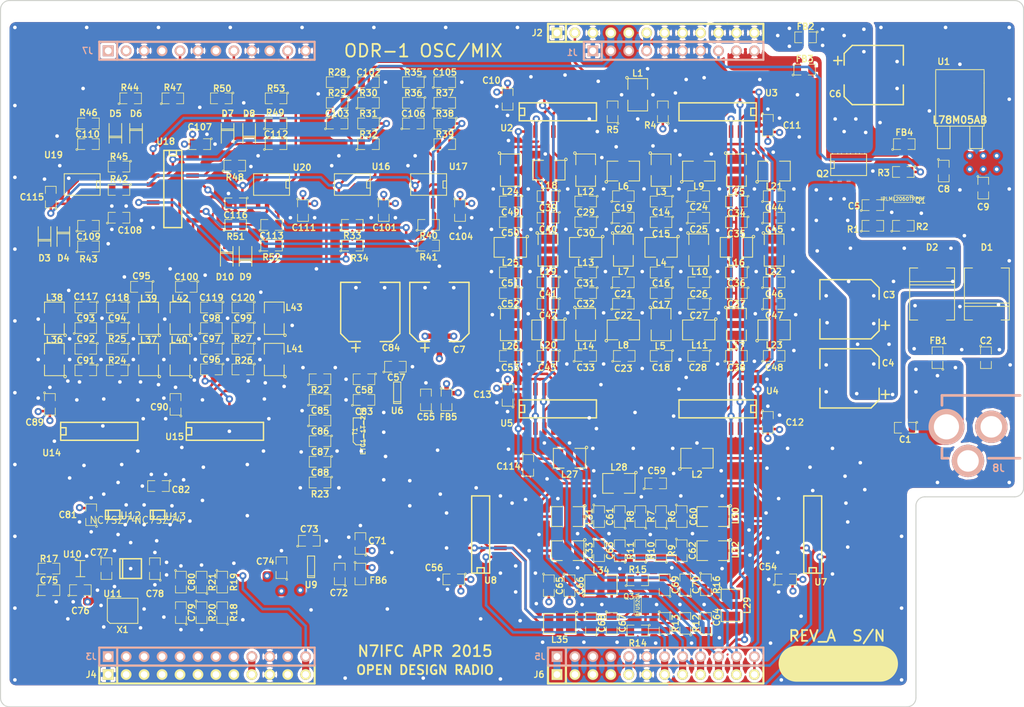
<source format=kicad_pcb>
(kicad_pcb (version 3) (host pcbnew "(2013-03-19 BZR 4004)-stable")
  (layers (15 F.Cu signal) (2 Ground.Cu power hide) (1 Power.Cu power hide) (0 B.Cu signal) (18 B.Paste user hide) (19 F.Paste user hide) (20 B.SilkS user) (21 F.SilkS user) (22 B.Mask user) (23 F.Mask user) (28 Edge.Cuts user))
  (net 0 "")
  (net 1 +5VA)
  (net 2 +BATT)
  (net 3 +VSW)
  (net 4 "/Audio Amps/TX_I+")
  (net 5 "/Audio Amps/TX_I-")
  (net 6 "/Audio Amps/TX_Q+")
  (net 7 "/Audio Amps/TX_Q-")
  (net 8 /Interface/12V_EN)
  (net 9 "/Osc & Mixer/000_CLK")
  (net 10 "/Osc & Mixer/180_CLK")
  (net 11 "/Osc & Mixer/3.3VD")
  (net 12 "/Osc & Mixer/I_CLK")
  (net 13 "/Osc & Mixer/Q_CLK")
  (net 14 ATT_S0)
  (net 15 ATT_S1)
  (net 16 BIAS_1.8)
  (net 17 BPF_CS0)
  (net 18 BPF_CS1)
  (net 19 BPF_RFA)
  (net 20 BPF_RFB)
  (net 21 BPF_S0)
  (net 22 BPF_S1)
  (net 23 DIPLX_I+)
  (net 24 DIPLX_I-)
  (net 25 DIPLX_Q+)
  (net 26 DIPLX_Q-)
  (net 27 GNDA)
  (net 28 MIXER_RF)
  (net 29 N-0000010)
  (net 30 N-00000100)
  (net 31 N-00000101)
  (net 32 N-00000102)
  (net 33 N-00000103)
  (net 34 N-00000104)
  (net 35 N-00000107)
  (net 36 N-00000108)
  (net 37 N-0000011)
  (net 38 N-00000114)
  (net 39 N-00000118)
  (net 40 N-00000119)
  (net 41 N-0000012)
  (net 42 N-00000120)
  (net 43 N-00000121)
  (net 44 N-00000122)
  (net 45 N-00000125)
  (net 46 N-00000127)
  (net 47 N-00000128)
  (net 48 N-00000129)
  (net 49 N-0000013)
  (net 50 N-00000130)
  (net 51 N-00000131)
  (net 52 N-00000132)
  (net 53 N-00000133)
  (net 54 N-00000138)
  (net 55 N-00000139)
  (net 56 N-00000143)
  (net 57 N-00000149)
  (net 58 N-0000015)
  (net 59 N-00000150)
  (net 60 N-00000151)
  (net 61 N-00000152)
  (net 62 N-00000153)
  (net 63 N-00000154)
  (net 64 N-00000155)
  (net 65 N-00000156)
  (net 66 N-00000158)
  (net 67 N-00000159)
  (net 68 N-0000016)
  (net 69 N-00000160)
  (net 70 N-00000162)
  (net 71 N-00000163)
  (net 72 N-00000164)
  (net 73 N-00000165)
  (net 74 N-00000168)
  (net 75 N-00000169)
  (net 76 N-00000170)
  (net 77 N-00000173)
  (net 78 N-00000174)
  (net 79 N-00000175)
  (net 80 N-00000181)
  (net 81 N-00000182)
  (net 82 N-00000183)
  (net 83 N-00000184)
  (net 84 N-00000185)
  (net 85 N-00000186)
  (net 86 N-00000187)
  (net 87 N-00000188)
  (net 88 N-00000189)
  (net 89 N-0000019)
  (net 90 N-00000190)
  (net 91 N-00000191)
  (net 92 N-00000192)
  (net 93 N-00000193)
  (net 94 N-00000194)
  (net 95 N-00000195)
  (net 96 N-00000196)
  (net 97 N-00000197)
  (net 98 N-00000198)
  (net 99 N-00000199)
  (net 100 N-000002)
  (net 101 N-0000020)
  (net 102 N-00000200)
  (net 103 N-00000201)
  (net 104 N-00000202)
  (net 105 N-0000021)
  (net 106 N-0000024)
  (net 107 N-0000025)
  (net 108 N-0000026)
  (net 109 N-0000027)
  (net 110 N-0000028)
  (net 111 N-0000029)
  (net 112 N-000003)
  (net 113 N-0000030)
  (net 114 N-0000031)
  (net 115 N-0000032)
  (net 116 N-0000033)
  (net 117 N-0000034)
  (net 118 N-0000035)
  (net 119 N-0000036)
  (net 120 N-0000037)
  (net 121 N-0000038)
  (net 122 N-0000039)
  (net 123 N-000004)
  (net 124 N-0000040)
  (net 125 N-0000041)
  (net 126 N-0000042)
  (net 127 N-0000043)
  (net 128 N-0000044)
  (net 129 N-0000045)
  (net 130 N-0000046)
  (net 131 N-0000047)
  (net 132 N-0000048)
  (net 133 N-0000049)
  (net 134 N-000005)
  (net 135 N-0000050)
  (net 136 N-0000051)
  (net 137 N-0000052)
  (net 138 N-0000054)
  (net 139 N-0000056)
  (net 140 N-0000057)
  (net 141 N-0000058)
  (net 142 N-0000059)
  (net 143 N-000006)
  (net 144 N-0000060)
  (net 145 N-0000061)
  (net 146 N-0000062)
  (net 147 N-0000063)
  (net 148 N-0000064)
  (net 149 N-0000065)
  (net 150 N-0000066)
  (net 151 N-0000067)
  (net 152 N-0000068)
  (net 153 N-0000069)
  (net 154 N-000007)
  (net 155 N-0000070)
  (net 156 N-0000071)
  (net 157 N-0000072)
  (net 158 N-0000073)
  (net 159 N-0000074)
  (net 160 N-0000075)
  (net 161 N-0000076)
  (net 162 N-0000077)
  (net 163 N-000008)
  (net 164 N-0000080)
  (net 165 N-0000081)
  (net 166 N-0000082)
  (net 167 N-0000083)
  (net 168 N-0000086)
  (net 169 N-0000087)
  (net 170 N-0000088)
  (net 171 N-0000089)
  (net 172 N-000009)
  (net 173 N-0000090)
  (net 174 N-0000091)
  (net 175 N-0000092)
  (net 176 N-0000093)
  (net 177 N-0000094)
  (net 178 N-0000095)
  (net 179 N-0000096)
  (net 180 N-0000098)
  (net 181 N-0000099)
  (net 182 OSC_TMP)
  (net 183 RX_I+)
  (net 184 RX_I-)
  (net 185 RX_Q+)
  (net 186 RX_Q-)
  (net 187 SCL)
  (net 188 SDA)
  (net 189 TX/RX)
  (net 190 TX_I)
  (net 191 TX_Q)
  (module DPAK2 (layer F.Cu) (at 186.563 70.104)
    (fp_text reference U1 (at -2.286 -10.668) (layer F.SilkS) (effects (font (size 0.889 0.889) (thickness 0.1778))))
    (fp_text value L78M05AB (at 0 -2.413) (layer F.SilkS) (effects (font (size 1.016 1.016) (thickness 0.2032))))
    (pad 1 smd rect (at -2.286 0) (size 1.651 3.048) (layers F.Cu F.Paste F.Mask) (net 87 N-00000188))
    (pad 2 smd rect (at 0 -6.35) (size 6.096 6.096) (layers F.Cu F.Paste F.Mask) (net 27 GNDA))
    (pad 3 smd rect (at 2.286 0) (size 1.651 3.048) (layers F.Cu F.Paste F.Mask) (net 1 +5VA))
  )
  (module SOT23 (layer F.Cu) (at 178.562 78.867 180)
    (fp_text reference Q1 (at -2.413 -0.254 180) (layer F.SilkS) (effects (font (size 0.762 0.762) (thickness 0.11938))))
    (fp_text value IRLML2060TRPBF (at 0.0635 0 180) (layer F.SilkS) (effects (font (size 0.50038 0.50038) (thickness 0.09906))))
    (pad 3 smd rect (at 0 -1.09982 180) (size 0.8001 1.00076) (layers F.Cu F.Paste F.Mask) (net 102 N-00000200))
    (pad 2 smd rect (at 0.9525 1.09982 180) (size 0.8001 1.00076) (layers F.Cu F.Paste F.Mask) (net 27 GNDA))
    (pad 1 smd rect (at -0.9525 1.09982 180) (size 0.8001 1.00076) (layers F.Cu F.Paste F.Mask) (net 8 /Interface/12V_EN))
  )
  (module SOT23 (layer F.Cu) (at 140.97 136.398 90)
    (fp_text reference Q3 (at 1.27 -1.27 180) (layer F.SilkS) (effects (font (size 0.762 0.762) (thickness 0.11938))))
    (fp_text value BFU520A (at 0.0635 0 90) (layer F.SilkS) (effects (font (size 0.50038 0.50038) (thickness 0.09906))))
    (pad 3 smd rect (at 0 -1.09982 90) (size 0.8001 1.00076) (layers F.Cu F.Paste F.Mask) (net 158 N-0000073))
    (pad 2 smd rect (at 0.9525 1.09982 90) (size 0.8001 1.00076) (layers F.Cu F.Paste F.Mask) (net 151 N-0000067))
    (pad 1 smd rect (at -0.9525 1.09982 90) (size 0.8001 1.00076) (layers F.Cu F.Paste F.Mask) (net 156 N-0000071))
  )
  (module US8 (layer F.Cu) (at 66.675 123.571)
    (fp_text reference U12 (at 2.54 0.127) (layer F.SilkS) (effects (font (size 1.00076 1.00076) (thickness 0.1524))))
    (fp_text value NC7SZ74 (at 0.127 0.762) (layer F.SilkS) (effects (font (size 1.00076 1.00076) (thickness 0.127))))
    (pad 1 smd rect (at -0.762 1.397) (size 0.3048 1.016) (layers F.Cu F.Paste F.Mask) (net 9 "/Osc & Mixer/000_CLK"))
    (pad 2 smd rect (at -0.254 1.397) (size 0.3048 1.016) (layers F.Cu F.Paste F.Mask) (net 54 N-00000138))
    (pad 3 smd rect (at 0.254 1.397) (size 0.3048 1.016) (layers F.Cu F.Paste F.Mask) (net 55 N-00000139))
    (pad 4 smd rect (at 0.762 1.397) (size 0.3048 1.016) (layers F.Cu F.Paste F.Mask) (net 27 GNDA))
    (pad 5 smd rect (at 0.762 -1.397) (size 0.3048 1.016) (layers F.Cu F.Paste F.Mask) (net 12 "/Osc & Mixer/I_CLK"))
    (pad 6 smd rect (at 0.254 -1.397) (size 0.3048 1.016) (layers F.Cu F.Paste F.Mask) (net 11 "/Osc & Mixer/3.3VD"))
    (pad 7 smd rect (at -0.254 -1.397) (size 0.3048 1.016) (layers F.Cu F.Paste F.Mask) (net 11 "/Osc & Mixer/3.3VD"))
    (pad 8 smd rect (at -0.762 -1.397) (size 0.3048 1.016) (layers F.Cu F.Paste F.Mask) (net 11 "/Osc & Mixer/3.3VD"))
  )
  (module US8 (layer F.Cu) (at 73.025 123.571)
    (fp_text reference U13 (at 2.54 0.254) (layer F.SilkS) (effects (font (size 1.00076 1.00076) (thickness 0.1524))))
    (fp_text value NC7SZ74 (at 0.127 0.762) (layer F.SilkS) (effects (font (size 1.00076 1.00076) (thickness 0.127))))
    (pad 1 smd rect (at -0.762 1.397) (size 0.3048 1.016) (layers F.Cu F.Paste F.Mask) (net 10 "/Osc & Mixer/180_CLK"))
    (pad 2 smd rect (at -0.254 1.397) (size 0.3048 1.016) (layers F.Cu F.Paste F.Mask) (net 55 N-00000139))
    (pad 3 smd rect (at 0.254 1.397) (size 0.3048 1.016) (layers F.Cu F.Paste F.Mask) (net 13 "/Osc & Mixer/Q_CLK"))
    (pad 4 smd rect (at 0.762 1.397) (size 0.3048 1.016) (layers F.Cu F.Paste F.Mask) (net 27 GNDA))
    (pad 5 smd rect (at 0.762 -1.397) (size 0.3048 1.016) (layers F.Cu F.Paste F.Mask) (net 54 N-00000138))
    (pad 6 smd rect (at 0.254 -1.397) (size 0.3048 1.016) (layers F.Cu F.Paste F.Mask) (net 11 "/Osc & Mixer/3.3VD"))
    (pad 7 smd rect (at -0.254 -1.397) (size 0.3048 1.016) (layers F.Cu F.Paste F.Mask) (net 11 "/Osc & Mixer/3.3VD"))
    (pad 8 smd rect (at -0.762 -1.397) (size 0.3048 1.016) (layers F.Cu F.Paste F.Mask) (net 11 "/Osc & Mixer/3.3VD"))
  )
  (module SM-22 (layer F.Cu) (at 101.473 111.76 90)
    (fp_text reference T1 (at 0 -0.508 90) (layer F.SilkS) (effects (font (size 0.635 0.635) (thickness 0.127))))
    (fp_text value ETC1-1T-2TR (at 0 0.635 90) (layer F.SilkS) (effects (font (size 0.635 0.635) (thickness 0.127))))
    (pad 1 smd rect (at -1.27 -1.778 90) (size 0.762 1.397) (layers F.Cu F.Paste F.Mask) (net 38 N-00000114))
    (pad 3 smd rect (at 1.27 -1.778 90) (size 0.762 1.397) (layers F.Cu F.Paste F.Mask) (net 53 N-00000133))
    (pad 5 smd rect (at -1.27 1.778 90) (size 0.762 1.397) (layers F.Cu F.Paste F.Mask) (net 28 MIXER_RF))
    (pad 2 smd rect (at 0 -1.778 90) (size 0.762 1.397) (layers F.Cu F.Paste F.Mask) (net 16 BIAS_1.8))
    (pad 4 smd rect (at 1.27 1.778 90) (size 0.762 1.397) (layers F.Cu F.Paste F.Mask) (net 16 BIAS_1.8))
  )
  (module ViaGNDA40 (layer F.Cu) (at 151.384 72.517)
    (fp_text reference x hide)
    (fp_text value x hide)
    (pad 1 thru_hole circle (at 0 0) (size 1.016 1.016) (drill 0.508) (layers *.Cu) (net 27 GNDA))
  )
  (module ViaGNDA40 (layer F.Cu) (at 152.527 77.47)
    (fp_text reference x hide)
    (fp_text value x hide)
    (pad 1 thru_hole circle (at 0 0) (size 1.016 1.016) (drill 0.508) (layers *.Cu) (net 27 GNDA))
  )
  (module ViaGNDA40 (layer F.Cu) (at 152.273 83.312)
    (fp_text reference x hide)
    (fp_text value x hide)
    (pad 1 thru_hole circle (at 0 0) (size 1.016 1.016) (drill 0.508) (layers *.Cu) (net 27 GNDA))
  )
  (module ViaGNDA40 (layer F.Cu) (at 152.4 94.996)
    (fp_text reference x hide)
    (fp_text value x hide)
    (pad 1 thru_hole circle (at 0 0) (size 1.016 1.016) (drill 0.508) (layers *.Cu) (net 27 GNDA))
  )
  (module ViaGNDA40 (layer F.Cu) (at 152.273 102.235)
    (fp_text reference x hide)
    (fp_text value x hide)
    (pad 1 thru_hole circle (at 0 0) (size 1.016 1.016) (drill 0.508) (layers *.Cu) (net 27 GNDA))
  )
  (module ViaGNDA40 (layer F.Cu) (at 159.258 104.394)
    (fp_text reference x hide)
    (fp_text value x hide)
    (pad 1 thru_hole circle (at 0 0) (size 1.016 1.016) (drill 0.508) (layers *.Cu) (net 27 GNDA))
  )
  (module ViaGNDA40 (layer F.Cu) (at 163.068 100.33)
    (fp_text reference x hide)
    (fp_text value x hide)
    (pad 1 thru_hole circle (at 0 0) (size 1.016 1.016) (drill 0.508) (layers *.Cu) (net 27 GNDA))
  )
  (module ViaGNDA40 (layer F.Cu) (at 157.48 101.854)
    (fp_text reference x hide)
    (fp_text value x hide)
    (pad 1 thru_hole circle (at 0 0) (size 1.016 1.016) (drill 0.508) (layers *.Cu) (net 27 GNDA))
  )
  (module ViaGNDA40 (layer F.Cu) (at 157.607 95.123)
    (fp_text reference x hide)
    (fp_text value x hide)
    (pad 1 thru_hole circle (at 0 0) (size 1.016 1.016) (drill 0.508) (layers *.Cu) (net 27 GNDA))
  )
  (module ViaGNDA40 (layer F.Cu) (at 157.734 89.154)
    (fp_text reference x hide)
    (fp_text value x hide)
    (pad 1 thru_hole circle (at 0 0) (size 1.016 1.016) (drill 0.508) (layers *.Cu) (net 27 GNDA))
  )
  (module ViaGNDA40 (layer F.Cu) (at 157.861 83.185)
    (fp_text reference x hide)
    (fp_text value x hide)
    (pad 1 thru_hole circle (at 0 0) (size 1.016 1.016) (drill 0.508) (layers *.Cu) (net 27 GNDA))
  )
  (module ViaGNDA40 (layer F.Cu) (at 157.48 77.47)
    (fp_text reference x hide)
    (fp_text value x hide)
    (pad 1 thru_hole circle (at 0 0) (size 1.016 1.016) (drill 0.508) (layers *.Cu) (net 27 GNDA))
  )
  (module ViaGNDA40 (layer F.Cu) (at 157.353 72.39)
    (fp_text reference x hide)
    (fp_text value x hide)
    (pad 1 thru_hole circle (at 0 0) (size 1.016 1.016) (drill 0.508) (layers *.Cu) (net 27 GNDA))
  )
  (module ViaGNDA40 (layer F.Cu) (at 152.273 89.154)
    (fp_text reference x hide)
    (fp_text value x hide)
    (pad 1 thru_hole circle (at 0 0) (size 1.016 1.016) (drill 0.508) (layers *.Cu) (net 27 GNDA))
  )
  (module ViaGNDA40 (layer F.Cu) (at 146.05 109.601)
    (fp_text reference x hide)
    (fp_text value x hide)
    (pad 1 thru_hole circle (at 0 0) (size 1.016 1.016) (drill 0.508) (layers *.Cu) (net 27 GNDA))
  )
  (module ViaGNDA40 (layer F.Cu) (at 146.939 101.6)
    (fp_text reference x hide)
    (fp_text value x hide)
    (pad 1 thru_hole circle (at 0 0) (size 1.016 1.016) (drill 0.508) (layers *.Cu) (net 27 GNDA))
  )
  (module ViaGNDA40 (layer F.Cu) (at 146.939 94.996)
    (fp_text reference x hide)
    (fp_text value x hide)
    (pad 1 thru_hole circle (at 0 0) (size 1.016 1.016) (drill 0.508) (layers *.Cu) (net 27 GNDA))
  )
  (module ViaGNDA40 (layer F.Cu) (at 147.066 89.154)
    (fp_text reference x hide)
    (fp_text value x hide)
    (pad 1 thru_hole circle (at 0 0) (size 1.016 1.016) (drill 0.508) (layers *.Cu) (net 27 GNDA))
  )
  (module ViaGNDA40 (layer F.Cu) (at 147.066 83.185)
    (fp_text reference x hide)
    (fp_text value x hide)
    (pad 1 thru_hole circle (at 0 0) (size 1.016 1.016) (drill 0.508) (layers *.Cu) (net 27 GNDA))
  )
  (module ViaGNDA40 (layer F.Cu) (at 146.812 77.47)
    (fp_text reference x hide)
    (fp_text value x hide)
    (pad 1 thru_hole circle (at 0 0) (size 1.016 1.016) (drill 0.508) (layers *.Cu) (net 27 GNDA))
  )
  (module ViaGNDA40 (layer F.Cu) (at 146.939 72.644)
    (fp_text reference x hide)
    (fp_text value x hide)
    (pad 1 thru_hole circle (at 0 0) (size 1.016 1.016) (drill 0.508) (layers *.Cu) (net 27 GNDA))
  )
  (module ViaGNDA40 (layer F.Cu) (at 163.322 95.25)
    (fp_text reference x hide)
    (fp_text value x hide)
    (pad 1 thru_hole circle (at 0 0) (size 1.016 1.016) (drill 0.508) (layers *.Cu) (net 27 GNDA))
  )
  (module ViaGNDA40 (layer F.Cu) (at 162.941 89.154)
    (fp_text reference x hide)
    (fp_text value x hide)
    (pad 1 thru_hole circle (at 0 0) (size 1.016 1.016) (drill 0.508) (layers *.Cu) (net 27 GNDA))
  )
  (module ViaGNDA40 (layer F.Cu) (at 162.941 83.185)
    (fp_text reference x hide)
    (fp_text value x hide)
    (pad 1 thru_hole circle (at 0 0) (size 1.016 1.016) (drill 0.508) (layers *.Cu) (net 27 GNDA))
  )
  (module ViaGNDA40 (layer F.Cu) (at 163.068 77.47)
    (fp_text reference x hide)
    (fp_text value x hide)
    (pad 1 thru_hole circle (at 0 0) (size 1.016 1.016) (drill 0.508) (layers *.Cu) (net 27 GNDA))
  )
  (module ViaGNDA40 (layer F.Cu) (at 160.147 72.263)
    (fp_text reference x hide)
    (fp_text value x hide)
    (pad 1 thru_hole circle (at 0 0) (size 1.016 1.016) (drill 0.508) (layers *.Cu) (net 27 GNDA))
  )
  (module ViaGNDA40 (layer F.Cu) (at 152.527 140.97)
    (fp_text reference x hide)
    (fp_text value x hide)
    (pad 1 thru_hole circle (at 0 0) (size 1.016 1.016) (drill 0.508) (layers *.Cu) (net 27 GNDA))
  )
  (module ViaGNDA40 (layer F.Cu) (at 148.59 141.732)
    (fp_text reference x hide)
    (fp_text value x hide)
    (pad 1 thru_hole circle (at 0 0) (size 1.016 1.016) (drill 0.508) (layers *.Cu) (net 27 GNDA))
  )
  (module ViaGNDA40 (layer F.Cu) (at 143.51 141.732)
    (fp_text reference x hide)
    (fp_text value x hide)
    (pad 1 thru_hole circle (at 0 0) (size 1.016 1.016) (drill 0.508) (layers *.Cu) (net 27 GNDA))
  )
  (module ViaGNDA40 (layer F.Cu) (at 138.049 141.605)
    (fp_text reference x hide)
    (fp_text value x hide)
    (pad 1 thru_hole circle (at 0 0) (size 1.016 1.016) (drill 0.508) (layers *.Cu) (net 27 GNDA))
  )
  (module ViaGNDA40 (layer F.Cu) (at 133.35 141.605)
    (fp_text reference x hide)
    (fp_text value x hide)
    (pad 1 thru_hole circle (at 0 0) (size 1.016 1.016) (drill 0.508) (layers *.Cu) (net 27 GNDA))
  )
  (module ViaGNDA40 (layer F.Cu) (at 127.508 141.605)
    (fp_text reference x hide)
    (fp_text value x hide)
    (pad 1 thru_hole circle (at 0 0) (size 1.016 1.016) (drill 0.508) (layers *.Cu) (net 27 GNDA))
  )
  (module ViaGNDA40 (layer F.Cu) (at 123.698 134.493)
    (fp_text reference x hide)
    (fp_text value x hide)
    (pad 1 thru_hole circle (at 0 0) (size 1.016 1.016) (drill 0.508) (layers *.Cu) (net 27 GNDA))
  )
  (module ViaGNDA40 (layer F.Cu) (at 126.619 136.144)
    (fp_text reference x hide)
    (fp_text value x hide)
    (pad 1 thru_hole circle (at 0 0) (size 1.016 1.016) (drill 0.508) (layers *.Cu) (net 27 GNDA))
  )
  (module ViaGNDA40 (layer F.Cu) (at 133.096 136.271)
    (fp_text reference x hide)
    (fp_text value x hide)
    (pad 1 thru_hole circle (at 0 0) (size 1.016 1.016) (drill 0.508) (layers *.Cu) (net 27 GNDA))
  )
  (module ViaGNDA40 (layer F.Cu) (at 135.89 136.271)
    (fp_text reference x hide)
    (fp_text value x hide)
    (pad 1 thru_hole circle (at 0 0) (size 1.016 1.016) (drill 0.508) (layers *.Cu) (net 27 GNDA))
  )
  (module ViaGNDA40 (layer F.Cu) (at 143.637 136.271)
    (fp_text reference x hide)
    (fp_text value x hide)
    (pad 1 thru_hole circle (at 0 0) (size 1.016 1.016) (drill 0.508) (layers *.Cu) (net 27 GNDA))
  )
  (module ViaGNDA40 (layer F.Cu) (at 146.939 136.271)
    (fp_text reference x hide)
    (fp_text value x hide)
    (pad 1 thru_hole circle (at 0 0) (size 1.016 1.016) (drill 0.508) (layers *.Cu) (net 27 GNDA))
  )
  (module ViaGNDA40 (layer F.Cu) (at 150.368 136.271)
    (fp_text reference x hide)
    (fp_text value x hide)
    (pad 1 thru_hole circle (at 0 0) (size 1.016 1.016) (drill 0.508) (layers *.Cu) (net 27 GNDA))
  )
  (module ViaGNDA40 (layer F.Cu) (at 152.908 131.191)
    (fp_text reference x hide)
    (fp_text value x hide)
    (pad 1 thru_hole circle (at 0 0) (size 1.016 1.016) (drill 0.508) (layers *.Cu) (net 27 GNDA))
  )
  (module ViaGNDA40 (layer F.Cu) (at 123.698 130.81)
    (fp_text reference x hide)
    (fp_text value x hide)
    (pad 1 thru_hole circle (at 0 0) (size 1.016 1.016) (drill 0.508) (layers *.Cu) (net 27 GNDA))
  )
  (module ViaGNDA40 (layer F.Cu) (at 125.603 128.651)
    (fp_text reference x hide)
    (fp_text value x hide)
    (pad 1 thru_hole circle (at 0 0) (size 1.016 1.016) (drill 0.508) (layers *.Cu) (net 27 GNDA))
  )
  (module ViaGNDA40 (layer F.Cu) (at 126.492 131.826)
    (fp_text reference x hide)
    (fp_text value x hide)
    (pad 1 thru_hole circle (at 0 0) (size 1.016 1.016) (drill 0.508) (layers *.Cu) (net 27 GNDA))
  )
  (module ViaGNDA40 (layer F.Cu) (at 132.461 131.064)
    (fp_text reference x hide)
    (fp_text value x hide)
    (pad 1 thru_hole circle (at 0 0) (size 1.016 1.016) (drill 0.508) (layers *.Cu) (net 27 GNDA))
  )
  (module ViaGNDA40 (layer F.Cu) (at 124.333 138.557)
    (fp_text reference x hide)
    (fp_text value x hide)
    (pad 1 thru_hole circle (at 0 0) (size 1.016 1.016) (drill 0.508) (layers *.Cu) (net 27 GNDA))
  )
  (module ViaGNDA40 (layer F.Cu) (at 138.43 131.191)
    (fp_text reference x hide)
    (fp_text value x hide)
    (pad 1 thru_hole circle (at 0 0) (size 1.016 1.016) (drill 0.508) (layers *.Cu) (net 27 GNDA))
  )
  (module ViaGNDA40 (layer F.Cu) (at 145.796 131.064)
    (fp_text reference x hide)
    (fp_text value x hide)
    (pad 1 thru_hole circle (at 0 0) (size 1.016 1.016) (drill 0.508) (layers *.Cu) (net 27 GNDA))
  )
  (module ViaGNDA40 (layer F.Cu) (at 127 126.365)
    (fp_text reference x hide)
    (fp_text value x hide)
    (pad 1 thru_hole circle (at 0 0) (size 1.016 1.016) (drill 0.508) (layers *.Cu) (net 27 GNDA))
  )
  (module ViaGNDA40 (layer F.Cu) (at 132.461 126.238)
    (fp_text reference x hide)
    (fp_text value x hide)
    (pad 1 thru_hole circle (at 0 0) (size 1.016 1.016) (drill 0.508) (layers *.Cu) (net 27 GNDA))
  )
  (module ViaGNDA40 (layer F.Cu) (at 129.667 121.285)
    (fp_text reference x hide)
    (fp_text value x hide)
    (pad 1 thru_hole circle (at 0 0) (size 1.016 1.016) (drill 0.508) (layers *.Cu) (net 27 GNDA))
  )
  (module ViaGNDA40 (layer F.Cu) (at 134.874 120.904)
    (fp_text reference x hide)
    (fp_text value x hide)
    (pad 1 thru_hole circle (at 0 0) (size 1.016 1.016) (drill 0.508) (layers *.Cu) (net 27 GNDA))
  )
  (module ViaGNDA40 (layer F.Cu) (at 128.143 118.491)
    (fp_text reference x hide)
    (fp_text value x hide)
    (pad 1 thru_hole circle (at 0 0) (size 1.016 1.016) (drill 0.508) (layers *.Cu) (net 27 GNDA))
  )
  (module ViaGNDA40 (layer F.Cu) (at 134.747 117.348)
    (fp_text reference x hide)
    (fp_text value x hide)
    (pad 1 thru_hole circle (at 0 0) (size 1.016 1.016) (drill 0.508) (layers *.Cu) (net 27 GNDA))
  )
  (module ViaGNDA40 (layer F.Cu) (at 125.095 121.412)
    (fp_text reference x hide)
    (fp_text value x hide)
    (pad 1 thru_hole circle (at 0 0) (size 1.016 1.016) (drill 0.508) (layers *.Cu) (net 27 GNDA))
  )
  (module ViaGNDA40 (layer F.Cu) (at 70.993 109.982)
    (fp_text reference x hide)
    (fp_text value x hide)
    (pad 1 thru_hole circle (at 0 0) (size 1.016 1.016) (drill 0.508) (layers *.Cu) (net 27 GNDA))
  )
  (module ViaGNDA40 (layer F.Cu) (at 88.138 107.188)
    (fp_text reference x hide)
    (fp_text value x hide)
    (pad 1 thru_hole circle (at 0 0) (size 1.016 1.016) (drill 0.508) (layers *.Cu) (net 27 GNDA))
  )
  (module ViaGNDA40 (layer F.Cu) (at 73.152 105.156)
    (fp_text reference x hide)
    (fp_text value x hide)
    (pad 1 thru_hole circle (at 0 0) (size 1.016 1.016) (drill 0.508) (layers *.Cu) (net 27 GNDA))
  )
  (module ViaGNDA40 (layer F.Cu) (at 65.405 120.65)
    (fp_text reference x hide)
    (fp_text value x hide)
    (pad 1 thru_hole circle (at 0 0) (size 1.016 1.016) (drill 0.508) (layers *.Cu) (net 27 GNDA))
  )
  (module ViaGNDA40 (layer F.Cu) (at 68.58 122.174)
    (fp_text reference x hide)
    (fp_text value x hide)
    (pad 1 thru_hole circle (at 0 0) (size 1.016 1.016) (drill 0.508) (layers *.Cu) (net 27 GNDA))
  )
  (module ViaGNDA40 (layer F.Cu) (at 71.12 122.174)
    (fp_text reference x hide)
    (fp_text value x hide)
    (pad 1 thru_hole circle (at 0 0) (size 1.016 1.016) (drill 0.508) (layers *.Cu) (net 27 GNDA))
  )
  (module ViaGNDA40 (layer F.Cu) (at 75.057 122.301)
    (fp_text reference x hide)
    (fp_text value x hide)
    (pad 1 thru_hole circle (at 0 0) (size 1.016 1.016) (drill 0.508) (layers *.Cu) (net 27 GNDA))
  )
  (module ViaGNDA40 (layer F.Cu) (at 76.708 118.618)
    (fp_text reference x hide)
    (fp_text value x hide)
    (pad 1 thru_hole circle (at 0 0) (size 1.016 1.016) (drill 0.508) (layers *.Cu) (net 27 GNDA))
  )
  (module ViaGNDA40 (layer F.Cu) (at 76.454 114.046)
    (fp_text reference x hide)
    (fp_text value x hide)
    (pad 1 thru_hole circle (at 0 0) (size 1.016 1.016) (drill 0.508) (layers *.Cu) (net 27 GNDA))
  )
  (module ViaGNDA40 (layer F.Cu) (at 67.437 118.999)
    (fp_text reference x hide)
    (fp_text value x hide)
    (pad 1 thru_hole circle (at 0 0) (size 1.016 1.016) (drill 0.508) (layers *.Cu) (net 27 GNDA))
  )
  (module ViaGNDA40 (layer F.Cu) (at 62.611 116.586)
    (fp_text reference x hide)
    (fp_text value x hide)
    (pad 1 thru_hole circle (at 0 0) (size 1.016 1.016) (drill 0.508) (layers *.Cu) (net 27 GNDA))
  )
  (module ViaGNDA40 (layer F.Cu) (at 60.579 118.364)
    (fp_text reference x hide)
    (fp_text value x hide)
    (pad 1 thru_hole circle (at 0 0) (size 1.016 1.016) (drill 0.508) (layers *.Cu) (net 27 GNDA))
  )
  (module ViaGNDA40 (layer F.Cu) (at 58.42 113.157)
    (fp_text reference x hide)
    (fp_text value x hide)
    (pad 1 thru_hole circle (at 0 0) (size 1.016 1.016) (drill 0.508) (layers *.Cu) (net 27 GNDA))
  )
  (module ViaGNDA40 (layer F.Cu) (at 146.304 69.215)
    (fp_text reference x hide)
    (fp_text value x hide)
    (pad 1 thru_hole circle (at 0 0) (size 1.016 1.016) (drill 0.508) (layers *.Cu) (net 27 GNDA))
  )
  (module ViaGNDA40 (layer F.Cu) (at 143.129 71.374)
    (fp_text reference x hide)
    (fp_text value x hide)
    (pad 1 thru_hole circle (at 0 0) (size 1.016 1.016) (drill 0.508) (layers *.Cu) (net 27 GNDA))
  )
  (module ViaGNDA40 (layer F.Cu) (at 135.89 73.025)
    (fp_text reference x hide)
    (fp_text value x hide)
    (pad 1 thru_hole circle (at 0 0) (size 1.016 1.016) (drill 0.508) (layers *.Cu) (net 27 GNDA))
  )
  (module ViaGNDA40 (layer F.Cu) (at 141.859 77.47)
    (fp_text reference x hide)
    (fp_text value x hide)
    (pad 1 thru_hole circle (at 0 0) (size 1.016 1.016) (drill 0.508) (layers *.Cu) (net 27 GNDA))
  )
  (module ViaGNDA40 (layer F.Cu) (at 141.478 83.185)
    (fp_text reference x hide)
    (fp_text value x hide)
    (pad 1 thru_hole circle (at 0 0) (size 1.016 1.016) (drill 0.508) (layers *.Cu) (net 27 GNDA))
  )
  (module ViaGNDA40 (layer F.Cu) (at 141.605 89.154)
    (fp_text reference x hide)
    (fp_text value x hide)
    (pad 1 thru_hole circle (at 0 0) (size 1.016 1.016) (drill 0.508) (layers *.Cu) (net 27 GNDA))
  )
  (module ViaGNDA40 (layer F.Cu) (at 141.605 94.996)
    (fp_text reference x hide)
    (fp_text value x hide)
    (pad 1 thru_hole circle (at 0 0) (size 1.016 1.016) (drill 0.508) (layers *.Cu) (net 27 GNDA))
  )
  (module ViaGNDA40 (layer F.Cu) (at 141.605 102.87)
    (fp_text reference x hide)
    (fp_text value x hide)
    (pad 1 thru_hole circle (at 0 0) (size 1.016 1.016) (drill 0.508) (layers *.Cu) (net 27 GNDA))
  )
  (module ViaGNDA40 (layer F.Cu) (at 163.83 70.104)
    (fp_text reference x hide)
    (fp_text value x hide)
    (pad 1 thru_hole circle (at 0 0) (size 1.016 1.016) (drill 0.508) (layers *.Cu) (net 27 GNDA))
  )
  (module ViaGNDA40 (layer F.Cu) (at 135.763 105.156)
    (fp_text reference x hide)
    (fp_text value x hide)
    (pad 1 thru_hole circle (at 0 0) (size 1.016 1.016) (drill 0.508) (layers *.Cu) (net 27 GNDA))
  )
  (module ViaGNDA40 (layer F.Cu) (at 137.922 71.501)
    (fp_text reference x hide)
    (fp_text value x hide)
    (pad 1 thru_hole circle (at 0 0) (size 1.016 1.016) (drill 0.508) (layers *.Cu) (net 27 GNDA))
  )
  (module ViaGNDA40 (layer F.Cu) (at 136.144 77.47)
    (fp_text reference x hide)
    (fp_text value x hide)
    (pad 1 thru_hole circle (at 0 0) (size 1.016 1.016) (drill 0.508) (layers *.Cu) (net 27 GNDA))
  )
  (module ViaGNDA40 (layer F.Cu) (at 136.525 83.185)
    (fp_text reference x hide)
    (fp_text value x hide)
    (pad 1 thru_hole circle (at 0 0) (size 1.016 1.016) (drill 0.508) (layers *.Cu) (net 27 GNDA))
  )
  (module ViaGNDA40 (layer F.Cu) (at 136.398 89.154)
    (fp_text reference x hide)
    (fp_text value x hide)
    (pad 1 thru_hole circle (at 0 0) (size 1.016 1.016) (drill 0.508) (layers *.Cu) (net 27 GNDA))
  )
  (module ViaGNDA40 (layer F.Cu) (at 136.144 94.996)
    (fp_text reference x hide)
    (fp_text value x hide)
    (pad 1 thru_hole circle (at 0 0) (size 1.016 1.016) (drill 0.508) (layers *.Cu) (net 27 GNDA))
  )
  (module ViaGNDA40 (layer F.Cu) (at 136.144 102.235)
    (fp_text reference x hide)
    (fp_text value x hide)
    (pad 1 thru_hole circle (at 0 0) (size 1.016 1.016) (drill 0.508) (layers *.Cu) (net 27 GNDA))
  )
  (module ViaGNDA40 (layer F.Cu) (at 130.937 102.235)
    (fp_text reference x hide)
    (fp_text value x hide)
    (pad 1 thru_hole circle (at 0 0) (size 1.016 1.016) (drill 0.508) (layers *.Cu) (net 27 GNDA))
  )
  (module ViaGNDA40 (layer F.Cu) (at 131.064 94.996)
    (fp_text reference x hide)
    (fp_text value x hide)
    (pad 1 thru_hole circle (at 0 0) (size 1.016 1.016) (drill 0.508) (layers *.Cu) (net 27 GNDA))
  )
  (module ViaGNDA40 (layer F.Cu) (at 130.81 89.154)
    (fp_text reference x hide)
    (fp_text value x hide)
    (pad 1 thru_hole circle (at 0 0) (size 1.016 1.016) (drill 0.508) (layers *.Cu) (net 27 GNDA))
  )
  (module ViaGNDA40 (layer F.Cu) (at 130.81 83.185)
    (fp_text reference x hide)
    (fp_text value x hide)
    (pad 1 thru_hole circle (at 0 0) (size 1.016 1.016) (drill 0.508) (layers *.Cu) (net 27 GNDA))
  )
  (module ViaGNDA40 (layer F.Cu) (at 131.064 77.47)
    (fp_text reference x hide)
    (fp_text value x hide)
    (pad 1 thru_hole circle (at 0 0) (size 1.016 1.016) (drill 0.508) (layers *.Cu) (net 27 GNDA))
  )
  (module ViaGNDA40 (layer F.Cu) (at 125.603 102.235)
    (fp_text reference x hide)
    (fp_text value x hide)
    (pad 1 thru_hole circle (at 0 0) (size 1.016 1.016) (drill 0.508) (layers *.Cu) (net 27 GNDA))
  )
  (module ViaGNDA40 (layer F.Cu) (at 125.476 95.123)
    (fp_text reference x hide)
    (fp_text value x hide)
    (pad 1 thru_hole circle (at 0 0) (size 1.016 1.016) (drill 0.508) (layers *.Cu) (net 27 GNDA))
  )
  (module ViaGNDA40 (layer F.Cu) (at 125.73 89.154)
    (fp_text reference x hide)
    (fp_text value x hide)
    (pad 1 thru_hole circle (at 0 0) (size 1.016 1.016) (drill 0.508) (layers *.Cu) (net 27 GNDA))
  )
  (module ViaGNDA40 (layer F.Cu) (at 125.857 83.185)
    (fp_text reference x hide)
    (fp_text value x hide)
    (pad 1 thru_hole circle (at 0 0) (size 1.016 1.016) (drill 0.508) (layers *.Cu) (net 27 GNDA))
  )
  (module ViaGNDA40 (layer F.Cu) (at 125.476 77.47)
    (fp_text reference x hide)
    (fp_text value x hide)
    (pad 1 thru_hole circle (at 0 0) (size 1.016 1.016) (drill 0.508) (layers *.Cu) (net 27 GNDA))
  )
  (module ViaGNDA40 (layer F.Cu) (at 127.889 72.517)
    (fp_text reference x hide)
    (fp_text value x hide)
    (pad 1 thru_hole circle (at 0 0) (size 1.016 1.016) (drill 0.508) (layers *.Cu) (net 27 GNDA))
  )
  (module ViaGNDA40 (layer F.Cu) (at 140.589 109.093)
    (fp_text reference x hide)
    (fp_text value x hide)
    (pad 1 thru_hole circle (at 0 0) (size 1.016 1.016) (drill 0.508) (layers *.Cu) (net 27 GNDA))
  )
  (module ViaGNDA40 (layer F.Cu) (at 134.62 114.173)
    (fp_text reference x hide)
    (fp_text value x hide)
    (pad 1 thru_hole circle (at 0 0) (size 1.016 1.016) (drill 0.508) (layers *.Cu) (net 27 GNDA))
  )
  (module ViaGNDA40 (layer F.Cu) (at 140.335 114.173)
    (fp_text reference x hide)
    (fp_text value x hide)
    (pad 1 thru_hole circle (at 0 0) (size 1.016 1.016) (drill 0.508) (layers *.Cu) (net 27 GNDA))
  )
  (module ViaGNDA40 (layer F.Cu) (at 145.923 114.173)
    (fp_text reference x hide)
    (fp_text value x hide)
    (pad 1 thru_hole circle (at 0 0) (size 1.016 1.016) (drill 0.508) (layers *.Cu) (net 27 GNDA))
  )
  (module ViaGNDA40 (layer F.Cu) (at 149.352 113.411)
    (fp_text reference x hide)
    (fp_text value x hide)
    (pad 1 thru_hole circle (at 0 0) (size 1.016 1.016) (drill 0.508) (layers *.Cu) (net 27 GNDA))
  )
  (module ViaGNDA40 (layer F.Cu) (at 156.972 114.173)
    (fp_text reference x hide)
    (fp_text value x hide)
    (pad 1 thru_hole circle (at 0 0) (size 1.016 1.016) (drill 0.508) (layers *.Cu) (net 27 GNDA))
  )
  (module ViaGNDA40 (layer F.Cu) (at 162.179 114.173)
    (fp_text reference x hide)
    (fp_text value x hide)
    (pad 1 thru_hole circle (at 0 0) (size 1.016 1.016) (drill 0.508) (layers *.Cu) (net 27 GNDA))
  )
  (module ViaGNDA40 (layer F.Cu) (at 168.529 114.173)
    (fp_text reference x hide)
    (fp_text value x hide)
    (pad 1 thru_hole circle (at 0 0) (size 1.016 1.016) (drill 0.508) (layers *.Cu) (net 27 GNDA))
  )
  (module ViaGNDA40 (layer F.Cu) (at 172.466 116.205)
    (fp_text reference x hide)
    (fp_text value x hide)
    (pad 1 thru_hole circle (at 0 0) (size 1.016 1.016) (drill 0.508) (layers *.Cu) (net 27 GNDA))
  )
  (module ViaGNDA40 (layer F.Cu) (at 173.101 120.015)
    (fp_text reference x hide)
    (fp_text value x hide)
    (pad 1 thru_hole circle (at 0 0) (size 1.016 1.016) (drill 0.508) (layers *.Cu) (net 27 GNDA))
  )
  (module ViaGNDA40 (layer F.Cu) (at 170.688 124.587)
    (fp_text reference x hide)
    (fp_text value x hide)
    (pad 1 thru_hole circle (at 0 0) (size 1.016 1.016) (drill 0.508) (layers *.Cu) (net 27 GNDA))
  )
  (module ViaGNDA40 (layer F.Cu) (at 170.307 118.11)
    (fp_text reference x hide)
    (fp_text value x hide)
    (pad 1 thru_hole circle (at 0 0) (size 1.016 1.016) (drill 0.508) (layers *.Cu) (net 27 GNDA))
  )
  (module ViaGNDA40 (layer F.Cu) (at 165.354 116.84)
    (fp_text reference x hide)
    (fp_text value x hide)
    (pad 1 thru_hole circle (at 0 0) (size 1.016 1.016) (drill 0.508) (layers *.Cu) (net 27 GNDA))
  )
  (module ViaGNDA40 (layer F.Cu) (at 159.258 116.967)
    (fp_text reference x hide)
    (fp_text value x hide)
    (pad 1 thru_hole circle (at 0 0) (size 1.016 1.016) (drill 0.508) (layers *.Cu) (net 27 GNDA))
  )
  (module ViaGNDA40 (layer F.Cu) (at 152.781 117.348)
    (fp_text reference x hide)
    (fp_text value x hide)
    (pad 1 thru_hole circle (at 0 0) (size 1.016 1.016) (drill 0.508) (layers *.Cu) (net 27 GNDA))
  )
  (module ViaGNDA40 (layer F.Cu) (at 160.909 121.285)
    (fp_text reference x hide)
    (fp_text value x hide)
    (pad 1 thru_hole circle (at 0 0) (size 1.016 1.016) (drill 0.508) (layers *.Cu) (net 27 GNDA))
  )
  (module ViaGNDA40 (layer F.Cu) (at 165.735 120.142)
    (fp_text reference x hide)
    (fp_text value x hide)
    (pad 1 thru_hole circle (at 0 0) (size 1.016 1.016) (drill 0.508) (layers *.Cu) (net 27 GNDA))
  )
  (module ViaGNDA40 (layer F.Cu) (at 146.05 117.729)
    (fp_text reference x hide)
    (fp_text value x hide)
    (pad 1 thru_hole circle (at 0 0) (size 1.016 1.016) (drill 0.508) (layers *.Cu) (net 27 GNDA))
  )
  (module ViaGNDA40 (layer F.Cu) (at 141.478 116.967)
    (fp_text reference x hide)
    (fp_text value x hide)
    (pad 1 thru_hole circle (at 0 0) (size 1.016 1.016) (drill 0.508) (layers *.Cu) (net 27 GNDA))
  )
  (module ViaGNDA40 (layer F.Cu) (at 141.478 121.031)
    (fp_text reference x hide)
    (fp_text value x hide)
    (pad 1 thru_hole circle (at 0 0) (size 1.016 1.016) (drill 0.508) (layers *.Cu) (net 27 GNDA))
  )
  (module ViaGNDA40 (layer F.Cu) (at 147.066 120.904)
    (fp_text reference x hide)
    (fp_text value x hide)
    (pad 1 thru_hole circle (at 0 0) (size 1.016 1.016) (drill 0.508) (layers *.Cu) (net 27 GNDA))
  )
  (module ViaGNDA40 (layer F.Cu) (at 152.908 120.904)
    (fp_text reference x hide)
    (fp_text value x hide)
    (pad 1 thru_hole circle (at 0 0) (size 1.016 1.016) (drill 0.508) (layers *.Cu) (net 27 GNDA))
  )
  (module ViaGNDA40 (layer F.Cu) (at 159.131 123.317)
    (fp_text reference x hide)
    (fp_text value x hide)
    (pad 1 thru_hole circle (at 0 0) (size 1.016 1.016) (drill 0.508) (layers *.Cu) (net 27 GNDA))
  )
  (module ViaGNDA40 (layer F.Cu) (at 156.718 125.73)
    (fp_text reference x hide)
    (fp_text value x hide)
    (pad 1 thru_hole circle (at 0 0) (size 1.016 1.016) (drill 0.508) (layers *.Cu) (net 27 GNDA))
  )
  (module ViaGNDA40 (layer F.Cu) (at 159.385 126.873)
    (fp_text reference x hide)
    (fp_text value x hide)
    (pad 1 thru_hole circle (at 0 0) (size 1.016 1.016) (drill 0.508) (layers *.Cu) (net 27 GNDA))
  )
  (module ViaGNDA40 (layer F.Cu) (at 160.782 128.905)
    (fp_text reference x hide)
    (fp_text value x hide)
    (pad 1 thru_hole circle (at 0 0) (size 1.016 1.016) (drill 0.508) (layers *.Cu) (net 27 GNDA))
  )
  (module ViaGNDA40 (layer F.Cu) (at 156.845 129.286)
    (fp_text reference x hide)
    (fp_text value x hide)
    (pad 1 thru_hole circle (at 0 0) (size 1.016 1.016) (drill 0.508) (layers *.Cu) (net 27 GNDA))
  )
  (module ViaGNDA40 (layer F.Cu) (at 159.766 141.732)
    (fp_text reference x hide)
    (fp_text value x hide)
    (pad 1 thru_hole circle (at 0 0) (size 1.016 1.016) (drill 0.508) (layers *.Cu) (net 27 GNDA))
  )
  (module ViaGNDA40 (layer F.Cu) (at 148.717 126.238)
    (fp_text reference x hide)
    (fp_text value x hide)
    (pad 1 thru_hole circle (at 0 0) (size 1.016 1.016) (drill 0.508) (layers *.Cu) (net 27 GNDA))
  )
  (module ViaGNDA40 (layer F.Cu) (at 142.748 126.365)
    (fp_text reference x hide)
    (fp_text value x hide)
    (pad 1 thru_hole circle (at 0 0) (size 1.016 1.016) (drill 0.508) (layers *.Cu) (net 27 GNDA))
  )
  (module ViaGNDA40 (layer F.Cu) (at 136.906 126.238)
    (fp_text reference x hide)
    (fp_text value x hide)
    (pad 1 thru_hole circle (at 0 0) (size 1.016 1.016) (drill 0.508) (layers *.Cu) (net 27 GNDA))
  )
  (module ViaGNDA40 (layer F.Cu) (at 105.283 115.316)
    (fp_text reference x hide)
    (fp_text value x hide)
    (pad 1 thru_hole circle (at 0 0) (size 1.016 1.016) (drill 0.508) (layers *.Cu) (net 27 GNDA))
  )
  (module ViaGNDA40 (layer F.Cu) (at 101.854 114.554)
    (fp_text reference x hide)
    (fp_text value x hide)
    (pad 1 thru_hole circle (at 0 0) (size 1.016 1.016) (drill 0.508) (layers *.Cu) (net 27 GNDA))
  )
  (module ViaGNDA40 (layer F.Cu) (at 105.029 109.093)
    (fp_text reference x hide)
    (fp_text value x hide)
    (pad 1 thru_hole circle (at 0 0) (size 1.016 1.016) (drill 0.508) (layers *.Cu) (net 27 GNDA))
  )
  (module ViaGNDA40 (layer F.Cu) (at 108.712 122.301)
    (fp_text reference x hide)
    (fp_text value x hide)
    (pad 1 thru_hole circle (at 0 0) (size 1.016 1.016) (drill 0.508) (layers *.Cu) (net 27 GNDA))
  )
  (module ViaGNDA40 (layer F.Cu) (at 113.919 123.317)
    (fp_text reference x hide)
    (fp_text value x hide)
    (pad 1 thru_hole circle (at 0 0) (size 1.016 1.016) (drill 0.508) (layers *.Cu) (net 27 GNDA))
  )
  (module ViaGNDA40 (layer F.Cu) (at 113.919 128.27)
    (fp_text reference x hide)
    (fp_text value x hide)
    (pad 1 thru_hole circle (at 0 0) (size 1.016 1.016) (drill 0.508) (layers *.Cu) (net 27 GNDA))
  )
  (module ViaGNDA40 (layer F.Cu) (at 112.649 114.427)
    (fp_text reference x hide)
    (fp_text value x hide)
    (pad 1 thru_hole circle (at 0 0) (size 1.016 1.016) (drill 0.508) (layers *.Cu) (net 27 GNDA))
  )
  (module ViaGNDA40 (layer F.Cu) (at 108.712 118.745)
    (fp_text reference x hide)
    (fp_text value x hide)
    (pad 1 thru_hole circle (at 0 0) (size 1.016 1.016) (drill 0.508) (layers *.Cu) (net 27 GNDA))
  )
  (module ViaGNDA40 (layer F.Cu) (at 93.472 108.839)
    (fp_text reference x hide)
    (fp_text value x hide)
    (pad 1 thru_hole circle (at 0 0) (size 1.016 1.016) (drill 0.508) (layers *.Cu) (net 27 GNDA))
  )
  (module ViaGNDA40 (layer F.Cu) (at 105.029 118.618)
    (fp_text reference x hide)
    (fp_text value x hide)
    (pad 1 thru_hole circle (at 0 0) (size 1.016 1.016) (drill 0.508) (layers *.Cu) (net 27 GNDA))
  )
  (module ViaGNDA40 (layer F.Cu) (at 113.03 120.65)
    (fp_text reference x hide)
    (fp_text value x hide)
    (pad 1 thru_hole circle (at 0 0) (size 1.016 1.016) (drill 0.508) (layers *.Cu) (net 27 GNDA))
  )
  (module ViaGNDA40 (layer F.Cu) (at 118.11 119.761)
    (fp_text reference x hide)
    (fp_text value x hide)
    (pad 1 thru_hole circle (at 0 0) (size 1.016 1.016) (drill 0.508) (layers *.Cu) (net 27 GNDA))
  )
  (module ViaGNDA40 (layer F.Cu) (at 79.502 116.84)
    (fp_text reference x hide)
    (fp_text value x hide)
    (pad 1 thru_hole circle (at 0 0) (size 1.016 1.016) (drill 0.508) (layers *.Cu) (net 27 GNDA))
  )
  (module ViaGNDA40 (layer F.Cu) (at 79.375 121.539)
    (fp_text reference x hide)
    (fp_text value x hide)
    (pad 1 thru_hole circle (at 0 0) (size 1.016 1.016) (drill 0.508) (layers *.Cu) (net 27 GNDA))
  )
  (module ViaGNDA40 (layer F.Cu) (at 77.597 124.46)
    (fp_text reference x hide)
    (fp_text value x hide)
    (pad 1 thru_hole circle (at 0 0) (size 1.016 1.016) (drill 0.508) (layers *.Cu) (net 27 GNDA))
  )
  (module ViaGNDA40 (layer F.Cu) (at 71.12 124.968)
    (fp_text reference x hide)
    (fp_text value x hide)
    (pad 1 thru_hole circle (at 0 0) (size 1.016 1.016) (drill 0.508) (layers *.Cu) (net 27 GNDA))
  )
  (module ViaGNDA40 (layer F.Cu) (at 66.929 128.651)
    (fp_text reference x hide)
    (fp_text value x hide)
    (pad 1 thru_hole circle (at 0 0) (size 1.016 1.016) (drill 0.508) (layers *.Cu) (net 27 GNDA))
  )
  (module ViaGNDA40 (layer F.Cu) (at 65.024 136.398)
    (fp_text reference x hide)
    (fp_text value x hide)
    (pad 1 thru_hole circle (at 0 0) (size 1.016 1.016) (drill 0.508) (layers *.Cu) (net 27 GNDA))
  )
  (module ViaGNDA40 (layer F.Cu) (at 65.405 139.446)
    (fp_text reference x hide)
    (fp_text value x hide)
    (pad 1 thru_hole circle (at 0 0) (size 1.016 1.016) (drill 0.508) (layers *.Cu) (net 27 GNDA))
  )
  (module ViaGNDA40 (layer F.Cu) (at 70.612 139.573)
    (fp_text reference x hide)
    (fp_text value x hide)
    (pad 1 thru_hole circle (at 0 0) (size 1.016 1.016) (drill 0.508) (layers *.Cu) (net 27 GNDA))
  )
  (module ViaGNDA40 (layer F.Cu) (at 71.12 136.906)
    (fp_text reference x hide)
    (fp_text value x hide)
    (pad 1 thru_hole circle (at 0 0) (size 1.016 1.016) (drill 0.508) (layers *.Cu) (net 27 GNDA))
  )
  (module ViaGNDA40 (layer F.Cu) (at 73.914 138.049)
    (fp_text reference x hide)
    (fp_text value x hide)
    (pad 1 thru_hole circle (at 0 0) (size 1.016 1.016) (drill 0.508) (layers *.Cu) (net 27 GNDA))
  )
  (module ViaGNDA40 (layer F.Cu) (at 60.325 138.303)
    (fp_text reference x hide)
    (fp_text value x hide)
    (pad 1 thru_hole circle (at 0 0) (size 1.016 1.016) (drill 0.508) (layers *.Cu) (net 27 GNDA))
  )
  (module ViaGNDA40 (layer F.Cu) (at 150.368 61.722)
    (fp_text reference x hide)
    (fp_text value x hide)
    (pad 1 thru_hole circle (at 0 0) (size 1.016 1.016) (drill 0.508) (layers *.Cu) (net 27 GNDA))
  )
  (module ViaGNDA40 (layer F.Cu) (at 163.576 64.135)
    (fp_text reference x hide)
    (fp_text value x hide)
    (pad 1 thru_hole circle (at 0 0) (size 1.016 1.016) (drill 0.508) (layers *.Cu) (net 27 GNDA))
  )
  (module ViaGNDA40 (layer F.Cu) (at 142.367 60.452)
    (fp_text reference x hide)
    (fp_text value x hide)
    (pad 1 thru_hole circle (at 0 0) (size 1.016 1.016) (drill 0.508) (layers *.Cu) (net 27 GNDA))
  )
  (module ViaGNDA40 (layer F.Cu) (at 158.242 61.976)
    (fp_text reference x hide)
    (fp_text value x hide)
    (pad 1 thru_hole circle (at 0 0) (size 1.016 1.016) (drill 0.508) (layers *.Cu) (net 27 GNDA))
  )
  (module ViaGNDA40 (layer F.Cu) (at 143.129 64.135)
    (fp_text reference x hide)
    (fp_text value x hide)
    (pad 1 thru_hole circle (at 0 0) (size 1.016 1.016) (drill 0.508) (layers *.Cu) (net 27 GNDA))
  )
  (module ViaGNDA40 (layer F.Cu) (at 138.684 64.135)
    (fp_text reference x hide)
    (fp_text value x hide)
    (pad 1 thru_hole circle (at 0 0) (size 1.016 1.016) (drill 0.508) (layers *.Cu) (net 27 GNDA))
  )
  (module ViaGNDA40 (layer F.Cu) (at 135.382 62.23)
    (fp_text reference x hide)
    (fp_text value x hide)
    (pad 1 thru_hole circle (at 0 0) (size 1.016 1.016) (drill 0.508) (layers *.Cu) (net 27 GNDA))
  )
  (module ViaGNDA40 (layer F.Cu) (at 130.683 61.341)
    (fp_text reference x hide)
    (fp_text value x hide)
    (pad 1 thru_hole circle (at 0 0) (size 1.016 1.016) (drill 0.508) (layers *.Cu) (net 27 GNDA))
  )
  (module ViaGNDA40 (layer F.Cu) (at 140.97 67.564)
    (fp_text reference x hide)
    (fp_text value x hide)
    (pad 1 thru_hole circle (at 0 0) (size 1.016 1.016) (drill 0.508) (layers *.Cu) (net 27 GNDA))
  )
  (module ViaGNDA40 (layer F.Cu) (at 125.857 61.595)
    (fp_text reference x hide)
    (fp_text value x hide)
    (pad 1 thru_hole circle (at 0 0) (size 1.016 1.016) (drill 0.508) (layers *.Cu) (net 27 GNDA))
  )
  (module ViaGNDA40 (layer F.Cu) (at 122.682 70.612)
    (fp_text reference x hide)
    (fp_text value x hide)
    (pad 1 thru_hole circle (at 0 0) (size 1.016 1.016) (drill 0.508) (layers *.Cu) (net 27 GNDA))
  )
  (module ViaGNDA40 (layer F.Cu) (at 120.523 77.47)
    (fp_text reference x hide)
    (fp_text value x hide)
    (pad 1 thru_hole circle (at 0 0) (size 1.016 1.016) (drill 0.508) (layers *.Cu) (net 27 GNDA))
  )
  (module ViaGNDA40 (layer F.Cu) (at 120.269 83.185)
    (fp_text reference x hide)
    (fp_text value x hide)
    (pad 1 thru_hole circle (at 0 0) (size 1.016 1.016) (drill 0.508) (layers *.Cu) (net 27 GNDA))
  )
  (module ViaGNDA40 (layer F.Cu) (at 120.269 89.154)
    (fp_text reference x hide)
    (fp_text value x hide)
    (pad 1 thru_hole circle (at 0 0) (size 1.016 1.016) (drill 0.508) (layers *.Cu) (net 27 GNDA))
  )
  (module ViaGNDA40 (layer F.Cu) (at 120.396 95.25)
    (fp_text reference x hide)
    (fp_text value x hide)
    (pad 1 thru_hole circle (at 0 0) (size 1.016 1.016) (drill 0.508) (layers *.Cu) (net 27 GNDA))
  )
  (module ViaGNDA40 (layer F.Cu) (at 121.158 103.124)
    (fp_text reference x hide)
    (fp_text value x hide)
    (pad 1 thru_hole circle (at 0 0) (size 1.016 1.016) (drill 0.508) (layers *.Cu) (net 27 GNDA))
  )
  (module ViaGNDA40 (layer F.Cu) (at 122.682 114.3)
    (fp_text reference x hide)
    (fp_text value x hide)
    (pad 1 thru_hole circle (at 0 0) (size 1.016 1.016) (drill 0.508) (layers *.Cu) (net 27 GNDA))
  )
  (module ViaGNDA40 (layer F.Cu) (at 131.318 113.411)
    (fp_text reference x hide)
    (fp_text value x hide)
    (pad 1 thru_hole circle (at 0 0) (size 1.016 1.016) (drill 0.508) (layers *.Cu) (net 27 GNDA))
  )
  (module ViaGNDA40 (layer F.Cu) (at 170.688 128.143)
    (fp_text reference x hide)
    (fp_text value x hide)
    (pad 1 thru_hole circle (at 0 0) (size 1.016 1.016) (drill 0.508) (layers *.Cu) (net 27 GNDA))
  )
  (module ViaGNDA40 (layer F.Cu) (at 67.691 104.775)
    (fp_text reference x hide)
    (fp_text value x hide)
    (pad 1 thru_hole circle (at 0 0) (size 1.016 1.016) (drill 0.508) (layers *.Cu) (net 27 GNDA))
  )
  (module ViaGNDA40 (layer F.Cu) (at 70.612 104.775)
    (fp_text reference x hide)
    (fp_text value x hide)
    (pad 1 thru_hole circle (at 0 0) (size 1.016 1.016) (drill 0.508) (layers *.Cu) (net 27 GNDA))
  )
  (module ViaGNDA40 (layer F.Cu) (at 70.231 107.315)
    (fp_text reference x hide)
    (fp_text value x hide)
    (pad 1 thru_hole circle (at 0 0) (size 1.016 1.016) (drill 0.508) (layers *.Cu) (net 27 GNDA))
  )
  (module ViaGNDA40 (layer F.Cu) (at 60.325 104.648)
    (fp_text reference x hide)
    (fp_text value x hide)
    (pad 1 thru_hole circle (at 0 0) (size 1.016 1.016) (drill 0.508) (layers *.Cu) (net 27 GNDA))
  )
  (module ViaGNDA40 (layer F.Cu) (at 78.232 104.521)
    (fp_text reference x hide)
    (fp_text value x hide)
    (pad 1 thru_hole circle (at 0 0) (size 1.016 1.016) (drill 0.508) (layers *.Cu) (net 27 GNDA))
  )
  (module ViaGNDA40 (layer F.Cu) (at 88.265 104.902)
    (fp_text reference x hide)
    (fp_text value x hide)
    (pad 1 thru_hole circle (at 0 0) (size 1.016 1.016) (drill 0.508) (layers *.Cu) (net 27 GNDA))
  )
  (module ViaGNDA40 (layer F.Cu) (at 85.852 104.648)
    (fp_text reference x hide)
    (fp_text value x hide)
    (pad 1 thru_hole circle (at 0 0) (size 1.016 1.016) (drill 0.508) (layers *.Cu) (net 27 GNDA))
  )
  (module ViaGNDA40 (layer F.Cu) (at 88.773 109.982)
    (fp_text reference x hide)
    (fp_text value x hide)
    (pad 1 thru_hole circle (at 0 0) (size 1.016 1.016) (drill 0.508) (layers *.Cu) (net 27 GNDA))
  )
  (module ViaGNDA40 (layer F.Cu) (at 90.932 105.41)
    (fp_text reference x hide)
    (fp_text value x hide)
    (pad 1 thru_hole circle (at 0 0) (size 1.016 1.016) (drill 0.508) (layers *.Cu) (net 27 GNDA))
  )
  (module ViaGNDA40 (layer F.Cu) (at 105.029 111.887)
    (fp_text reference x hide)
    (fp_text value x hide)
    (pad 1 thru_hole circle (at 0 0) (size 1.016 1.016) (drill 0.508) (layers *.Cu) (net 27 GNDA))
  )
  (module ViaGNDA40 (layer F.Cu) (at 93.599 102.743)
    (fp_text reference x hide)
    (fp_text value x hide)
    (pad 1 thru_hole circle (at 0 0) (size 1.016 1.016) (drill 0.508) (layers *.Cu) (net 27 GNDA))
  )
  (module ViaGNDA40 (layer F.Cu) (at 93.345 114.681)
    (fp_text reference x hide)
    (fp_text value x hide)
    (pad 1 thru_hole circle (at 0 0) (size 1.016 1.016) (drill 0.508) (layers *.Cu) (net 27 GNDA))
  )
  (module ViaGNDA40 (layer F.Cu) (at 93.218 119.761)
    (fp_text reference x hide)
    (fp_text value x hide)
    (pad 1 thru_hole circle (at 0 0) (size 1.016 1.016) (drill 0.508) (layers *.Cu) (net 27 GNDA))
  )
  (module ViaGNDA40 (layer F.Cu) (at 98.425 114.554)
    (fp_text reference x hide)
    (fp_text value x hide)
    (pad 1 thru_hole circle (at 0 0) (size 1.016 1.016) (drill 0.508) (layers *.Cu) (net 27 GNDA))
  )
  (module ViaGNDA40 (layer F.Cu) (at 98.679 119.761)
    (fp_text reference x hide)
    (fp_text value x hide)
    (pad 1 thru_hole circle (at 0 0) (size 1.016 1.016) (drill 0.508) (layers *.Cu) (net 27 GNDA))
  )
  (module ViaGNDA40 (layer F.Cu) (at 73.914 101.6)
    (fp_text reference x hide)
    (fp_text value x hide)
    (pad 1 thru_hole circle (at 0 0) (size 1.016 1.016) (drill 0.508) (layers *.Cu) (net 27 GNDA))
  )
  (module ViaGNDA40 (layer F.Cu) (at 74.041 95.885)
    (fp_text reference x hide)
    (fp_text value x hide)
    (pad 1 thru_hole circle (at 0 0) (size 1.016 1.016) (drill 0.508) (layers *.Cu) (net 27 GNDA))
  )
  (module ViaGNDA40 (layer F.Cu) (at 60.579 98.679)
    (fp_text reference x hide)
    (fp_text value x hide)
    (pad 1 thru_hole circle (at 0 0) (size 1.016 1.016) (drill 0.508) (layers *.Cu) (net 27 GNDA))
  )
  (module ViaGNDA40 (layer F.Cu) (at 69.596 98.679)
    (fp_text reference x hide)
    (fp_text value x hide)
    (pad 1 thru_hole circle (at 0 0) (size 1.016 1.016) (drill 0.508) (layers *.Cu) (net 27 GNDA))
  )
  (module ViaGNDA40 (layer F.Cu) (at 78.359 98.679)
    (fp_text reference x hide)
    (fp_text value x hide)
    (pad 1 thru_hole circle (at 0 0) (size 1.016 1.016) (drill 0.508) (layers *.Cu) (net 27 GNDA))
  )
  (module ViaGNDA40 (layer F.Cu) (at 87.376 98.679)
    (fp_text reference x hide)
    (fp_text value x hide)
    (pad 1 thru_hole circle (at 0 0) (size 1.016 1.016) (drill 0.508) (layers *.Cu) (net 27 GNDA))
  )
  (module ViaGNDA40 (layer F.Cu) (at 69.596 101.6)
    (fp_text reference x hide)
    (fp_text value x hide)
    (pad 1 thru_hole circle (at 0 0) (size 1.016 1.016) (drill 0.508) (layers *.Cu) (net 27 GNDA))
  )
  (module ViaGNDA40 (layer F.Cu) (at 65.024 101.6)
    (fp_text reference x hide)
    (fp_text value x hide)
    (pad 1 thru_hole circle (at 0 0) (size 1.016 1.016) (drill 0.508) (layers *.Cu) (net 27 GNDA))
  )
  (module ViaGNDA40 (layer F.Cu) (at 60.579 101.6)
    (fp_text reference x hide)
    (fp_text value x hide)
    (pad 1 thru_hole circle (at 0 0) (size 1.016 1.016) (drill 0.508) (layers *.Cu) (net 27 GNDA))
  )
  (module ViaGNDA40 (layer F.Cu) (at 78.359 101.6)
    (fp_text reference x hide)
    (fp_text value x hide)
    (pad 1 thru_hole circle (at 0 0) (size 1.016 1.016) (drill 0.508) (layers *.Cu) (net 27 GNDA))
  )
  (module ViaGNDA40 (layer F.Cu) (at 82.931 101.6)
    (fp_text reference x hide)
    (fp_text value x hide)
    (pad 1 thru_hole circle (at 0 0) (size 1.016 1.016) (drill 0.508) (layers *.Cu) (net 27 GNDA))
  )
  (module ViaGNDA40 (layer F.Cu) (at 87.503 101.6)
    (fp_text reference x hide)
    (fp_text value x hide)
    (pad 1 thru_hole circle (at 0 0) (size 1.016 1.016) (drill 0.508) (layers *.Cu) (net 27 GNDA))
  )
  (module ViaGNDA40 (layer F.Cu) (at 87.63 92.075)
    (fp_text reference x hide)
    (fp_text value x hide)
    (pad 1 thru_hole circle (at 0 0) (size 1.016 1.016) (drill 0.508) (layers *.Cu) (net 27 GNDA))
  )
  (module ViaGNDA40 (layer F.Cu) (at 98.171 102.743)
    (fp_text reference x hide)
    (fp_text value x hide)
    (pad 1 thru_hole circle (at 0 0) (size 1.016 1.016) (drill 0.508) (layers *.Cu) (net 27 GNDA))
  )
  (module ViaGNDA40 (layer F.Cu) (at 56.134 101.6)
    (fp_text reference x hide)
    (fp_text value x hide)
    (pad 1 thru_hole circle (at 0 0) (size 1.016 1.016) (drill 0.508) (layers *.Cu) (net 27 GNDA))
  )
  (module ViaGNDA40 (layer F.Cu) (at 56.134 95.885)
    (fp_text reference x hide)
    (fp_text value x hide)
    (pad 1 thru_hole circle (at 0 0) (size 1.016 1.016) (drill 0.508) (layers *.Cu) (net 27 GNDA))
  )
  (module ViaGNDA40 (layer F.Cu) (at 65.151 95.758)
    (fp_text reference x hide)
    (fp_text value x hide)
    (pad 1 thru_hole circle (at 0 0) (size 1.016 1.016) (drill 0.508) (layers *.Cu) (net 27 GNDA))
  )
  (module ViaGNDA40 (layer F.Cu) (at 82.931 95.758)
    (fp_text reference x hide)
    (fp_text value x hide)
    (pad 1 thru_hole circle (at 0 0) (size 1.016 1.016) (drill 0.508) (layers *.Cu) (net 27 GNDA))
  )
  (module SM0805-1 (layer F.Cu) (at 178.689 71.12)
    (fp_text reference FB4 (at 0 -1.651) (layer F.SilkS) (effects (font (size 0.889 0.889) (thickness 0.1778))))
    (fp_text value MPZ2012S331A hide)
    (pad 1 smd rect (at -0.9525 0) (size 0.889 1.397) (layers F.Cu F.Paste F.Mask) (net 3 +VSW))
    (pad 2 smd rect (at 0.9525 0) (size 0.889 1.397) (layers F.Cu F.Paste F.Mask) (net 87 N-00000188))
  )
  (module SM0805-1 (layer F.Cu) (at 96.012 104.394)
    (fp_text reference R22 (at 0 1.524) (layer F.SilkS) (effects (font (size 0.889 0.889) (thickness 0.1778))))
    (fp_text value 17.4 hide)
    (pad 1 smd rect (at -0.9525 0) (size 0.889 1.397) (layers F.Cu F.Paste F.Mask) (net 35 N-00000107))
    (pad 2 smd rect (at 0.9525 0) (size 0.889 1.397) (layers F.Cu F.Paste F.Mask) (net 53 N-00000133))
  )
  (module SM0805-1 (layer F.Cu) (at 101.727 131.953 270)
    (fp_text reference FB6 (at 0.889 -2.54 360) (layer F.SilkS) (effects (font (size 0.889 0.889) (thickness 0.1778))))
    (fp_text value MPZ2012S331A hide)
    (pad 1 smd rect (at -0.9525 0 270) (size 0.889 1.397) (layers F.Cu F.Paste F.Mask) (net 1 +5VA))
    (pad 2 smd rect (at 0.9525 0 270) (size 0.889 1.397) (layers F.Cu F.Paste F.Mask) (net 50 N-00000130))
  )
  (module SM0805-1 (layer F.Cu) (at 67.31 100.076 180)
    (fp_text reference R25 (at 0 1.397 180) (layer F.SilkS) (effects (font (size 0.889 0.889) (thickness 0.1778))))
    (fp_text value 97.6 hide)
    (pad 1 smd rect (at -0.9525 0 180) (size 0.889 1.397) (layers F.Cu F.Paste F.Mask) (net 39 N-00000118))
    (pad 2 smd rect (at 0.9525 0 180) (size 0.889 1.397) (layers F.Cu F.Paste F.Mask) (net 40 N-00000119))
  )
  (module SM0805-1 (layer F.Cu) (at 96.012 116.078 180)
    (fp_text reference C88 (at 0 -1.524 180) (layer F.SilkS) (effects (font (size 0.889 0.889) (thickness 0.1778))))
    (fp_text value 0.033uF hide)
    (pad 1 smd rect (at -0.9525 0 180) (size 0.889 1.397) (layers F.Cu F.Paste F.Mask) (net 38 N-00000114))
    (pad 2 smd rect (at 0.9525 0 180) (size 0.889 1.397) (layers F.Cu F.Paste F.Mask) (net 36 N-00000108))
  )
  (module SM0805-1 (layer F.Cu) (at 65.786 131.191 270)
    (fp_text reference C77 (at -2.286 1.016 360) (layer F.SilkS) (effects (font (size 0.889 0.889) (thickness 0.1778))))
    (fp_text value 0.1uF hide)
    (pad 1 smd rect (at -0.9525 0 270) (size 0.889 1.397) (layers F.Cu F.Paste F.Mask) (net 27 GNDA))
    (pad 2 smd rect (at 0.9525 0 270) (size 0.889 1.397) (layers F.Cu F.Paste F.Mask) (net 11 "/Osc & Mixer/3.3VD"))
  )
  (module SM0805-1 (layer F.Cu) (at 96.012 113.157 180)
    (fp_text reference C87 (at 0 -1.524 180) (layer F.SilkS) (effects (font (size 0.889 0.889) (thickness 0.1778))))
    (fp_text value 0.033uF hide)
    (pad 1 smd rect (at -0.9525 0 180) (size 0.889 1.397) (layers F.Cu F.Paste F.Mask) (net 38 N-00000114))
    (pad 2 smd rect (at 0.9525 0 180) (size 0.889 1.397) (layers F.Cu F.Paste F.Mask) (net 36 N-00000108))
  )
  (module SM0805-1 (layer F.Cu) (at 82.169 137.414 90)
    (fp_text reference R18 (at 0 1.651 90) (layer F.SilkS) (effects (font (size 0.889 0.889) (thickness 0.1778))))
    (fp_text value 10.0 hide)
    (pad 1 smd rect (at -0.9525 0 90) (size 0.889 1.397) (layers F.Cu F.Paste F.Mask) (net 187 SCL))
    (pad 2 smd rect (at 0.9525 0 90) (size 0.889 1.397) (layers F.Cu F.Paste F.Mask) (net 47 N-00000128))
  )
  (module SM0805-1 (layer F.Cu) (at 80.645 102.997 180)
    (fp_text reference C96 (at 0 1.397 180) (layer F.SilkS) (effects (font (size 0.889 0.889) (thickness 0.1778))))
    (fp_text value 0.022uF hide)
    (pad 1 smd rect (at -0.9525 0 180) (size 0.889 1.397) (layers F.Cu F.Paste F.Mask) (net 30 N-00000100))
    (pad 2 smd rect (at 0.9525 0 180) (size 0.889 1.397) (layers F.Cu F.Paste F.Mask) (net 31 N-00000101))
  )
  (module SM0805-1 (layer F.Cu) (at 96.012 110.236)
    (fp_text reference C86 (at 0 1.524) (layer F.SilkS) (effects (font (size 0.889 0.889) (thickness 0.1778))))
    (fp_text value 0.033uF hide)
    (pad 1 smd rect (at -0.9525 0) (size 0.889 1.397) (layers F.Cu F.Paste F.Mask) (net 35 N-00000107))
    (pad 2 smd rect (at 0.9525 0) (size 0.889 1.397) (layers F.Cu F.Paste F.Mask) (net 53 N-00000133))
  )
  (module SM0805-1 (layer F.Cu) (at 96.012 118.999 180)
    (fp_text reference R23 (at 0 -1.651 180) (layer F.SilkS) (effects (font (size 0.889 0.889) (thickness 0.1778))))
    (fp_text value 17.4 hide)
    (pad 1 smd rect (at -0.9525 0 180) (size 0.889 1.397) (layers F.Cu F.Paste F.Mask) (net 38 N-00000114))
    (pad 2 smd rect (at 0.9525 0 180) (size 0.889 1.397) (layers F.Cu F.Paste F.Mask) (net 36 N-00000108))
  )
  (module SM0805-1 (layer F.Cu) (at 75.565 107.95 90)
    (fp_text reference C90 (at -0.381 -2.286 180) (layer F.SilkS) (effects (font (size 0.889 0.889) (thickness 0.1778))))
    (fp_text value 0.1uF hide)
    (pad 1 smd rect (at -0.9525 0 90) (size 0.889 1.397) (layers F.Cu F.Paste F.Mask) (net 27 GNDA))
    (pad 2 smd rect (at 0.9525 0 90) (size 0.889 1.397) (layers F.Cu F.Paste F.Mask) (net 1 +5VA))
  )
  (module SM0805-1 (layer F.Cu) (at 62.865 103.124 180)
    (fp_text reference C91 (at 0 1.397 180) (layer F.SilkS) (effects (font (size 0.889 0.889) (thickness 0.1778))))
    (fp_text value 0.022uF hide)
    (pad 1 smd rect (at -0.9525 0 180) (size 0.889 1.397) (layers F.Cu F.Paste F.Mask) (net 43 N-00000121))
    (pad 2 smd rect (at 0.9525 0 180) (size 0.889 1.397) (layers F.Cu F.Paste F.Mask) (net 44 N-00000122))
  )
  (module SM0805-1 (layer F.Cu) (at 85.09 100.076 180)
    (fp_text reference R27 (at 0 1.397 180) (layer F.SilkS) (effects (font (size 0.889 0.889) (thickness 0.1778))))
    (fp_text value 97.6 hide)
    (pad 1 smd rect (at -0.9525 0 180) (size 0.889 1.397) (layers F.Cu F.Paste F.Mask) (net 32 N-00000102))
    (pad 2 smd rect (at 0.9525 0 180) (size 0.889 1.397) (layers F.Cu F.Paste F.Mask) (net 33 N-00000103))
  )
  (module SM0805-1 (layer F.Cu) (at 80.645 100.076 180)
    (fp_text reference C97 (at 0 1.397 180) (layer F.SilkS) (effects (font (size 0.889 0.889) (thickness 0.1778))))
    (fp_text value 0.022uF hide)
    (pad 1 smd rect (at -0.9525 0 180) (size 0.889 1.397) (layers F.Cu F.Paste F.Mask) (net 33 N-00000103))
    (pad 2 smd rect (at 0.9525 0 180) (size 0.889 1.397) (layers F.Cu F.Paste F.Mask) (net 34 N-00000104))
  )
  (module SM0805-1 (layer F.Cu) (at 62.865 100.076 180)
    (fp_text reference C92 (at 0 1.397 180) (layer F.SilkS) (effects (font (size 0.889 0.889) (thickness 0.1778))))
    (fp_text value 0.022uF hide)
    (pad 1 smd rect (at -0.9525 0 180) (size 0.889 1.397) (layers F.Cu F.Paste F.Mask) (net 40 N-00000119))
    (pad 2 smd rect (at 0.9525 0 180) (size 0.889 1.397) (layers F.Cu F.Paste F.Mask) (net 180 N-0000098))
  )
  (module SM0805-1 (layer F.Cu) (at 85.09 102.997 180)
    (fp_text reference R26 (at -0.127 1.27 180) (layer F.SilkS) (effects (font (size 0.889 0.889) (thickness 0.1778))))
    (fp_text value 97.6 hide)
    (pad 1 smd rect (at -0.9525 0 180) (size 0.889 1.397) (layers F.Cu F.Paste F.Mask) (net 181 N-0000099))
    (pad 2 smd rect (at 0.9525 0 180) (size 0.889 1.397) (layers F.Cu F.Paste F.Mask) (net 30 N-00000100))
  )
  (module SM0805-1 (layer F.Cu) (at 98.425 62.357 180)
    (fp_text reference R28 (at 0 1.397 180) (layer F.SilkS) (effects (font (size 0.889 0.889) (thickness 0.1778))))
    (fp_text value 9.31K hide)
    (pad 1 smd rect (at -0.9525 0 180) (size 0.889 1.397) (layers F.Cu F.Paste F.Mask) (net 57 N-00000149))
    (pad 2 smd rect (at 0.9525 0 180) (size 0.889 1.397) (layers F.Cu F.Paste F.Mask) (net 190 TX_I))
  )
  (module SM0805-1 (layer F.Cu) (at 57.785 107.95 270)
    (fp_text reference C89 (at 2.54 2.159 360) (layer F.SilkS) (effects (font (size 0.889 0.889) (thickness 0.1778))))
    (fp_text value 0.1uF hide)
    (pad 1 smd rect (at -0.9525 0 270) (size 0.889 1.397) (layers F.Cu F.Paste F.Mask) (net 27 GNDA))
    (pad 2 smd rect (at 0.9525 0 270) (size 0.889 1.397) (layers F.Cu F.Paste F.Mask) (net 1 +5VA))
  )
  (module SM0805-1 (layer F.Cu) (at 62.865 97.155)
    (fp_text reference C93 (at 0 -1.397) (layer F.SilkS) (effects (font (size 0.889 0.889) (thickness 0.1778))))
    (fp_text value 470pF hide)
    (pad 1 smd rect (at -0.9525 0) (size 0.889 1.397) (layers F.Cu F.Paste F.Mask) (net 180 N-0000098))
    (pad 2 smd rect (at 0.9525 0) (size 0.889 1.397) (layers F.Cu F.Paste F.Mask) (net 23 DIPLX_I+))
  )
  (module SM0805-1 (layer F.Cu) (at 67.31 97.155 180)
    (fp_text reference C94 (at 0 1.397 180) (layer F.SilkS) (effects (font (size 0.889 0.889) (thickness 0.1778))))
    (fp_text value 470pF hide)
    (pad 1 smd rect (at -0.9525 0 180) (size 0.889 1.397) (layers F.Cu F.Paste F.Mask) (net 39 N-00000118))
    (pad 2 smd rect (at 0.9525 0 180) (size 0.889 1.397) (layers F.Cu F.Paste F.Mask) (net 24 DIPLX_I-))
  )
  (module SM0805-1 (layer F.Cu) (at 85.09 97.155 180)
    (fp_text reference C99 (at 0 1.397 180) (layer F.SilkS) (effects (font (size 0.889 0.889) (thickness 0.1778))))
    (fp_text value 470pF hide)
    (pad 1 smd rect (at -0.9525 0 180) (size 0.889 1.397) (layers F.Cu F.Paste F.Mask) (net 32 N-00000102))
    (pad 2 smd rect (at 0.9525 0 180) (size 0.889 1.397) (layers F.Cu F.Paste F.Mask) (net 26 DIPLX_Q-))
  )
  (module SM0805-1 (layer F.Cu) (at 80.645 97.155)
    (fp_text reference C98 (at 0 -1.397) (layer F.SilkS) (effects (font (size 0.889 0.889) (thickness 0.1778))))
    (fp_text value 470pF hide)
    (pad 1 smd rect (at -0.9525 0) (size 0.889 1.397) (layers F.Cu F.Paste F.Mask) (net 34 N-00000104))
    (pad 2 smd rect (at 0.9525 0) (size 0.889 1.397) (layers F.Cu F.Paste F.Mask) (net 25 DIPLX_Q+))
  )
  (module SM0805-1 (layer F.Cu) (at 102.235 107.315)
    (fp_text reference C83 (at 0 1.651) (layer F.SilkS) (effects (font (size 0.889 0.889) (thickness 0.1778))))
    (fp_text value 0.033uF hide)
    (pad 1 smd rect (at -0.9525 0) (size 0.889 1.397) (layers F.Cu F.Paste F.Mask) (net 27 GNDA))
    (pad 2 smd rect (at 0.9525 0) (size 0.889 1.397) (layers F.Cu F.Paste F.Mask) (net 16 BIAS_1.8))
  )
  (module SM0805-1 (layer F.Cu) (at 109.22 62.357 180)
    (fp_text reference R35 (at 0 1.397 180) (layer F.SilkS) (effects (font (size 0.889 0.889) (thickness 0.1778))))
    (fp_text value 9.31K hide)
    (pad 1 smd rect (at -0.9525 0 180) (size 0.889 1.397) (layers F.Cu F.Paste F.Mask) (net 67 N-00000159))
    (pad 2 smd rect (at 0.9525 0 180) (size 0.889 1.397) (layers F.Cu F.Paste F.Mask) (net 191 TX_Q))
  )
  (module SM0805-1 (layer F.Cu) (at 89.789 71.12)
    (fp_text reference C112 (at 0 -1.397) (layer F.SilkS) (effects (font (size 0.889 0.889) (thickness 0.1778))))
    (fp_text value 240pF hide)
    (pad 1 smd rect (at -0.9525 0) (size 0.889 1.397) (layers F.Cu F.Paste F.Mask) (net 78 N-00000174))
    (pad 2 smd rect (at 0.9525 0) (size 0.889 1.397) (layers F.Cu F.Paste F.Mask) (net 79 N-00000175))
  )
  (module SM0805-1 (layer F.Cu) (at 82.042 64.643 180)
    (fp_text reference R50 (at -0.127 1.397 180) (layer F.SilkS) (effects (font (size 0.889 0.889) (thickness 0.1778))))
    (fp_text value 100 hide)
    (pad 1 smd rect (at -0.9525 0 180) (size 0.889 1.397) (layers F.Cu F.Paste F.Mask) (net 79 N-00000175))
    (pad 2 smd rect (at 0.9525 0 180) (size 0.889 1.397) (layers F.Cu F.Paste F.Mask) (net 185 RX_Q+))
  )
  (module SM0805-1 (layer F.Cu) (at 84.074 82.55)
    (fp_text reference R51 (at 0 1.651) (layer F.SilkS) (effects (font (size 0.889 0.889) (thickness 0.1778))))
    (fp_text value 30.1 hide)
    (pad 1 smd rect (at -0.9525 0) (size 0.889 1.397) (layers F.Cu F.Paste F.Mask) (net 74 N-00000168))
    (pad 2 smd rect (at 0.9525 0) (size 0.889 1.397) (layers F.Cu F.Paste F.Mask) (net 75 N-00000169))
  )
  (module SM0805-1 (layer F.Cu) (at 89.154 85.471)
    (fp_text reference R52 (at 0 1.651) (layer F.SilkS) (effects (font (size 0.889 0.889) (thickness 0.1778))))
    (fp_text value 3.01K hide)
    (pad 1 smd rect (at -0.9525 0) (size 0.889 1.397) (layers F.Cu F.Paste F.Mask) (net 75 N-00000169))
    (pad 2 smd rect (at 0.9525 0) (size 0.889 1.397) (layers F.Cu F.Paste F.Mask) (net 76 N-00000170))
  )
  (module SM0805-1 (layer F.Cu) (at 89.154 82.55)
    (fp_text reference C113 (at 0 1.524) (layer F.SilkS) (effects (font (size 0.889 0.889) (thickness 0.1778))))
    (fp_text value 240pF hide)
    (pad 1 smd rect (at -0.9525 0) (size 0.889 1.397) (layers F.Cu F.Paste F.Mask) (net 75 N-00000169))
    (pad 2 smd rect (at 0.9525 0) (size 0.889 1.397) (layers F.Cu F.Paste F.Mask) (net 76 N-00000170))
  )
  (module SM0805-1 (layer F.Cu) (at 89.789 64.643 180)
    (fp_text reference R53 (at 0 1.397 180) (layer F.SilkS) (effects (font (size 0.889 0.889) (thickness 0.1778))))
    (fp_text value 100 hide)
    (pad 1 smd rect (at -0.9525 0 180) (size 0.889 1.397) (layers F.Cu F.Paste F.Mask) (net 76 N-00000170))
    (pad 2 smd rect (at 0.9525 0 180) (size 0.889 1.397) (layers F.Cu F.Paste F.Mask) (net 186 RX_Q-))
  )
  (module SM0805-1 (layer F.Cu) (at 102.87 68.199 180)
    (fp_text reference R31 (at 0 1.397 180) (layer F.SilkS) (effects (font (size 0.889 0.889) (thickness 0.1778))))
    (fp_text value 30.1 hide)
    (pad 1 smd rect (at -0.9525 0 180) (size 0.889 1.397) (layers F.Cu F.Paste F.Mask) (net 5 "/Audio Amps/TX_I-"))
    (pad 2 smd rect (at 0.9525 0 180) (size 0.889 1.397) (layers F.Cu F.Paste F.Mask) (net 63 N-00000154))
  )
  (module SM0805-1 (layer F.Cu) (at 100.584 82.55)
    (fp_text reference R33 (at 0 1.524) (layer F.SilkS) (effects (font (size 0.889 0.889) (thickness 0.1778))))
    (fp_text value 9.31K hide)
    (pad 1 smd rect (at -0.9525 0) (size 0.889 1.397) (layers F.Cu F.Paste F.Mask) (net 61 N-00000152))
    (pad 2 smd rect (at 0.9525 0) (size 0.889 1.397) (layers F.Cu F.Paste F.Mask) (net 59 N-00000150))
  )
  (module SM0805-1 (layer F.Cu) (at 100.584 85.471)
    (fp_text reference R34 (at 1.016 1.778) (layer F.SilkS) (effects (font (size 0.889 0.889) (thickness 0.1778))))
    (fp_text value 30.1 hide)
    (pad 1 smd rect (at -0.9525 0) (size 0.889 1.397) (layers F.Cu F.Paste F.Mask) (net 4 "/Audio Amps/TX_I+"))
    (pad 2 smd rect (at 0.9525 0) (size 0.889 1.397) (layers F.Cu F.Paste F.Mask) (net 59 N-00000150))
  )
  (module SM0805-1 (layer F.Cu) (at 105.029 80.518 270)
    (fp_text reference C101 (at 2.413 -0.127 360) (layer F.SilkS) (effects (font (size 0.889 0.889) (thickness 0.1778))))
    (fp_text value 0.1uF hide)
    (pad 1 smd rect (at -0.9525 0 270) (size 0.889 1.397) (layers F.Cu F.Paste F.Mask) (net 1 +5VA))
    (pad 2 smd rect (at 0.9525 0 270) (size 0.889 1.397) (layers F.Cu F.Paste F.Mask) (net 27 GNDA))
  )
  (module SM0805-1 (layer F.Cu) (at 98.425 68.199)
    (fp_text reference C103 (at 0 -1.397) (layer F.SilkS) (effects (font (size 0.889 0.889) (thickness 0.1778))))
    (fp_text value 240pF hide)
    (pad 1 smd rect (at -0.9525 0) (size 0.889 1.397) (layers F.Cu F.Paste F.Mask) (net 60 N-00000151))
    (pad 2 smd rect (at 0.9525 0) (size 0.889 1.397) (layers F.Cu F.Paste F.Mask) (net 63 N-00000154))
  )
  (module SM0805-1 (layer F.Cu) (at 102.87 71.12)
    (fp_text reference R32 (at 0 -1.397) (layer F.SilkS) (effects (font (size 0.889 0.889) (thickness 0.1778))))
    (fp_text value 9.31K hide)
    (pad 1 smd rect (at -0.9525 0) (size 0.889 1.397) (layers F.Cu F.Paste F.Mask) (net 63 N-00000154))
    (pad 2 smd rect (at 0.9525 0) (size 0.889 1.397) (layers F.Cu F.Paste F.Mask) (net 61 N-00000152))
  )
  (module SM0805-1 (layer F.Cu) (at 89.789 68.199)
    (fp_text reference R49 (at -0.127 -1.524) (layer F.SilkS) (effects (font (size 0.889 0.889) (thickness 0.1778))))
    (fp_text value 3.01K hide)
    (pad 1 smd rect (at -0.9525 0) (size 0.889 1.397) (layers F.Cu F.Paste F.Mask) (net 78 N-00000174))
    (pad 2 smd rect (at 0.9525 0) (size 0.889 1.397) (layers F.Cu F.Paste F.Mask) (net 79 N-00000175))
  )
  (module SM0805-1 (layer F.Cu) (at 98.425 65.278 180)
    (fp_text reference R29 (at 0 1.397 180) (layer F.SilkS) (effects (font (size 0.889 0.889) (thickness 0.1778))))
    (fp_text value 1.50K hide)
    (pad 1 smd rect (at -0.9525 0 180) (size 0.889 1.397) (layers F.Cu F.Paste F.Mask) (net 57 N-00000149))
    (pad 2 smd rect (at 0.9525 0 180) (size 0.889 1.397) (layers F.Cu F.Paste F.Mask) (net 60 N-00000151))
  )
  (module SM0805-1 (layer F.Cu) (at 102.87 65.278)
    (fp_text reference R30 (at 0 -1.397) (layer F.SilkS) (effects (font (size 0.889 0.889) (thickness 0.1778))))
    (fp_text value 18.7K hide)
    (pad 1 smd rect (at -0.9525 0) (size 0.889 1.397) (layers F.Cu F.Paste F.Mask) (net 57 N-00000149))
    (pad 2 smd rect (at 0.9525 0) (size 0.889 1.397) (layers F.Cu F.Paste F.Mask) (net 63 N-00000154))
  )
  (module SM0805-1 (layer F.Cu) (at 102.87 62.357)
    (fp_text reference C102 (at 0 -1.397) (layer F.SilkS) (effects (font (size 0.889 0.889) (thickness 0.1778))))
    (fp_text value 2400pF hide)
    (pad 1 smd rect (at -0.9525 0) (size 0.889 1.397) (layers F.Cu F.Paste F.Mask) (net 57 N-00000149))
    (pad 2 smd rect (at 0.9525 0) (size 0.889 1.397) (layers F.Cu F.Paste F.Mask) (net 27 GNDA))
  )
  (module SM0805-1 (layer F.Cu) (at 113.665 68.199 180)
    (fp_text reference R38 (at 0 1.397 180) (layer F.SilkS) (effects (font (size 0.889 0.889) (thickness 0.1778))))
    (fp_text value 30.1 hide)
    (pad 1 smd rect (at -0.9525 0 180) (size 0.889 1.397) (layers F.Cu F.Paste F.Mask) (net 7 "/Audio Amps/TX_Q-"))
    (pad 2 smd rect (at 0.9525 0 180) (size 0.889 1.397) (layers F.Cu F.Paste F.Mask) (net 66 N-00000158))
  )
  (module SM0805-1 (layer F.Cu) (at 111.379 82.55)
    (fp_text reference R40 (at 0 1.524) (layer F.SilkS) (effects (font (size 0.889 0.889) (thickness 0.1778))))
    (fp_text value 9.31K hide)
    (pad 1 smd rect (at -0.9525 0) (size 0.889 1.397) (layers F.Cu F.Paste F.Mask) (net 64 N-00000155))
    (pad 2 smd rect (at 0.9525 0) (size 0.889 1.397) (layers F.Cu F.Paste F.Mask) (net 69 N-00000160))
  )
  (module SM0805-1 (layer F.Cu) (at 111.379 85.471)
    (fp_text reference R41 (at 0 1.651) (layer F.SilkS) (effects (font (size 0.889 0.889) (thickness 0.1778))))
    (fp_text value 30.1 hide)
    (pad 1 smd rect (at -0.9525 0) (size 0.889 1.397) (layers F.Cu F.Paste F.Mask) (net 6 "/Audio Amps/TX_Q+"))
    (pad 2 smd rect (at 0.9525 0) (size 0.889 1.397) (layers F.Cu F.Paste F.Mask) (net 69 N-00000160))
  )
  (module SM0805-1 (layer F.Cu) (at 115.824 80.518 270)
    (fp_text reference C104 (at 3.683 -0.127 360) (layer F.SilkS) (effects (font (size 0.889 0.889) (thickness 0.1778))))
    (fp_text value 0.1uF hide)
    (pad 1 smd rect (at -0.9525 0 270) (size 0.889 1.397) (layers F.Cu F.Paste F.Mask) (net 1 +5VA))
    (pad 2 smd rect (at 0.9525 0 270) (size 0.889 1.397) (layers F.Cu F.Paste F.Mask) (net 27 GNDA))
  )
  (module SM0805-1 (layer F.Cu) (at 109.22 68.199)
    (fp_text reference C106 (at 0 -1.397) (layer F.SilkS) (effects (font (size 0.889 0.889) (thickness 0.1778))))
    (fp_text value 240pF hide)
    (pad 1 smd rect (at -0.9525 0) (size 0.889 1.397) (layers F.Cu F.Paste F.Mask) (net 65 N-00000156))
    (pad 2 smd rect (at 0.9525 0) (size 0.889 1.397) (layers F.Cu F.Paste F.Mask) (net 66 N-00000158))
  )
  (module SM0805-1 (layer F.Cu) (at 113.665 71.12)
    (fp_text reference R39 (at 0 -1.397) (layer F.SilkS) (effects (font (size 0.889 0.889) (thickness 0.1778))))
    (fp_text value 9.31K hide)
    (pad 1 smd rect (at -0.9525 0) (size 0.889 1.397) (layers F.Cu F.Paste F.Mask) (net 66 N-00000158))
    (pad 2 smd rect (at 0.9525 0) (size 0.889 1.397) (layers F.Cu F.Paste F.Mask) (net 64 N-00000155))
  )
  (module SM0805-1 (layer F.Cu) (at 67.564 77.597 180)
    (fp_text reference R42 (at 0 1.524 180) (layer F.SilkS) (effects (font (size 0.889 0.889) (thickness 0.1778))))
    (fp_text value 30.1 hide)
    (pad 1 smd rect (at -0.9525 0 180) (size 0.889 1.397) (layers F.Cu F.Paste F.Mask) (net 77 N-00000173))
    (pad 2 smd rect (at 0.9525 0 180) (size 0.889 1.397) (layers F.Cu F.Paste F.Mask) (net 72 N-00000164))
  )
  (module SM0805-1 (layer F.Cu) (at 109.22 65.278 180)
    (fp_text reference R36 (at 0 1.397 180) (layer F.SilkS) (effects (font (size 0.889 0.889) (thickness 0.1778))))
    (fp_text value 1.50K hide)
    (pad 1 smd rect (at -0.9525 0 180) (size 0.889 1.397) (layers F.Cu F.Paste F.Mask) (net 67 N-00000159))
    (pad 2 smd rect (at 0.9525 0 180) (size 0.889 1.397) (layers F.Cu F.Paste F.Mask) (net 65 N-00000156))
  )
  (module SM0805-1 (layer F.Cu) (at 113.665 65.278)
    (fp_text reference R37 (at 0 -1.397) (layer F.SilkS) (effects (font (size 0.889 0.889) (thickness 0.1778))))
    (fp_text value 18.7K hide)
    (pad 1 smd rect (at -0.9525 0) (size 0.889 1.397) (layers F.Cu F.Paste F.Mask) (net 67 N-00000159))
    (pad 2 smd rect (at 0.9525 0) (size 0.889 1.397) (layers F.Cu F.Paste F.Mask) (net 66 N-00000158))
  )
  (module SM0805-1 (layer F.Cu) (at 113.665 62.357)
    (fp_text reference C105 (at 0 -1.397) (layer F.SilkS) (effects (font (size 0.889 0.889) (thickness 0.1778))))
    (fp_text value 2400pF hide)
    (pad 1 smd rect (at -0.9525 0) (size 0.889 1.397) (layers F.Cu F.Paste F.Mask) (net 67 N-00000159))
    (pad 2 smd rect (at 0.9525 0) (size 0.889 1.397) (layers F.Cu F.Paste F.Mask) (net 27 GNDA))
  )
  (module SM0805-1 (layer F.Cu) (at 79.248 133.096 90)
    (fp_text reference R21 (at 0 1.524 90) (layer F.SilkS) (effects (font (size 0.889 0.889) (thickness 0.1778))))
    (fp_text value 1.00K hide)
    (pad 1 smd rect (at -0.9525 0 90) (size 0.889 1.397) (layers F.Cu F.Paste F.Mask) (net 46 N-00000127))
    (pad 2 smd rect (at 0.9525 0 90) (size 0.889 1.397) (layers F.Cu F.Paste F.Mask) (net 11 "/Osc & Mixer/3.3VD"))
  )
  (module SM0805-1 (layer F.Cu) (at 72.644 131.191 90)
    (fp_text reference C78 (at -3.556 0 180) (layer F.SilkS) (effects (font (size 0.889 0.889) (thickness 0.1778))))
    (fp_text value 0.1uF hide)
    (pad 1 smd rect (at -0.9525 0 90) (size 0.889 1.397) (layers F.Cu F.Paste F.Mask) (net 27 GNDA))
    (pad 2 smd rect (at 0.9525 0 90) (size 0.889 1.397) (layers F.Cu F.Paste F.Mask) (net 11 "/Osc & Mixer/3.3VD"))
  )
  (module SM0805-1 (layer F.Cu) (at 76.327 137.414 90)
    (fp_text reference C79 (at 0 1.524 90) (layer F.SilkS) (effects (font (size 0.889 0.889) (thickness 0.1778))))
    (fp_text value 100pF hide)
    (pad 1 smd rect (at -0.9525 0 90) (size 0.889 1.397) (layers F.Cu F.Paste F.Mask) (net 27 GNDA))
    (pad 2 smd rect (at 0.9525 0 90) (size 0.889 1.397) (layers F.Cu F.Paste F.Mask) (net 47 N-00000128))
  )
  (module SM0805-1 (layer F.Cu) (at 76.327 133.096 270)
    (fp_text reference C80 (at 0 -1.524 270) (layer F.SilkS) (effects (font (size 0.889 0.889) (thickness 0.1778))))
    (fp_text value 100pF hide)
    (pad 1 smd rect (at -0.9525 0 270) (size 0.889 1.397) (layers F.Cu F.Paste F.Mask) (net 27 GNDA))
    (pad 2 smd rect (at 0.9525 0 270) (size 0.889 1.397) (layers F.Cu F.Paste F.Mask) (net 46 N-00000127))
  )
  (module SM0805-1 (layer F.Cu) (at 101.727 127.635 90)
    (fp_text reference C71 (at 0.381 2.413 180) (layer F.SilkS) (effects (font (size 0.889 0.889) (thickness 0.1778))))
    (fp_text value 0.1uF hide)
    (pad 1 smd rect (at -0.9525 0 90) (size 0.889 1.397) (layers F.Cu F.Paste F.Mask) (net 1 +5VA))
    (pad 2 smd rect (at 0.9525 0 90) (size 0.889 1.397) (layers F.Cu F.Paste F.Mask) (net 27 GNDA))
  )
  (module SM0805-1 (layer F.Cu) (at 57.658 134.239)
    (fp_text reference C75 (at 0 -1.397) (layer F.SilkS) (effects (font (size 0.889 0.889) (thickness 0.1778))))
    (fp_text value 0.1uF hide)
    (pad 1 smd rect (at -0.9525 0) (size 0.889 1.397) (layers F.Cu F.Paste F.Mask) (net 182 OSC_TMP))
    (pad 2 smd rect (at 0.9525 0) (size 0.889 1.397) (layers F.Cu F.Paste F.Mask) (net 27 GNDA))
  )
  (module SM0805-1 (layer F.Cu) (at 63.627 123.571 90)
    (fp_text reference C81 (at 0 -3.302 180) (layer F.SilkS) (effects (font (size 0.889 0.889) (thickness 0.1778))))
    (fp_text value 0.1uF hide)
    (pad 1 smd rect (at -0.9525 0 90) (size 0.889 1.397) (layers F.Cu F.Paste F.Mask) (net 27 GNDA))
    (pad 2 smd rect (at 0.9525 0 90) (size 0.889 1.397) (layers F.Cu F.Paste F.Mask) (net 11 "/Osc & Mixer/3.3VD"))
  )
  (module SM0805-1 (layer F.Cu) (at 73.152 119.507 180)
    (fp_text reference C82 (at -3.175 -0.508 180) (layer F.SilkS) (effects (font (size 0.889 0.889) (thickness 0.1778))))
    (fp_text value 0.1uF hide)
    (pad 1 smd rect (at -0.9525 0 180) (size 0.889 1.397) (layers F.Cu F.Paste F.Mask) (net 27 GNDA))
    (pad 2 smd rect (at 0.9525 0 180) (size 0.889 1.397) (layers F.Cu F.Paste F.Mask) (net 11 "/Osc & Mixer/3.3VD"))
  )
  (module SM0805-1 (layer F.Cu) (at 96.012 107.315)
    (fp_text reference C85 (at 0 1.524) (layer F.SilkS) (effects (font (size 0.889 0.889) (thickness 0.1778))))
    (fp_text value 0.033uF hide)
    (pad 1 smd rect (at -0.9525 0) (size 0.889 1.397) (layers F.Cu F.Paste F.Mask) (net 35 N-00000107))
    (pad 2 smd rect (at 0.9525 0) (size 0.889 1.397) (layers F.Cu F.Paste F.Mask) (net 53 N-00000133))
  )
  (module SM0805-1 (layer F.Cu) (at 143.51 119.126)
    (fp_text reference C59 (at 0.127 -1.778) (layer F.SilkS) (effects (font (size 0.889 0.889) (thickness 0.1778))))
    (fp_text value 0.1uF hide)
    (pad 1 smd rect (at -0.9525 0) (size 0.889 1.397) (layers F.Cu F.Paste F.Mask) (net 169 N-0000087))
    (pad 2 smd rect (at 0.9525 0) (size 0.889 1.397) (layers F.Cu F.Paste F.Mask) (net 162 N-0000077))
  )
  (module SM0805-1 (layer F.Cu) (at 57.658 131.191)
    (fp_text reference R17 (at 0 -1.397) (layer F.SilkS) (effects (font (size 0.889 0.889) (thickness 0.1778))))
    (fp_text value 470 hide)
    (pad 1 smd rect (at -0.9525 0) (size 0.889 1.397) (layers F.Cu F.Paste F.Mask) (net 182 OSC_TMP))
    (pad 2 smd rect (at 0.9525 0) (size 0.889 1.397) (layers F.Cu F.Paste F.Mask) (net 45 N-00000125))
  )
  (module SM0805-1 (layer F.Cu) (at 62.103 134.239)
    (fp_text reference C76 (at 0 2.921) (layer F.SilkS) (effects (font (size 0.889 0.889) (thickness 0.1778))))
    (fp_text value 0.1uF hide)
    (pad 1 smd rect (at -0.9525 0) (size 0.889 1.397) (layers F.Cu F.Paste F.Mask) (net 27 GNDA))
    (pad 2 smd rect (at 0.9525 0) (size 0.889 1.397) (layers F.Cu F.Paste F.Mask) (net 11 "/Osc & Mixer/3.3VD"))
  )
  (module SM0805-1 (layer F.Cu) (at 90.551 131.064 90)
    (fp_text reference C74 (at 0.889 -2.286 180) (layer F.SilkS) (effects (font (size 0.889 0.889) (thickness 0.1778))))
    (fp_text value 4.7uF hide)
    (pad 1 smd rect (at -0.9525 0 90) (size 0.889 1.397) (layers F.Cu F.Paste F.Mask) (net 11 "/Osc & Mixer/3.3VD"))
    (pad 2 smd rect (at 0.9525 0 90) (size 0.889 1.397) (layers F.Cu F.Paste F.Mask) (net 27 GNDA))
  )
  (module SM0805-1 (layer F.Cu) (at 79.248 137.414 270)
    (fp_text reference R20 (at 0 -1.524 270) (layer F.SilkS) (effects (font (size 0.889 0.889) (thickness 0.1778))))
    (fp_text value 1.00K hide)
    (pad 1 smd rect (at -0.9525 0 270) (size 0.889 1.397) (layers F.Cu F.Paste F.Mask) (net 47 N-00000128))
    (pad 2 smd rect (at 0.9525 0 270) (size 0.889 1.397) (layers F.Cu F.Paste F.Mask) (net 11 "/Osc & Mixer/3.3VD"))
  )
  (module SM0805-1 (layer F.Cu) (at 82.169 133.096 270)
    (fp_text reference R19 (at 0 -1.651 270) (layer F.SilkS) (effects (font (size 0.889 0.889) (thickness 0.1778))))
    (fp_text value 10.0 hide)
    (pad 1 smd rect (at -0.9525 0 270) (size 0.889 1.397) (layers F.Cu F.Paste F.Mask) (net 188 SDA))
    (pad 2 smd rect (at 0.9525 0 270) (size 0.889 1.397) (layers F.Cu F.Paste F.Mask) (net 46 N-00000127))
  )
  (module SM0805-1 (layer F.Cu) (at 98.806 131.953 90)
    (fp_text reference C72 (at -2.667 -0.127 180) (layer F.SilkS) (effects (font (size 0.889 0.889) (thickness 0.1778))))
    (fp_text value 4.7uF hide)
    (pad 1 smd rect (at -0.9525 0 90) (size 0.889 1.397) (layers F.Cu F.Paste F.Mask) (net 50 N-00000130))
    (pad 2 smd rect (at 0.9525 0 90) (size 0.889 1.397) (layers F.Cu F.Paste F.Mask) (net 27 GNDA))
  )
  (module SM0805-1 (layer F.Cu) (at 94.488 127.254)
    (fp_text reference C73 (at 0 -1.651) (layer F.SilkS) (effects (font (size 0.889 0.889) (thickness 0.1778))))
    (fp_text value 0.01uF hide)
    (pad 1 smd rect (at -0.9525 0) (size 0.889 1.397) (layers F.Cu F.Paste F.Mask) (net 48 N-00000129))
    (pad 2 smd rect (at 0.9525 0) (size 0.889 1.397) (layers F.Cu F.Paste F.Mask) (net 27 GNDA))
  )
  (module SM0805-1 (layer F.Cu) (at 67.564 81.534)
    (fp_text reference C108 (at 1.524 1.778) (layer F.SilkS) (effects (font (size 0.889 0.889) (thickness 0.1778))))
    (fp_text value 0.1uF hide)
    (pad 1 smd rect (at -0.9525 0) (size 0.889 1.397) (layers F.Cu F.Paste F.Mask) (net 1 +5VA))
    (pad 2 smd rect (at 0.9525 0) (size 0.889 1.397) (layers F.Cu F.Paste F.Mask) (net 27 GNDA))
  )
  (module SM0805-1 (layer F.Cu) (at 63.246 85.598)
    (fp_text reference R43 (at 0 1.778) (layer F.SilkS) (effects (font (size 0.889 0.889) (thickness 0.1778))))
    (fp_text value 3.01K hide)
    (pad 1 smd rect (at -0.9525 0) (size 0.889 1.397) (layers F.Cu F.Paste F.Mask) (net 72 N-00000164))
    (pad 2 smd rect (at 0.9525 0) (size 0.889 1.397) (layers F.Cu F.Paste F.Mask) (net 73 N-00000165))
  )
  (module SM0805-1 (layer F.Cu) (at 63.246 82.677)
    (fp_text reference C109 (at 0 1.524) (layer F.SilkS) (effects (font (size 0.889 0.889) (thickness 0.1778))))
    (fp_text value 240pF hide)
    (pad 1 smd rect (at -0.9525 0) (size 0.889 1.397) (layers F.Cu F.Paste F.Mask) (net 72 N-00000164))
    (pad 2 smd rect (at 0.9525 0) (size 0.889 1.397) (layers F.Cu F.Paste F.Mask) (net 73 N-00000165))
  )
  (module SM0805-1 (layer F.Cu) (at 69.215 64.643)
    (fp_text reference R44 (at -0.127 -1.524) (layer F.SilkS) (effects (font (size 0.889 0.889) (thickness 0.1778))))
    (fp_text value 100 hide)
    (pad 1 smd rect (at -0.9525 0) (size 0.889 1.397) (layers F.Cu F.Paste F.Mask) (net 73 N-00000165))
    (pad 2 smd rect (at 0.9525 0) (size 0.889 1.397) (layers F.Cu F.Paste F.Mask) (net 183 RX_I+))
  )
  (module SM0805-1 (layer F.Cu) (at 67.564 74.295 180)
    (fp_text reference R45 (at 0 1.397 180) (layer F.SilkS) (effects (font (size 0.889 0.889) (thickness 0.1778))))
    (fp_text value 30.1 hide)
    (pad 1 smd rect (at -0.9525 0 180) (size 0.889 1.397) (layers F.Cu F.Paste F.Mask) (net 56 N-00000143))
    (pad 2 smd rect (at 0.9525 0 180) (size 0.889 1.397) (layers F.Cu F.Paste F.Mask) (net 70 N-00000162))
  )
  (module SM0805-1 (layer F.Cu) (at 63.246 68.199)
    (fp_text reference R46 (at 0 -1.524) (layer F.SilkS) (effects (font (size 0.889 0.889) (thickness 0.1778))))
    (fp_text value 3.01K hide)
    (pad 1 smd rect (at -0.9525 0) (size 0.889 1.397) (layers F.Cu F.Paste F.Mask) (net 70 N-00000162))
    (pad 2 smd rect (at 0.9525 0) (size 0.889 1.397) (layers F.Cu F.Paste F.Mask) (net 71 N-00000163))
  )
  (module SM0805-1 (layer F.Cu) (at 63.246 71.12)
    (fp_text reference C110 (at -0.127 -1.397) (layer F.SilkS) (effects (font (size 0.889 0.889) (thickness 0.1778))))
    (fp_text value 240pF hide)
    (pad 1 smd rect (at -0.9525 0) (size 0.889 1.397) (layers F.Cu F.Paste F.Mask) (net 70 N-00000162))
    (pad 2 smd rect (at 0.9525 0) (size 0.889 1.397) (layers F.Cu F.Paste F.Mask) (net 71 N-00000163))
  )
  (module SM0805-1 (layer F.Cu) (at 75.184 64.643)
    (fp_text reference R47 (at 0 -1.524) (layer F.SilkS) (effects (font (size 0.889 0.889) (thickness 0.1778))))
    (fp_text value 100 hide)
    (pad 1 smd rect (at -0.9525 0) (size 0.889 1.397) (layers F.Cu F.Paste F.Mask) (net 71 N-00000163))
    (pad 2 smd rect (at 0.9525 0) (size 0.889 1.397) (layers F.Cu F.Paste F.Mask) (net 184 RX_I-))
  )
  (module SM0805-1 (layer F.Cu) (at 83.947 74.168)
    (fp_text reference R48 (at 0 1.651) (layer F.SilkS) (effects (font (size 0.889 0.889) (thickness 0.1778))))
    (fp_text value 30.1 hide)
    (pad 1 smd rect (at -0.9525 0) (size 0.889 1.397) (layers F.Cu F.Paste F.Mask) (net 62 N-00000153))
    (pad 2 smd rect (at 0.9525 0) (size 0.889 1.397) (layers F.Cu F.Paste F.Mask) (net 78 N-00000174))
  )
  (module SM0805-1 (layer F.Cu) (at 78.994 71.12 180)
    (fp_text reference C107 (at 0 2.413 180) (layer F.SilkS) (effects (font (size 0.889 0.889) (thickness 0.1778))))
    (fp_text value 0.1uF hide)
    (pad 1 smd rect (at -0.9525 0 180) (size 0.889 1.397) (layers F.Cu F.Paste F.Mask) (net 27 GNDA))
    (pad 2 smd rect (at 0.9525 0 180) (size 0.889 1.397) (layers F.Cu F.Paste F.Mask) (net 1 +5VA))
  )
  (module SM0805-1 (layer F.Cu) (at 93.599 80.518 270)
    (fp_text reference C111 (at 2.413 -0.127 360) (layer F.SilkS) (effects (font (size 0.889 0.889) (thickness 0.1778))))
    (fp_text value 0.1uF hide)
    (pad 1 smd rect (at -0.9525 0 270) (size 0.889 1.397) (layers F.Cu F.Paste F.Mask) (net 1 +5VA))
    (pad 2 smd rect (at 0.9525 0 270) (size 0.889 1.397) (layers F.Cu F.Paste F.Mask) (net 27 GNDA))
  )
  (module SM0805-1 (layer F.Cu) (at 154.94 92.202 180)
    (fp_text reference C37 (at 0 -1.524 180) (layer F.SilkS) (effects (font (size 0.889 0.889) (thickness 0.1778))))
    (fp_text value 430pF hide)
    (pad 1 smd rect (at -0.9525 0 180) (size 0.889 1.397) (layers F.Cu F.Paste F.Mask) (net 135 N-0000050))
    (pad 2 smd rect (at 0.9525 0 180) (size 0.889 1.397) (layers F.Cu F.Paste F.Mask) (net 27 GNDA))
  )
  (module SM0805-1 (layer F.Cu) (at 149.606 90.678 180)
    (fp_text reference C26 (at 0 -1.651 180) (layer F.SilkS) (effects (font (size 0.889 0.889) (thickness 0.1778))))
    (fp_text value 240pF hide)
    (pad 1 smd rect (at -0.9525 0 180) (size 0.889 1.397) (layers F.Cu F.Paste F.Mask) (net 123 N-000004))
    (pad 2 smd rect (at 0.9525 0 180) (size 0.889 1.397) (layers F.Cu F.Paste F.Mask) (net 100 N-000002))
  )
  (module SM0805-1 (layer F.Cu) (at 149.606 93.726 180)
    (fp_text reference C27 (at 0 -1.651 180) (layer F.SilkS) (effects (font (size 0.889 0.889) (thickness 0.1778))))
    (fp_text value 200pF hide)
    (pad 1 smd rect (at -0.9525 0 180) (size 0.889 1.397) (layers F.Cu F.Paste F.Mask) (net 123 N-000004))
    (pad 2 smd rect (at 0.9525 0 180) (size 0.889 1.397) (layers F.Cu F.Paste F.Mask) (net 27 GNDA))
  )
  (module SM0805-1 (layer F.Cu) (at 149.606 81.534)
    (fp_text reference C25 (at 0 1.651) (layer F.SilkS) (effects (font (size 0.889 0.889) (thickness 0.1778))))
    (fp_text value 200pF hide)
    (pad 1 smd rect (at -0.9525 0) (size 0.889 1.397) (layers F.Cu F.Paste F.Mask) (net 154 N-000007))
    (pad 2 smd rect (at 0.9525 0) (size 0.889 1.397) (layers F.Cu F.Paste F.Mask) (net 27 GNDA))
  )
  (module SM0805-1 (layer F.Cu) (at 149.606 101.092 180)
    (fp_text reference C28 (at 0.127 -1.651 180) (layer F.SilkS) (effects (font (size 0.889 0.889) (thickness 0.1778))))
    (fp_text value 130pF hide)
    (pad 1 smd rect (at -0.9525 0 180) (size 0.889 1.397) (layers F.Cu F.Paste F.Mask) (net 129 N-0000045))
    (pad 2 smd rect (at 0.9525 0 180) (size 0.889 1.397) (layers F.Cu F.Paste F.Mask) (net 112 N-000003))
  )
  (module SM0805-1 (layer F.Cu) (at 133.604 79.248 180)
    (fp_text reference C29 (at 0 -1.524 180) (layer F.SilkS) (effects (font (size 0.889 0.889) (thickness 0.1778))))
    (fp_text value 180pF hide)
    (pad 1 smd rect (at -0.9525 0 180) (size 0.889 1.397) (layers F.Cu F.Paste F.Mask) (net 127 N-0000043))
    (pad 2 smd rect (at 0.9525 0 180) (size 0.889 1.397) (layers F.Cu F.Paste F.Mask) (net 122 N-0000039))
  )
  (module SM0805-1 (layer F.Cu) (at 133.604 89.281 180)
    (fp_text reference C31 (at 0 -1.524 180) (layer F.SilkS) (effects (font (size 0.889 0.889) (thickness 0.1778))))
    (fp_text value 360pF hide)
    (pad 1 smd rect (at -0.9525 0 180) (size 0.889 1.397) (layers F.Cu F.Paste F.Mask) (net 125 N-0000041))
    (pad 2 smd rect (at 0.9525 0 180) (size 0.889 1.397) (layers F.Cu F.Paste F.Mask) (net 128 N-0000044))
  )
  (module SM0805-1 (layer F.Cu) (at 133.604 92.202 180)
    (fp_text reference C32 (at 0 -1.524 180) (layer F.SilkS) (effects (font (size 0.889 0.889) (thickness 0.1778))))
    (fp_text value 300pF hide)
    (pad 1 smd rect (at -0.9525 0 180) (size 0.889 1.397) (layers F.Cu F.Paste F.Mask) (net 125 N-0000041))
    (pad 2 smd rect (at 0.9525 0 180) (size 0.889 1.397) (layers F.Cu F.Paste F.Mask) (net 27 GNDA))
  )
  (module SM0805-1 (layer F.Cu) (at 133.604 82.169 180)
    (fp_text reference C30 (at 0 -1.524 180) (layer F.SilkS) (effects (font (size 0.889 0.889) (thickness 0.1778))))
    (fp_text value 300pF hide)
    (pad 1 smd rect (at -0.9525 0 180) (size 0.889 1.397) (layers F.Cu F.Paste F.Mask) (net 127 N-0000043))
    (pad 2 smd rect (at 0.9525 0 180) (size 0.889 1.397) (layers F.Cu F.Paste F.Mask) (net 27 GNDA))
  )
  (module SM0805-1 (layer F.Cu) (at 133.604 101.092)
    (fp_text reference C33 (at 0 1.651) (layer F.SilkS) (effects (font (size 0.889 0.889) (thickness 0.1778))))
    (fp_text value 180pF hide)
    (pad 1 smd rect (at -0.9525 0) (size 0.889 1.397) (layers F.Cu F.Paste F.Mask) (net 105 N-0000021))
    (pad 2 smd rect (at 0.9525 0) (size 0.889 1.397) (layers F.Cu F.Paste F.Mask) (net 124 N-0000040))
  )
  (module SM0805-1 (layer F.Cu) (at 154.94 79.248 180)
    (fp_text reference C34 (at 0 -1.651 180) (layer F.SilkS) (effects (font (size 0.889 0.889) (thickness 0.1778))))
    (fp_text value 240pF hide)
    (pad 1 smd rect (at -0.9525 0 180) (size 0.889 1.397) (layers F.Cu F.Paste F.Mask) (net 131 N-0000047))
    (pad 2 smd rect (at 0.9525 0 180) (size 0.889 1.397) (layers F.Cu F.Paste F.Mask) (net 130 N-0000046))
  )
  (module SM0805-1 (layer F.Cu) (at 154.94 89.281 180)
    (fp_text reference C36 (at 0 -1.524 180) (layer F.SilkS) (effects (font (size 0.889 0.889) (thickness 0.1778))))
    (fp_text value 470pF hide)
    (pad 1 smd rect (at -0.9525 0 180) (size 0.889 1.397) (layers F.Cu F.Paste F.Mask) (net 135 N-0000050))
    (pad 2 smd rect (at 0.9525 0 180) (size 0.889 1.397) (layers F.Cu F.Paste F.Mask) (net 132 N-0000048))
  )
  (module SM0805-1 (layer F.Cu) (at 149.606 78.486)
    (fp_text reference C24 (at 0 1.524) (layer F.SilkS) (effects (font (size 0.889 0.889) (thickness 0.1778))))
    (fp_text value 130pF hide)
    (pad 1 smd rect (at -0.9525 0) (size 0.889 1.397) (layers F.Cu F.Paste F.Mask) (net 154 N-000007))
    (pad 2 smd rect (at 0.9525 0) (size 0.889 1.397) (layers F.Cu F.Paste F.Mask) (net 143 N-000006))
  )
  (module SM0805-1 (layer F.Cu) (at 67.31 103.124 180)
    (fp_text reference R24 (at 0 1.397 180) (layer F.SilkS) (effects (font (size 0.889 0.889) (thickness 0.1778))))
    (fp_text value 97.6 hide)
    (pad 1 smd rect (at -0.9525 0 180) (size 0.889 1.397) (layers F.Cu F.Paste F.Mask) (net 42 N-00000120))
    (pad 2 smd rect (at 0.9525 0 180) (size 0.889 1.397) (layers F.Cu F.Paste F.Mask) (net 43 N-00000121))
  )
  (module SM0805-1 (layer F.Cu) (at 154.94 101.092)
    (fp_text reference C38 (at 0 1.651) (layer F.SilkS) (effects (font (size 0.889 0.889) (thickness 0.1778))))
    (fp_text value 240pF hide)
    (pad 1 smd rect (at -0.9525 0) (size 0.889 1.397) (layers F.Cu F.Paste F.Mask) (net 149 N-0000065))
    (pad 2 smd rect (at 0.9525 0) (size 0.889 1.397) (layers F.Cu F.Paste F.Mask) (net 136 N-0000051))
  )
  (module SM0805-1 (layer F.Cu) (at 128.27 78.486 180)
    (fp_text reference C39 (at 0 -1.651 180) (layer F.SilkS) (effects (font (size 0.889 0.889) (thickness 0.1778))))
    (fp_text value 360pF hide)
    (pad 1 smd rect (at -0.9525 0 180) (size 0.889 1.397) (layers F.Cu F.Paste F.Mask) (net 110 N-0000028))
    (pad 2 smd rect (at 0.9525 0 180) (size 0.889 1.397) (layers F.Cu F.Paste F.Mask) (net 113 N-0000030))
  )
  (module SM0805-1 (layer F.Cu) (at 128.27 90.678 180)
    (fp_text reference C41 (at 0 -1.651 180) (layer F.SilkS) (effects (font (size 0.889 0.889) (thickness 0.1778))))
    (fp_text value 750pF hide)
    (pad 1 smd rect (at -0.9525 0 180) (size 0.889 1.397) (layers F.Cu F.Paste F.Mask) (net 108 N-0000026))
    (pad 2 smd rect (at 0.9525 0 180) (size 0.889 1.397) (layers F.Cu F.Paste F.Mask) (net 107 N-0000025))
  )
  (module SM0805-1 (layer F.Cu) (at 128.27 93.726 180)
    (fp_text reference C42 (at 0 -1.651 180) (layer F.SilkS) (effects (font (size 0.889 0.889) (thickness 0.1778))))
    (fp_text value 620pF hide)
    (pad 1 smd rect (at -0.9525 0 180) (size 0.889 1.397) (layers F.Cu F.Paste F.Mask) (net 108 N-0000026))
    (pad 2 smd rect (at 0.9525 0 180) (size 0.889 1.397) (layers F.Cu F.Paste F.Mask) (net 27 GNDA))
  )
  (module SM0805-1 (layer F.Cu) (at 128.27 81.534 180)
    (fp_text reference C40 (at 0 -1.651 180) (layer F.SilkS) (effects (font (size 0.889 0.889) (thickness 0.1778))))
    (fp_text value 620pF hide)
    (pad 1 smd rect (at -0.9525 0 180) (size 0.889 1.397) (layers F.Cu F.Paste F.Mask) (net 110 N-0000028))
    (pad 2 smd rect (at 0.9525 0 180) (size 0.889 1.397) (layers F.Cu F.Paste F.Mask) (net 27 GNDA))
  )
  (module SM0805-1 (layer F.Cu) (at 128.27 101.092 180)
    (fp_text reference C43 (at 0.127 -1.651 180) (layer F.SilkS) (effects (font (size 0.889 0.889) (thickness 0.1778))))
    (fp_text value 360pF hide)
    (pad 1 smd rect (at -0.9525 0 180) (size 0.889 1.397) (layers F.Cu F.Paste F.Mask) (net 101 N-0000020))
    (pad 2 smd rect (at 0.9525 0 180) (size 0.889 1.397) (layers F.Cu F.Paste F.Mask) (net 106 N-0000024))
  )
  (module SM0805-1 (layer F.Cu) (at 160.274 78.486)
    (fp_text reference C44 (at 0 1.651) (layer F.SilkS) (effects (font (size 0.889 0.889) (thickness 0.1778))))
    (fp_text value 620pF hide)
    (pad 1 smd rect (at -0.9525 0) (size 0.889 1.397) (layers F.Cu F.Paste F.Mask) (net 121 N-0000038))
    (pad 2 smd rect (at 0.9525 0) (size 0.889 1.397) (layers F.Cu F.Paste F.Mask) (net 118 N-0000035))
  )
  (module SM0805-1 (layer F.Cu) (at 160.274 90.678)
    (fp_text reference C46 (at 0 1.651) (layer F.SilkS) (effects (font (size 0.889 0.889) (thickness 0.1778))))
    (fp_text value 1300pF hide)
    (pad 1 smd rect (at -0.9525 0) (size 0.889 1.397) (layers F.Cu F.Paste F.Mask) (net 119 N-0000036))
    (pad 2 smd rect (at 0.9525 0) (size 0.889 1.397) (layers F.Cu F.Paste F.Mask) (net 109 N-0000027))
  )
  (module SM0805-1 (layer F.Cu) (at 160.274 93.726)
    (fp_text reference C47 (at 0 1.651) (layer F.SilkS) (effects (font (size 0.889 0.889) (thickness 0.1778))))
    (fp_text value 1100pF hide)
    (pad 1 smd rect (at -0.9525 0) (size 0.889 1.397) (layers F.Cu F.Paste F.Mask) (net 119 N-0000036))
    (pad 2 smd rect (at 0.9525 0) (size 0.889 1.397) (layers F.Cu F.Paste F.Mask) (net 27 GNDA))
  )
  (module SM0805-1 (layer F.Cu) (at 174.244 79.756)
    (fp_text reference C5 (at -2.667 0.127) (layer F.SilkS) (effects (font (size 0.889 0.889) (thickness 0.1778))))
    (fp_text value 0.1uF hide)
    (pad 1 smd rect (at -0.9525 0) (size 0.889 1.397) (layers F.Cu F.Paste F.Mask) (net 2 +BATT))
    (pad 2 smd rect (at 0.9525 0) (size 0.889 1.397) (layers F.Cu F.Paste F.Mask) (net 99 N-00000199))
  )
  (module SM0805-1 (layer F.Cu) (at 189.865 77.343 270)
    (fp_text reference C9 (at 2.667 0 360) (layer F.SilkS) (effects (font (size 0.889 0.889) (thickness 0.1778))))
    (fp_text value 0.1uF hide)
    (pad 1 smd rect (at -0.9525 0 270) (size 0.889 1.397) (layers F.Cu F.Paste F.Mask) (net 1 +5VA))
    (pad 2 smd rect (at 0.9525 0 270) (size 0.889 1.397) (layers F.Cu F.Paste F.Mask) (net 27 GNDA))
  )
  (module SM0805-1 (layer F.Cu) (at 178.816 111.252 180)
    (fp_text reference C1 (at 0 -1.651 180) (layer F.SilkS) (effects (font (size 0.889 0.889) (thickness 0.1778))))
    (fp_text value 0.1uF hide)
    (pad 1 smd rect (at -0.9525 0 180) (size 0.889 1.397) (layers F.Cu F.Paste F.Mask) (net 81 N-00000182))
    (pad 2 smd rect (at 0.9525 0 180) (size 0.889 1.397) (layers F.Cu F.Paste F.Mask) (net 27 GNDA))
  )
  (module SM0805-1 (layer F.Cu) (at 190.246 101.346 270)
    (fp_text reference C2 (at -2.413 0 360) (layer F.SilkS) (effects (font (size 0.889 0.889) (thickness 0.1778))))
    (fp_text value 0.1uF hide)
    (pad 1 smd rect (at -0.9525 0 270) (size 0.889 1.397) (layers F.Cu F.Paste F.Mask) (net 104 N-00000202))
    (pad 2 smd rect (at 0.9525 0 270) (size 0.889 1.397) (layers F.Cu F.Paste F.Mask) (net 27 GNDA))
  )
  (module SM0805-1 (layer F.Cu) (at 183.388 101.346 90)
    (fp_text reference FB1 (at 2.413 0.127 180) (layer F.SilkS) (effects (font (size 0.889 0.889) (thickness 0.1778))))
    (fp_text value MPZ2012S101AT000 hide)
    (pad 1 smd rect (at -0.9525 0 90) (size 0.889 1.397) (layers F.Cu F.Paste F.Mask) (net 81 N-00000182))
    (pad 2 smd rect (at 0.9525 0 90) (size 0.889 1.397) (layers F.Cu F.Paste F.Mask) (net 104 N-00000202))
  )
  (module SM0805-1 (layer F.Cu) (at 164.719 56.007 180)
    (fp_text reference FB2 (at 0 1.524 180) (layer F.SilkS) (effects (font (size 0.889 0.889) (thickness 0.1778))))
    (fp_text value MPZ2012S101AT000 hide)
    (pad 1 smd rect (at -0.9525 0 180) (size 0.889 1.397) (layers F.Cu F.Paste F.Mask) (net 3 +VSW))
    (pad 2 smd rect (at 0.9525 0 180) (size 0.889 1.397) (layers F.Cu F.Paste F.Mask) (net 93 N-00000193))
  )
  (module SM0805-1 (layer F.Cu) (at 164.592 60.579)
    (fp_text reference FB3 (at 0 -1.524) (layer F.SilkS) (effects (font (size 0.889 0.889) (thickness 0.1778))))
    (fp_text value MPZ2012S331A hide)
    (pad 1 smd rect (at -0.9525 0) (size 0.889 1.397) (layers F.Cu F.Paste F.Mask) (net 103 N-00000201))
    (pad 2 smd rect (at 0.9525 0) (size 0.889 1.397) (layers F.Cu F.Paste F.Mask) (net 2 +BATT))
  )
  (module SM0805-1 (layer F.Cu) (at 178.562 75.057 180)
    (fp_text reference R3 (at 2.794 -0.127 180) (layer F.SilkS) (effects (font (size 0.889 0.889) (thickness 0.1778))))
    (fp_text value 10.0K hide)
    (pad 1 smd rect (at -0.9525 0 180) (size 0.889 1.397) (layers F.Cu F.Paste F.Mask) (net 8 /Interface/12V_EN))
    (pad 2 smd rect (at 0.9525 0 180) (size 0.889 1.397) (layers F.Cu F.Paste F.Mask) (net 27 GNDA))
  )
  (module SM0805-1 (layer F.Cu) (at 174.244 82.677)
    (fp_text reference R1 (at -2.794 0.508) (layer F.SilkS) (effects (font (size 0.889 0.889) (thickness 0.1778))))
    (fp_text value 4.75K hide)
    (pad 1 smd rect (at -0.9525 0) (size 0.889 1.397) (layers F.Cu F.Paste F.Mask) (net 2 +BATT))
    (pad 2 smd rect (at 0.9525 0) (size 0.889 1.397) (layers F.Cu F.Paste F.Mask) (net 99 N-00000199))
  )
  (module SM0805-1 (layer F.Cu) (at 178.562 82.677)
    (fp_text reference R2 (at 2.667 0.127) (layer F.SilkS) (effects (font (size 0.889 0.889) (thickness 0.1778))))
    (fp_text value 4.75K hide)
    (pad 1 smd rect (at -0.9525 0) (size 0.889 1.397) (layers F.Cu F.Paste F.Mask) (net 99 N-00000199))
    (pad 2 smd rect (at 0.9525 0) (size 0.889 1.397) (layers F.Cu F.Paste F.Mask) (net 102 N-00000200))
  )
  (module SM0805-1 (layer F.Cu) (at 154.94 82.169 180)
    (fp_text reference C35 (at 0 -1.651 180) (layer F.SilkS) (effects (font (size 0.889 0.889) (thickness 0.1778))))
    (fp_text value 430pF hide)
    (pad 1 smd rect (at -0.9525 0 180) (size 0.889 1.397) (layers F.Cu F.Paste F.Mask) (net 131 N-0000047))
    (pad 2 smd rect (at 0.9525 0 180) (size 0.889 1.397) (layers F.Cu F.Paste F.Mask) (net 27 GNDA))
  )
  (module SM0805-1 (layer F.Cu) (at 138.938 78.486)
    (fp_text reference C19 (at 0 1.651) (layer F.SilkS) (effects (font (size 0.889 0.889) (thickness 0.1778))))
    (fp_text value 120pF hide)
    (pad 1 smd rect (at -0.9525 0) (size 0.889 1.397) (layers F.Cu F.Paste F.Mask) (net 172 N-000009))
    (pad 2 smd rect (at 0.9525 0) (size 0.889 1.397) (layers F.Cu F.Paste F.Mask) (net 163 N-000008))
  )
  (module SM0805-1 (layer F.Cu) (at 138.938 90.678)
    (fp_text reference C21 (at 0 1.651) (layer F.SilkS) (effects (font (size 0.889 0.889) (thickness 0.1778))))
    (fp_text value 220pF hide)
    (pad 1 smd rect (at -0.9525 0) (size 0.889 1.397) (layers F.Cu F.Paste F.Mask) (net 41 N-0000012))
    (pad 2 smd rect (at 0.9525 0) (size 0.889 1.397) (layers F.Cu F.Paste F.Mask) (net 29 N-0000010))
  )
  (module SM0805-1 (layer F.Cu) (at 138.938 93.726)
    (fp_text reference C22 (at 0 1.651) (layer F.SilkS) (effects (font (size 0.889 0.889) (thickness 0.1778))))
    (fp_text value 150pF hide)
    (pad 1 smd rect (at -0.9525 0) (size 0.889 1.397) (layers F.Cu F.Paste F.Mask) (net 41 N-0000012))
    (pad 2 smd rect (at 0.9525 0) (size 0.889 1.397) (layers F.Cu F.Paste F.Mask) (net 27 GNDA))
  )
  (module SM0805-1 (layer F.Cu) (at 138.938 81.534)
    (fp_text reference C20 (at 0 1.651) (layer F.SilkS) (effects (font (size 0.889 0.889) (thickness 0.1778))))
    (fp_text value 150pF hide)
    (pad 1 smd rect (at -0.9525 0) (size 0.889 1.397) (layers F.Cu F.Paste F.Mask) (net 172 N-000009))
    (pad 2 smd rect (at 0.9525 0) (size 0.889 1.397) (layers F.Cu F.Paste F.Mask) (net 27 GNDA))
  )
  (module SM0805-1 (layer F.Cu) (at 159.385 68.453 270)
    (fp_text reference C11 (at 0 -3.429 360) (layer F.SilkS) (effects (font (size 0.889 0.889) (thickness 0.1778))))
    (fp_text value 0.1uF hide)
    (pad 1 smd rect (at -0.9525 0 270) (size 0.889 1.397) (layers F.Cu F.Paste F.Mask) (net 27 GNDA))
    (pad 2 smd rect (at 0.9525 0 270) (size 0.889 1.397) (layers F.Cu F.Paste F.Mask) (net 1 +5VA))
  )
  (module SM0805-1 (layer F.Cu) (at 122.555 64.77 270)
    (fp_text reference C10 (at -2.667 2.286 360) (layer F.SilkS) (effects (font (size 0.889 0.889) (thickness 0.1778))))
    (fp_text value 0.1uF hide)
    (pad 1 smd rect (at -0.9525 0 270) (size 0.889 1.397) (layers F.Cu F.Paste F.Mask) (net 1 +5VA))
    (pad 2 smd rect (at 0.9525 0 270) (size 0.889 1.397) (layers F.Cu F.Paste F.Mask) (net 27 GNDA))
  )
  (module SM0805-1 (layer F.Cu) (at 159.385 110.49 270)
    (fp_text reference C12 (at 0 -3.81 360) (layer F.SilkS) (effects (font (size 0.889 0.889) (thickness 0.1778))))
    (fp_text value 0.1uF hide)
    (pad 1 smd rect (at -0.9525 0 270) (size 0.889 1.397) (layers F.Cu F.Paste F.Mask) (net 27 GNDA))
    (pad 2 smd rect (at 0.9525 0 270) (size 0.889 1.397) (layers F.Cu F.Paste F.Mask) (net 1 +5VA))
  )
  (module SM0805-1 (layer F.Cu) (at 122.555 106.68 90)
    (fp_text reference C13 (at 0.127 -3.556 180) (layer F.SilkS) (effects (font (size 0.889 0.889) (thickness 0.1778))))
    (fp_text value 0.1uF hide)
    (pad 1 smd rect (at -0.9525 0 90) (size 0.889 1.397) (layers F.Cu F.Paste F.Mask) (net 27 GNDA))
    (pad 2 smd rect (at 0.9525 0 90) (size 0.889 1.397) (layers F.Cu F.Paste F.Mask) (net 1 +5VA))
  )
  (module SM0805-1 (layer F.Cu) (at 139.065 101.092)
    (fp_text reference C23 (at -0.127 1.778) (layer F.SilkS) (effects (font (size 0.889 0.889) (thickness 0.1778))))
    (fp_text value 120pF hide)
    (pad 1 smd rect (at -0.9525 0) (size 0.889 1.397) (layers F.Cu F.Paste F.Mask) (net 68 N-0000016))
    (pad 2 smd rect (at 0.9525 0) (size 0.889 1.397) (layers F.Cu F.Paste F.Mask) (net 49 N-0000013))
  )
  (module SM0805-1 (layer F.Cu) (at 141.351 123.825 90)
    (fp_text reference R7 (at 0 1.524 90) (layer F.SilkS) (effects (font (size 0.889 0.889) (thickness 0.1778))))
    (fp_text value 30.1 hide)
    (pad 1 smd rect (at -0.9525 0 90) (size 0.889 1.397) (layers F.Cu F.Paste F.Mask) (net 170 N-0000088))
    (pad 2 smd rect (at 0.9525 0 90) (size 0.889 1.397) (layers F.Cu F.Paste F.Mask) (net 171 N-0000089))
  )
  (module SM0805-1 (layer F.Cu) (at 147.701 133.477 90)
    (fp_text reference C70 (at 0 1.524 90) (layer F.SilkS) (effects (font (size 0.889 0.889) (thickness 0.1778))))
    (fp_text value 0.33uF hide)
    (pad 1 smd rect (at -0.9525 0 90) (size 0.889 1.397) (layers F.Cu F.Paste F.Mask) (net 27 GNDA))
    (pad 2 smd rect (at 0.9525 0 90) (size 0.889 1.397) (layers F.Cu F.Paste F.Mask) (net 152 N-0000068))
  )
  (module SM0805-1 (layer F.Cu) (at 144.78 133.477 90)
    (fp_text reference C69 (at 0 1.524 90) (layer F.SilkS) (effects (font (size 0.889 0.889) (thickness 0.1778))))
    (fp_text value 0.01uF hide)
    (pad 1 smd rect (at -0.9525 0 90) (size 0.889 1.397) (layers F.Cu F.Paste F.Mask) (net 27 GNDA))
    (pad 2 smd rect (at 0.9525 0 90) (size 0.889 1.397) (layers F.Cu F.Paste F.Mask) (net 152 N-0000068))
  )
  (module SM0805-1 (layer F.Cu) (at 144.78 138.938 270)
    (fp_text reference R13 (at 0 -1.524 270) (layer F.SilkS) (effects (font (size 0.889 0.889) (thickness 0.1778))))
    (fp_text value 3.74K hide)
    (pad 1 smd rect (at -0.9525 0 270) (size 0.889 1.397) (layers F.Cu F.Paste F.Mask) (net 27 GNDA))
    (pad 2 smd rect (at 0.9525 0 270) (size 0.889 1.397) (layers F.Cu F.Paste F.Mask) (net 156 N-0000071))
  )
  (module SM0805-1 (layer F.Cu) (at 150.622 138.938 90)
    (fp_text reference C64 (at 0.889 1.524 90) (layer F.SilkS) (effects (font (size 0.889 0.889) (thickness 0.1778))))
    (fp_text value 0.1uF hide)
    (pad 1 smd rect (at -0.9525 0 90) (size 0.889 1.397) (layers F.Cu F.Paste F.Mask) (net 156 N-0000071))
    (pad 2 smd rect (at 0.9525 0 90) (size 0.889 1.397) (layers F.Cu F.Paste F.Mask) (net 166 N-0000082))
  )
  (module SM0805-1 (layer F.Cu) (at 134.366 138.938 90)
    (fp_text reference C68 (at 0 1.524 90) (layer F.SilkS) (effects (font (size 0.889 0.889) (thickness 0.1778))))
    (fp_text value 0.1uF hide)
    (pad 1 smd rect (at -0.9525 0 90) (size 0.889 1.397) (layers F.Cu F.Paste F.Mask) (net 157 N-0000072))
    (pad 2 smd rect (at 0.9525 0 90) (size 0.889 1.397) (layers F.Cu F.Paste F.Mask) (net 158 N-0000073))
  )
  (module SM0805-1 (layer F.Cu) (at 147.193 123.825 270)
    (fp_text reference C60 (at 0 -1.651 270) (layer F.SilkS) (effects (font (size 0.889 0.889) (thickness 0.1778))))
    (fp_text value 0.1uF hide)
    (pad 1 smd rect (at -0.9525 0 270) (size 0.889 1.397) (layers F.Cu F.Paste F.Mask) (net 167 N-0000083))
    (pad 2 smd rect (at 0.9525 0 270) (size 0.889 1.397) (layers F.Cu F.Paste F.Mask) (net 170 N-0000088))
  )
  (module SM0805-1 (layer F.Cu) (at 144.272 123.825 90)
    (fp_text reference R6 (at 0 1.524 90) (layer F.SilkS) (effects (font (size 0.889 0.889) (thickness 0.1778))))
    (fp_text value 147 hide)
    (pad 1 smd rect (at -0.9525 0 90) (size 0.889 1.397) (layers F.Cu F.Paste F.Mask) (net 170 N-0000088))
    (pad 2 smd rect (at 0.9525 0 90) (size 0.889 1.397) (layers F.Cu F.Paste F.Mask) (net 27 GNDA))
  )
  (module SM0805-1 (layer F.Cu) (at 160.274 81.534)
    (fp_text reference C45 (at 0 1.651) (layer F.SilkS) (effects (font (size 0.889 0.889) (thickness 0.1778))))
    (fp_text value 1100pF hide)
    (pad 1 smd rect (at -0.9525 0) (size 0.889 1.397) (layers F.Cu F.Paste F.Mask) (net 121 N-0000038))
    (pad 2 smd rect (at 0.9525 0) (size 0.889 1.397) (layers F.Cu F.Paste F.Mask) (net 27 GNDA))
  )
  (module SM0805-1 (layer F.Cu) (at 135.509 123.825 270)
    (fp_text reference C61 (at 0 -1.524 270) (layer F.SilkS) (effects (font (size 0.889 0.889) (thickness 0.1778))))
    (fp_text value 0.1uF hide)
    (pad 1 smd rect (at -0.9525 0 270) (size 0.889 1.397) (layers F.Cu F.Paste F.Mask) (net 171 N-0000089))
    (pad 2 smd rect (at 0.9525 0 270) (size 0.889 1.397) (layers F.Cu F.Paste F.Mask) (net 173 N-0000090))
  )
  (module SM0805-1 (layer F.Cu) (at 128.397 133.604 270)
    (fp_text reference C65 (at 0 -1.524 270) (layer F.SilkS) (effects (font (size 0.889 0.889) (thickness 0.1778))))
    (fp_text value 0.33uF hide)
    (pad 1 smd rect (at -0.9525 0 270) (size 0.889 1.397) (layers F.Cu F.Paste F.Mask) (net 27 GNDA))
    (pad 2 smd rect (at 0.9525 0 270) (size 0.889 1.397) (layers F.Cu F.Paste F.Mask) (net 1 +5VA))
  )
  (module SM0805-1 (layer F.Cu) (at 131.318 133.604 270)
    (fp_text reference C66 (at 0 -1.524 270) (layer F.SilkS) (effects (font (size 0.889 0.889) (thickness 0.1778))))
    (fp_text value 0.01uF hide)
    (pad 1 smd rect (at -0.9525 0 270) (size 0.889 1.397) (layers F.Cu F.Paste F.Mask) (net 27 GNDA))
    (pad 2 smd rect (at 0.9525 0 270) (size 0.889 1.397) (layers F.Cu F.Paste F.Mask) (net 1 +5VA))
  )
  (module SM0805-1 (layer F.Cu) (at 138.43 123.825 90)
    (fp_text reference R8 (at 0 1.524 90) (layer F.SilkS) (effects (font (size 0.889 0.889) (thickness 0.1778))))
    (fp_text value 147 hide)
    (pad 1 smd rect (at -0.9525 0 90) (size 0.889 1.397) (layers F.Cu F.Paste F.Mask) (net 27 GNDA))
    (pad 2 smd rect (at 0.9525 0 90) (size 0.889 1.397) (layers F.Cu F.Paste F.Mask) (net 171 N-0000089))
  )
  (module SM0805-1 (layer F.Cu) (at 147.193 128.651 270)
    (fp_text reference C62 (at 0 -1.524 270) (layer F.SilkS) (effects (font (size 0.889 0.889) (thickness 0.1778))))
    (fp_text value 0.1uF hide)
    (pad 1 smd rect (at -0.9525 0 270) (size 0.889 1.397) (layers F.Cu F.Paste F.Mask) (net 175 N-0000092))
    (pad 2 smd rect (at 0.9525 0 270) (size 0.889 1.397) (layers F.Cu F.Paste F.Mask) (net 178 N-0000095))
  )
  (module SM0805-1 (layer F.Cu) (at 144.272 128.651 90)
    (fp_text reference R9 (at 0 1.524 90) (layer F.SilkS) (effects (font (size 0.889 0.889) (thickness 0.1778))))
    (fp_text value 52.3 hide)
    (pad 1 smd rect (at -0.9525 0 90) (size 0.889 1.397) (layers F.Cu F.Paste F.Mask) (net 178 N-0000095))
    (pad 2 smd rect (at 0.9525 0 90) (size 0.889 1.397) (layers F.Cu F.Paste F.Mask) (net 27 GNDA))
  )
  (module SM0805-1 (layer F.Cu) (at 138.43 128.651 90)
    (fp_text reference R11 (at 0 1.524 90) (layer F.SilkS) (effects (font (size 0.889 0.889) (thickness 0.1778))))
    (fp_text value 52.3 hide)
    (pad 1 smd rect (at -0.9525 0 90) (size 0.889 1.397) (layers F.Cu F.Paste F.Mask) (net 27 GNDA))
    (pad 2 smd rect (at 0.9525 0 90) (size 0.889 1.397) (layers F.Cu F.Paste F.Mask) (net 179 N-0000096))
  )
  (module SM0805-1 (layer F.Cu) (at 135.509 128.651 270)
    (fp_text reference C63 (at 0 -1.524 270) (layer F.SilkS) (effects (font (size 0.889 0.889) (thickness 0.1778))))
    (fp_text value 0.1uF hide)
    (pad 1 smd rect (at -0.9525 0 270) (size 0.889 1.397) (layers F.Cu F.Paste F.Mask) (net 179 N-0000096))
    (pad 2 smd rect (at 0.9525 0 270) (size 0.889 1.397) (layers F.Cu F.Paste F.Mask) (net 176 N-0000093))
  )
  (module SM0805-1 (layer F.Cu) (at 141.351 128.651 90)
    (fp_text reference R10 (at 0 1.524 90) (layer F.SilkS) (effects (font (size 0.889 0.889) (thickness 0.1778))))
    (fp_text value 332 hide)
    (pad 1 smd rect (at -0.9525 0 90) (size 0.889 1.397) (layers F.Cu F.Paste F.Mask) (net 178 N-0000095))
    (pad 2 smd rect (at 0.9525 0 90) (size 0.889 1.397) (layers F.Cu F.Paste F.Mask) (net 179 N-0000096))
  )
  (module SM0805-1 (layer F.Cu) (at 147.701 138.938 90)
    (fp_text reference R12 (at 0 1.524 90) (layer F.SilkS) (effects (font (size 0.889 0.889) (thickness 0.1778))))
    (fp_text value 1.00K hide)
    (pad 1 smd rect (at -0.9525 0 90) (size 0.889 1.397) (layers F.Cu F.Paste F.Mask) (net 156 N-0000071))
    (pad 2 smd rect (at 0.9525 0 90) (size 0.889 1.397) (layers F.Cu F.Paste F.Mask) (net 166 N-0000082))
  )
  (module SM0805-1 (layer F.Cu) (at 113.919 107.315 270)
    (fp_text reference FB5 (at 2.413 -0.254 360) (layer F.SilkS) (effects (font (size 0.889 0.889) (thickness 0.1778))))
    (fp_text value MPZ2012S331A hide)
    (pad 1 smd rect (at -0.9525 0 270) (size 0.889 1.397) (layers F.Cu F.Paste F.Mask) (net 1 +5VA))
    (pad 2 smd rect (at 0.9525 0 270) (size 0.889 1.397) (layers F.Cu F.Paste F.Mask) (net 164 N-0000080))
  )
  (module SM0805-1 (layer F.Cu) (at 110.998 107.315 90)
    (fp_text reference C55 (at -2.413 0 180) (layer F.SilkS) (effects (font (size 0.889 0.889) (thickness 0.1778))))
    (fp_text value 4.7uF hide)
    (pad 1 smd rect (at -0.9525 0 90) (size 0.889 1.397) (layers F.Cu F.Paste F.Mask) (net 164 N-0000080))
    (pad 2 smd rect (at 0.9525 0 90) (size 0.889 1.397) (layers F.Cu F.Paste F.Mask) (net 27 GNDA))
  )
  (module SM0805-1 (layer F.Cu) (at 106.68 102.616)
    (fp_text reference C57 (at 0.127 1.524) (layer F.SilkS) (effects (font (size 0.889 0.889) (thickness 0.1778))))
    (fp_text value 0.033uF hide)
    (pad 1 smd rect (at -0.9525 0) (size 0.889 1.397) (layers F.Cu F.Paste F.Mask) (net 165 N-0000081))
    (pad 2 smd rect (at 0.9525 0) (size 0.889 1.397) (layers F.Cu F.Paste F.Mask) (net 27 GNDA))
  )
  (module SM0805-1 (layer F.Cu) (at 102.235 104.394 180)
    (fp_text reference C58 (at 0 -1.524 180) (layer F.SilkS) (effects (font (size 0.889 0.889) (thickness 0.1778))))
    (fp_text value 0.033uF hide)
    (pad 1 smd rect (at -0.9525 0 180) (size 0.889 1.397) (layers F.Cu F.Paste F.Mask) (net 16 BIAS_1.8))
    (pad 2 smd rect (at 0.9525 0 180) (size 0.889 1.397) (layers F.Cu F.Paste F.Mask) (net 27 GNDA))
  )
  (module SM0805-1 (layer F.Cu) (at 150.622 133.477 270)
    (fp_text reference R16 (at 0 -1.524 270) (layer F.SilkS) (effects (font (size 0.889 0.889) (thickness 0.1778))))
    (fp_text value 68.1 hide)
    (pad 1 smd rect (at -0.9525 0 270) (size 0.889 1.397) (layers F.Cu F.Paste F.Mask) (net 152 N-0000068))
    (pad 2 smd rect (at 0.9525 0 270) (size 0.889 1.397) (layers F.Cu F.Paste F.Mask) (net 27 GNDA))
  )
  (module SM0805-1 (layer F.Cu) (at 160.274 101.092)
    (fp_text reference C48 (at 0 1.651) (layer F.SilkS) (effects (font (size 0.889 0.889) (thickness 0.1778))))
    (fp_text value 620pF hide)
    (pad 1 smd rect (at -0.9525 0) (size 0.889 1.397) (layers F.Cu F.Paste F.Mask) (net 148 N-0000064))
    (pad 2 smd rect (at 0.9525 0) (size 0.889 1.397) (layers F.Cu F.Paste F.Mask) (net 114 N-0000031))
  )
  (module SM0805-1 (layer F.Cu) (at 122.936 79.248 180)
    (fp_text reference C49 (at 0 -1.524 180) (layer F.SilkS) (effects (font (size 0.889 0.889) (thickness 0.1778))))
    (fp_text value 1100pF hide)
    (pad 1 smd rect (at -0.9525 0 180) (size 0.889 1.397) (layers F.Cu F.Paste F.Mask) (net 146 N-0000062))
    (pad 2 smd rect (at 0.9525 0 180) (size 0.889 1.397) (layers F.Cu F.Paste F.Mask) (net 145 N-0000061))
  )
  (module SM0805-1 (layer F.Cu) (at 122.936 89.281 180)
    (fp_text reference C51 (at 0 -1.524 180) (layer F.SilkS) (effects (font (size 0.889 0.889) (thickness 0.1778))))
    (fp_text value 2200pF hide)
    (pad 1 smd rect (at -0.9525 0 180) (size 0.889 1.397) (layers F.Cu F.Paste F.Mask) (net 117 N-0000034))
    (pad 2 smd rect (at 0.9525 0 180) (size 0.889 1.397) (layers F.Cu F.Paste F.Mask) (net 115 N-0000032))
  )
  (module SM0805-1 (layer F.Cu) (at 122.936 92.202 180)
    (fp_text reference C52 (at 0 -1.524 180) (layer F.SilkS) (effects (font (size 0.889 0.889) (thickness 0.1778))))
    (fp_text value 2000pF hide)
    (pad 1 smd rect (at -0.9525 0 180) (size 0.889 1.397) (layers F.Cu F.Paste F.Mask) (net 117 N-0000034))
    (pad 2 smd rect (at 0.9525 0 180) (size 0.889 1.397) (layers F.Cu F.Paste F.Mask) (net 27 GNDA))
  )
  (module SM0805-1 (layer F.Cu) (at 122.936 82.169 180)
    (fp_text reference C50 (at 0 -1.524 180) (layer F.SilkS) (effects (font (size 0.889 0.889) (thickness 0.1778))))
    (fp_text value 2000pF hide)
    (pad 1 smd rect (at -0.9525 0 180) (size 0.889 1.397) (layers F.Cu F.Paste F.Mask) (net 146 N-0000062))
    (pad 2 smd rect (at 0.9525 0 180) (size 0.889 1.397) (layers F.Cu F.Paste F.Mask) (net 27 GNDA))
  )
  (module SM0805-1 (layer F.Cu) (at 122.936 101.092 180)
    (fp_text reference C53 (at 0 -1.651 180) (layer F.SilkS) (effects (font (size 0.889 0.889) (thickness 0.1778))))
    (fp_text value 1100pF hide)
    (pad 1 smd rect (at -0.9525 0 180) (size 0.889 1.397) (layers F.Cu F.Paste F.Mask) (net 89 N-0000019))
    (pad 2 smd rect (at 0.9525 0 180) (size 0.889 1.397) (layers F.Cu F.Paste F.Mask) (net 116 N-0000033))
  )
  (module SM0805-1 (layer F.Cu) (at 144.272 79.248 180)
    (fp_text reference C14 (at 0 -1.524 180) (layer F.SilkS) (effects (font (size 0.889 0.889) (thickness 0.1778))))
    (fp_text value 150pF hide)
    (pad 1 smd rect (at -0.9525 0 180) (size 0.889 1.397) (layers F.Cu F.Paste F.Mask) (net 139 N-0000056))
    (pad 2 smd rect (at 0.9525 0 180) (size 0.889 1.397) (layers F.Cu F.Paste F.Mask) (net 144 N-0000060))
  )
  (module SM0805-1 (layer F.Cu) (at 144.272 89.281 180)
    (fp_text reference C16 (at 0 -1.524 180) (layer F.SilkS) (effects (font (size 0.889 0.889) (thickness 0.1778))))
    (fp_text value 300pF hide)
    (pad 1 smd rect (at -0.9525 0 180) (size 0.889 1.397) (layers F.Cu F.Paste F.Mask) (net 142 N-0000059))
    (pad 2 smd rect (at 0.9525 0 180) (size 0.889 1.397) (layers F.Cu F.Paste F.Mask) (net 140 N-0000057))
  )
  (module SM0805-1 (layer F.Cu) (at 144.272 92.202 180)
    (fp_text reference C17 (at 0 -1.651 180) (layer F.SilkS) (effects (font (size 0.889 0.889) (thickness 0.1778))))
    (fp_text value 56pF hide)
    (pad 1 smd rect (at -0.9525 0 180) (size 0.889 1.397) (layers F.Cu F.Paste F.Mask) (net 142 N-0000059))
    (pad 2 smd rect (at 0.9525 0 180) (size 0.889 1.397) (layers F.Cu F.Paste F.Mask) (net 27 GNDA))
  )
  (module SM0805-1 (layer F.Cu) (at 144.272 82.169 180)
    (fp_text reference C15 (at 0 -1.651 180) (layer F.SilkS) (effects (font (size 0.889 0.889) (thickness 0.1778))))
    (fp_text value 56pF hide)
    (pad 1 smd rect (at -0.9525 0 180) (size 0.889 1.397) (layers F.Cu F.Paste F.Mask) (net 139 N-0000056))
    (pad 2 smd rect (at 0.9525 0 180) (size 0.889 1.397) (layers F.Cu F.Paste F.Mask) (net 27 GNDA))
  )
  (module SM0805-1 (layer F.Cu) (at 144.272 101.092 180)
    (fp_text reference C18 (at 0 -1.651 180) (layer F.SilkS) (effects (font (size 0.889 0.889) (thickness 0.1778))))
    (fp_text value 150pF hide)
    (pad 1 smd rect (at -0.9525 0 180) (size 0.889 1.397) (layers F.Cu F.Paste F.Mask) (net 147 N-0000063))
    (pad 2 smd rect (at 0.9525 0 180) (size 0.889 1.397) (layers F.Cu F.Paste F.Mask) (net 141 N-0000058))
  )
  (module SM0805-1 (layer F.Cu) (at 140.97 132.842)
    (fp_text reference R15 (at 0 -1.524) (layer F.SilkS) (effects (font (size 0.889 0.889) (thickness 0.1778))))
    (fp_text value 2.21 hide)
    (pad 1 smd rect (at -0.9525 0) (size 0.889 1.397) (layers F.Cu F.Paste F.Mask) (net 151 N-0000067))
    (pad 2 smd rect (at 0.9525 0) (size 0.889 1.397) (layers F.Cu F.Paste F.Mask) (net 152 N-0000068))
  )
  (module SM0805-1 (layer F.Cu) (at 137.287 138.938 270)
    (fp_text reference C67 (at 0 -1.524 270) (layer F.SilkS) (effects (font (size 0.889 0.889) (thickness 0.1778))))
    (fp_text value 0.1uF hide)
    (pad 1 smd rect (at -0.9525 0 270) (size 0.889 1.397) (layers F.Cu F.Paste F.Mask) (net 158 N-0000073))
    (pad 2 smd rect (at 0.9525 0 270) (size 0.889 1.397) (layers F.Cu F.Paste F.Mask) (net 150 N-0000066))
  )
  (module SM0805-1 (layer F.Cu) (at 144.526 66.548 90)
    (fp_text reference R4 (at -1.905 -1.778 180) (layer F.SilkS) (effects (font (size 0.889 0.889) (thickness 0.1778))))
    (fp_text value 4.64K hide)
    (pad 1 smd rect (at -0.9525 0 90) (size 0.889 1.397) (layers F.Cu F.Paste F.Mask) (net 1 +5VA))
    (pad 2 smd rect (at 0.9525 0 90) (size 0.889 1.397) (layers F.Cu F.Paste F.Mask) (net 138 N-0000054))
  )
  (module SM0805-1 (layer F.Cu) (at 137.414 66.548 90)
    (fp_text reference R5 (at -2.54 0 180) (layer F.SilkS) (effects (font (size 0.889 0.889) (thickness 0.1778))))
    (fp_text value 2.61K hide)
    (pad 1 smd rect (at -0.9525 0 90) (size 0.889 1.397) (layers F.Cu F.Paste F.Mask) (net 27 GNDA))
    (pad 2 smd rect (at 0.9525 0 90) (size 0.889 1.397) (layers F.Cu F.Paste F.Mask) (net 138 N-0000054))
  )
  (module SM0805-1 (layer F.Cu) (at 140.97 139.954 180)
    (fp_text reference R14 (at 0 -1.778 180) (layer F.SilkS) (effects (font (size 0.889 0.889) (thickness 0.1778))))
    (fp_text value 374 hide)
    (pad 1 smd rect (at -0.9525 0 180) (size 0.889 1.397) (layers F.Cu F.Paste F.Mask) (net 156 N-0000071))
    (pad 2 smd rect (at 0.9525 0 180) (size 0.889 1.397) (layers F.Cu F.Paste F.Mask) (net 150 N-0000066))
  )
  (module SM0805-1 (layer F.Cu) (at 161.925 132.715)
    (fp_text reference C54 (at -2.54 -1.778) (layer F.SilkS) (effects (font (size 0.889 0.889) (thickness 0.1778))))
    (fp_text value 0.1uF hide)
    (pad 1 smd rect (at -0.9525 0) (size 0.889 1.397) (layers F.Cu F.Paste F.Mask) (net 27 GNDA))
    (pad 2 smd rect (at 0.9525 0) (size 0.889 1.397) (layers F.Cu F.Paste F.Mask) (net 1 +5VA))
  )
  (module SM0805-1 (layer F.Cu) (at 114.935 132.715 180)
    (fp_text reference C56 (at 2.794 1.651 180) (layer F.SilkS) (effects (font (size 0.889 0.889) (thickness 0.1778))))
    (fp_text value 0.1uF hide)
    (pad 1 smd rect (at -0.9525 0 180) (size 0.889 1.397) (layers F.Cu F.Paste F.Mask) (net 1 +5VA))
    (pad 2 smd rect (at 0.9525 0 180) (size 0.889 1.397) (layers F.Cu F.Paste F.Mask) (net 27 GNDA))
  )
  (module SM0805-1 (layer F.Cu) (at 125.476 116.586 270)
    (fp_text reference C114 (at 0.127 2.794 360) (layer F.SilkS) (effects (font (size 0.889 0.889) (thickness 0.1778))))
    (fp_text value 0.033uF hide)
    (pad 1 smd rect (at -0.9525 0 270) (size 0.889 1.397) (layers F.Cu F.Paste F.Mask) (net 16 BIAS_1.8))
    (pad 2 smd rect (at 0.9525 0 270) (size 0.889 1.397) (layers F.Cu F.Paste F.Mask) (net 27 GNDA))
  )
  (module SM0805-1 (layer F.Cu) (at 84.074 79.502 180)
    (fp_text reference C116 (at 0 -1.651 180) (layer F.SilkS) (effects (font (size 0.889 0.889) (thickness 0.1778))))
    (fp_text value 0.033uF hide)
    (pad 1 smd rect (at -0.9525 0 180) (size 0.889 1.397) (layers F.Cu F.Paste F.Mask) (net 16 BIAS_1.8))
    (pad 2 smd rect (at 0.9525 0 180) (size 0.889 1.397) (layers F.Cu F.Paste F.Mask) (net 27 GNDA))
  )
  (module SM0805-1 (layer F.Cu) (at 57.912 78.613 90)
    (fp_text reference C115 (at 0 -2.667 180) (layer F.SilkS) (effects (font (size 0.889 0.889) (thickness 0.1778))))
    (fp_text value 0.033uF hide)
    (pad 1 smd rect (at -0.9525 0 90) (size 0.889 1.397) (layers F.Cu F.Paste F.Mask) (net 16 BIAS_1.8))
    (pad 2 smd rect (at 0.9525 0 90) (size 0.889 1.397) (layers F.Cu F.Paste F.Mask) (net 27 GNDA))
  )
  (module SM0805-1 (layer F.Cu) (at 62.865 94.234 180)
    (fp_text reference C117 (at 0 1.524 180) (layer F.SilkS) (effects (font (size 0.889 0.889) (thickness 0.1778))))
    (fp_text value 0.033uF hide)
    (pad 1 smd rect (at -0.9525 0 180) (size 0.889 1.397) (layers F.Cu F.Paste F.Mask) (net 27 GNDA))
    (pad 2 smd rect (at 0.9525 0 180) (size 0.889 1.397) (layers F.Cu F.Paste F.Mask) (net 23 DIPLX_I+))
  )
  (module SM0805-1 (layer F.Cu) (at 67.31 94.234 180)
    (fp_text reference C118 (at 0 1.397 180) (layer F.SilkS) (effects (font (size 0.889 0.889) (thickness 0.1778))))
    (fp_text value 0.033uF hide)
    (pad 1 smd rect (at -0.9525 0 180) (size 0.889 1.397) (layers F.Cu F.Paste F.Mask) (net 24 DIPLX_I-))
    (pad 2 smd rect (at 0.9525 0 180) (size 0.889 1.397) (layers F.Cu F.Paste F.Mask) (net 27 GNDA))
  )
  (module SM0805-1 (layer F.Cu) (at 80.645 94.234 180)
    (fp_text reference C119 (at 0 1.397 180) (layer F.SilkS) (effects (font (size 0.889 0.889) (thickness 0.1778))))
    (fp_text value 0.033uF hide)
    (pad 1 smd rect (at -0.9525 0 180) (size 0.889 1.397) (layers F.Cu F.Paste F.Mask) (net 27 GNDA))
    (pad 2 smd rect (at 0.9525 0 180) (size 0.889 1.397) (layers F.Cu F.Paste F.Mask) (net 25 DIPLX_Q+))
  )
  (module SM0805-1 (layer F.Cu) (at 85.09 94.234 180)
    (fp_text reference C120 (at 0 1.397 180) (layer F.SilkS) (effects (font (size 0.889 0.889) (thickness 0.1778))))
    (fp_text value 0.033uF hide)
    (pad 1 smd rect (at -0.9525 0 180) (size 0.889 1.397) (layers F.Cu F.Paste F.Mask) (net 26 DIPLX_Q-))
    (pad 2 smd rect (at 0.9525 0 180) (size 0.889 1.397) (layers F.Cu F.Paste F.Mask) (net 27 GNDA))
  )
  (module SM0805-1 (layer F.Cu) (at 70.739 91.313 180)
    (fp_text reference C95 (at 0 1.524 180) (layer F.SilkS) (effects (font (size 0.889 0.889) (thickness 0.1778))))
    (fp_text value 0.033uF hide)
    (pad 1 smd rect (at -0.9525 0 180) (size 0.889 1.397) (layers F.Cu F.Paste F.Mask) (net 24 DIPLX_I-))
    (pad 2 smd rect (at 0.9525 0 180) (size 0.889 1.397) (layers F.Cu F.Paste F.Mask) (net 23 DIPLX_I+))
  )
  (module SM0805-1 (layer F.Cu) (at 77.089 91.313 180)
    (fp_text reference C100 (at 0 1.397 180) (layer F.SilkS) (effects (font (size 0.889 0.889) (thickness 0.1778))))
    (fp_text value 0.033uF hide)
    (pad 1 smd rect (at -0.9525 0 180) (size 0.889 1.397) (layers F.Cu F.Paste F.Mask) (net 26 DIPLX_Q-))
    (pad 2 smd rect (at 0.9525 0 180) (size 0.889 1.397) (layers F.Cu F.Paste F.Mask) (net 25 DIPLX_Q+))
  )
  (module SM0805-1 (layer F.Cu) (at 184.277 74.93 270)
    (fp_text reference C8 (at 2.54 0 360) (layer F.SilkS) (effects (font (size 0.889 0.889) (thickness 0.1778))))
    (fp_text value 1uF hide)
    (pad 1 smd rect (at -0.9525 0 270) (size 0.889 1.397) (layers F.Cu F.Paste F.Mask) (net 87 N-00000188))
    (pad 2 smd rect (at 0.9525 0 270) (size 0.889 1.397) (layers F.Cu F.Paste F.Mask) (net 27 GNDA))
  )
  (module SM1210 (layer F.Cu) (at 154.94 85.725 180)
    (fp_text reference L16 (at 0 -2.159 180) (layer F.SilkS) (effects (font (size 0.889 0.889) (thickness 0.1778))))
    (fp_text value 1.8uH hide)
    (pad 1 smd rect (at -1.524 0 180) (size 1.27 2.54) (layers F.Cu F.Paste F.Mask) (net 131 N-0000047))
    (pad 2 smd rect (at 1.524 0 180) (size 1.27 2.54) (layers F.Cu F.Paste F.Mask) (net 132 N-0000048))
  )
  (module SM1210 (layer F.Cu) (at 149.606 74.93)
    (fp_text reference L9 (at 0 2.159) (layer F.SilkS) (effects (font (size 0.889 0.889) (thickness 0.1778))))
    (fp_text value 0.82uH hide)
    (pad 1 smd rect (at -1.524 0) (size 1.27 2.54) (layers F.Cu F.Paste F.Mask) (net 134 N-000005))
    (pad 2 smd rect (at 1.524 0) (size 1.27 2.54) (layers F.Cu F.Paste F.Mask) (net 143 N-000006))
  )
  (module SM1210 (layer F.Cu) (at 133.604 74.803 270)
    (fp_text reference L12 (at 3.048 0 360) (layer F.SilkS) (effects (font (size 0.889 0.889) (thickness 0.1778))))
    (fp_text value 1.2uH hide)
    (pad 1 smd rect (at -1.524 0 270) (size 1.27 2.54) (layers F.Cu F.Paste F.Mask) (net 126 N-0000042))
    (pad 2 smd rect (at 1.524 0 270) (size 1.27 2.54) (layers F.Cu F.Paste F.Mask) (net 122 N-0000039))
  )
  (module SM1210 (layer F.Cu) (at 89.535 95.758 90)
    (fp_text reference L43 (at 1.524 2.794 180) (layer F.SilkS) (effects (font (size 0.889 0.889) (thickness 0.1778))))
    (fp_text value 47uH hide)
    (pad 1 smd rect (at -1.524 0 90) (size 1.27 2.54) (layers F.Cu F.Paste F.Mask) (net 32 N-00000102))
    (pad 2 smd rect (at 1.524 0 90) (size 1.27 2.54) (layers F.Cu F.Paste F.Mask) (net 26 DIPLX_Q-))
  )
  (module SM1210 (layer F.Cu) (at 133.604 96.647 270)
    (fp_text reference L14 (at 3.048 0 360) (layer F.SilkS) (effects (font (size 0.889 0.889) (thickness 0.1778))))
    (fp_text value 1.2uH hide)
    (pad 1 smd rect (at -1.524 0 270) (size 1.27 2.54) (layers F.Cu F.Paste F.Mask) (net 125 N-0000041))
    (pad 2 smd rect (at 1.524 0 270) (size 1.27 2.54) (layers F.Cu F.Paste F.Mask) (net 124 N-0000040))
  )
  (module SM1210 (layer F.Cu) (at 133.604 85.725 180)
    (fp_text reference L13 (at 0 -2.159 180) (layer F.SilkS) (effects (font (size 0.889 0.889) (thickness 0.1778))))
    (fp_text value 1.2uH hide)
    (pad 1 smd rect (at -1.524 0 180) (size 1.27 2.54) (layers F.Cu F.Paste F.Mask) (net 127 N-0000043))
    (pad 2 smd rect (at 1.524 0 180) (size 1.27 2.54) (layers F.Cu F.Paste F.Mask) (net 128 N-0000044))
  )
  (module SM1210 (layer F.Cu) (at 135.763 133.477)
    (fp_text reference L34 (at 0 -2.032) (layer F.SilkS) (effects (font (size 0.889 0.889) (thickness 0.1778))))
    (fp_text value 33uH hide)
    (pad 1 smd rect (at -1.524 0) (size 1.27 2.54) (layers F.Cu F.Paste F.Mask) (net 1 +5VA))
    (pad 2 smd rect (at 1.524 0) (size 1.27 2.54) (layers F.Cu F.Paste F.Mask) (net 158 N-0000073))
  )
  (module SM1210 (layer F.Cu) (at 76.2 95.758 90)
    (fp_text reference L42 (at 2.794 0 180) (layer F.SilkS) (effects (font (size 0.889 0.889) (thickness 0.1778))))
    (fp_text value 47uH hide)
    (pad 1 smd rect (at -1.524 0 90) (size 1.27 2.54) (layers F.Cu F.Paste F.Mask) (net 34 N-00000104))
    (pad 2 smd rect (at 1.524 0 90) (size 1.27 2.54) (layers F.Cu F.Paste F.Mask) (net 25 DIPLX_Q+))
  )
  (module SM1210 (layer F.Cu) (at 154.178 136.398 270)
    (fp_text reference L29 (at 0 -2.286 270) (layer F.SilkS) (effects (font (size 0.889 0.889) (thickness 0.1778))))
    (fp_text value 0.033uH hide)
    (pad 1 smd rect (at -1.524 0 270) (size 1.27 2.54) (layers F.Cu F.Paste F.Mask) (net 159 N-0000074))
    (pad 2 smd rect (at 1.524 0 270) (size 1.27 2.54) (layers F.Cu F.Paste F.Mask) (net 166 N-0000082))
  )
  (module SM1210 (layer F.Cu) (at 149.606 97.409 180)
    (fp_text reference L11 (at -0.127 -2.159 180) (layer F.SilkS) (effects (font (size 0.889 0.889) (thickness 0.1778))))
    (fp_text value 0.82uH hide)
    (pad 1 smd rect (at -1.524 0 180) (size 1.27 2.54) (layers F.Cu F.Paste F.Mask) (net 123 N-000004))
    (pad 2 smd rect (at 1.524 0 180) (size 1.27 2.54) (layers F.Cu F.Paste F.Mask) (net 112 N-000003))
  )
  (module SM1210 (layer F.Cu) (at 154.94 96.647 270)
    (fp_text reference L17 (at 3.048 0 360) (layer F.SilkS) (effects (font (size 0.889 0.889) (thickness 0.1778))))
    (fp_text value 1.8uH hide)
    (pad 1 smd rect (at -1.524 0 270) (size 1.27 2.54) (layers F.Cu F.Paste F.Mask) (net 135 N-0000050))
    (pad 2 smd rect (at 1.524 0 270) (size 1.27 2.54) (layers F.Cu F.Paste F.Mask) (net 136 N-0000051))
  )
  (module SM1210 (layer F.Cu) (at 154.94 74.803 270)
    (fp_text reference L15 (at 3.048 0 360) (layer F.SilkS) (effects (font (size 0.889 0.889) (thickness 0.1778))))
    (fp_text value 1.8uH hide)
    (pad 1 smd rect (at -1.524 0 270) (size 1.27 2.54) (layers F.Cu F.Paste F.Mask) (net 133 N-0000049))
    (pad 2 smd rect (at 1.524 0 270) (size 1.27 2.54) (layers F.Cu F.Paste F.Mask) (net 130 N-0000046))
  )
  (module SM1210 (layer F.Cu) (at 149.352 115.57)
    (fp_text reference L2 (at 0 2.286) (layer F.SilkS) (effects (font (size 0.889 0.889) (thickness 0.1778))))
    (fp_text value 0.150uH hide)
    (pad 1 smd rect (at -1.524 0) (size 1.27 2.54) (layers F.Cu F.Paste F.Mask) (net 20 BPF_RFB))
    (pad 2 smd rect (at 1.524 0) (size 1.27 2.54) (layers F.Cu F.Paste F.Mask) (net 168 N-0000086))
  )
  (module SM1210 (layer F.Cu) (at 128.27 86.106 270)
    (fp_text reference L19 (at 3.048 0 360) (layer F.SilkS) (effects (font (size 0.889 0.889) (thickness 0.1778))))
    (fp_text value 2.7uH hide)
    (pad 1 smd rect (at -1.524 0 270) (size 1.27 2.54) (layers F.Cu F.Paste F.Mask) (net 110 N-0000028))
    (pad 2 smd rect (at 1.524 0 270) (size 1.27 2.54) (layers F.Cu F.Paste F.Mask) (net 107 N-0000025))
  )
  (module SM1210 (layer F.Cu) (at 128.27 97.409 180)
    (fp_text reference L20 (at 0 -2.159 180) (layer F.SilkS) (effects (font (size 0.889 0.889) (thickness 0.1778))))
    (fp_text value 2.7uH hide)
    (pad 1 smd rect (at -1.524 0 180) (size 1.27 2.54) (layers F.Cu F.Paste F.Mask) (net 108 N-0000026))
    (pad 2 smd rect (at 1.524 0 180) (size 1.27 2.54) (layers F.Cu F.Paste F.Mask) (net 106 N-0000024))
  )
  (module SM1210 (layer F.Cu) (at 128.397 74.803 180)
    (fp_text reference L18 (at 0 -2.159 180) (layer F.SilkS) (effects (font (size 0.889 0.889) (thickness 0.1778))))
    (fp_text value 2.7uH hide)
    (pad 1 smd rect (at -1.524 0 180) (size 1.27 2.54) (layers F.Cu F.Paste F.Mask) (net 111 N-0000029))
    (pad 2 smd rect (at 1.524 0 180) (size 1.27 2.54) (layers F.Cu F.Paste F.Mask) (net 113 N-0000030))
  )
  (module SM1210 (layer F.Cu) (at 140.97 64.135 270)
    (fp_text reference L1 (at -3.048 0 360) (layer F.SilkS) (effects (font (size 0.889 0.889) (thickness 0.1778))))
    (fp_text value 0.082uH hide)
    (pad 1 smd rect (at -1.524 0 270) (size 1.27 2.54) (layers F.Cu F.Paste F.Mask) (net 19 BPF_RFA))
    (pad 2 smd rect (at 1.524 0 270) (size 1.27 2.54) (layers F.Cu F.Paste F.Mask) (net 138 N-0000054))
  )
  (module SM1210 (layer F.Cu) (at 160.274 86.106 270)
    (fp_text reference L22 (at 3.048 0.127 360) (layer F.SilkS) (effects (font (size 0.889 0.889) (thickness 0.1778))))
    (fp_text value 3.9uH hide)
    (pad 1 smd rect (at -1.524 0 270) (size 1.27 2.54) (layers F.Cu F.Paste F.Mask) (net 121 N-0000038))
    (pad 2 smd rect (at 1.524 0 270) (size 1.27 2.54) (layers F.Cu F.Paste F.Mask) (net 109 N-0000027))
  )
  (module SM1210 (layer F.Cu) (at 160.274 97.409)
    (fp_text reference L23 (at 0 2.159) (layer F.SilkS) (effects (font (size 0.889 0.889) (thickness 0.1778))))
    (fp_text value 3.9uH hide)
    (pad 1 smd rect (at -1.524 0) (size 1.27 2.54) (layers F.Cu F.Paste F.Mask) (net 119 N-0000036))
    (pad 2 smd rect (at 1.524 0) (size 1.27 2.54) (layers F.Cu F.Paste F.Mask) (net 114 N-0000031))
  )
  (module SM1210 (layer F.Cu) (at 144.272 74.803 270)
    (fp_text reference L3 (at 3.048 0 360) (layer F.SilkS) (effects (font (size 0.889 0.889) (thickness 0.1778))))
    (fp_text value 0.22uH hide)
    (pad 1 smd rect (at -1.524 0 270) (size 1.27 2.54) (layers F.Cu F.Paste F.Mask) (net 37 N-0000011))
    (pad 2 smd rect (at 1.524 0 270) (size 1.27 2.54) (layers F.Cu F.Paste F.Mask) (net 144 N-0000060))
  )
  (module SM1210 (layer F.Cu) (at 160.274 74.93)
    (fp_text reference L21 (at 0 2.159) (layer F.SilkS) (effects (font (size 0.889 0.889) (thickness 0.1778))))
    (fp_text value 3.9uH hide)
    (pad 1 smd rect (at -1.524 0) (size 1.27 2.54) (layers F.Cu F.Paste F.Mask) (net 120 N-0000037))
    (pad 2 smd rect (at 1.524 0) (size 1.27 2.54) (layers F.Cu F.Paste F.Mask) (net 118 N-0000035))
  )
  (module SM1210 (layer F.Cu) (at 122.936 85.725 180)
    (fp_text reference L25 (at 0 -2.159 180) (layer F.SilkS) (effects (font (size 0.889 0.889) (thickness 0.1778))))
    (fp_text value 8.2uH hide)
    (pad 1 smd rect (at -1.524 0 180) (size 1.27 2.54) (layers F.Cu F.Paste F.Mask) (net 146 N-0000062))
    (pad 2 smd rect (at 1.524 0 180) (size 1.27 2.54) (layers F.Cu F.Paste F.Mask) (net 115 N-0000032))
  )
  (module SM1210 (layer F.Cu) (at 122.936 96.647 270)
    (fp_text reference L26 (at 3.048 0 360) (layer F.SilkS) (effects (font (size 0.889 0.889) (thickness 0.1778))))
    (fp_text value 8.2uH hide)
    (pad 1 smd rect (at -1.524 0 270) (size 1.27 2.54) (layers F.Cu F.Paste F.Mask) (net 117 N-0000034))
    (pad 2 smd rect (at 1.524 0 270) (size 1.27 2.54) (layers F.Cu F.Paste F.Mask) (net 116 N-0000033))
  )
  (module SM1210 (layer F.Cu) (at 144.272 96.647 270)
    (fp_text reference L5 (at 3.048 0.127 360) (layer F.SilkS) (effects (font (size 0.889 0.889) (thickness 0.1778))))
    (fp_text value 0.22uH hide)
    (pad 1 smd rect (at -1.524 0 270) (size 1.27 2.54) (layers F.Cu F.Paste F.Mask) (net 142 N-0000059))
    (pad 2 smd rect (at 1.524 0 270) (size 1.27 2.54) (layers F.Cu F.Paste F.Mask) (net 141 N-0000058))
  )
  (module SM1210 (layer F.Cu) (at 122.936 74.803 270)
    (fp_text reference L24 (at 3.048 0 360) (layer F.SilkS) (effects (font (size 0.889 0.889) (thickness 0.1778))))
    (fp_text value 8.2uH hide)
    (pad 1 smd rect (at -1.524 0 270) (size 1.27 2.54) (layers F.Cu F.Paste F.Mask) (net 137 N-0000052))
    (pad 2 smd rect (at 1.524 0 270) (size 1.27 2.54) (layers F.Cu F.Paste F.Mask) (net 145 N-0000061))
  )
  (module SM1210 (layer F.Cu) (at 144.272 85.725 180)
    (fp_text reference L4 (at 0 -2.159 180) (layer F.SilkS) (effects (font (size 0.889 0.889) (thickness 0.1778))))
    (fp_text value 0.22uH hide)
    (pad 1 smd rect (at -1.524 0 180) (size 1.27 2.54) (layers F.Cu F.Paste F.Mask) (net 139 N-0000056))
    (pad 2 smd rect (at 1.524 0 180) (size 1.27 2.54) (layers F.Cu F.Paste F.Mask) (net 140 N-0000057))
  )
  (module SM1210 (layer F.Cu) (at 138.303 119.126 180)
    (fp_text reference L28 (at 0 2.286 180) (layer F.SilkS) (effects (font (size 0.889 0.889) (thickness 0.1778))))
    (fp_text value 0.10uH hide)
    (pad 1 smd rect (at -1.524 0 180) (size 1.27 2.54) (layers F.Cu F.Paste F.Mask) (net 169 N-0000087))
    (pad 2 smd rect (at 1.524 0 180) (size 1.27 2.54) (layers F.Cu F.Paste F.Mask) (net 153 N-0000069))
  )
  (module SM1210 (layer F.Cu) (at 58.42 101.6 90)
    (fp_text reference L36 (at 2.794 0 180) (layer F.SilkS) (effects (font (size 0.889 0.889) (thickness 0.1778))))
    (fp_text value 47uH hide)
    (pad 1 smd rect (at -1.524 0 90) (size 1.27 2.54) (layers F.Cu F.Paste F.Mask) (net 44 N-00000122))
    (pad 2 smd rect (at 1.524 0 90) (size 1.27 2.54) (layers F.Cu F.Paste F.Mask) (net 180 N-0000098))
  )
  (module SM1210 (layer F.Cu) (at 131.064 128.651 180)
    (fp_text reference L33 (at -3.048 0 270) (layer F.SilkS) (effects (font (size 0.889 0.889) (thickness 0.1778))))
    (fp_text value 0.056uH hide)
    (pad 1 smd rect (at -1.524 0 180) (size 1.27 2.54) (layers F.Cu F.Paste F.Mask) (net 176 N-0000093))
    (pad 2 smd rect (at 1.524 0 180) (size 1.27 2.54) (layers F.Cu F.Paste F.Mask) (net 177 N-0000094))
  )
  (module SM1210 (layer F.Cu) (at 151.638 128.651 180)
    (fp_text reference L32 (at -3.175 0.127 270) (layer F.SilkS) (effects (font (size 0.889 0.889) (thickness 0.1778))))
    (fp_text value 0.056uH hide)
    (pad 1 smd rect (at -1.524 0 180) (size 1.27 2.54) (layers F.Cu F.Paste F.Mask) (net 160 N-0000075))
    (pad 2 smd rect (at 1.524 0 180) (size 1.27 2.54) (layers F.Cu F.Paste F.Mask) (net 175 N-0000092))
  )
  (module SM1210 (layer F.Cu) (at 71.755 101.6 90)
    (fp_text reference L37 (at 2.794 0 180) (layer F.SilkS) (effects (font (size 0.889 0.889) (thickness 0.1778))))
    (fp_text value 47uH hide)
    (pad 1 smd rect (at -1.524 0 90) (size 1.27 2.54) (layers F.Cu F.Paste F.Mask) (net 42 N-00000120))
    (pad 2 smd rect (at 1.524 0 90) (size 1.27 2.54) (layers F.Cu F.Paste F.Mask) (net 39 N-00000118))
  )
  (module SM1210 (layer F.Cu) (at 58.42 95.758 90)
    (fp_text reference L38 (at 2.921 0 180) (layer F.SilkS) (effects (font (size 0.889 0.889) (thickness 0.1778))))
    (fp_text value 47uH hide)
    (pad 1 smd rect (at -1.524 0 90) (size 1.27 2.54) (layers F.Cu F.Paste F.Mask) (net 180 N-0000098))
    (pad 2 smd rect (at 1.524 0 90) (size 1.27 2.54) (layers F.Cu F.Paste F.Mask) (net 23 DIPLX_I+))
  )
  (module SM1210 (layer F.Cu) (at 71.755 95.758 90)
    (fp_text reference L39 (at 2.794 0 180) (layer F.SilkS) (effects (font (size 0.889 0.889) (thickness 0.1778))))
    (fp_text value 47uH hide)
    (pad 1 smd rect (at -1.524 0 90) (size 1.27 2.54) (layers F.Cu F.Paste F.Mask) (net 39 N-00000118))
    (pad 2 smd rect (at 1.524 0 90) (size 1.27 2.54) (layers F.Cu F.Paste F.Mask) (net 24 DIPLX_I-))
  )
  (module SM1210 (layer F.Cu) (at 131.064 123.825 180)
    (fp_text reference L31 (at -3.048 0 270) (layer F.SilkS) (effects (font (size 0.889 0.889) (thickness 0.1778))))
    (fp_text value 0.056uH hide)
    (pad 1 smd rect (at -1.524 0 180) (size 1.27 2.54) (layers F.Cu F.Paste F.Mask) (net 173 N-0000090))
    (pad 2 smd rect (at 1.524 0 180) (size 1.27 2.54) (layers F.Cu F.Paste F.Mask) (net 174 N-0000091))
  )
  (module SM1210 (layer F.Cu) (at 151.638 123.825 180)
    (fp_text reference L30 (at -3.175 0.127 270) (layer F.SilkS) (effects (font (size 0.889 0.889) (thickness 0.1778))))
    (fp_text value 0.056uH hide)
    (pad 1 smd rect (at -1.524 0 180) (size 1.27 2.54) (layers F.Cu F.Paste F.Mask) (net 161 N-0000076))
    (pad 2 smd rect (at 1.524 0 180) (size 1.27 2.54) (layers F.Cu F.Paste F.Mask) (net 167 N-0000083))
  )
  (module SM1210 (layer F.Cu) (at 89.535 101.6 90)
    (fp_text reference L41 (at 1.524 2.921 180) (layer F.SilkS) (effects (font (size 0.889 0.889) (thickness 0.1778))))
    (fp_text value 47uH hide)
    (pad 1 smd rect (at -1.524 0 90) (size 1.27 2.54) (layers F.Cu F.Paste F.Mask) (net 181 N-0000099))
    (pad 2 smd rect (at 1.524 0 90) (size 1.27 2.54) (layers F.Cu F.Paste F.Mask) (net 32 N-00000102))
  )
  (module SM1210 (layer F.Cu) (at 138.938 86.106 270)
    (fp_text reference L7 (at 3.048 0 360) (layer F.SilkS) (effects (font (size 0.889 0.889) (thickness 0.1778))))
    (fp_text value 0.56uH hide)
    (pad 1 smd rect (at -1.524 0 270) (size 1.27 2.54) (layers F.Cu F.Paste F.Mask) (net 172 N-000009))
    (pad 2 smd rect (at 1.524 0 270) (size 1.27 2.54) (layers F.Cu F.Paste F.Mask) (net 29 N-0000010))
  )
  (module SM1210 (layer F.Cu) (at 138.938 97.409)
    (fp_text reference L8 (at 0 2.159) (layer F.SilkS) (effects (font (size 0.889 0.889) (thickness 0.1778))))
    (fp_text value 0.56uH hide)
    (pad 1 smd rect (at -1.524 0) (size 1.27 2.54) (layers F.Cu F.Paste F.Mask) (net 41 N-0000012))
    (pad 2 smd rect (at 1.524 0) (size 1.27 2.54) (layers F.Cu F.Paste F.Mask) (net 49 N-0000013))
  )
  (module SM1210 (layer F.Cu) (at 129.921 138.938 180)
    (fp_text reference L35 (at 0 -2.286 180) (layer F.SilkS) (effects (font (size 0.889 0.889) (thickness 0.1778))))
    (fp_text value 0.033uH hide)
    (pad 1 smd rect (at -1.524 0 180) (size 1.27 2.54) (layers F.Cu F.Paste F.Mask) (net 157 N-0000072))
    (pad 2 smd rect (at 1.524 0 180) (size 1.27 2.54) (layers F.Cu F.Paste F.Mask) (net 155 N-0000070))
  )
  (module SM1210 (layer F.Cu) (at 138.938 74.93)
    (fp_text reference L6 (at 0 2.159) (layer F.SilkS) (effects (font (size 0.889 0.889) (thickness 0.1778))))
    (fp_text value 0.56uH hide)
    (pad 1 smd rect (at -1.524 0) (size 1.27 2.54) (layers F.Cu F.Paste F.Mask) (net 58 N-0000015))
    (pad 2 smd rect (at 1.524 0) (size 1.27 2.54) (layers F.Cu F.Paste F.Mask) (net 163 N-000008))
  )
  (module SM1210 (layer F.Cu) (at 76.2 101.6 90)
    (fp_text reference L40 (at 2.794 -0.127 180) (layer F.SilkS) (effects (font (size 0.889 0.889) (thickness 0.1778))))
    (fp_text value 47uH hide)
    (pad 1 smd rect (at -1.524 0 90) (size 1.27 2.54) (layers F.Cu F.Paste F.Mask) (net 31 N-00000101))
    (pad 2 smd rect (at 1.524 0 90) (size 1.27 2.54) (layers F.Cu F.Paste F.Mask) (net 34 N-00000104))
  )
  (module SM1210 (layer F.Cu) (at 131.318 115.57 180)
    (fp_text reference L27 (at 0 -2.286 180) (layer F.SilkS) (effects (font (size 0.889 0.889) (thickness 0.1778))))
    (fp_text value 33uH hide)
    (pad 1 smd rect (at -1.524 0 180) (size 1.27 2.54) (layers F.Cu F.Paste F.Mask) (net 20 BPF_RFB))
    (pad 2 smd rect (at 1.524 0 180) (size 1.27 2.54) (layers F.Cu F.Paste F.Mask) (net 16 BIAS_1.8))
  )
  (module SM1210 (layer F.Cu) (at 149.606 86.106 270)
    (fp_text reference L10 (at 3.048 -0.127 360) (layer F.SilkS) (effects (font (size 0.889 0.889) (thickness 0.1778))))
    (fp_text value 0.82uH hide)
    (pad 1 smd rect (at -1.524 0 270) (size 1.27 2.54) (layers F.Cu F.Paste F.Mask) (net 154 N-000007))
    (pad 2 smd rect (at 1.524 0 270) (size 1.27 2.54) (layers F.Cu F.Paste F.Mask) (net 100 N-000002))
  )
  (module SO16S (layer F.Cu) (at 75.184 77.47 270)
    (fp_text reference U18 (at -6.731 1.016 360) (layer F.SilkS) (effects (font (size 0.889 0.889) (thickness 0.1778))))
    (fp_text value FST3257 hide)
    (pad 1 smd rect (at -4.445 2.794 270) (size 0.635 1.778) (layers F.Cu F.Paste F.Mask) (net 189 TX/RX))
    (pad 2 smd rect (at -3.175 2.794 270) (size 0.635 1.778) (layers F.Cu F.Paste F.Mask) (net 56 N-00000143))
    (pad 3 smd rect (at -1.905 2.794 270) (size 0.635 1.778) (layers F.Cu F.Paste F.Mask) (net 5 "/Audio Amps/TX_I-"))
    (pad 4 smd rect (at -0.635 2.794 270) (size 0.635 1.778) (layers F.Cu F.Paste F.Mask) (net 24 DIPLX_I-))
    (pad 5 smd rect (at 0.635 2.794 270) (size 0.635 1.778) (layers F.Cu F.Paste F.Mask) (net 77 N-00000173))
    (pad 6 smd rect (at 1.905 2.794 270) (size 0.635 1.778) (layers F.Cu F.Paste F.Mask) (net 4 "/Audio Amps/TX_I+"))
    (pad 7 smd rect (at 3.175 2.794 270) (size 0.635 1.778) (layers F.Cu F.Paste F.Mask) (net 23 DIPLX_I+))
    (pad 8 smd rect (at 4.445 2.794 270) (size 0.635 1.778) (layers F.Cu F.Paste F.Mask) (net 27 GNDA))
    (pad 9 smd rect (at 4.445 -2.794 270) (size 0.635 1.778) (layers F.Cu F.Paste F.Mask) (net 26 DIPLX_Q-))
    (pad 10 smd rect (at 3.175 -2.794 270) (size 0.635 1.778) (layers F.Cu F.Paste F.Mask) (net 7 "/Audio Amps/TX_Q-"))
    (pad 11 smd rect (at 1.905 -2.794 270) (size 0.635 1.778) (layers F.Cu F.Paste F.Mask) (net 74 N-00000168))
    (pad 12 smd rect (at 0.635 -2.794 270) (size 0.635 1.778) (layers F.Cu F.Paste F.Mask) (net 25 DIPLX_Q+))
    (pad 13 smd rect (at -0.635 -2.794 270) (size 0.635 1.778) (layers F.Cu F.Paste F.Mask) (net 6 "/Audio Amps/TX_Q+"))
    (pad 14 smd rect (at -1.905 -2.794 270) (size 0.635 1.778) (layers F.Cu F.Paste F.Mask) (net 62 N-00000153))
    (pad 15 smd rect (at -3.175 -2.794 270) (size 0.635 1.778) (layers F.Cu F.Paste F.Mask) (net 27 GNDA))
    (pad 16 smd rect (at -4.445 -2.794 270) (size 0.635 1.778) (layers F.Cu F.Paste F.Mask) (net 1 +5VA))
  )
  (module SO16S (layer F.Cu) (at 82.55 111.76)
    (fp_text reference U15 (at -7.112 0.762) (layer F.SilkS) (effects (font (size 0.889 0.889) (thickness 0.1778))))
    (fp_text value FST3257 hide)
    (pad 1 smd rect (at -4.445 2.794) (size 0.635 1.778) (layers F.Cu F.Paste F.Mask) (net 13 "/Osc & Mixer/Q_CLK"))
    (pad 2 smd rect (at -3.175 2.794) (size 0.635 1.778) (layers F.Cu F.Paste F.Mask))
    (pad 3 smd rect (at -1.905 2.794) (size 0.635 1.778) (layers F.Cu F.Paste F.Mask))
    (pad 4 smd rect (at -0.635 2.794) (size 0.635 1.778) (layers F.Cu F.Paste F.Mask) (net 27 GNDA))
    (pad 5 smd rect (at 0.635 2.794) (size 0.635 1.778) (layers F.Cu F.Paste F.Mask))
    (pad 6 smd rect (at 1.905 2.794) (size 0.635 1.778) (layers F.Cu F.Paste F.Mask))
    (pad 7 smd rect (at 3.175 2.794) (size 0.635 1.778) (layers F.Cu F.Paste F.Mask) (net 27 GNDA))
    (pad 8 smd rect (at 4.445 2.794) (size 0.635 1.778) (layers F.Cu F.Paste F.Mask) (net 27 GNDA))
    (pad 9 smd rect (at 4.445 -2.794) (size 0.635 1.778) (layers F.Cu F.Paste F.Mask) (net 181 N-0000099))
    (pad 10 smd rect (at 3.175 -2.794) (size 0.635 1.778) (layers F.Cu F.Paste F.Mask) (net 35 N-00000107))
    (pad 11 smd rect (at 1.905 -2.794) (size 0.635 1.778) (layers F.Cu F.Paste F.Mask) (net 36 N-00000108))
    (pad 12 smd rect (at 0.635 -2.794) (size 0.635 1.778) (layers F.Cu F.Paste F.Mask) (net 31 N-00000101))
    (pad 13 smd rect (at -0.635 -2.794) (size 0.635 1.778) (layers F.Cu F.Paste F.Mask) (net 36 N-00000108))
    (pad 14 smd rect (at -1.905 -2.794) (size 0.635 1.778) (layers F.Cu F.Paste F.Mask) (net 35 N-00000107))
    (pad 15 smd rect (at -3.175 -2.794) (size 0.635 1.778) (layers F.Cu F.Paste F.Mask) (net 27 GNDA))
    (pad 16 smd rect (at -4.445 -2.794) (size 0.635 1.778) (layers F.Cu F.Paste F.Mask) (net 1 +5VA))
  )
  (module SO16S (layer F.Cu) (at 64.77 111.76)
    (fp_text reference U14 (at -6.731 3.048) (layer F.SilkS) (effects (font (size 0.889 0.889) (thickness 0.1778))))
    (fp_text value FST3257 hide)
    (pad 1 smd rect (at -4.445 2.794) (size 0.635 1.778) (layers F.Cu F.Paste F.Mask) (net 12 "/Osc & Mixer/I_CLK"))
    (pad 2 smd rect (at -3.175 2.794) (size 0.635 1.778) (layers F.Cu F.Paste F.Mask))
    (pad 3 smd rect (at -1.905 2.794) (size 0.635 1.778) (layers F.Cu F.Paste F.Mask))
    (pad 4 smd rect (at -0.635 2.794) (size 0.635 1.778) (layers F.Cu F.Paste F.Mask) (net 27 GNDA))
    (pad 5 smd rect (at 0.635 2.794) (size 0.635 1.778) (layers F.Cu F.Paste F.Mask))
    (pad 6 smd rect (at 1.905 2.794) (size 0.635 1.778) (layers F.Cu F.Paste F.Mask))
    (pad 7 smd rect (at 3.175 2.794) (size 0.635 1.778) (layers F.Cu F.Paste F.Mask) (net 27 GNDA))
    (pad 8 smd rect (at 4.445 2.794) (size 0.635 1.778) (layers F.Cu F.Paste F.Mask) (net 27 GNDA))
    (pad 9 smd rect (at 4.445 -2.794) (size 0.635 1.778) (layers F.Cu F.Paste F.Mask) (net 42 N-00000120))
    (pad 10 smd rect (at 3.175 -2.794) (size 0.635 1.778) (layers F.Cu F.Paste F.Mask) (net 35 N-00000107))
    (pad 11 smd rect (at 1.905 -2.794) (size 0.635 1.778) (layers F.Cu F.Paste F.Mask) (net 36 N-00000108))
    (pad 12 smd rect (at 0.635 -2.794) (size 0.635 1.778) (layers F.Cu F.Paste F.Mask) (net 44 N-00000122))
    (pad 13 smd rect (at -0.635 -2.794) (size 0.635 1.778) (layers F.Cu F.Paste F.Mask) (net 36 N-00000108))
    (pad 14 smd rect (at -1.905 -2.794) (size 0.635 1.778) (layers F.Cu F.Paste F.Mask) (net 35 N-00000107))
    (pad 15 smd rect (at -3.175 -2.794) (size 0.635 1.778) (layers F.Cu F.Paste F.Mask) (net 27 GNDA))
    (pad 16 smd rect (at -4.445 -2.794) (size 0.635 1.778) (layers F.Cu F.Paste F.Mask) (net 1 +5VA))
  )
  (module SO16S (layer F.Cu) (at 118.745 126.365 90)
    (fp_text reference U8 (at -6.477 1.397 180) (layer F.SilkS) (effects (font (size 0.889 0.889) (thickness 0.1778))))
    (fp_text value FST3253 hide)
    (pad 1 smd rect (at -4.445 2.794 90) (size 0.635 1.778) (layers F.Cu F.Paste F.Mask) (net 27 GNDA))
    (pad 2 smd rect (at -3.175 2.794 90) (size 0.635 1.778) (layers F.Cu F.Paste F.Mask) (net 15 ATT_S1))
    (pad 3 smd rect (at -1.905 2.794 90) (size 0.635 1.778) (layers F.Cu F.Paste F.Mask) (net 155 N-0000070))
    (pad 4 smd rect (at -0.635 2.794 90) (size 0.635 1.778) (layers F.Cu F.Paste F.Mask) (net 177 N-0000094))
    (pad 5 smd rect (at 0.635 2.794 90) (size 0.635 1.778) (layers F.Cu F.Paste F.Mask) (net 174 N-0000091))
    (pad 6 smd rect (at 1.905 2.794 90) (size 0.635 1.778) (layers F.Cu F.Paste F.Mask) (net 153 N-0000069))
    (pad 7 smd rect (at 3.175 2.794 90) (size 0.635 1.778) (layers F.Cu F.Paste F.Mask) (net 28 MIXER_RF))
    (pad 8 smd rect (at 4.445 2.794 90) (size 0.635 1.778) (layers F.Cu F.Paste F.Mask) (net 27 GNDA))
    (pad 9 smd rect (at 4.445 -2.794 90) (size 0.635 1.778) (layers F.Cu F.Paste F.Mask) (net 28 MIXER_RF))
    (pad 10 smd rect (at 3.175 -2.794 90) (size 0.635 1.778) (layers F.Cu F.Paste F.Mask) (net 153 N-0000069))
    (pad 11 smd rect (at 1.905 -2.794 90) (size 0.635 1.778) (layers F.Cu F.Paste F.Mask) (net 174 N-0000091))
    (pad 12 smd rect (at 0.635 -2.794 90) (size 0.635 1.778) (layers F.Cu F.Paste F.Mask) (net 177 N-0000094))
    (pad 13 smd rect (at -0.635 -2.794 90) (size 0.635 1.778) (layers F.Cu F.Paste F.Mask) (net 155 N-0000070))
    (pad 14 smd rect (at -1.905 -2.794 90) (size 0.635 1.778) (layers F.Cu F.Paste F.Mask) (net 14 ATT_S0))
    (pad 15 smd rect (at -3.175 -2.794 90) (size 0.635 1.778) (layers F.Cu F.Paste F.Mask) (net 27 GNDA))
    (pad 16 smd rect (at -4.445 -2.794 90) (size 0.635 1.778) (layers F.Cu F.Paste F.Mask) (net 1 +5VA))
  )
  (module SO16S (layer F.Cu) (at 165.735 126.365 90)
    (fp_text reference U7 (at -6.731 1.143 180) (layer F.SilkS) (effects (font (size 0.889 0.889) (thickness 0.1778))))
    (fp_text value FST3253 hide)
    (pad 1 smd rect (at -4.445 2.794 90) (size 0.635 1.778) (layers F.Cu F.Paste F.Mask) (net 27 GNDA))
    (pad 2 smd rect (at -3.175 2.794 90) (size 0.635 1.778) (layers F.Cu F.Paste F.Mask) (net 15 ATT_S1))
    (pad 3 smd rect (at -1.905 2.794 90) (size 0.635 1.778) (layers F.Cu F.Paste F.Mask) (net 159 N-0000074))
    (pad 4 smd rect (at -0.635 2.794 90) (size 0.635 1.778) (layers F.Cu F.Paste F.Mask) (net 160 N-0000075))
    (pad 5 smd rect (at 0.635 2.794 90) (size 0.635 1.778) (layers F.Cu F.Paste F.Mask) (net 161 N-0000076))
    (pad 6 smd rect (at 1.905 2.794 90) (size 0.635 1.778) (layers F.Cu F.Paste F.Mask) (net 162 N-0000077))
    (pad 7 smd rect (at 3.175 2.794 90) (size 0.635 1.778) (layers F.Cu F.Paste F.Mask) (net 168 N-0000086))
    (pad 8 smd rect (at 4.445 2.794 90) (size 0.635 1.778) (layers F.Cu F.Paste F.Mask) (net 27 GNDA))
    (pad 9 smd rect (at 4.445 -2.794 90) (size 0.635 1.778) (layers F.Cu F.Paste F.Mask) (net 168 N-0000086))
    (pad 10 smd rect (at 3.175 -2.794 90) (size 0.635 1.778) (layers F.Cu F.Paste F.Mask) (net 162 N-0000077))
    (pad 11 smd rect (at 1.905 -2.794 90) (size 0.635 1.778) (layers F.Cu F.Paste F.Mask) (net 161 N-0000076))
    (pad 12 smd rect (at 0.635 -2.794 90) (size 0.635 1.778) (layers F.Cu F.Paste F.Mask) (net 160 N-0000075))
    (pad 13 smd rect (at -0.635 -2.794 90) (size 0.635 1.778) (layers F.Cu F.Paste F.Mask) (net 159 N-0000074))
    (pad 14 smd rect (at -1.905 -2.794 90) (size 0.635 1.778) (layers F.Cu F.Paste F.Mask) (net 14 ATT_S0))
    (pad 15 smd rect (at -3.175 -2.794 90) (size 0.635 1.778) (layers F.Cu F.Paste F.Mask) (net 27 GNDA))
    (pad 16 smd rect (at -4.445 -2.794 90) (size 0.635 1.778) (layers F.Cu F.Paste F.Mask) (net 1 +5VA))
  )
  (module SO16S (layer F.Cu) (at 152.273 108.585 180)
    (fp_text reference U4 (at -7.747 2.54 180) (layer F.SilkS) (effects (font (size 0.889 0.889) (thickness 0.1778))))
    (fp_text value FST3253 hide)
    (pad 1 smd rect (at -4.445 2.794 180) (size 0.635 1.778) (layers F.Cu F.Paste F.Mask) (net 18 BPF_CS1))
    (pad 2 smd rect (at -3.175 2.794 180) (size 0.635 1.778) (layers F.Cu F.Paste F.Mask) (net 22 BPF_S1))
    (pad 3 smd rect (at -1.905 2.794 180) (size 0.635 1.778) (layers F.Cu F.Paste F.Mask) (net 148 N-0000064))
    (pad 4 smd rect (at -0.635 2.794 180) (size 0.635 1.778) (layers F.Cu F.Paste F.Mask) (net 149 N-0000065))
    (pad 5 smd rect (at 0.635 2.794 180) (size 0.635 1.778) (layers F.Cu F.Paste F.Mask) (net 129 N-0000045))
    (pad 6 smd rect (at 1.905 2.794 180) (size 0.635 1.778) (layers F.Cu F.Paste F.Mask) (net 147 N-0000063))
    (pad 7 smd rect (at 3.175 2.794 180) (size 0.635 1.778) (layers F.Cu F.Paste F.Mask) (net 20 BPF_RFB))
    (pad 8 smd rect (at 4.445 2.794 180) (size 0.635 1.778) (layers F.Cu F.Paste F.Mask) (net 27 GNDA))
    (pad 9 smd rect (at 4.445 -2.794 180) (size 0.635 1.778) (layers F.Cu F.Paste F.Mask) (net 20 BPF_RFB))
    (pad 10 smd rect (at 3.175 -2.794 180) (size 0.635 1.778) (layers F.Cu F.Paste F.Mask) (net 147 N-0000063))
    (pad 11 smd rect (at 1.905 -2.794 180) (size 0.635 1.778) (layers F.Cu F.Paste F.Mask) (net 129 N-0000045))
    (pad 12 smd rect (at 0.635 -2.794 180) (size 0.635 1.778) (layers F.Cu F.Paste F.Mask) (net 149 N-0000065))
    (pad 13 smd rect (at -0.635 -2.794 180) (size 0.635 1.778) (layers F.Cu F.Paste F.Mask) (net 148 N-0000064))
    (pad 14 smd rect (at -1.905 -2.794 180) (size 0.635 1.778) (layers F.Cu F.Paste F.Mask) (net 21 BPF_S0))
    (pad 15 smd rect (at -3.175 -2.794 180) (size 0.635 1.778) (layers F.Cu F.Paste F.Mask) (net 18 BPF_CS1))
    (pad 16 smd rect (at -4.445 -2.794 180) (size 0.635 1.778) (layers F.Cu F.Paste F.Mask) (net 1 +5VA))
  )
  (module SO16S (layer F.Cu) (at 129.667 108.585)
    (fp_text reference U5 (at -7.239 2.032) (layer F.SilkS) (effects (font (size 0.889 0.889) (thickness 0.1778))))
    (fp_text value FST3253 hide)
    (pad 1 smd rect (at -4.445 2.794) (size 0.635 1.778) (layers F.Cu F.Paste F.Mask) (net 17 BPF_CS0))
    (pad 2 smd rect (at -3.175 2.794) (size 0.635 1.778) (layers F.Cu F.Paste F.Mask) (net 22 BPF_S1))
    (pad 3 smd rect (at -1.905 2.794) (size 0.635 1.778) (layers F.Cu F.Paste F.Mask) (net 89 N-0000019))
    (pad 4 smd rect (at -0.635 2.794) (size 0.635 1.778) (layers F.Cu F.Paste F.Mask) (net 101 N-0000020))
    (pad 5 smd rect (at 0.635 2.794) (size 0.635 1.778) (layers F.Cu F.Paste F.Mask) (net 105 N-0000021))
    (pad 6 smd rect (at 1.905 2.794) (size 0.635 1.778) (layers F.Cu F.Paste F.Mask) (net 68 N-0000016))
    (pad 7 smd rect (at 3.175 2.794) (size 0.635 1.778) (layers F.Cu F.Paste F.Mask) (net 20 BPF_RFB))
    (pad 8 smd rect (at 4.445 2.794) (size 0.635 1.778) (layers F.Cu F.Paste F.Mask) (net 27 GNDA))
    (pad 9 smd rect (at 4.445 -2.794) (size 0.635 1.778) (layers F.Cu F.Paste F.Mask) (net 20 BPF_RFB))
    (pad 10 smd rect (at 3.175 -2.794) (size 0.635 1.778) (layers F.Cu F.Paste F.Mask) (net 68 N-0000016))
    (pad 11 smd rect (at 1.905 -2.794) (size 0.635 1.778) (layers F.Cu F.Paste F.Mask) (net 105 N-0000021))
    (pad 12 smd rect (at 0.635 -2.794) (size 0.635 1.778) (layers F.Cu F.Paste F.Mask) (net 101 N-0000020))
    (pad 13 smd rect (at -0.635 -2.794) (size 0.635 1.778) (layers F.Cu F.Paste F.Mask) (net 89 N-0000019))
    (pad 14 smd rect (at -1.905 -2.794) (size 0.635 1.778) (layers F.Cu F.Paste F.Mask) (net 21 BPF_S0))
    (pad 15 smd rect (at -3.175 -2.794) (size 0.635 1.778) (layers F.Cu F.Paste F.Mask) (net 17 BPF_CS0))
    (pad 16 smd rect (at -4.445 -2.794) (size 0.635 1.778) (layers F.Cu F.Paste F.Mask) (net 1 +5VA))
  )
  (module SO16S (layer F.Cu) (at 152.273 66.548 180)
    (fp_text reference U3 (at -7.62 2.667 180) (layer F.SilkS) (effects (font (size 0.889 0.889) (thickness 0.1778))))
    (fp_text value FST3253 hide)
    (pad 1 smd rect (at -4.445 2.794 180) (size 0.635 1.778) (layers F.Cu F.Paste F.Mask) (net 18 BPF_CS1))
    (pad 2 smd rect (at -3.175 2.794 180) (size 0.635 1.778) (layers F.Cu F.Paste F.Mask) (net 22 BPF_S1))
    (pad 3 smd rect (at -1.905 2.794 180) (size 0.635 1.778) (layers F.Cu F.Paste F.Mask) (net 120 N-0000037))
    (pad 4 smd rect (at -0.635 2.794 180) (size 0.635 1.778) (layers F.Cu F.Paste F.Mask) (net 133 N-0000049))
    (pad 5 smd rect (at 0.635 2.794 180) (size 0.635 1.778) (layers F.Cu F.Paste F.Mask) (net 134 N-000005))
    (pad 6 smd rect (at 1.905 2.794 180) (size 0.635 1.778) (layers F.Cu F.Paste F.Mask) (net 37 N-0000011))
    (pad 7 smd rect (at 3.175 2.794 180) (size 0.635 1.778) (layers F.Cu F.Paste F.Mask) (net 138 N-0000054))
    (pad 8 smd rect (at 4.445 2.794 180) (size 0.635 1.778) (layers F.Cu F.Paste F.Mask) (net 27 GNDA))
    (pad 9 smd rect (at 4.445 -2.794 180) (size 0.635 1.778) (layers F.Cu F.Paste F.Mask) (net 138 N-0000054))
    (pad 10 smd rect (at 3.175 -2.794 180) (size 0.635 1.778) (layers F.Cu F.Paste F.Mask) (net 37 N-0000011))
    (pad 11 smd rect (at 1.905 -2.794 180) (size 0.635 1.778) (layers F.Cu F.Paste F.Mask) (net 134 N-000005))
    (pad 12 smd rect (at 0.635 -2.794 180) (size 0.635 1.778) (layers F.Cu F.Paste F.Mask) (net 133 N-0000049))
    (pad 13 smd rect (at -0.635 -2.794 180) (size 0.635 1.778) (layers F.Cu F.Paste F.Mask) (net 120 N-0000037))
    (pad 14 smd rect (at -1.905 -2.794 180) (size 0.635 1.778) (layers F.Cu F.Paste F.Mask) (net 21 BPF_S0))
    (pad 15 smd rect (at -3.175 -2.794 180) (size 0.635 1.778) (layers F.Cu F.Paste F.Mask) (net 18 BPF_CS1))
    (pad 16 smd rect (at -4.445 -2.794 180) (size 0.635 1.778) (layers F.Cu F.Paste F.Mask) (net 1 +5VA))
  )
  (module SO16S (layer F.Cu) (at 129.667 66.548)
    (fp_text reference U2 (at -7.239 2.286) (layer F.SilkS) (effects (font (size 0.889 0.889) (thickness 0.1778))))
    (fp_text value FST3253 hide)
    (pad 1 smd rect (at -4.445 2.794) (size 0.635 1.778) (layers F.Cu F.Paste F.Mask) (net 17 BPF_CS0))
    (pad 2 smd rect (at -3.175 2.794) (size 0.635 1.778) (layers F.Cu F.Paste F.Mask) (net 22 BPF_S1))
    (pad 3 smd rect (at -1.905 2.794) (size 0.635 1.778) (layers F.Cu F.Paste F.Mask) (net 137 N-0000052))
    (pad 4 smd rect (at -0.635 2.794) (size 0.635 1.778) (layers F.Cu F.Paste F.Mask) (net 111 N-0000029))
    (pad 5 smd rect (at 0.635 2.794) (size 0.635 1.778) (layers F.Cu F.Paste F.Mask) (net 126 N-0000042))
    (pad 6 smd rect (at 1.905 2.794) (size 0.635 1.778) (layers F.Cu F.Paste F.Mask) (net 58 N-0000015))
    (pad 7 smd rect (at 3.175 2.794) (size 0.635 1.778) (layers F.Cu F.Paste F.Mask) (net 138 N-0000054))
    (pad 8 smd rect (at 4.445 2.794) (size 0.635 1.778) (layers F.Cu F.Paste F.Mask) (net 27 GNDA))
    (pad 9 smd rect (at 4.445 -2.794) (size 0.635 1.778) (layers F.Cu F.Paste F.Mask) (net 138 N-0000054))
    (pad 10 smd rect (at 3.175 -2.794) (size 0.635 1.778) (layers F.Cu F.Paste F.Mask) (net 58 N-0000015))
    (pad 11 smd rect (at 1.905 -2.794) (size 0.635 1.778) (layers F.Cu F.Paste F.Mask) (net 126 N-0000042))
    (pad 12 smd rect (at 0.635 -2.794) (size 0.635 1.778) (layers F.Cu F.Paste F.Mask) (net 111 N-0000029))
    (pad 13 smd rect (at -0.635 -2.794) (size 0.635 1.778) (layers F.Cu F.Paste F.Mask) (net 137 N-0000052))
    (pad 14 smd rect (at -1.905 -2.794) (size 0.635 1.778) (layers F.Cu F.Paste F.Mask) (net 21 BPF_S0))
    (pad 15 smd rect (at -3.175 -2.794) (size 0.635 1.778) (layers F.Cu F.Paste F.Mask) (net 17 BPF_CS0))
    (pad 16 smd rect (at -4.445 -2.794) (size 0.635 1.778) (layers F.Cu F.Paste F.Mask) (net 1 +5VA))
  )
  (module SO8N-1 (layer F.Cu) (at 111.379 76.835 180)
    (fp_text reference U17 (at -4.191 2.54 180) (layer F.SilkS) (effects (font (size 0.889 0.889) (thickness 0.1778))))
    (fp_text value TLV2462CD hide)
    (pad 8 smd rect (at -1.905 -2.667 180) (size 0.635 1.524) (layers F.Cu F.Paste F.Mask) (net 1 +5VA))
    (pad 1 smd rect (at -1.905 2.667 180) (size 0.635 1.524) (layers F.Cu F.Paste F.Mask) (net 66 N-00000158))
    (pad 7 smd rect (at -0.635 -2.667 180) (size 0.635 1.524) (layers F.Cu F.Paste F.Mask) (net 69 N-00000160))
    (pad 6 smd rect (at 0.635 -2.667 180) (size 0.635 1.524) (layers F.Cu F.Paste F.Mask) (net 64 N-00000155))
    (pad 5 smd rect (at 1.905 -2.667 180) (size 0.635 1.524) (layers F.Cu F.Paste F.Mask) (net 16 BIAS_1.8))
    (pad 2 smd rect (at -0.635 2.667 180) (size 0.635 1.524) (layers F.Cu F.Paste F.Mask) (net 65 N-00000156))
    (pad 3 smd rect (at 0.635 2.667 180) (size 0.635 1.524) (layers F.Cu F.Paste F.Mask) (net 16 BIAS_1.8))
    (pad 4 smd rect (at 1.905 2.667 180) (size 0.635 1.524) (layers F.Cu F.Paste F.Mask) (net 27 GNDA))
  )
  (module SO8N-1 (layer F.Cu) (at 100.584 76.835 180)
    (fp_text reference U16 (at -4.064 2.54 180) (layer F.SilkS) (effects (font (size 0.889 0.889) (thickness 0.1778))))
    (fp_text value TLV2462CD hide)
    (pad 8 smd rect (at -1.905 -2.667 180) (size 0.635 1.524) (layers F.Cu F.Paste F.Mask) (net 1 +5VA))
    (pad 1 smd rect (at -1.905 2.667 180) (size 0.635 1.524) (layers F.Cu F.Paste F.Mask) (net 63 N-00000154))
    (pad 7 smd rect (at -0.635 -2.667 180) (size 0.635 1.524) (layers F.Cu F.Paste F.Mask) (net 59 N-00000150))
    (pad 6 smd rect (at 0.635 -2.667 180) (size 0.635 1.524) (layers F.Cu F.Paste F.Mask) (net 61 N-00000152))
    (pad 5 smd rect (at 1.905 -2.667 180) (size 0.635 1.524) (layers F.Cu F.Paste F.Mask) (net 16 BIAS_1.8))
    (pad 2 smd rect (at -0.635 2.667 180) (size 0.635 1.524) (layers F.Cu F.Paste F.Mask) (net 60 N-00000151))
    (pad 3 smd rect (at 0.635 2.667 180) (size 0.635 1.524) (layers F.Cu F.Paste F.Mask) (net 16 BIAS_1.8))
    (pad 4 smd rect (at 1.905 2.667 180) (size 0.635 1.524) (layers F.Cu F.Paste F.Mask) (net 27 GNDA))
  )
  (module SO8N-1 (layer F.Cu) (at 89.154 76.835 180)
    (fp_text reference U20 (at -4.318 2.413 180) (layer F.SilkS) (effects (font (size 0.889 0.889) (thickness 0.1778))))
    (fp_text value LT6231 hide)
    (pad 8 smd rect (at -1.905 -2.667 180) (size 0.635 1.524) (layers F.Cu F.Paste F.Mask) (net 1 +5VA))
    (pad 1 smd rect (at -1.905 2.667 180) (size 0.635 1.524) (layers F.Cu F.Paste F.Mask) (net 79 N-00000175))
    (pad 7 smd rect (at -0.635 -2.667 180) (size 0.635 1.524) (layers F.Cu F.Paste F.Mask) (net 76 N-00000170))
    (pad 6 smd rect (at 0.635 -2.667 180) (size 0.635 1.524) (layers F.Cu F.Paste F.Mask) (net 75 N-00000169))
    (pad 5 smd rect (at 1.905 -2.667 180) (size 0.635 1.524) (layers F.Cu F.Paste F.Mask) (net 16 BIAS_1.8))
    (pad 2 smd rect (at -0.635 2.667 180) (size 0.635 1.524) (layers F.Cu F.Paste F.Mask) (net 78 N-00000174))
    (pad 3 smd rect (at 0.635 2.667 180) (size 0.635 1.524) (layers F.Cu F.Paste F.Mask) (net 16 BIAS_1.8))
    (pad 4 smd rect (at 1.905 2.667 180) (size 0.635 1.524) (layers F.Cu F.Paste F.Mask) (net 27 GNDA))
  )
  (module SO8N-1 (layer F.Cu) (at 62.357 76.835 180)
    (fp_text reference U19 (at 4.064 4.191 180) (layer F.SilkS) (effects (font (size 0.889 0.889) (thickness 0.1778))))
    (fp_text value LT6231 hide)
    (pad 8 smd rect (at -1.905 -2.667 180) (size 0.635 1.524) (layers F.Cu F.Paste F.Mask) (net 1 +5VA))
    (pad 1 smd rect (at -1.905 2.667 180) (size 0.635 1.524) (layers F.Cu F.Paste F.Mask) (net 71 N-00000163))
    (pad 7 smd rect (at -0.635 -2.667 180) (size 0.635 1.524) (layers F.Cu F.Paste F.Mask) (net 73 N-00000165))
    (pad 6 smd rect (at 0.635 -2.667 180) (size 0.635 1.524) (layers F.Cu F.Paste F.Mask) (net 72 N-00000164))
    (pad 5 smd rect (at 1.905 -2.667 180) (size 0.635 1.524) (layers F.Cu F.Paste F.Mask) (net 16 BIAS_1.8))
    (pad 2 smd rect (at -0.635 2.667 180) (size 0.635 1.524) (layers F.Cu F.Paste F.Mask) (net 70 N-00000162))
    (pad 3 smd rect (at 0.635 2.667 180) (size 0.635 1.524) (layers F.Cu F.Paste F.Mask) (net 16 BIAS_1.8))
    (pad 4 smd rect (at 1.905 2.667 180) (size 0.635 1.524) (layers F.Cu F.Paste F.Mask) (net 27 GNDA))
  )
  (module SO8N-1 (layer F.Cu) (at 170.815 74.041)
    (fp_text reference Q2 (at -3.683 1.27) (layer F.SilkS) (effects (font (size 0.889 0.889) (thickness 0.1778))))
    (fp_text value DMP4015SSSQ hide)
    (pad 8 smd rect (at -1.905 -2.667) (size 0.635 1.524) (layers F.Cu F.Paste F.Mask) (net 3 +VSW))
    (pad 1 smd rect (at -1.905 2.667) (size 0.635 1.524) (layers F.Cu F.Paste F.Mask) (net 2 +BATT))
    (pad 7 smd rect (at -0.635 -2.667) (size 0.635 1.524) (layers F.Cu F.Paste F.Mask) (net 3 +VSW))
    (pad 6 smd rect (at 0.635 -2.667) (size 0.635 1.524) (layers F.Cu F.Paste F.Mask) (net 3 +VSW))
    (pad 5 smd rect (at 1.905 -2.667) (size 0.635 1.524) (layers F.Cu F.Paste F.Mask) (net 3 +VSW))
    (pad 2 smd rect (at -0.635 2.667) (size 0.635 1.524) (layers F.Cu F.Paste F.Mask) (net 2 +BATT))
    (pad 3 smd rect (at 0.635 2.667) (size 0.635 1.524) (layers F.Cu F.Paste F.Mask) (net 2 +BATT))
    (pad 4 smd rect (at 1.905 2.667) (size 0.635 1.524) (layers F.Cu F.Paste F.Mask) (net 99 N-00000199))
  )
  (module SOD123 (layer F.Cu) (at 82.804 86.995 90)
    (fp_text reference D10 (at -2.921 -0.254 180) (layer F.SilkS) (effects (font (size 0.889 0.889) (thickness 0.1778))))
    (fp_text value 1N4148 hide)
    (pad 1 smd rect (at -1.524 0 90) (size 1.016 1.016) (layers F.Cu F.Paste F.Mask) (net 76 N-00000170))
    (pad 2 smd rect (at 1.524 0 90) (size 1.016 1.016) (layers F.Cu F.Paste F.Mask) (net 75 N-00000169))
  )
  (module SOD123 (layer F.Cu) (at 85.471 86.995 270)
    (fp_text reference D9 (at 2.921 0 360) (layer F.SilkS) (effects (font (size 0.889 0.889) (thickness 0.1778))))
    (fp_text value 1N4148 hide)
    (pad 1 smd rect (at -1.524 0 270) (size 1.016 1.016) (layers F.Cu F.Paste F.Mask) (net 75 N-00000169))
    (pad 2 smd rect (at 1.524 0 270) (size 1.016 1.016) (layers F.Cu F.Paste F.Mask) (net 76 N-00000170))
  )
  (module SOD123 (layer F.Cu) (at 85.979 69.596 270)
    (fp_text reference D8 (at -2.794 0 360) (layer F.SilkS) (effects (font (size 0.889 0.889) (thickness 0.1778))))
    (fp_text value 1N4148 hide)
    (pad 1 smd rect (at -1.524 0 270) (size 1.016 1.016) (layers F.Cu F.Paste F.Mask) (net 79 N-00000175))
    (pad 2 smd rect (at 1.524 0 270) (size 1.016 1.016) (layers F.Cu F.Paste F.Mask) (net 78 N-00000174))
  )
  (module SOD123 (layer F.Cu) (at 82.931 69.596 90)
    (fp_text reference D7 (at 2.794 0 180) (layer F.SilkS) (effects (font (size 0.889 0.889) (thickness 0.1778))))
    (fp_text value 1N4148 hide)
    (pad 1 smd rect (at -1.524 0 90) (size 1.016 1.016) (layers F.Cu F.Paste F.Mask) (net 78 N-00000174))
    (pad 2 smd rect (at 1.524 0 90) (size 1.016 1.016) (layers F.Cu F.Paste F.Mask) (net 79 N-00000175))
  )
  (module SOD123 (layer F.Cu) (at 69.977 69.596 90)
    (fp_text reference D6 (at 2.794 0 180) (layer F.SilkS) (effects (font (size 0.889 0.889) (thickness 0.1778))))
    (fp_text value 1N4148 hide)
    (pad 1 smd rect (at -1.524 0 90) (size 1.016 1.016) (layers F.Cu F.Paste F.Mask) (net 71 N-00000163))
    (pad 2 smd rect (at 1.524 0 90) (size 1.016 1.016) (layers F.Cu F.Paste F.Mask) (net 70 N-00000162))
  )
  (module SOD123 (layer F.Cu) (at 67.056 69.596 270)
    (fp_text reference D5 (at -2.794 0 360) (layer F.SilkS) (effects (font (size 0.889 0.889) (thickness 0.1778))))
    (fp_text value 1N4148 hide)
    (pad 1 smd rect (at -1.524 0 270) (size 1.016 1.016) (layers F.Cu F.Paste F.Mask) (net 70 N-00000162))
    (pad 2 smd rect (at 1.524 0 270) (size 1.016 1.016) (layers F.Cu F.Paste F.Mask) (net 71 N-00000163))
  )
  (module SOD123 (layer F.Cu) (at 59.69 84.201 90)
    (fp_text reference D4 (at -3.048 0 180) (layer F.SilkS) (effects (font (size 0.889 0.889) (thickness 0.1778))))
    (fp_text value 1N4148 hide)
    (pad 1 smd rect (at -1.524 0 90) (size 1.016 1.016) (layers F.Cu F.Paste F.Mask) (net 73 N-00000165))
    (pad 2 smd rect (at 1.524 0 90) (size 1.016 1.016) (layers F.Cu F.Paste F.Mask) (net 72 N-00000164))
  )
  (module SOD123 (layer F.Cu) (at 57.023 84.201 270)
    (fp_text reference D3 (at 3.048 0 360) (layer F.SilkS) (effects (font (size 0.889 0.889) (thickness 0.1778))))
    (fp_text value 1N4148 hide)
    (pad 1 smd rect (at -1.524 0 270) (size 1.016 1.016) (layers F.Cu F.Paste F.Mask) (net 72 N-00000164))
    (pad 2 smd rect (at 1.524 0 270) (size 1.016 1.016) (layers F.Cu F.Paste F.Mask) (net 73 N-00000165))
  )
  (module TSOP-5 (layer F.Cu) (at 94.742 130.937 90)
    (fp_text reference U9 (at -2.54 0 180) (layer F.SilkS) (effects (font (size 0.889 0.889) (thickness 0.1778))))
    (fp_text value NCP700BSN33 hide)
    (pad 1 smd rect (at -1.016 1.27 90) (size 0.762 1.016) (layers F.Cu F.Paste F.Mask) (net 50 N-00000130))
    (pad 3 smd rect (at 1.016 1.27 90) (size 0.762 1.016) (layers F.Cu F.Paste F.Mask) (net 50 N-00000130))
    (pad 5 smd rect (at -1.016 -1.27 90) (size 0.762 1.016) (layers F.Cu F.Paste F.Mask) (net 11 "/Osc & Mixer/3.3VD"))
    (pad 2 smd rect (at 0 1.27 90) (size 0.762 1.016) (layers F.Cu F.Paste F.Mask) (net 27 GNDA))
    (pad 4 smd rect (at 1.016 -1.27 90) (size 0.762 1.016) (layers F.Cu F.Paste F.Mask) (net 48 N-00000129))
  )
  (module TSOP-5 (layer F.Cu) (at 106.934 106.299 90)
    (fp_text reference U6 (at -2.54 0 180) (layer F.SilkS) (effects (font (size 0.889 0.889) (thickness 0.1778))))
    (fp_text value NCP700BSN18 hide)
    (pad 1 smd rect (at -1.016 1.27 90) (size 0.762 1.016) (layers F.Cu F.Paste F.Mask) (net 164 N-0000080))
    (pad 3 smd rect (at 1.016 1.27 90) (size 0.762 1.016) (layers F.Cu F.Paste F.Mask) (net 164 N-0000080))
    (pad 5 smd rect (at -1.016 -1.27 90) (size 0.762 1.016) (layers F.Cu F.Paste F.Mask) (net 16 BIAS_1.8))
    (pad 2 smd rect (at 0 1.27 90) (size 0.762 1.016) (layers F.Cu F.Paste F.Mask) (net 27 GNDA))
    (pad 4 smd rect (at 1.016 -1.27 90) (size 0.762 1.016) (layers F.Cu F.Paste F.Mask) (net 165 N-0000081))
  )
  (module SOT323-5L (layer F.Cu) (at 62.103 131.191 270)
    (fp_text reference U10 (at -2.032 1.143 360) (layer F.SilkS) (effects (font (size 0.889 0.889) (thickness 0.1778))))
    (fp_text value STLM20W87F hide)
    (pad 1 smd rect (at -0.635 0.889 270) (size 0.3556 1.016) (layers F.Cu F.Paste F.Mask) (net 27 GNDA))
    (pad 3 smd rect (at 0.635 0.889 270) (size 0.3556 1.016) (layers F.Cu F.Paste F.Mask) (net 45 N-00000125))
    (pad 5 smd rect (at -0.635 -0.889 270) (size 0.3556 1.016) (layers F.Cu F.Paste F.Mask) (net 27 GNDA))
    (pad 2 smd rect (at 0 0.889 270) (size 0.3556 1.016) (layers F.Cu F.Paste F.Mask) (net 27 GNDA))
    (pad 4 smd rect (at 0.635 -0.889 270) (size 0.3556 1.016) (layers F.Cu F.Paste F.Mask) (net 11 "/Osc & Mixer/3.3VD"))
  )
  (module MSOP_10 (layer F.Cu) (at 69.215 131.191)
    (fp_text reference U11 (at -2.54 3.556) (layer F.SilkS) (effects (font (size 0.889 0.889) (thickness 0.1778))))
    (fp_text value SI5351A hide)
    (pad 1 smd rect (at -1.016 2.286) (size 0.3048 1.016) (layers F.Cu F.Paste F.Mask) (net 11 "/Osc & Mixer/3.3VD"))
    (pad 2 smd rect (at -0.508 2.286) (size 0.3048 1.016) (layers F.Cu F.Paste F.Mask) (net 51 N-00000131))
    (pad 3 smd rect (at 0 2.286) (size 0.3048 1.016) (layers F.Cu F.Paste F.Mask) (net 52 N-00000132))
    (pad 4 smd rect (at 0.508 2.286) (size 0.3048 1.016) (layers F.Cu F.Paste F.Mask) (net 47 N-00000128))
    (pad 5 smd rect (at 1.016 2.286) (size 0.3048 1.016) (layers F.Cu F.Paste F.Mask) (net 46 N-00000127))
    (pad 6 smd rect (at 1.016 -2.286) (size 0.3048 1.016) (layers F.Cu F.Paste F.Mask) (net 10 "/Osc & Mixer/180_CLK"))
    (pad 7 smd rect (at 0.508 -2.286) (size 0.3048 1.016) (layers F.Cu F.Paste F.Mask) (net 11 "/Osc & Mixer/3.3VD"))
    (pad 8 smd rect (at 0 -2.286) (size 0.3048 1.016) (layers F.Cu F.Paste F.Mask) (net 27 GNDA))
    (pad 9 smd rect (at -0.508 -2.286) (size 0.3048 1.016) (layers F.Cu F.Paste F.Mask))
    (pad 10 smd rect (at -1.016 -2.286) (size 0.3048 1.016) (layers F.Cu F.Paste F.Mask) (net 9 "/Osc & Mixer/000_CLK"))
  )
  (module CRYSTAL_4 (layer F.Cu) (at 68.072 137.16)
    (fp_text reference X1 (at 0 2.667) (layer F.SilkS) (effects (font (size 0.889 0.889) (thickness 0.1778))))
    (fp_text value "25 MHz" hide)
    (pad 1 smd rect (at -1.143 0.889) (size 1.27 1.016) (layers F.Cu F.Paste F.Mask) (net 51 N-00000131))
    (pad 2 smd rect (at 1.143 0.889) (size 1.27 1.016) (layers F.Cu F.Paste F.Mask) (net 27 GNDA))
    (pad 3 smd rect (at 1.143 -0.889) (size 1.27 1.016) (layers F.Cu F.Paste F.Mask) (net 52 N-00000132))
    (pad 4 smd rect (at -1.143 -0.889) (size 1.27 1.016) (layers F.Cu F.Paste F.Mask) (net 27 GNDA))
  )
  (module CAP_8.3X8.3 (layer F.Cu) (at 103.124 94.869 90)
    (fp_text reference C84 (at -5.08 2.921 180) (layer F.SilkS) (effects (font (size 0.889 0.889) (thickness 0.1778))))
    (fp_text value 270uF hide)
    (fp_text user + (at -5.08 -2.159 90) (layer F.SilkS) (effects (font (size 1.524 1.524) (thickness 0.2032))))
    (pad 1 smd rect (at -3.429 0 90) (size 4.191 1.905) (layers F.Cu F.Paste F.Mask) (net 16 BIAS_1.8) (thermal_gap 0.508))
    (pad 2 smd rect (at 3.429 0 90) (size 4.191 1.905) (layers F.Cu F.Paste F.Mask) (net 27 GNDA) (thermal_gap 0.508))
  )
  (module CAP_8.3X8.3 (layer F.Cu) (at 170.942 104.267 180)
    (fp_text reference C4 (at -5.461 2.159 180) (layer F.SilkS) (effects (font (size 0.889 0.889) (thickness 0.1778))))
    (fp_text value 39uF hide)
    (fp_text user + (at -5.08 -2.159 180) (layer F.SilkS) (effects (font (size 1.524 1.524) (thickness 0.2032))))
    (pad 1 smd rect (at -3.429 0 180) (size 4.191 1.905) (layers F.Cu F.Paste F.Mask) (net 2 +BATT) (thermal_gap 0.508))
    (pad 2 smd rect (at 3.429 0 180) (size 4.191 1.905) (layers F.Cu F.Paste F.Mask) (net 27 GNDA) (thermal_gap 0.508))
  )
  (module CAP_8.3X8.3 (layer F.Cu) (at 170.942 94.488 180)
    (fp_text reference C3 (at -5.588 2.032 180) (layer F.SilkS) (effects (font (size 0.889 0.889) (thickness 0.1778))))
    (fp_text value 39uF hide)
    (fp_text user + (at -5.08 -2.159 180) (layer F.SilkS) (effects (font (size 1.524 1.524) (thickness 0.2032))))
    (pad 1 smd rect (at -3.429 0 180) (size 4.191 1.905) (layers F.Cu F.Paste F.Mask) (net 2 +BATT) (thermal_gap 0.508))
    (pad 2 smd rect (at 3.429 0 180) (size 4.191 1.905) (layers F.Cu F.Paste F.Mask) (net 27 GNDA) (thermal_gap 0.508))
  )
  (module CAP_8.3X8.3 (layer F.Cu) (at 174.371 61.341)
    (fp_text reference C6 (at -5.461 2.667) (layer F.SilkS) (effects (font (size 0.889 0.889) (thickness 0.1778))))
    (fp_text value 39uF hide)
    (fp_text user + (at -5.08 -2.159) (layer F.SilkS) (effects (font (size 1.524 1.524) (thickness 0.2032))))
    (pad 1 smd rect (at -3.429 0) (size 4.191 1.905) (layers F.Cu F.Paste F.Mask) (net 3 +VSW) (thermal_gap 0.508))
    (pad 2 smd rect (at 3.429 0) (size 4.191 1.905) (layers F.Cu F.Paste F.Mask) (net 27 GNDA) (thermal_gap 0.508))
  )
  (module CAP_8.3X8.3 (layer F.Cu) (at 112.903 94.869 90)
    (fp_text reference C7 (at -5.334 2.794 180) (layer F.SilkS) (effects (font (size 0.889 0.889) (thickness 0.1778))))
    (fp_text value 270uF hide)
    (fp_text user + (at -5.08 -2.159 90) (layer F.SilkS) (effects (font (size 1.524 1.524) (thickness 0.2032))))
    (pad 1 smd rect (at -3.429 0 90) (size 4.191 1.905) (layers F.Cu F.Paste F.Mask) (net 1 +5VA) (thermal_gap 0.508))
    (pad 2 smd rect (at 3.429 0 90) (size 4.191 1.905) (layers F.Cu F.Paste F.Mask) (net 27 GNDA) (thermal_gap 0.508))
  )
  (module "DO-214AB(SMC)" (layer F.Cu) (at 182.626 92.329 90)
    (fp_text reference D2 (at 6.604 0 180) (layer F.SilkS) (effects (font (size 0.889 0.889) (thickness 0.1778))))
    (fp_text value SSC54-E3 hide)
    (pad 1 smd rect (at -3.81 0 90) (size 2.60096 3.2004) (layers F.Cu F.Paste F.Mask) (net 104 N-00000202) (thermal_gap 0.508))
    (pad 2 smd rect (at 3.81 0 90) (size 2.60096 3.2004) (layers F.Cu F.Paste F.Mask) (net 2 +BATT) (thermal_gap 0.508))
  )
  (module "DO-214AB(SMC)" (layer F.Cu) (at 190.373 92.329 270)
    (fp_text reference D1 (at -6.604 0 360) (layer F.SilkS) (effects (font (size 0.889 0.889) (thickness 0.1778))))
    (fp_text value SMCJ20CA hide)
    (pad 1 smd rect (at -3.81 0 270) (size 2.60096 3.2004) (layers F.Cu F.Paste F.Mask) (net 27 GNDA) (thermal_gap 0.508))
    (pad 2 smd rect (at 3.81 0 270) (size 2.60096 3.2004) (layers F.Cu F.Paste F.Mask) (net 104 N-00000202) (thermal_gap 0.508))
  )
  (module PWR_JACK_5.5x2.1mm (layer B.Cu) (at 191.008 111.125 180)
    (fp_text reference J8 (at -1.016 -5.842 180) (layer B.SilkS) (effects (font (size 1.016 1.016) (thickness 0.2032)) (justify mirror)))
    (fp_text value PJ-057AH hide)
    (pad 1 thru_hole circle (at 6.35 0 180) (size 5.08 5.08) (drill 3.556) (layers *.Cu *.Mask B.SilkS) (net 81 N-00000182) (thermal_gap 0.508))
    (pad 2 thru_hole circle (at 0 0 180) (size 4.572 4.572) (drill 3.048) (layers *.Cu *.Mask B.SilkS) (net 27 GNDA) (thermal_gap 0.3556))
    (pad 3 thru_hole circle (at 3.302 -4.826 180) (size 4.572 4.572) (drill 3.048) (layers *.Cu *.Mask B.SilkS) (net 27 GNDA) (thermal_gap 0.3556))
  )
  (module ViaGNDA40 (layer F.Cu) (at 127.762 113.411)
    (fp_text reference x hide)
    (fp_text value x hide)
    (pad 1 thru_hole circle (at 0 0) (size 1.016 1.016) (drill 0.508) (layers *.Cu) (net 27 GNDA))
  )
  (module ViaGNDA40 (layer F.Cu) (at 178.308 146.939)
    (fp_text reference x hide)
    (fp_text value x hide)
    (pad 1 thru_hole circle (at 0 0) (size 1.016 1.016) (drill 0.508) (layers *.Cu) (net 27 GNDA))
  )
  (module ViaGNDA40 (layer F.Cu) (at 161.29 146.939)
    (fp_text reference x hide)
    (fp_text value x hide)
    (pad 1 thru_hole circle (at 0 0) (size 1.016 1.016) (drill 0.508) (layers *.Cu) (net 27 GNDA))
  )
  (module ViaGNDA40 (layer F.Cu) (at 121.539 146.812)
    (fp_text reference x hide)
    (fp_text value x hide)
    (pad 1 thru_hole circle (at 0 0) (size 1.016 1.016) (drill 0.508) (layers *.Cu) (net 27 GNDA))
  )
  (module ViaGNDA40 (layer F.Cu) (at 99.568 146.685)
    (fp_text reference x hide)
    (fp_text value x hide)
    (pad 1 thru_hole circle (at 0 0) (size 1.016 1.016) (drill 0.508) (layers *.Cu) (net 27 GNDA))
  )
  (module ViaGNDA40 (layer F.Cu) (at 110.617 146.685)
    (fp_text reference x hide)
    (fp_text value x hide)
    (pad 1 thru_hole circle (at 0 0) (size 1.016 1.016) (drill 0.508) (layers *.Cu) (net 27 GNDA))
  )
  (module ViaGNDA40 (layer F.Cu) (at 52.832 136.779)
    (fp_text reference x hide)
    (fp_text value x hide)
    (pad 1 thru_hole circle (at 0 0) (size 1.016 1.016) (drill 0.508) (layers *.Cu) (net 27 GNDA))
  )
  (module ViaGNDA40 (layer F.Cu) (at 52.832 146.939)
    (fp_text reference x hide)
    (fp_text value x hide)
    (pad 1 thru_hole circle (at 0 0) (size 1.016 1.016) (drill 0.508) (layers *.Cu) (net 27 GNDA))
  )
  (module ViaGNDA40 (layer F.Cu) (at 52.832 106.299)
    (fp_text reference x hide)
    (fp_text value x hide)
    (pad 1 thru_hole circle (at 0 0) (size 1.016 1.016) (drill 0.508) (layers *.Cu) (net 27 GNDA))
  )
  (module ViaGNDA40 (layer F.Cu) (at 52.832 96.139)
    (fp_text reference x hide)
    (fp_text value x hide)
    (pad 1 thru_hole circle (at 0 0) (size 1.016 1.016) (drill 0.508) (layers *.Cu) (net 27 GNDA))
  )
  (module ViaGNDA40 (layer F.Cu) (at 52.832 116.459)
    (fp_text reference x hide)
    (fp_text value x hide)
    (pad 1 thru_hole circle (at 0 0) (size 1.016 1.016) (drill 0.508) (layers *.Cu) (net 27 GNDA))
  )
  (module ViaGNDA40 (layer F.Cu) (at 52.832 126.619)
    (fp_text reference x hide)
    (fp_text value x hide)
    (pad 1 thru_hole circle (at 0 0) (size 1.016 1.016) (drill 0.508) (layers *.Cu) (net 27 GNDA))
  )
  (module ViaGNDA40 (layer F.Cu) (at 52.832 85.979)
    (fp_text reference x hide)
    (fp_text value x hide)
    (pad 1 thru_hole circle (at 0 0) (size 1.016 1.016) (drill 0.508) (layers *.Cu) (net 27 GNDA))
  )
  (module ViaGNDA40 (layer F.Cu) (at 52.832 75.819)
    (fp_text reference x hide)
    (fp_text value x hide)
    (pad 1 thru_hole circle (at 0 0) (size 1.016 1.016) (drill 0.508) (layers *.Cu) (net 27 GNDA))
  )
  (module ViaGNDA40 (layer F.Cu) (at 52.832 65.659)
    (fp_text reference x hide)
    (fp_text value x hide)
    (pad 1 thru_hole circle (at 0 0) (size 1.016 1.016) (drill 0.508) (layers *.Cu) (net 27 GNDA))
  )
  (module ViaGNDA40 (layer F.Cu) (at 52.832 54.61)
    (fp_text reference x hide)
    (fp_text value x hide)
    (pad 1 thru_hole circle (at 0 0) (size 1.016 1.016) (drill 0.508) (layers *.Cu) (net 27 GNDA))
  )
  (module ViaGNDA40 (layer F.Cu) (at 103.632 54.61)
    (fp_text reference x hide)
    (fp_text value x hide)
    (pad 1 thru_hole circle (at 0 0) (size 1.016 1.016) (drill 0.508) (layers *.Cu) (net 27 GNDA))
  )
  (module ViaGNDA40 (layer F.Cu) (at 93.472 54.61)
    (fp_text reference x hide)
    (fp_text value x hide)
    (pad 1 thru_hole circle (at 0 0) (size 1.016 1.016) (drill 0.508) (layers *.Cu) (net 27 GNDA))
  )
  (module ViaGNDA40 (layer F.Cu) (at 73.152 54.61)
    (fp_text reference x hide)
    (fp_text value x hide)
    (pad 1 thru_hole circle (at 0 0) (size 1.016 1.016) (drill 0.508) (layers *.Cu) (net 27 GNDA))
  )
  (module ViaGNDA40 (layer F.Cu) (at 62.992 54.61)
    (fp_text reference x hide)
    (fp_text value x hide)
    (pad 1 thru_hole circle (at 0 0) (size 1.016 1.016) (drill 0.508) (layers *.Cu) (net 27 GNDA))
  )
  (module ViaGNDA40 (layer F.Cu) (at 83.312 54.61)
    (fp_text reference x hide)
    (fp_text value x hide)
    (pad 1 thru_hole circle (at 0 0) (size 1.016 1.016) (drill 0.508) (layers *.Cu) (net 27 GNDA))
  )
  (module ViaGNDA40 (layer F.Cu) (at 113.792 54.61)
    (fp_text reference x hide)
    (fp_text value x hide)
    (pad 1 thru_hole circle (at 0 0) (size 1.016 1.016) (drill 0.508) (layers *.Cu) (net 27 GNDA))
  )
  (module ViaGNDA40 (layer F.Cu) (at 123.952 54.61)
    (fp_text reference x hide)
    (fp_text value x hide)
    (pad 1 thru_hole circle (at 0 0) (size 1.016 1.016) (drill 0.508) (layers *.Cu) (net 27 GNDA))
  )
  (module ViaGNDA40 (layer F.Cu) (at 193.548 54.61)
    (fp_text reference x hide)
    (fp_text value x hide)
    (pad 1 thru_hole circle (at 0 0) (size 1.016 1.016) (drill 0.508) (layers *.Cu) (net 27 GNDA))
  )
  (module ViaGNDA40 (layer F.Cu) (at 175.387 54.61)
    (fp_text reference x hide)
    (fp_text value x hide)
    (pad 1 thru_hole circle (at 0 0) (size 1.016 1.016) (drill 0.508) (layers *.Cu) (net 27 GNDA))
  )
  (module ViaGNDA40 (layer F.Cu) (at 184.531 54.61)
    (fp_text reference x hide)
    (fp_text value x hide)
    (pad 1 thru_hole circle (at 0 0) (size 1.016 1.016) (drill 0.508) (layers *.Cu) (net 27 GNDA))
  )
  (module ViaGNDA40 (layer F.Cu) (at 193.548 64.77)
    (fp_text reference x hide)
    (fp_text value x hide)
    (pad 1 thru_hole circle (at 0 0) (size 1.016 1.016) (drill 0.508) (layers *.Cu) (net 27 GNDA))
  )
  (module ViaGNDA40 (layer F.Cu) (at 175.26 68.072)
    (fp_text reference x hide)
    (fp_text value x hide)
    (pad 1 thru_hole circle (at 0 0) (size 1.016 1.016) (drill 0.508) (layers *.Cu) (net 27 GNDA))
  )
  (module ViaGNDA40 (layer F.Cu) (at 182.245 66.421)
    (fp_text reference x hide)
    (fp_text value x hide)
    (pad 1 thru_hole circle (at 0 0) (size 1.016 1.016) (drill 0.508) (layers *.Cu) (net 27 GNDA))
  )
  (module ViaGNDA40 (layer F.Cu) (at 186.563 59.817)
    (fp_text reference x hide)
    (fp_text value x hide)
    (pad 1 thru_hole circle (at 0 0) (size 1.016 1.016) (drill 0.508) (layers *.Cu) (net 27 GNDA))
  )
  (module ViaGNDA40 (layer F.Cu) (at 193.548 77.47)
    (fp_text reference x hide)
    (fp_text value x hide)
    (pad 1 thru_hole circle (at 0 0) (size 1.016 1.016) (drill 0.508) (layers *.Cu) (net 27 GNDA))
  )
  (module ViaGNDA40 (layer F.Cu) (at 193.548 87.63)
    (fp_text reference x hide)
    (fp_text value x hide)
    (pad 1 thru_hole circle (at 0 0) (size 1.016 1.016) (drill 0.508) (layers *.Cu) (net 27 GNDA))
  )
  (module ViaGNDA40 (layer F.Cu) (at 181.102 80.899)
    (fp_text reference x hide)
    (fp_text value x hide)
    (pad 1 thru_hole circle (at 0 0) (size 1.016 1.016) (drill 0.508) (layers *.Cu) (net 27 GNDA))
  )
  (module ViaGNDA40 (layer F.Cu) (at 187.198 84.074)
    (fp_text reference x hide)
    (fp_text value x hide)
    (pad 1 thru_hole circle (at 0 0) (size 1.016 1.016) (drill 0.508) (layers *.Cu) (net 27 GNDA))
  )
  (module ViaGNDA40 (layer F.Cu) (at 186.563 77.597)
    (fp_text reference x hide)
    (fp_text value x hide)
    (pad 1 thru_hole circle (at 0 0) (size 1.016 1.016) (drill 0.508) (layers *.Cu) (net 27 GNDA))
  )
  (module ViaGNDA40 (layer F.Cu) (at 174.244 74.93)
    (fp_text reference x hide)
    (fp_text value x hide)
    (pad 1 thru_hole circle (at 0 0) (size 1.016 1.016) (drill 0.508) (layers *.Cu) (net 27 GNDA))
  )
  (module ViaGNDA40 (layer F.Cu) (at 176.911 80.772)
    (fp_text reference x hide)
    (fp_text value x hide)
    (pad 1 thru_hole circle (at 0 0) (size 1.016 1.016) (drill 0.508) (layers *.Cu) (net 27 GNDA))
  )
  (module ViaGNDA40 (layer F.Cu) (at 193.675 102.362)
    (fp_text reference x hide)
    (fp_text value x hide)
    (pad 1 thru_hole circle (at 0 0) (size 1.016 1.016) (drill 0.508) (layers *.Cu) (net 27 GNDA))
  )
  (module ViaGNDA40 (layer F.Cu) (at 193.548 118.999)
    (fp_text reference x hide)
    (fp_text value x hide)
    (pad 1 thru_hole circle (at 0 0) (size 1.016 1.016) (drill 0.508) (layers *.Cu) (net 27 GNDA))
  )
  (module ViaGNDA40 (layer F.Cu) (at 183.388 118.999)
    (fp_text reference x hide)
    (fp_text value x hide)
    (pad 1 thru_hole circle (at 0 0) (size 1.016 1.016) (drill 0.508) (layers *.Cu) (net 27 GNDA))
  )
  (module ViaGNDA40 (layer F.Cu) (at 178.308 136.779)
    (fp_text reference x hide)
    (fp_text value x hide)
    (pad 1 thru_hole circle (at 0 0) (size 1.016 1.016) (drill 0.508) (layers *.Cu) (net 27 GNDA))
  )
  (module ViaGNDA40 (layer F.Cu) (at 178.308 126.619)
    (fp_text reference x hide)
    (fp_text value x hide)
    (pad 1 thru_hole circle (at 0 0) (size 1.016 1.016) (drill 0.508) (layers *.Cu) (net 27 GNDA))
  )
  (module ViaGNDA40 (layer F.Cu) (at 83.82 130.429)
    (fp_text reference x hide)
    (fp_text value x hide)
    (pad 1 thru_hole circle (at 0 0) (size 1.016 1.016) (drill 0.508) (layers *.Cu) (net 27 GNDA))
  )
  (module ViaGNDA40 (layer F.Cu) (at 85.725 123.698)
    (fp_text reference x hide)
    (fp_text value x hide)
    (pad 1 thru_hole circle (at 0 0) (size 1.016 1.016) (drill 0.508) (layers *.Cu) (net 27 GNDA))
  )
  (module ViaGNDA40 (layer F.Cu) (at 94.742 137.033)
    (fp_text reference x hide)
    (fp_text value x hide)
    (pad 1 thru_hole circle (at 0 0) (size 1.016 1.016) (drill 0.508) (layers *.Cu) (net 27 GNDA))
  )
  (module ViaGNDA40 (layer F.Cu) (at 105.537 136.906)
    (fp_text reference x hide)
    (fp_text value x hide)
    (pad 1 thru_hole circle (at 0 0) (size 1.016 1.016) (drill 0.508) (layers *.Cu) (net 27 GNDA))
  )
  (module ViaGNDA40 (layer F.Cu) (at 118.745 138.303)
    (fp_text reference x hide)
    (fp_text value x hide)
    (pad 1 thru_hole circle (at 0 0) (size 1.016 1.016) (drill 0.508) (layers *.Cu) (net 27 GNDA))
  )
  (module ViaGNDA40 (layer F.Cu) (at 106.172 128.905)
    (fp_text reference x hide)
    (fp_text value x hide)
    (pad 1 thru_hole circle (at 0 0) (size 1.016 1.016) (drill 0.508) (layers *.Cu) (net 27 GNDA))
  )
  (module ViaGNDA40 (layer F.Cu) (at 92.075 96.774)
    (fp_text reference x hide)
    (fp_text value x hide)
    (pad 1 thru_hole circle (at 0 0) (size 1.016 1.016) (drill 0.508) (layers *.Cu) (net 27 GNDA))
  )
  (module ViaGNDA40 (layer F.Cu) (at 95.504 88.773)
    (fp_text reference x hide)
    (fp_text value x hide)
    (pad 1 thru_hole circle (at 0 0) (size 1.016 1.016) (drill 0.508) (layers *.Cu) (net 27 GNDA))
  )
  (module ViaGNDA40 (layer F.Cu) (at 68.326 89.916)
    (fp_text reference x hide)
    (fp_text value x hide)
    (pad 1 thru_hole circle (at 0 0) (size 1.016 1.016) (drill 0.508) (layers *.Cu) (net 27 GNDA))
  )
  (module ViaGNDA40 (layer F.Cu) (at 74.803 88.773)
    (fp_text reference x hide)
    (fp_text value x hide)
    (pad 1 thru_hole circle (at 0 0) (size 1.016 1.016) (drill 0.508) (layers *.Cu) (net 27 GNDA))
  )
  (module ViaGNDA40 (layer F.Cu) (at 60.452 91.821)
    (fp_text reference x hide)
    (fp_text value x hide)
    (pad 1 thru_hole circle (at 0 0) (size 1.016 1.016) (drill 0.508) (layers *.Cu) (net 27 GNDA))
  )
  (module ViaGNDA40 (layer F.Cu) (at 66.04 85.217)
    (fp_text reference x hide)
    (fp_text value x hide)
    (pad 1 thru_hole circle (at 0 0) (size 1.016 1.016) (drill 0.508) (layers *.Cu) (net 27 GNDA))
  )
  (module ViaGNDA40 (layer F.Cu) (at 58.801 69.977)
    (fp_text reference x hide)
    (fp_text value x hide)
    (pad 1 thru_hole circle (at 0 0) (size 1.016 1.016) (drill 0.508) (layers *.Cu) (net 27 GNDA))
  )
  (module ViaGNDA40 (layer F.Cu) (at 62.484 63.246)
    (fp_text reference x hide)
    (fp_text value x hide)
    (pad 1 thru_hole circle (at 0 0) (size 1.016 1.016) (drill 0.508) (layers *.Cu) (net 27 GNDA))
  )
  (module ViaGNDA40 (layer F.Cu) (at 78.994 65.913)
    (fp_text reference x hide)
    (fp_text value x hide)
    (pad 1 thru_hole circle (at 0 0) (size 1.016 1.016) (drill 0.508) (layers *.Cu) (net 27 GNDA))
  )
  (module ViaGNDA40 (layer F.Cu) (at 85.217 65.278)
    (fp_text reference x hide)
    (fp_text value x hide)
    (pad 1 thru_hole circle (at 0 0) (size 1.016 1.016) (drill 0.508) (layers *.Cu) (net 27 GNDA))
  )
  (module ViaGNDA40 (layer F.Cu) (at 95.758 64.008)
    (fp_text reference x hide)
    (fp_text value x hide)
    (pad 1 thru_hole circle (at 0 0) (size 1.016 1.016) (drill 0.508) (layers *.Cu) (net 27 GNDA))
  )
  (module ViaGNDA40 (layer F.Cu) (at 79.756 89.662)
    (fp_text reference x hide)
    (fp_text value x hide)
    (pad 1 thru_hole circle (at 0 0) (size 1.016 1.016) (drill 0.508) (layers *.Cu) (net 27 GNDA))
  )
  (module ViaGNDA40 (layer F.Cu) (at 164.084 137.922)
    (fp_text reference x hide)
    (fp_text value x hide)
    (pad 1 thru_hole circle (at 0 0) (size 1.016 1.016) (drill 0.508) (layers *.Cu) (net 27 GNDA))
  )
  (module SIL-12-1 (layer B.Cu) (at 80.01 57.912)
    (fp_text reference J7 (at -16.891 0) (layer B.SilkS) (effects (font (size 0.889 0.889) (thickness 0.1778)) (justify mirror)))
    (fp_text value FM-12 hide)
    (pad 1 thru_hole rect (at -13.97 0) (size 1.524 1.524) (drill 0.965199) (layers *.Cu *.Mask B.SilkS))
    (pad 2 thru_hole circle (at -11.43 0) (size 1.524 1.524) (drill 0.965199) (layers *.Cu *.Mask B.SilkS))
    (pad 3 thru_hole circle (at -8.89 0) (size 1.524 1.524) (drill 0.965199) (layers *.Cu *.Mask B.SilkS) (net 27 GNDA))
    (pad 4 thru_hole circle (at -6.35 0) (size 1.524 1.524) (drill 0.965199) (layers *.Cu *.Mask B.SilkS) (net 183 RX_I+))
    (pad 5 thru_hole circle (at -3.81 0) (size 1.524 1.524) (drill 0.965199) (layers *.Cu *.Mask B.SilkS) (net 184 RX_I-))
    (pad 6 thru_hole circle (at -1.27 0) (size 1.524 1.524) (drill 0.965199) (layers *.Cu *.Mask B.SilkS) (net 27 GNDA))
    (pad 7 thru_hole circle (at 1.27 0) (size 1.524 1.524) (drill 0.965199) (layers *.Cu *.Mask B.SilkS) (net 185 RX_Q+))
    (pad 8 thru_hole circle (at 3.81 0) (size 1.524 1.524) (drill 0.965199) (layers *.Cu *.Mask B.SilkS) (net 186 RX_Q-))
    (pad 9 thru_hole circle (at 6.35 0) (size 1.524 1.524) (drill 0.965199) (layers *.Cu *.Mask B.SilkS) (net 27 GNDA))
    (pad 10 thru_hole circle (at 8.89 0) (size 1.524 1.524) (drill 0.965199) (layers *.Cu *.Mask B.SilkS) (net 190 TX_I))
    (pad 11 thru_hole circle (at 11.43 0) (size 1.524 1.524) (drill 0.965199) (layers *.Cu *.Mask B.SilkS) (net 191 TX_Q))
    (pad 12 thru_hole circle (at 13.97 0) (size 1.524 1.524) (drill 0.965199) (layers *.Cu *.Mask B.SilkS) (net 27 GNDA))
  )
  (module SIL-12-1 (layer F.Cu) (at 143.51 146.177)
    (fp_text reference J6 (at -16.51 0) (layer F.SilkS) (effects (font (size 0.889 0.889) (thickness 0.1778))))
    (fp_text value FM-12 hide)
    (pad 1 thru_hole rect (at -13.97 0) (size 1.524 1.524) (drill 0.965199) (layers *.Cu *.Mask F.SilkS) (net 95 N-00000195))
    (pad 2 thru_hole circle (at -11.43 0) (size 1.524 1.524) (drill 0.965199) (layers *.Cu *.Mask F.SilkS) (net 96 N-00000196))
    (pad 3 thru_hole circle (at -8.89 0) (size 1.524 1.524) (drill 0.965199) (layers *.Cu *.Mask F.SilkS) (net 80 N-00000181))
    (pad 4 thru_hole circle (at -6.35 0) (size 1.524 1.524) (drill 0.965199) (layers *.Cu *.Mask F.SilkS) (net 97 N-00000197))
    (pad 5 thru_hole circle (at -3.81 0) (size 1.524 1.524) (drill 0.965199) (layers *.Cu *.Mask F.SilkS) (net 98 N-00000198))
    (pad 6 thru_hole circle (at -1.27 0) (size 1.524 1.524) (drill 0.965199) (layers *.Cu *.Mask F.SilkS) (net 27 GNDA))
    (pad 7 thru_hole circle (at 1.27 0) (size 1.524 1.524) (drill 0.965199) (layers *.Cu *.Mask F.SilkS) (net 15 ATT_S1))
    (pad 8 thru_hole circle (at 3.81 0) (size 1.524 1.524) (drill 0.965199) (layers *.Cu *.Mask F.SilkS) (net 14 ATT_S0))
    (pad 9 thru_hole circle (at 6.35 0) (size 1.524 1.524) (drill 0.965199) (layers *.Cu *.Mask F.SilkS) (net 17 BPF_CS0))
    (pad 10 thru_hole circle (at 8.89 0) (size 1.524 1.524) (drill 0.965199) (layers *.Cu *.Mask F.SilkS) (net 22 BPF_S1))
    (pad 11 thru_hole circle (at 11.43 0) (size 1.524 1.524) (drill 0.965199) (layers *.Cu *.Mask F.SilkS) (net 21 BPF_S0))
    (pad 12 thru_hole circle (at 13.97 0) (size 1.524 1.524) (drill 0.965199) (layers *.Cu *.Mask F.SilkS) (net 18 BPF_CS1))
  )
  (module SIL-12-1 (layer B.Cu) (at 143.51 143.637)
    (fp_text reference J5 (at -16.383 0) (layer B.SilkS) (effects (font (size 0.889 0.889) (thickness 0.1778)) (justify mirror)))
    (fp_text value FM-12 hide)
    (pad 1 thru_hole rect (at -13.97 0) (size 1.524 1.524) (drill 0.965199) (layers *.Cu *.Mask B.SilkS) (net 95 N-00000195))
    (pad 2 thru_hole circle (at -11.43 0) (size 1.524 1.524) (drill 0.965199) (layers *.Cu *.Mask B.SilkS) (net 96 N-00000196))
    (pad 3 thru_hole circle (at -8.89 0) (size 1.524 1.524) (drill 0.965199) (layers *.Cu *.Mask B.SilkS) (net 80 N-00000181))
    (pad 4 thru_hole circle (at -6.35 0) (size 1.524 1.524) (drill 0.965199) (layers *.Cu *.Mask B.SilkS) (net 97 N-00000197))
    (pad 5 thru_hole circle (at -3.81 0) (size 1.524 1.524) (drill 0.965199) (layers *.Cu *.Mask B.SilkS) (net 98 N-00000198))
    (pad 6 thru_hole circle (at -1.27 0) (size 1.524 1.524) (drill 0.965199) (layers *.Cu *.Mask B.SilkS) (net 27 GNDA))
    (pad 7 thru_hole circle (at 1.27 0) (size 1.524 1.524) (drill 0.965199) (layers *.Cu *.Mask B.SilkS) (net 15 ATT_S1))
    (pad 8 thru_hole circle (at 3.81 0) (size 1.524 1.524) (drill 0.965199) (layers *.Cu *.Mask B.SilkS) (net 14 ATT_S0))
    (pad 9 thru_hole circle (at 6.35 0) (size 1.524 1.524) (drill 0.965199) (layers *.Cu *.Mask B.SilkS) (net 17 BPF_CS0))
    (pad 10 thru_hole circle (at 8.89 0) (size 1.524 1.524) (drill 0.965199) (layers *.Cu *.Mask B.SilkS) (net 22 BPF_S1))
    (pad 11 thru_hole circle (at 11.43 0) (size 1.524 1.524) (drill 0.965199) (layers *.Cu *.Mask B.SilkS) (net 21 BPF_S0))
    (pad 12 thru_hole circle (at 13.97 0) (size 1.524 1.524) (drill 0.965199) (layers *.Cu *.Mask B.SilkS) (net 18 BPF_CS1))
  )
  (module SIL-12-1 (layer F.Cu) (at 80.01 146.177)
    (fp_text reference J4 (at -16.383 0) (layer F.SilkS) (effects (font (size 0.889 0.889) (thickness 0.1778))))
    (fp_text value FM-12 hide)
    (pad 1 thru_hole rect (at -13.97 0) (size 1.524 1.524) (drill 0.965199) (layers *.Cu *.Mask F.SilkS) (net 27 GNDA))
    (pad 2 thru_hole circle (at -11.43 0) (size 1.524 1.524) (drill 0.965199) (layers *.Cu *.Mask F.SilkS) (net 94 N-00000194))
    (pad 3 thru_hole circle (at -8.89 0) (size 1.524 1.524) (drill 0.965199) (layers *.Cu *.Mask F.SilkS) (net 88 N-00000189))
    (pad 4 thru_hole circle (at -6.35 0) (size 1.524 1.524) (drill 0.965199) (layers *.Cu *.Mask F.SilkS) (net 90 N-00000190))
    (pad 5 thru_hole circle (at -3.81 0) (size 1.524 1.524) (drill 0.965199) (layers *.Cu *.Mask F.SilkS) (net 82 N-00000183))
    (pad 6 thru_hole circle (at -1.27 0) (size 1.524 1.524) (drill 0.965199) (layers *.Cu *.Mask F.SilkS) (net 83 N-00000184))
    (pad 7 thru_hole circle (at 1.27 0) (size 1.524 1.524) (drill 0.965199) (layers *.Cu *.Mask F.SilkS) (net 84 N-00000185))
    (pad 8 thru_hole circle (at 3.81 0) (size 1.524 1.524) (drill 0.965199) (layers *.Cu *.Mask F.SilkS) (net 85 N-00000186))
    (pad 9 thru_hole circle (at 6.35 0) (size 1.524 1.524) (drill 0.965199) (layers *.Cu *.Mask F.SilkS) (net 86 N-00000187))
    (pad 10 thru_hole circle (at 8.89 0) (size 1.524 1.524) (drill 0.965199) (layers *.Cu *.Mask F.SilkS) (net 27 GNDA))
    (pad 11 thru_hole circle (at 11.43 0) (size 1.524 1.524) (drill 0.965199) (layers *.Cu *.Mask F.SilkS) (net 187 SCL))
    (pad 12 thru_hole circle (at 13.97 0) (size 1.524 1.524) (drill 0.965199) (layers *.Cu *.Mask F.SilkS) (net 188 SDA))
  )
  (module SIL-12-1 (layer B.Cu) (at 80.01 143.637)
    (fp_text reference J3 (at -16.383 0) (layer B.SilkS) (effects (font (size 0.889 0.889) (thickness 0.1778)) (justify mirror)))
    (fp_text value FM-12 hide)
    (pad 1 thru_hole rect (at -13.97 0) (size 1.524 1.524) (drill 0.965199) (layers *.Cu *.Mask B.SilkS) (net 182 OSC_TMP))
    (pad 2 thru_hole circle (at -11.43 0) (size 1.524 1.524) (drill 0.965199) (layers *.Cu *.Mask B.SilkS) (net 94 N-00000194))
    (pad 3 thru_hole circle (at -8.89 0) (size 1.524 1.524) (drill 0.965199) (layers *.Cu *.Mask B.SilkS) (net 88 N-00000189))
    (pad 4 thru_hole circle (at -6.35 0) (size 1.524 1.524) (drill 0.965199) (layers *.Cu *.Mask B.SilkS) (net 90 N-00000190))
    (pad 5 thru_hole circle (at -3.81 0) (size 1.524 1.524) (drill 0.965199) (layers *.Cu *.Mask B.SilkS) (net 82 N-00000183))
    (pad 6 thru_hole circle (at -1.27 0) (size 1.524 1.524) (drill 0.965199) (layers *.Cu *.Mask B.SilkS) (net 83 N-00000184))
    (pad 7 thru_hole circle (at 1.27 0) (size 1.524 1.524) (drill 0.965199) (layers *.Cu *.Mask B.SilkS) (net 84 N-00000185))
    (pad 8 thru_hole circle (at 3.81 0) (size 1.524 1.524) (drill 0.965199) (layers *.Cu *.Mask B.SilkS) (net 85 N-00000186))
    (pad 9 thru_hole circle (at 6.35 0) (size 1.524 1.524) (drill 0.965199) (layers *.Cu *.Mask B.SilkS) (net 86 N-00000187))
    (pad 10 thru_hole circle (at 8.89 0) (size 1.524 1.524) (drill 0.965199) (layers *.Cu *.Mask B.SilkS) (net 27 GNDA))
    (pad 11 thru_hole circle (at 11.43 0) (size 1.524 1.524) (drill 0.965199) (layers *.Cu *.Mask B.SilkS) (net 187 SCL))
    (pad 12 thru_hole circle (at 13.97 0) (size 1.524 1.524) (drill 0.965199) (layers *.Cu *.Mask B.SilkS) (net 188 SDA))
  )
  (module SIL-12-1 (layer F.Cu) (at 143.51 55.372)
    (fp_text reference J2 (at -16.764 0) (layer F.SilkS) (effects (font (size 0.889 0.889) (thickness 0.1778))))
    (fp_text value FM-12 hide)
    (pad 1 thru_hole rect (at -13.97 0) (size 1.524 1.524) (drill 0.965199) (layers *.Cu *.Mask F.SilkS) (net 27 GNDA))
    (pad 2 thru_hole circle (at -11.43 0) (size 1.524 1.524) (drill 0.965199) (layers *.Cu *.Mask F.SilkS) (net 19 BPF_RFA))
    (pad 3 thru_hole circle (at -8.89 0) (size 1.524 1.524) (drill 0.965199) (layers *.Cu *.Mask F.SilkS) (net 27 GNDA))
    (pad 4 thru_hole circle (at -6.35 0) (size 1.524 1.524) (drill 0.965199) (layers *.Cu *.Mask F.SilkS) (net 189 TX/RX))
    (pad 5 thru_hole circle (at -3.81 0) (size 1.524 1.524) (drill 0.965199) (layers *.Cu *.Mask F.SilkS) (net 91 N-00000191))
    (pad 6 thru_hole circle (at -1.27 0) (size 1.524 1.524) (drill 0.965199) (layers *.Cu *.Mask F.SilkS) (net 92 N-00000192))
    (pad 7 thru_hole circle (at 1.27 0) (size 1.524 1.524) (drill 0.965199) (layers *.Cu *.Mask F.SilkS) (net 27 GNDA))
    (pad 8 thru_hole circle (at 3.81 0) (size 1.524 1.524) (drill 0.965199) (layers *.Cu *.Mask F.SilkS) (net 27 GNDA))
    (pad 9 thru_hole circle (at 6.35 0) (size 1.524 1.524) (drill 0.965199) (layers *.Cu *.Mask F.SilkS) (net 27 GNDA))
    (pad 10 thru_hole circle (at 8.89 0) (size 1.524 1.524) (drill 0.965199) (layers *.Cu *.Mask F.SilkS) (net 93 N-00000193))
    (pad 11 thru_hole circle (at 11.43 0) (size 1.524 1.524) (drill 0.965199) (layers *.Cu *.Mask F.SilkS) (net 93 N-00000193))
    (pad 12 thru_hole circle (at 13.97 0) (size 1.524 1.524) (drill 0.965199) (layers *.Cu *.Mask F.SilkS) (net 93 N-00000193))
  )
  (module SIL-10-1 (layer B.Cu) (at 146.05 57.912)
    (fp_text reference J1 (at -14.351 0.254) (layer B.SilkS) (effects (font (size 0.889 0.889) (thickness 0.1778)) (justify mirror)))
    (fp_text value FM-10 hide)
    (pad 1 thru_hole rect (at -11.43 0) (size 1.524 1.524) (drill 0.965199) (layers *.Cu *.Mask B.SilkS) (net 27 GNDA))
    (pad 2 thru_hole circle (at -8.89 0) (size 1.524 1.524) (drill 0.965199) (layers *.Cu *.Mask B.SilkS) (net 189 TX/RX))
    (pad 3 thru_hole circle (at -6.35 0) (size 1.524 1.524) (drill 0.965199) (layers *.Cu *.Mask B.SilkS) (net 91 N-00000191))
    (pad 4 thru_hole circle (at -3.81 0) (size 1.524 1.524) (drill 0.965199) (layers *.Cu *.Mask B.SilkS) (net 92 N-00000192))
    (pad 5 thru_hole circle (at -1.27 0) (size 1.524 1.524) (drill 0.965199) (layers *.Cu *.Mask B.SilkS) (net 27 GNDA))
    (pad 6 thru_hole circle (at 1.27 0) (size 1.524 1.524) (drill 0.965199) (layers *.Cu *.Mask B.SilkS) (net 27 GNDA))
    (pad 7 thru_hole circle (at 3.81 0) (size 1.524 1.524) (drill 0.965199) (layers *.Cu *.Mask B.SilkS) (net 27 GNDA))
    (pad 8 thru_hole circle (at 6.35 0) (size 1.524 1.524) (drill 0.965199) (layers *.Cu *.Mask B.SilkS) (net 8 /Interface/12V_EN))
    (pad 9 thru_hole circle (at 8.89 0) (size 1.524 1.524) (drill 0.965199) (layers *.Cu *.Mask B.SilkS) (net 103 N-00000201))
    (pad 10 thru_hole circle (at 11.43 0) (size 1.524 1.524) (drill 0.965199) (layers *.Cu *.Mask B.SilkS) (net 103 N-00000201))
  )
  (gr_text "OPEN DESIGN RADIO" (at 110.871 145.542) (layer F.SilkS) (effects (font (size 1.27 1.27) (thickness 0.254))))
  (gr_line (start 177.165 143.891) (end 176.784 143.891) (angle 90) (layer F.SilkS) (width 0.2))
  (gr_line (start 163.449 144.653) (end 175.26 144.653) (angle 90) (layer F.SilkS) (width 5.08))
  (gr_text "REV_A  S/N" (at 169.164 140.716) (layer F.SilkS) (effects (font (size 1.524 1.524) (thickness 0.254))))
  (gr_text "N7IFC APR 2015" (at 110.871 142.875) (layer F.SilkS) (effects (font (size 1.524 1.524) (thickness 0.254))))
  (gr_text "ODR-1 OSC/MIX" (at 110.617 57.912) (layer F.SilkS) (effects (font (size 1.778 1.778) (thickness 0.254))))
  (gr_arc (start 194.31 52.07) (end 194.31 50.8) (angle 90) (layer Edge.Cuts) (width 0.15))
  (gr_arc (start 194.31 119.761) (end 195.58 119.761) (angle 90) (layer Edge.Cuts) (width 0.15))
  (gr_arc (start 181.61 122.301) (end 180.34 122.301) (angle 90) (layer Edge.Cuts) (width 0.15))
  (gr_arc (start 179.07 149.479) (end 180.34 149.479) (angle 90) (layer Edge.Cuts) (width 0.15))
  (gr_arc (start 52.07 149.479) (end 52.07 150.749) (angle 90) (layer Edge.Cuts) (width 0.15))
  (gr_arc (start 52.07 52.07) (end 50.8 52.07) (angle 90) (layer Edge.Cuts) (width 0.15))
  (gr_line (start 180.34 149.479) (end 180.34 122.301) (angle 90) (layer Edge.Cuts) (width 0.15))
  (gr_line (start 52.07 150.749) (end 179.07 150.749) (angle 90) (layer Edge.Cuts) (width 0.15))
  (gr_line (start 50.8 52.07) (end 50.8 149.479) (angle 90) (layer Edge.Cuts) (width 0.15))
  (gr_line (start 194.31 121.031) (end 181.61 121.031) (angle 90) (layer Edge.Cuts) (width 0.15))
  (gr_line (start 195.58 52.07) (end 195.58 119.761) (angle 90) (layer Edge.Cuts) (width 0.15))
  (gr_line (start 52.07 50.8) (end 194.31 50.8) (angle 90) (layer Edge.Cuts) (width 0.15))
  (segment (start 162.8775 132.715) (end 162.8775 134.3025) (width 0.3556) (layer F.Cu) (net 1))
  (via (at 162.941 134.366) (size 1.016) (layers F.Cu B.Cu) (net 1))
  (segment (start 162.8775 134.3025) (end 162.941 134.366) (width 0.3556) (layer F.Cu) (net 1))
  (segment (start 162.8775 132.715) (end 164.338 132.715) (width 0.3556) (layer F.Cu) (net 1))
  (via (at 164.338 132.715) (size 1.016) (layers F.Cu B.Cu) (net 1))
  (segment (start 144.526 67.5005) (end 144.526 68.961) (width 0.3556) (layer F.Cu) (net 1))
  (via (at 144.526 68.961) (size 1.016) (layers F.Cu B.Cu) (net 1))
  (segment (start 112.903 98.298) (end 112.903 101.473) (width 0.762) (layer F.Cu) (net 1))
  (via (at 112.903 101.473) (size 1.016) (layers F.Cu B.Cu) (net 1))
  (segment (start 112.903 98.298) (end 114.935 98.298) (width 0.762) (layer F.Cu) (net 1))
  (via (at 114.935 98.298) (size 1.016) (layers F.Cu B.Cu) (net 1))
  (segment (start 112.903 98.298) (end 110.871 98.298) (width 0.762) (layer F.Cu) (net 1))
  (via (at 110.871 98.298) (size 1.016) (layers F.Cu B.Cu) (net 1))
  (segment (start 188.849 70.104) (end 188.849 72.644) (width 0.3556) (layer F.Cu) (net 1))
  (via (at 189.865 72.771) (size 1.016) (layers F.Cu B.Cu) (net 1))
  (via (at 191.77 72.771) (size 1.016) (layers F.Cu B.Cu) (net 1))
  (segment (start 191.77 74.676) (end 191.77 72.771) (width 0.3556) (layer F.Cu) (net 1))
  (via (at 191.77 74.676) (size 1.016) (layers F.Cu B.Cu) (net 1))
  (via (at 189.865 74.676) (size 1.016) (layers F.Cu B.Cu) (net 1))
  (segment (start 187.96 74.676) (end 189.865 74.676) (width 0.3556) (layer F.Cu) (net 1))
  (via (at 187.96 74.676) (size 1.016) (layers F.Cu B.Cu) (net 1))
  (via (at 187.96 72.771) (size 1.016) (layers F.Cu B.Cu) (net 1))
  (segment (start 188.849 72.644) (end 187.96 72.771) (width 0.3556) (layer F.Cu) (net 1))
  (segment (start 115.8875 132.715) (end 115.8875 134.3025) (width 0.3556) (layer F.Cu) (net 1))
  (via (at 115.951 134.366) (size 1.016) (layers F.Cu B.Cu) (net 1))
  (segment (start 115.8875 134.3025) (end 115.951 134.366) (width 0.3556) (layer F.Cu) (net 1))
  (segment (start 115.8875 132.715) (end 117.348 132.715) (width 0.3556) (layer F.Cu) (net 1))
  (via (at 117.348 132.715) (size 1.016) (layers F.Cu B.Cu) (net 1))
  (segment (start 101.727 131.0005) (end 103.3145 131.0005) (width 0.635) (layer F.Cu) (net 1))
  (segment (start 103.3145 131.0005) (end 103.378 131.064) (width 0.635) (layer F.Cu) (net 1))
  (via (at 103.378 131.064) (size 1.016) (layers F.Cu B.Cu) (net 1))
  (segment (start 101.727 128.5875) (end 103.3145 128.5875) (width 0.635) (layer F.Cu) (net 1))
  (segment (start 103.3145 128.5875) (end 103.378 128.651) (width 0.635) (layer F.Cu) (net 1))
  (via (at 103.378 128.651) (size 1.016) (layers F.Cu B.Cu) (net 1))
  (segment (start 101.727 128.5875) (end 101.727 131.0005) (width 0.635) (layer F.Cu) (net 1))
  (segment (start 115.824 79.5655) (end 117.4115 79.5655) (width 0.3556) (layer F.Cu) (net 1))
  (via (at 117.475 79.502) (size 1.016) (layers F.Cu B.Cu) (net 1))
  (segment (start 117.4115 79.5655) (end 117.475 79.502) (width 0.3556) (layer F.Cu) (net 1))
  (segment (start 115.824 79.5655) (end 115.824 78.232) (width 0.3556) (layer F.Cu) (net 1))
  (via (at 115.824 78.232) (size 1.016) (layers F.Cu B.Cu) (net 1))
  (segment (start 113.284 79.502) (end 115.7605 79.502) (width 0.3556) (layer F.Cu) (net 1))
  (segment (start 115.7605 79.502) (end 115.824 79.5655) (width 0.3556) (layer F.Cu) (net 1))
  (segment (start 105.029 79.5655) (end 105.029 78.232) (width 0.3556) (layer F.Cu) (net 1))
  (via (at 105.029 78.232) (size 1.016) (layers F.Cu B.Cu) (net 1))
  (segment (start 105.029 79.5655) (end 106.6165 79.5655) (width 0.3556) (layer F.Cu) (net 1))
  (via (at 106.68 79.502) (size 1.016) (layers F.Cu B.Cu) (net 1))
  (segment (start 106.6165 79.5655) (end 106.68 79.502) (width 0.3556) (layer F.Cu) (net 1))
  (segment (start 102.489 79.502) (end 104.9655 79.502) (width 0.3556) (layer F.Cu) (net 1))
  (segment (start 104.9655 79.502) (end 105.029 79.5655) (width 0.3556) (layer F.Cu) (net 1))
  (segment (start 66.6115 81.534) (end 66.6115 83.1215) (width 0.3556) (layer F.Cu) (net 1))
  (via (at 66.548 83.185) (size 1.016) (layers F.Cu B.Cu) (net 1))
  (segment (start 66.6115 83.1215) (end 66.548 83.185) (width 0.3556) (layer F.Cu) (net 1))
  (segment (start 66.6115 81.534) (end 66.6115 79.9465) (width 0.3556) (layer F.Cu) (net 1))
  (via (at 66.548 79.883) (size 1.016) (layers F.Cu B.Cu) (net 1))
  (segment (start 66.6115 79.9465) (end 66.548 79.883) (width 0.3556) (layer F.Cu) (net 1))
  (segment (start 66.6115 81.534) (end 65.786 81.534) (width 0.3556) (layer F.Cu) (net 1))
  (segment (start 65.024 79.502) (end 64.262 79.502) (width 0.3556) (layer F.Cu) (net 1))
  (segment (start 65.405 79.883) (end 65.024 79.502) (width 0.3556) (layer F.Cu) (net 1))
  (segment (start 65.405 81.153) (end 65.405 79.883) (width 0.3556) (layer F.Cu) (net 1))
  (segment (start 65.786 81.534) (end 65.405 81.153) (width 0.3556) (layer F.Cu) (net 1))
  (segment (start 93.599 79.5655) (end 95.1865 79.5655) (width 0.3556) (layer F.Cu) (net 1))
  (via (at 95.25 79.502) (size 1.016) (layers F.Cu B.Cu) (net 1))
  (segment (start 95.1865 79.5655) (end 95.25 79.502) (width 0.3556) (layer F.Cu) (net 1))
  (segment (start 93.599 79.5655) (end 93.599 78.105) (width 0.3556) (layer F.Cu) (net 1))
  (via (at 93.599 78.105) (size 1.016) (layers F.Cu B.Cu) (net 1))
  (segment (start 91.059 79.502) (end 93.5355 79.502) (width 0.3556) (layer F.Cu) (net 1))
  (segment (start 93.5355 79.502) (end 93.599 79.5655) (width 0.3556) (layer F.Cu) (net 1))
  (segment (start 75.565 106.9975) (end 73.9775 106.9975) (width 0.3556) (layer F.Cu) (net 1))
  (via (at 73.914 107.061) (size 1.016) (layers F.Cu B.Cu) (net 1))
  (segment (start 73.9775 106.9975) (end 73.914 107.061) (width 0.3556) (layer F.Cu) (net 1))
  (segment (start 75.565 106.9975) (end 75.565 105.537) (width 0.3556) (layer F.Cu) (net 1))
  (segment (start 75.565 105.537) (end 75.438 105.537) (width 0.3556) (layer B.Cu) (net 1))
  (via (at 75.565 105.537) (size 1.016) (layers F.Cu B.Cu) (net 1))
  (segment (start 78.105 108.966) (end 78.105 107.823) (width 0.3556) (layer F.Cu) (net 1))
  (segment (start 77.2795 106.9975) (end 75.565 106.9975) (width 0.3556) (layer F.Cu) (net 1))
  (segment (start 78.105 107.823) (end 77.2795 106.9975) (width 0.3556) (layer F.Cu) (net 1))
  (segment (start 57.785 108.9025) (end 56.1975 108.9025) (width 0.3556) (layer F.Cu) (net 1))
  (via (at 56.134 108.966) (size 1.016) (layers F.Cu B.Cu) (net 1))
  (segment (start 56.1975 108.9025) (end 56.134 108.966) (width 0.3556) (layer F.Cu) (net 1))
  (segment (start 57.785 108.9025) (end 57.785 110.236) (width 0.3556) (layer F.Cu) (net 1))
  (via (at 57.785 110.236) (size 1.016) (layers F.Cu B.Cu) (net 1))
  (segment (start 60.325 108.966) (end 57.8485 108.966) (width 0.3556) (layer F.Cu) (net 1))
  (segment (start 57.8485 108.966) (end 57.785 108.9025) (width 0.3556) (layer F.Cu) (net 1))
  (segment (start 113.919 106.3625) (end 115.5065 106.3625) (width 0.635) (layer F.Cu) (net 1))
  (segment (start 115.5065 106.3625) (end 115.57 106.299) (width 0.635) (layer F.Cu) (net 1))
  (via (at 115.57 106.299) (size 1.016) (layers F.Cu B.Cu) (net 1))
  (segment (start 113.919 106.3625) (end 113.919 105.029) (width 0.635) (layer F.Cu) (net 1))
  (via (at 113.919 105.029) (size 1.016) (layers F.Cu B.Cu) (net 1))
  (segment (start 131.318 134.5565) (end 131.318 135.89) (width 0.3556) (layer F.Cu) (net 1))
  (via (at 131.318 135.89) (size 1.016) (layers F.Cu B.Cu) (net 1))
  (segment (start 128.397 134.5565) (end 128.397 135.89) (width 0.3556) (layer F.Cu) (net 1))
  (via (at 128.397 135.89) (size 1.016) (layers F.Cu B.Cu) (net 1))
  (segment (start 131.318 134.5565) (end 132.2705 134.5565) (width 0.3556) (layer F.Cu) (net 1))
  (segment (start 133.35 133.477) (end 134.239 133.477) (width 0.3556) (layer F.Cu) (net 1))
  (segment (start 132.2705 134.5565) (end 133.35 133.477) (width 0.3556) (layer F.Cu) (net 1))
  (segment (start 128.397 134.5565) (end 131.318 134.5565) (width 0.3556) (layer F.Cu) (net 1))
  (segment (start 159.385 111.4425) (end 160.9725 111.4425) (width 0.3556) (layer F.Cu) (net 1))
  (via (at 161.036 111.506) (size 1.016) (layers F.Cu B.Cu) (net 1))
  (segment (start 160.9725 111.4425) (end 161.036 111.506) (width 0.3556) (layer F.Cu) (net 1))
  (segment (start 159.385 111.4425) (end 159.385 112.776) (width 0.3556) (layer F.Cu) (net 1))
  (via (at 159.385 112.776) (size 1.016) (layers F.Cu B.Cu) (net 1))
  (segment (start 156.718 111.379) (end 159.3215 111.379) (width 0.3556) (layer F.Cu) (net 1))
  (segment (start 159.3215 111.379) (end 159.385 111.4425) (width 0.3556) (layer F.Cu) (net 1))
  (segment (start 122.555 105.7275) (end 121.0945 105.7275) (width 0.3556) (layer F.Cu) (net 1))
  (via (at 121.031 105.664) (size 1.016) (layers F.Cu B.Cu) (net 1))
  (segment (start 121.0945 105.7275) (end 121.031 105.664) (width 0.3556) (layer F.Cu) (net 1))
  (segment (start 122.555 105.7275) (end 122.555 104.394) (width 0.3556) (layer F.Cu) (net 1))
  (via (at 122.555 104.394) (size 1.016) (layers F.Cu B.Cu) (net 1))
  (segment (start 125.222 105.791) (end 122.6185 105.791) (width 0.3556) (layer F.Cu) (net 1))
  (segment (start 122.6185 105.791) (end 122.555 105.7275) (width 0.3556) (layer F.Cu) (net 1))
  (segment (start 159.385 69.4055) (end 160.9725 69.4055) (width 0.3556) (layer F.Cu) (net 1))
  (via (at 161.036 69.469) (size 1.016) (layers F.Cu B.Cu) (net 1))
  (segment (start 160.9725 69.4055) (end 161.036 69.469) (width 0.3556) (layer F.Cu) (net 1))
  (segment (start 159.385 69.4055) (end 159.385 70.739) (width 0.3556) (layer F.Cu) (net 1))
  (via (at 159.385 70.739) (size 1.016) (layers F.Cu B.Cu) (net 1))
  (segment (start 156.718 69.342) (end 159.3215 69.342) (width 0.3556) (layer F.Cu) (net 1))
  (segment (start 159.3215 69.342) (end 159.385 69.4055) (width 0.3556) (layer F.Cu) (net 1))
  (segment (start 122.555 63.8175) (end 121.0945 63.8175) (width 0.3556) (layer F.Cu) (net 1))
  (via (at 121.031 63.754) (size 1.016) (layers F.Cu B.Cu) (net 1))
  (segment (start 121.0945 63.8175) (end 121.031 63.754) (width 0.3556) (layer F.Cu) (net 1))
  (segment (start 122.555 63.8175) (end 122.555 62.484) (width 0.3556) (layer F.Cu) (net 1))
  (segment (start 122.555 62.484) (end 122.682 62.484) (width 0.3556) (layer B.Cu) (net 1))
  (via (at 122.555 62.484) (size 1.016) (layers F.Cu B.Cu) (net 1))
  (segment (start 125.222 63.754) (end 122.6185 63.754) (width 0.3556) (layer F.Cu) (net 1))
  (segment (start 122.6185 63.754) (end 122.555 63.8175) (width 0.3556) (layer F.Cu) (net 1))
  (segment (start 115.951 130.81) (end 115.951 132.6515) (width 0.3556) (layer F.Cu) (net 1))
  (segment (start 115.951 132.6515) (end 115.8875 132.715) (width 0.3556) (layer F.Cu) (net 1))
  (segment (start 162.941 130.81) (end 162.941 132.6515) (width 0.2794) (layer F.Cu) (net 1))
  (segment (start 162.941 132.6515) (end 162.8775 132.715) (width 0.2794) (layer F.Cu) (net 1))
  (segment (start 78.0415 71.12) (end 76.835 71.12) (width 0.2794) (layer F.Cu) (net 1))
  (via (at 76.835 71.12) (size 1.016) (layers F.Cu B.Cu) (net 1))
  (segment (start 78.0415 71.12) (end 78.0415 69.7865) (width 0.2794) (layer F.Cu) (net 1))
  (via (at 77.978 69.723) (size 1.016) (layers F.Cu B.Cu) (net 1))
  (segment (start 78.0415 69.7865) (end 77.978 69.723) (width 0.2794) (layer F.Cu) (net 1))
  (segment (start 77.978 73.025) (end 77.978 71.1835) (width 0.3556) (layer F.Cu) (net 1))
  (segment (start 77.978 71.1835) (end 78.0415 71.12) (width 0.3556) (layer F.Cu) (net 1))
  (segment (start 182.626 88.519) (end 185.039 88.519) (width 0.3556) (layer F.Cu) (net 2))
  (via (at 185.547 90.551) (size 1.016) (layers F.Cu B.Cu) (net 2))
  (segment (start 185.547 89.027) (end 185.547 90.551) (width 0.3556) (layer F.Cu) (net 2))
  (segment (start 185.039 88.519) (end 185.547 89.027) (width 0.3556) (layer F.Cu) (net 2))
  (segment (start 174.371 104.267) (end 174.371 106.172) (width 0.3556) (layer F.Cu) (net 2))
  (via (at 177.038 106.553) (size 1.016) (layers F.Cu B.Cu) (net 2))
  (segment (start 172.085 106.553) (end 177.038 106.553) (width 0.3556) (layer B.Cu) (net 2))
  (segment (start 171.958 106.426) (end 172.085 106.553) (width 0.3556) (layer B.Cu) (net 2))
  (via (at 171.958 106.426) (size 1.016) (layers F.Cu B.Cu) (net 2))
  (segment (start 174.117 106.426) (end 171.958 106.426) (width 0.3556) (layer F.Cu) (net 2))
  (segment (start 174.371 106.172) (end 174.117 106.426) (width 0.3556) (layer F.Cu) (net 2))
  (segment (start 174.371 94.488) (end 174.371 92.583) (width 0.3556) (layer F.Cu) (net 2))
  (via (at 166.37 86.233) (size 1.016) (layers F.Cu B.Cu) (net 2))
  (segment (start 166.497 86.233) (end 166.37 86.233) (width 0.3556) (layer B.Cu) (net 2))
  (segment (start 170.815 90.551) (end 166.497 86.233) (width 0.3556) (layer B.Cu) (net 2))
  (via (at 170.815 90.551) (size 1.016) (layers F.Cu B.Cu) (net 2))
  (segment (start 177.165 90.551) (end 170.815 90.551) (width 0.3556) (layer F.Cu) (net 2))
  (via (at 177.165 90.551) (size 1.016) (layers F.Cu B.Cu) (net 2))
  (segment (start 176.403 90.551) (end 177.165 90.551) (width 0.3556) (layer B.Cu) (net 2))
  (segment (start 174.371 92.583) (end 176.403 90.551) (width 0.3556) (layer B.Cu) (net 2))
  (via (at 174.371 92.583) (size 1.016) (layers F.Cu B.Cu) (net 2))
  (segment (start 174.371 94.488) (end 174.371 96.52) (width 0.3556) (layer F.Cu) (net 2))
  (via (at 174.371 96.52) (size 1.016) (layers F.Cu B.Cu) (net 2))
  (segment (start 174.371 104.267) (end 174.371 102.235) (width 0.3556) (layer F.Cu) (net 2))
  (via (at 172.085 99.441) (size 1.016) (layers F.Cu B.Cu) (net 2))
  (segment (start 176.53 99.441) (end 172.085 99.441) (width 0.3556) (layer F.Cu) (net 2))
  (via (at 176.53 99.441) (size 1.016) (layers F.Cu B.Cu) (net 2))
  (segment (start 176.53 100.076) (end 176.53 99.441) (width 0.3556) (layer B.Cu) (net 2))
  (segment (start 174.371 102.235) (end 176.53 100.076) (width 0.3556) (layer B.Cu) (net 2))
  (via (at 174.371 102.235) (size 1.016) (layers F.Cu B.Cu) (net 2))
  (segment (start 168.91 76.708) (end 168.91 78.232) (width 0.3556) (layer F.Cu) (net 2))
  (via (at 166.243 81.915) (size 1.016) (layers F.Cu B.Cu) (net 2))
  (segment (start 166.37 77.724) (end 166.243 81.915) (width 0.3556) (layer F.Cu) (net 2))
  (segment (start 166.243 77.597) (end 166.37 77.724) (width 0.3556) (layer F.Cu) (net 2))
  (via (at 166.243 77.597) (size 1.016) (layers F.Cu B.Cu) (net 2))
  (segment (start 167.005 77.597) (end 166.243 77.597) (width 0.3556) (layer B.Cu) (net 2))
  (segment (start 168.275 78.867) (end 167.005 77.597) (width 0.3556) (layer B.Cu) (net 2))
  (via (at 168.275 78.867) (size 1.016) (layers F.Cu B.Cu) (net 2))
  (segment (start 168.91 78.232) (end 168.275 78.867) (width 0.3556) (layer F.Cu) (net 2))
  (segment (start 170.18 76.708) (end 170.18 78.867) (width 0.3556) (layer F.Cu) (net 2))
  (via (at 170.688 81.915) (size 1.016) (layers F.Cu B.Cu) (net 2))
  (segment (start 170.688 79.375) (end 170.688 81.915) (width 0.3556) (layer B.Cu) (net 2))
  (segment (start 170.18 78.867) (end 170.688 79.375) (width 0.3556) (layer B.Cu) (net 2))
  (via (at 170.18 78.867) (size 1.016) (layers F.Cu B.Cu) (net 2))
  (segment (start 182.626 88.519) (end 182.626 86.487) (width 0.3556) (layer F.Cu) (net 2))
  (via (at 171.069 85.852) (size 1.016) (layers F.Cu B.Cu) (net 2))
  (segment (start 178.689 85.852) (end 171.069 85.852) (width 0.3556) (layer F.Cu) (net 2))
  (via (at 178.689 85.852) (size 1.016) (layers F.Cu B.Cu) (net 2))
  (segment (start 185.293 85.852) (end 178.689 85.852) (width 0.3556) (layer B.Cu) (net 2))
  (via (at 185.293 85.852) (size 1.016) (layers F.Cu B.Cu) (net 2))
  (segment (start 183.261 85.852) (end 185.293 85.852) (width 0.3556) (layer F.Cu) (net 2))
  (segment (start 182.626 86.487) (end 183.261 85.852) (width 0.3556) (layer F.Cu) (net 2))
  (segment (start 173.2915 79.756) (end 173.2915 82.677) (width 0.635) (layer F.Cu) (net 2))
  (segment (start 171.45 76.708) (end 171.45 79.629) (width 0.635) (layer F.Cu) (net 2))
  (segment (start 171.45 79.629) (end 171.577 79.756) (width 0.635) (layer F.Cu) (net 2))
  (segment (start 171.577 79.756) (end 173.2915 79.756) (width 0.635) (layer F.Cu) (net 2))
  (segment (start 165.6715 56.007) (end 166.751 56.007) (width 0.3556) (layer F.Cu) (net 3))
  (via (at 167.132 57.15) (size 1.016) (layers F.Cu B.Cu) (net 3))
  (segment (start 167.132 54.864) (end 167.132 57.15) (width 0.3556) (layer B.Cu) (net 3))
  (via (at 167.132 54.864) (size 1.016) (layers F.Cu B.Cu) (net 3))
  (segment (start 167.132 55.626) (end 167.132 54.864) (width 0.3556) (layer F.Cu) (net 3))
  (segment (start 166.751 56.007) (end 167.132 55.626) (width 0.3556) (layer F.Cu) (net 3))
  (segment (start 170.942 61.341) (end 170.942 60.071) (width 0.3556) (layer F.Cu) (net 3))
  (via (at 170.18 55.753) (size 1.016) (layers F.Cu B.Cu) (net 3))
  (segment (start 171.704 55.753) (end 170.18 55.753) (width 0.3556) (layer F.Cu) (net 3))
  (segment (start 172.974 54.864) (end 171.704 55.753) (width 0.3556) (layer F.Cu) (net 3))
  (via (at 172.974 54.864) (size 1.016) (layers F.Cu B.Cu) (net 3))
  (segment (start 172.974 58.039) (end 172.974 54.864) (width 0.3556) (layer B.Cu) (net 3))
  (via (at 172.974 58.039) (size 1.016) (layers F.Cu B.Cu) (net 3))
  (segment (start 170.942 60.071) (end 172.974 58.039) (width 0.3556) (layer F.Cu) (net 3))
  (segment (start 172.72 71.374) (end 172.72 69.977) (width 0.3556) (layer F.Cu) (net 3))
  (via (at 173.228 69.469) (size 1.016) (layers F.Cu B.Cu) (net 3))
  (segment (start 172.72 69.977) (end 173.228 69.469) (width 0.3556) (layer F.Cu) (net 3))
  (segment (start 168.91 71.374) (end 168.91 67.564) (width 0.3556) (layer F.Cu) (net 3))
  (via (at 168.91 67.564) (size 1.016) (layers F.Cu B.Cu) (net 3))
  (segment (start 171.45 71.374) (end 171.45 67.945) (width 0.3556) (layer F.Cu) (net 3))
  (via (at 171.831 67.564) (size 1.016) (layers F.Cu B.Cu) (net 3))
  (segment (start 171.45 67.945) (end 171.831 67.564) (width 0.3556) (layer F.Cu) (net 3))
  (segment (start 170.18 71.374) (end 170.18 69.342) (width 0.3556) (layer F.Cu) (net 3))
  (via (at 170.18 69.342) (size 1.016) (layers F.Cu B.Cu) (net 3))
  (segment (start 99.695 87.376) (end 83.312 87.376) (width 0.3556) (layer B.Cu) (net 4))
  (segment (start 99.6315 87.3125) (end 99.695 87.376) (width 0.3556) (layer F.Cu) (net 4))
  (via (at 99.695 87.376) (size 1.016) (layers F.Cu B.Cu) (net 4))
  (via (at 70.358 79.375) (size 1.016) (layers F.Cu B.Cu) (net 4))
  (segment (start 72.39 79.375) (end 70.358 79.375) (width 0.3556) (layer F.Cu) (net 4))
  (segment (start 99.6315 87.3125) (end 99.6315 85.471) (width 0.3556) (layer F.Cu) (net 4))
  (segment (start 75.311 79.375) (end 70.358 79.375) (width 0.3556) (layer B.Cu) (net 4))
  (segment (start 83.312 87.376) (end 75.311 79.375) (width 0.3556) (layer B.Cu) (net 4))
  (segment (start 105.41 68.199) (end 102.997 70.612) (width 0.3556) (layer B.Cu) (net 5))
  (segment (start 74.295 75.565) (end 75.184 74.676) (width 0.3556) (layer F.Cu) (net 5))
  (segment (start 75.184 74.676) (end 75.184 73.279) (width 0.3556) (layer F.Cu) (net 5))
  (via (at 75.184 73.279) (size 1.016) (layers F.Cu B.Cu) (net 5))
  (via (at 105.41 68.199) (size 1.016) (layers F.Cu B.Cu) (net 5))
  (segment (start 103.8225 68.199) (end 105.41 68.199) (width 0.3556) (layer F.Cu) (net 5))
  (segment (start 74.295 75.565) (end 72.39 75.565) (width 0.3556) (layer F.Cu) (net 5))
  (segment (start 81.661 73.279) (end 75.184 73.279) (width 0.3556) (layer B.Cu) (net 5))
  (segment (start 84.328 70.612) (end 81.661 73.279) (width 0.3556) (layer B.Cu) (net 5))
  (segment (start 102.997 70.612) (end 84.328 70.612) (width 0.3556) (layer B.Cu) (net 5))
  (segment (start 108.204 82.931) (end 91.313 82.931) (width 0.3556) (layer B.Cu) (net 6))
  (segment (start 109.474 85.471) (end 108.204 84.201) (width 0.3556) (layer F.Cu) (net 6))
  (segment (start 108.204 84.201) (end 108.204 82.931) (width 0.3556) (layer F.Cu) (net 6))
  (via (at 108.204 82.931) (size 1.016) (layers F.Cu B.Cu) (net 6))
  (via (at 80.137 77.597) (size 1.016) (layers F.Cu B.Cu) (net 6))
  (segment (start 80.137 77.597) (end 79.375 76.835) (width 0.3556) (layer F.Cu) (net 6))
  (segment (start 77.978 76.835) (end 79.375 76.835) (width 0.3556) (layer F.Cu) (net 6))
  (segment (start 109.474 85.471) (end 110.4265 85.471) (width 0.3556) (layer F.Cu) (net 6))
  (segment (start 80.264 77.597) (end 80.137 77.597) (width 0.3556) (layer B.Cu) (net 6))
  (segment (start 82.804 80.137) (end 80.264 77.597) (width 0.3556) (layer B.Cu) (net 6))
  (segment (start 88.519 80.137) (end 82.804 80.137) (width 0.3556) (layer B.Cu) (net 6))
  (segment (start 91.313 82.931) (end 88.519 80.137) (width 0.3556) (layer B.Cu) (net 6))
  (segment (start 116.078 68.199) (end 112.014 72.263) (width 0.3556) (layer B.Cu) (net 7))
  (via (at 79.883 80.645) (size 1.016) (layers F.Cu B.Cu) (net 7))
  (via (at 116.078 68.199) (size 1.016) (layers F.Cu B.Cu) (net 7))
  (segment (start 114.6175 68.199) (end 116.078 68.199) (width 0.3556) (layer F.Cu) (net 7))
  (segment (start 79.883 80.645) (end 77.978 80.645) (width 0.3556) (layer F.Cu) (net 7))
  (segment (start 82.042 82.804) (end 79.883 80.645) (width 0.3556) (layer B.Cu) (net 7))
  (segment (start 85.852 82.804) (end 82.042 82.804) (width 0.3556) (layer B.Cu) (net 7))
  (segment (start 88.265 85.217) (end 85.852 82.804) (width 0.3556) (layer B.Cu) (net 7))
  (segment (start 109.601 85.217) (end 88.265 85.217) (width 0.3556) (layer B.Cu) (net 7))
  (segment (start 112.014 82.804) (end 109.601 85.217) (width 0.3556) (layer B.Cu) (net 7))
  (segment (start 112.014 72.263) (end 112.014 82.804) (width 0.3556) (layer B.Cu) (net 7))
  (segment (start 179.5145 75.057) (end 180.975 75.057) (width 0.3556) (layer F.Cu) (net 8))
  (segment (start 152.4 59.182) (end 152.4 57.912) (width 0.3556) (layer B.Cu) (net 8))
  (segment (start 153.416 60.198) (end 152.4 59.182) (width 0.3556) (layer B.Cu) (net 8))
  (segment (start 165.1 60.198) (end 153.416 60.198) (width 0.3556) (layer B.Cu) (net 8))
  (segment (start 166.751 61.849) (end 165.1 60.198) (width 0.3556) (layer B.Cu) (net 8))
  (segment (start 166.751 72.39) (end 166.751 61.849) (width 0.3556) (layer B.Cu) (net 8))
  (segment (start 167.64 73.279) (end 166.751 72.39) (width 0.3556) (layer B.Cu) (net 8))
  (segment (start 179.197 73.279) (end 167.64 73.279) (width 0.3556) (layer B.Cu) (net 8))
  (segment (start 180.975 75.057) (end 179.197 73.279) (width 0.3556) (layer B.Cu) (net 8))
  (via (at 180.975 75.057) (size 1.016) (layers F.Cu B.Cu) (net 8))
  (segment (start 179.5145 75.057) (end 179.5145 77.76718) (width 0.3556) (layer F.Cu) (net 8))
  (segment (start 65.913 124.968) (end 65.913 126.619) (width 0.254) (layer F.Cu) (net 9))
  (segment (start 68.199 127.635) (end 68.199 128.905) (width 0.254) (layer F.Cu) (net 9))
  (segment (start 67.945 127.381) (end 68.199 127.635) (width 0.254) (layer F.Cu) (net 9))
  (segment (start 66.675 127.381) (end 67.945 127.381) (width 0.254) (layer F.Cu) (net 9))
  (segment (start 65.913 126.619) (end 66.675 127.381) (width 0.254) (layer F.Cu) (net 9))
  (segment (start 72.263 124.968) (end 72.263 126.238) (width 0.254) (layer F.Cu) (net 10))
  (segment (start 70.231 127.635) (end 70.231 128.905) (width 0.254) (layer F.Cu) (net 10))
  (segment (start 70.993 126.873) (end 70.231 127.635) (width 0.254) (layer F.Cu) (net 10))
  (segment (start 71.628 126.873) (end 70.993 126.873) (width 0.254) (layer F.Cu) (net 10))
  (segment (start 72.263 126.238) (end 71.628 126.873) (width 0.254) (layer F.Cu) (net 10))
  (segment (start 63.0555 134.239) (end 64.516 134.239) (width 0.3556) (layer F.Cu) (net 11))
  (via (at 64.516 134.239) (size 1.016) (layers F.Cu B.Cu) (net 11))
  (segment (start 65.786 132.1435) (end 65.786 133.223) (width 0.3556) (layer F.Cu) (net 11))
  (via (at 66.929 133.731) (size 1.016) (layers F.Cu B.Cu) (net 11))
  (segment (start 66.294 133.731) (end 66.929 133.731) (width 0.3556) (layer F.Cu) (net 11))
  (segment (start 65.786 133.223) (end 66.294 133.731) (width 0.3556) (layer F.Cu) (net 11))
  (segment (start 65.786 132.1435) (end 64.4525 132.1435) (width 0.3556) (layer F.Cu) (net 11))
  (segment (start 64.135 131.826) (end 62.992 131.826) (width 0.3556) (layer F.Cu) (net 11))
  (segment (start 64.4525 132.1435) (end 64.135 131.826) (width 0.3556) (layer F.Cu) (net 11))
  (segment (start 79.248 138.3665) (end 79.248 139.827) (width 0.3556) (layer F.Cu) (net 11))
  (via (at 79.248 139.827) (size 1.016) (layers F.Cu B.Cu) (net 11))
  (segment (start 79.248 132.1435) (end 79.248 130.683) (width 0.3556) (layer F.Cu) (net 11))
  (via (at 79.248 130.683) (size 1.016) (layers F.Cu B.Cu) (net 11))
  (segment (start 65.913 122.174) (end 65.151 122.174) (width 0.3556) (layer F.Cu) (net 11))
  (segment (start 64.7065 122.6185) (end 63.627 122.6185) (width 0.3556) (layer F.Cu) (net 11))
  (segment (start 65.151 122.174) (end 64.7065 122.6185) (width 0.3556) (layer F.Cu) (net 11))
  (segment (start 90.551 132.0165) (end 90.551 132.461) (width 0.3556) (layer F.Cu) (net 11))
  (via (at 90.551 134.366) (size 1.016) (layers F.Cu B.Cu) (net 11))
  (segment (start 90.551 132.461) (end 90.551 134.366) (width 0.3556) (layer F.Cu) (net 11))
  (segment (start 90.551 132.0165) (end 93.4085 132.0165) (width 0.3556) (layer F.Cu) (net 11))
  (segment (start 93.4085 132.0165) (end 93.472 131.953) (width 0.3556) (layer F.Cu) (net 11))
  (segment (start 88.7095 132.0165) (end 88.519 132.207) (width 0.3556) (layer F.Cu) (net 11))
  (via (at 88.519 132.207) (size 1.016) (layers F.Cu B.Cu) (net 11))
  (segment (start 90.551 132.0165) (end 88.7095 132.0165) (width 0.3556) (layer F.Cu) (net 11))
  (segment (start 93.472 133.985) (end 93.218 134.239) (width 0.3556) (layer F.Cu) (net 11))
  (via (at 93.218 134.239) (size 1.016) (layers F.Cu B.Cu) (net 11))
  (segment (start 93.472 133.985) (end 93.472 131.953) (width 0.3556) (layer F.Cu) (net 11))
  (segment (start 63.627 122.6185) (end 63.627 121.158) (width 0.3556) (layer F.Cu) (net 11))
  (via (at 63.627 121.158) (size 1.016) (layers F.Cu B.Cu) (net 11))
  (segment (start 63.627 122.6185) (end 62.0395 122.6185) (width 0.3556) (layer F.Cu) (net 11))
  (segment (start 62.0395 122.6185) (end 61.976 122.555) (width 0.3556) (layer F.Cu) (net 11))
  (via (at 61.976 122.555) (size 1.016) (layers F.Cu B.Cu) (net 11))
  (segment (start 72.1995 119.507) (end 72.1995 117.9195) (width 0.2794) (layer F.Cu) (net 11))
  (via (at 72.136 117.856) (size 1.016) (layers F.Cu B.Cu) (net 11))
  (segment (start 72.1995 117.9195) (end 72.136 117.856) (width 0.2794) (layer F.Cu) (net 11))
  (segment (start 72.1995 119.507) (end 70.866 119.507) (width 0.2794) (layer F.Cu) (net 11))
  (via (at 70.866 119.507) (size 1.016) (layers F.Cu B.Cu) (net 11))
  (segment (start 63.0555 134.239) (end 63.0555 135.8265) (width 0.2794) (layer F.Cu) (net 11))
  (via (at 63.119 135.89) (size 1.016) (layers F.Cu B.Cu) (net 11))
  (segment (start 63.0555 135.8265) (end 63.119 135.89) (width 0.2794) (layer F.Cu) (net 11))
  (segment (start 72.263 121.92) (end 72.263 119.5705) (width 0.2794) (layer F.Cu) (net 11))
  (segment (start 72.263 119.5705) (end 72.1995 119.507) (width 0.2794) (layer F.Cu) (net 11))
  (segment (start 72.644 130.2385) (end 72.644 128.905) (width 0.2794) (layer F.Cu) (net 11))
  (via (at 72.644 128.905) (size 1.016) (layers F.Cu B.Cu) (net 11))
  (segment (start 72.644 130.2385) (end 74.2315 130.2385) (width 0.2794) (layer F.Cu) (net 11))
  (via (at 74.295 130.302) (size 1.016) (layers F.Cu B.Cu) (net 11))
  (segment (start 74.2315 130.2385) (end 74.295 130.302) (width 0.2794) (layer F.Cu) (net 11))
  (segment (start 72.771 122.174) (end 72.263 122.174) (width 0.254) (layer F.Cu) (net 11))
  (segment (start 73.279 122.174) (end 72.771 122.174) (width 0.254) (layer F.Cu) (net 11))
  (segment (start 66.929 122.174) (end 66.421 122.174) (width 0.254) (layer F.Cu) (net 11))
  (segment (start 66.421 122.174) (end 65.913 122.174) (width 0.254) (layer F.Cu) (net 11))
  (segment (start 68.199 133.477) (end 68.199 132.461) (width 0.254) (layer F.Cu) (net 11))
  (segment (start 67.8815 132.1435) (end 66.294 132.1435) (width 0.254) (layer F.Cu) (net 11))
  (segment (start 68.199 132.461) (end 67.8815 132.1435) (width 0.254) (layer F.Cu) (net 11))
  (segment (start 69.723 128.905) (end 69.723 129.921) (width 0.254) (layer F.Cu) (net 11))
  (segment (start 70.0405 130.2385) (end 72.136 130.2385) (width 0.254) (layer F.Cu) (net 11))
  (segment (start 69.723 129.921) (end 70.0405 130.2385) (width 0.254) (layer F.Cu) (net 11))
  (segment (start 67.437 122.174) (end 67.437 121.031) (width 0.2794) (layer F.Cu) (net 12))
  (segment (start 60.325 116.332) (end 60.325 114.554) (width 0.2794) (layer F.Cu) (net 12))
  (segment (start 61.849 117.856) (end 60.325 116.332) (width 0.2794) (layer F.Cu) (net 12))
  (segment (start 64.262 117.856) (end 61.849 117.856) (width 0.2794) (layer F.Cu) (net 12))
  (segment (start 67.437 121.031) (end 64.262 117.856) (width 0.2794) (layer F.Cu) (net 12))
  (segment (start 73.279 124.968) (end 73.279 124.206) (width 0.2794) (layer F.Cu) (net 13))
  (segment (start 78.105 121.92) (end 78.105 114.554) (width 0.2794) (layer F.Cu) (net 13))
  (segment (start 76.454 123.571) (end 78.105 121.92) (width 0.2794) (layer F.Cu) (net 13))
  (segment (start 73.914 123.571) (end 76.454 123.571) (width 0.2794) (layer F.Cu) (net 13))
  (segment (start 73.279 124.206) (end 73.914 123.571) (width 0.2794) (layer F.Cu) (net 13))
  (segment (start 147.32 143.637) (end 147.32 141.351) (width 0.3556) (layer B.Cu) (net 14))
  (segment (start 117.856 128.27) (end 115.951 128.27) (width 0.3556) (layer F.Cu) (net 14))
  (via (at 117.856 128.27) (size 1.016) (layers F.Cu B.Cu) (net 14))
  (segment (start 123.19 128.27) (end 117.856 128.27) (width 0.3556) (layer B.Cu) (net 14))
  (segment (start 125.095 130.175) (end 123.19 128.27) (width 0.3556) (layer B.Cu) (net 14))
  (segment (start 125.095 136.906) (end 125.095 130.175) (width 0.3556) (layer B.Cu) (net 14))
  (segment (start 126.238 138.049) (end 125.095 136.906) (width 0.3556) (layer B.Cu) (net 14))
  (segment (start 144.018 138.049) (end 126.238 138.049) (width 0.3556) (layer B.Cu) (net 14))
  (segment (start 147.32 141.351) (end 144.018 138.049) (width 0.3556) (layer B.Cu) (net 14))
  (segment (start 147.32 143.637) (end 148.59 144.907) (width 0.3556) (layer B.Cu) (net 14))
  (segment (start 159.639 144.907) (end 165.481 139.065) (width 0.3556) (layer B.Cu) (net 14))
  (segment (start 165.481 139.065) (end 165.481 128.905) (width 0.3556) (layer B.Cu) (net 14))
  (segment (start 165.481 128.905) (end 164.846 128.27) (width 0.3556) (layer B.Cu) (net 14))
  (via (at 164.846 128.27) (size 1.016) (layers F.Cu B.Cu) (net 14))
  (segment (start 164.846 128.27) (end 162.941 128.27) (width 0.3556) (layer F.Cu) (net 14))
  (segment (start 148.59 144.907) (end 159.639 144.907) (width 0.3556) (layer B.Cu) (net 14))
  (segment (start 147.32 143.637) (end 147.32 146.177) (width 1.016) (layer F.Cu) (net 14))
  (segment (start 144.78 146.177) (end 144.78 146.177) (width 0.3556) (layer B.Cu) (net 15))
  (segment (start 166.751 129.54) (end 168.529 129.54) (width 0.3556) (layer F.Cu) (net 15))
  (via (at 166.751 129.54) (size 1.016) (layers F.Cu B.Cu) (net 15))
  (segment (start 166.751 139.827) (end 166.751 129.54) (width 0.3556) (layer B.Cu) (net 15))
  (segment (start 159.131 147.447) (end 166.751 139.827) (width 0.3556) (layer B.Cu) (net 15))
  (segment (start 146.05 147.447) (end 159.131 147.447) (width 0.3556) (layer B.Cu) (net 15))
  (segment (start 144.78 146.177) (end 146.05 147.447) (width 0.3556) (layer B.Cu) (net 15))
  (segment (start 144.78 143.764) (end 144.78 140.97) (width 0.3556) (layer B.Cu) (net 15))
  (segment (start 119.507 129.54) (end 121.539 129.54) (width 0.3556) (layer F.Cu) (net 15))
  (via (at 119.507 129.54) (size 1.016) (layers F.Cu B.Cu) (net 15))
  (segment (start 119.507 136.398) (end 119.507 129.54) (width 0.3556) (layer B.Cu) (net 15))
  (segment (start 123.317 140.208) (end 119.507 136.398) (width 0.3556) (layer B.Cu) (net 15))
  (segment (start 144.018 140.208) (end 123.317 140.208) (width 0.3556) (layer B.Cu) (net 15))
  (segment (start 144.78 140.97) (end 144.018 140.208) (width 0.3556) (layer B.Cu) (net 15))
  (segment (start 144.78 143.637) (end 144.78 146.177) (width 1.016) (layer F.Cu) (net 15))
  (segment (start 125.476 115.6335) (end 111.8235 115.6335) (width 0.3556) (layer F.Cu) (net 16))
  (segment (start 106.68 110.49) (end 103.251 110.49) (width 0.3556) (layer F.Cu) (net 16))
  (segment (start 111.8235 115.6335) (end 106.68 110.49) (width 0.3556) (layer F.Cu) (net 16))
  (segment (start 98.679 79.502) (end 97.663 79.502) (width 0.3556) (layer F.Cu) (net 16))
  (segment (start 100.411613 98.298) (end 103.124 98.298) (width 0.3556) (layer F.Cu) (net 16))
  (segment (start 96.92142 94.709127) (end 100.411613 98.298) (width 0.3556) (layer F.Cu) (net 16))
  (segment (start 96.901 80.264) (end 96.92142 94.709127) (width 0.3556) (layer F.Cu) (net 16))
  (segment (start 97.663 79.502) (end 96.901 80.264) (width 0.3556) (layer F.Cu) (net 16))
  (segment (start 103.1875 104.394) (end 103.1875 98.3615) (width 0.635) (layer F.Cu) (net 16))
  (segment (start 103.1875 98.3615) (end 103.124 98.298) (width 0.635) (layer F.Cu) (net 16))
  (segment (start 103.1875 107.315) (end 103.1875 104.394) (width 0.635) (layer F.Cu) (net 16))
  (segment (start 103.1875 107.315) (end 103.1875 110.4265) (width 0.635) (layer F.Cu) (net 16))
  (segment (start 103.1875 110.4265) (end 103.251 110.49) (width 0.635) (layer F.Cu) (net 16))
  (segment (start 105.664 107.315) (end 103.1875 107.315) (width 0.635) (layer F.Cu) (net 16))
  (segment (start 103.251 110.49) (end 102.108 110.49) (width 0.635) (layer F.Cu) (net 16))
  (segment (start 102.108 110.49) (end 100.838 111.76) (width 0.635) (layer F.Cu) (net 16))
  (segment (start 100.838 111.76) (end 99.695 111.76) (width 0.635) (layer F.Cu) (net 16))
  (segment (start 98.679 76.962) (end 99.949 76.962) (width 0.3556) (layer B.Cu) (net 16))
  (via (at 109.474 76.962) (size 1.016) (layers F.Cu B.Cu) (net 16))
  (segment (start 108.331 75.819) (end 109.474 76.962) (width 0.3556) (layer B.Cu) (net 16))
  (segment (start 101.092 75.819) (end 108.331 75.819) (width 0.3556) (layer B.Cu) (net 16))
  (segment (start 99.949 76.962) (end 101.092 75.819) (width 0.3556) (layer B.Cu) (net 16))
  (segment (start 85.09 76.962) (end 85.598 76.962) (width 0.3556) (layer B.Cu) (net 16))
  (via (at 98.679 76.962) (size 1.016) (layers F.Cu B.Cu) (net 16))
  (segment (start 97.282 76.962) (end 98.679 76.962) (width 0.3556) (layer B.Cu) (net 16))
  (segment (start 96.139 75.819) (end 97.282 76.962) (width 0.3556) (layer B.Cu) (net 16))
  (segment (start 86.741 75.819) (end 96.139 75.819) (width 0.3556) (layer B.Cu) (net 16))
  (segment (start 85.598 76.962) (end 86.741 75.819) (width 0.3556) (layer B.Cu) (net 16))
  (segment (start 57.912 80.899) (end 61.976 76.835) (width 0.3556) (layer B.Cu) (net 16))
  (via (at 85.09 76.962) (size 1.016) (layers F.Cu B.Cu) (net 16))
  (segment (start 85.0265 77.0255) (end 85.09 76.962) (width 0.3556) (layer F.Cu) (net 16))
  (segment (start 85.0265 79.502) (end 85.0265 77.0255) (width 0.3556) (layer F.Cu) (net 16))
  (via (at 57.912 80.899) (size 1.016) (layers F.Cu B.Cu) (net 16))
  (segment (start 57.912 80.899) (end 57.912 79.5655) (width 0.3556) (layer F.Cu) (net 16))
  (segment (start 84.328 76.962) (end 85.09 76.962) (width 0.3556) (layer B.Cu) (net 16))
  (segment (start 82.931 75.565) (end 84.328 76.962) (width 0.3556) (layer B.Cu) (net 16))
  (segment (start 73.025 75.565) (end 82.931 75.565) (width 0.3556) (layer B.Cu) (net 16))
  (segment (start 71.755 76.835) (end 73.025 75.565) (width 0.3556) (layer B.Cu) (net 16))
  (segment (start 61.976 76.835) (end 71.755 76.835) (width 0.3556) (layer B.Cu) (net 16))
  (segment (start 109.474 79.502) (end 109.474 76.962) (width 0.3556) (layer F.Cu) (net 16))
  (segment (start 57.912 79.5655) (end 60.3885 79.5655) (width 0.3556) (layer F.Cu) (net 16))
  (segment (start 60.3885 79.5655) (end 60.452 79.502) (width 0.3556) (layer F.Cu) (net 16))
  (segment (start 60.452 79.502) (end 60.452 77.597) (width 0.3556) (layer F.Cu) (net 16))
  (segment (start 61.722 76.327) (end 61.722 74.168) (width 0.3556) (layer F.Cu) (net 16))
  (segment (start 60.452 77.597) (end 61.722 76.327) (width 0.3556) (layer F.Cu) (net 16))
  (segment (start 125.476 115.6335) (end 129.7305 115.6335) (width 0.3556) (layer F.Cu) (net 16))
  (segment (start 129.7305 115.6335) (end 129.794 115.57) (width 0.3556) (layer F.Cu) (net 16))
  (segment (start 110.744 74.168) (end 110.744 75.692) (width 0.2794) (layer F.Cu) (net 16))
  (segment (start 110.744 75.692) (end 109.474 76.962) (width 0.2794) (layer F.Cu) (net 16))
  (segment (start 99.949 74.168) (end 99.949 75.692) (width 0.3556) (layer F.Cu) (net 16))
  (segment (start 99.949 75.692) (end 98.679 76.962) (width 0.3556) (layer F.Cu) (net 16))
  (segment (start 98.679 79.502) (end 98.679 76.962) (width 0.3556) (layer F.Cu) (net 16))
  (segment (start 87.249 79.502) (end 85.0265 79.502) (width 0.2794) (layer F.Cu) (net 16))
  (segment (start 88.519 74.168) (end 88.519 76.073) (width 0.3556) (layer F.Cu) (net 16))
  (segment (start 88.519 76.073) (end 87.249 77.343) (width 0.3556) (layer F.Cu) (net 16))
  (segment (start 87.249 77.343) (end 87.249 79.502) (width 0.3556) (layer F.Cu) (net 16))
  (segment (start 149.86 143.637) (end 149.86 140.843) (width 0.3556) (layer B.Cu) (net 17))
  (segment (start 124.079 117.221) (end 124.079 111.379) (width 0.3556) (layer B.Cu) (net 17))
  (segment (start 128.143 121.285) (end 124.079 117.221) (width 0.3556) (layer B.Cu) (net 17))
  (segment (start 128.143 129.667) (end 128.143 121.285) (width 0.3556) (layer B.Cu) (net 17))
  (segment (start 133.223 134.747) (end 128.143 129.667) (width 0.3556) (layer B.Cu) (net 17))
  (segment (start 143.764 134.747) (end 133.223 134.747) (width 0.3556) (layer B.Cu) (net 17))
  (segment (start 149.86 140.843) (end 143.764 134.747) (width 0.3556) (layer B.Cu) (net 17))
  (segment (start 124.079 111.379) (end 124.079 69.342) (width 0.3556) (layer B.Cu) (net 17))
  (segment (start 124.079 69.342) (end 125.222 69.342) (width 0.3556) (layer F.Cu) (net 17))
  (via (at 124.079 69.342) (size 1.016) (layers F.Cu B.Cu) (net 17))
  (via (at 124.079 111.379) (size 1.016) (layers F.Cu B.Cu) (net 17))
  (segment (start 125.222 111.379) (end 124.079 111.379) (width 0.3556) (layer F.Cu) (net 17))
  (segment (start 125.222 69.342) (end 125.222 67.31) (width 0.3556) (layer F.Cu) (net 17))
  (segment (start 125.222 67.31) (end 126.492 66.04) (width 0.3556) (layer F.Cu) (net 17))
  (segment (start 126.492 66.04) (end 126.492 63.754) (width 0.3556) (layer F.Cu) (net 17))
  (segment (start 125.222 111.379) (end 125.222 109.22) (width 0.3556) (layer F.Cu) (net 17))
  (segment (start 125.222 109.22) (end 126.492 107.95) (width 0.3556) (layer F.Cu) (net 17))
  (segment (start 126.492 107.95) (end 126.492 105.791) (width 0.3556) (layer F.Cu) (net 17))
  (segment (start 149.86 143.637) (end 149.86 146.177) (width 1.016) (layer F.Cu) (net 17))
  (segment (start 157.988 105.791) (end 157.988 141.605) (width 0.3556) (layer B.Cu) (net 18))
  (segment (start 157.48 142.113) (end 157.48 143.637) (width 0.3556) (layer B.Cu) (net 18))
  (segment (start 157.988 141.605) (end 157.48 142.113) (width 0.3556) (layer B.Cu) (net 18))
  (segment (start 157.48 146.177) (end 157.48 143.637) (width 0.3556) (layer F.Cu) (net 18))
  (segment (start 156.718 63.754) (end 157.988 63.754) (width 0.3556) (layer F.Cu) (net 18))
  (segment (start 158.115 71.755) (end 160.02 73.66) (width 0.3556) (layer B.Cu) (net 18))
  (segment (start 158.115 63.754) (end 158.115 71.755) (width 0.3556) (layer B.Cu) (net 18))
  (via (at 158.115 63.754) (size 1.016) (layers F.Cu B.Cu) (net 18))
  (segment (start 157.988 63.754) (end 158.115 63.754) (width 0.3556) (layer F.Cu) (net 18))
  (segment (start 156.718 105.791) (end 157.988 105.791) (width 0.3556) (layer F.Cu) (net 18))
  (segment (start 155.448 69.342) (end 155.448 67.691) (width 0.3556) (layer F.Cu) (net 18))
  (segment (start 155.448 67.691) (end 156.718 66.421) (width 0.3556) (layer F.Cu) (net 18))
  (segment (start 156.718 66.421) (end 156.718 63.754) (width 0.3556) (layer F.Cu) (net 18))
  (segment (start 155.448 111.379) (end 155.448 109.22) (width 0.3556) (layer F.Cu) (net 18))
  (segment (start 155.448 109.22) (end 156.718 107.95) (width 0.3556) (layer F.Cu) (net 18))
  (segment (start 156.718 107.95) (end 156.718 105.791) (width 0.3556) (layer F.Cu) (net 18))
  (via (at 157.988 105.791) (size 1.016) (layers F.Cu B.Cu) (net 18))
  (segment (start 157.988 103.505) (end 157.988 105.791) (width 0.3556) (layer B.Cu) (net 18))
  (segment (start 160.02 101.473) (end 157.988 103.505) (width 0.3556) (layer B.Cu) (net 18))
  (segment (start 160.02 73.66) (end 160.02 101.473) (width 0.3556) (layer B.Cu) (net 18))
  (segment (start 132.08 55.372) (end 132.08 59.563) (width 0.3556) (layer F.Cu) (net 19))
  (segment (start 140.97 61.595) (end 140.97 62.611) (width 0.3556) (layer F.Cu) (net 19))
  (segment (start 140.208 60.833) (end 140.97 61.595) (width 0.3556) (layer F.Cu) (net 19))
  (segment (start 133.35 60.833) (end 140.208 60.833) (width 0.3556) (layer F.Cu) (net 19))
  (segment (start 132.08 59.563) (end 133.35 60.833) (width 0.3556) (layer F.Cu) (net 19))
  (segment (start 132.842 115.57) (end 147.828 115.57) (width 0.3556) (layer F.Cu) (net 20))
  (segment (start 147.828 111.379) (end 147.828 115.57) (width 0.3556) (layer F.Cu) (net 20))
  (segment (start 132.842 111.379) (end 132.842 115.57) (width 0.3556) (layer F.Cu) (net 20))
  (segment (start 149.098 105.791) (end 149.098 107.442) (width 0.3556) (layer F.Cu) (net 20))
  (segment (start 149.098 107.442) (end 147.828 108.712) (width 0.3556) (layer F.Cu) (net 20))
  (segment (start 147.828 108.712) (end 147.828 111.379) (width 0.3556) (layer F.Cu) (net 20))
  (segment (start 134.112 105.791) (end 134.112 108.331) (width 0.3556) (layer F.Cu) (net 20))
  (segment (start 134.112 108.331) (end 132.842 109.601) (width 0.3556) (layer F.Cu) (net 20))
  (segment (start 132.842 109.601) (end 132.842 111.379) (width 0.3556) (layer F.Cu) (net 20))
  (segment (start 154.94 143.637) (end 153.67 142.367) (width 0.3556) (layer B.Cu) (net 21))
  (segment (start 127.635 111.252) (end 127.635 107.569) (width 0.3556) (layer B.Cu) (net 21))
  (segment (start 133.731 117.348) (end 127.635 111.252) (width 0.3556) (layer B.Cu) (net 21))
  (segment (start 133.731 125.222) (end 133.731 117.348) (width 0.3556) (layer B.Cu) (net 21))
  (segment (start 138.176 129.667) (end 133.731 125.222) (width 0.3556) (layer B.Cu) (net 21))
  (segment (start 146.05 129.667) (end 138.176 129.667) (width 0.3556) (layer B.Cu) (net 21))
  (segment (start 153.67 137.287) (end 146.05 129.667) (width 0.3556) (layer B.Cu) (net 21))
  (segment (start 153.67 142.367) (end 153.67 137.287) (width 0.3556) (layer B.Cu) (net 21))
  (segment (start 154.94 143.637) (end 154.94 134.493) (width 0.3556) (layer B.Cu) (net 21))
  (segment (start 154.178 133.731) (end 154.178 109.601) (width 0.3556) (layer B.Cu) (net 21))
  (segment (start 154.94 134.493) (end 154.178 133.731) (width 0.3556) (layer B.Cu) (net 21))
  (segment (start 154.94 143.637) (end 154.94 146.177) (width 1.016) (layer F.Cu) (net 21))
  (segment (start 127.762 63.754) (end 127.762 65.405) (width 0.3556) (layer F.Cu) (net 21))
  (segment (start 129.032 67.183) (end 129.032 103.251) (width 0.3556) (layer B.Cu) (net 21))
  (segment (start 129.032 103.251) (end 127.635 104.648) (width 0.3556) (layer B.Cu) (net 21))
  (segment (start 127.635 104.648) (end 127.635 107.569) (width 0.3556) (layer B.Cu) (net 21))
  (segment (start 127.762 65.405) (end 127.508 65.659) (width 0.3556) (layer F.Cu) (net 21))
  (via (at 127.508 65.659) (size 1.016) (layers F.Cu B.Cu) (net 21))
  (segment (start 127.508 65.659) (end 129.032 67.183) (width 0.3556) (layer B.Cu) (net 21))
  (segment (start 127.762 105.791) (end 127.762 107.442) (width 0.3556) (layer F.Cu) (net 21))
  (segment (start 127.762 107.442) (end 127.635 107.569) (width 0.3556) (layer F.Cu) (net 21))
  (via (at 127.635 107.569) (size 1.016) (layers F.Cu B.Cu) (net 21))
  (segment (start 154.178 69.342) (end 154.178 67.564) (width 0.3556) (layer F.Cu) (net 21))
  (segment (start 154.178 67.564) (end 154.178 109.601) (width 0.3556) (layer B.Cu) (net 21))
  (via (at 154.178 67.564) (size 1.016) (layers F.Cu B.Cu) (net 21))
  (segment (start 154.178 111.379) (end 154.178 109.601) (width 0.3556) (layer F.Cu) (net 21))
  (via (at 154.178 109.601) (size 1.016) (layers F.Cu B.Cu) (net 21))
  (segment (start 152.4 143.637) (end 151.003 142.24) (width 0.3556) (layer B.Cu) (net 22))
  (segment (start 126.492 114.427) (end 126.492 109.601) (width 0.3556) (layer B.Cu) (net 22))
  (segment (start 130.937 118.872) (end 126.492 114.427) (width 0.3556) (layer B.Cu) (net 22))
  (segment (start 130.937 127.254) (end 130.937 118.872) (width 0.3556) (layer B.Cu) (net 22))
  (segment (start 136.144 132.461) (end 130.937 127.254) (width 0.3556) (layer B.Cu) (net 22))
  (segment (start 144.907 132.461) (end 136.144 132.461) (width 0.3556) (layer B.Cu) (net 22))
  (segment (start 151.003 138.557) (end 144.907 132.461) (width 0.3556) (layer B.Cu) (net 22))
  (segment (start 151.003 142.24) (end 151.003 138.557) (width 0.3556) (layer B.Cu) (net 22))
  (segment (start 152.4 143.637) (end 154.813 141.224) (width 0.3556) (layer F.Cu) (net 22))
  (segment (start 155.448 131.953) (end 155.448 107.569) (width 0.3556) (layer B.Cu) (net 22))
  (segment (start 156.083 132.588) (end 155.448 131.953) (width 0.3556) (layer B.Cu) (net 22))
  (segment (start 156.083 141.224) (end 156.083 132.588) (width 0.3556) (layer B.Cu) (net 22))
  (via (at 156.083 141.224) (size 1.016) (layers F.Cu B.Cu) (net 22))
  (segment (start 154.813 141.224) (end 156.083 141.224) (width 0.3556) (layer F.Cu) (net 22))
  (segment (start 126.492 104.14) (end 126.492 109.601) (width 0.3556) (layer B.Cu) (net 22))
  (segment (start 127.889 102.743) (end 126.492 104.14) (width 0.3556) (layer B.Cu) (net 22))
  (segment (start 127.889 76.962) (end 127.889 102.743) (width 0.3556) (layer B.Cu) (net 22))
  (segment (start 126.619 75.692) (end 127.889 76.962) (width 0.3556) (layer B.Cu) (net 22))
  (segment (start 126.492 69.342) (end 126.492 67.691) (width 0.3556) (layer F.Cu) (net 22))
  (segment (start 126.619 67.564) (end 126.619 75.692) (width 0.3556) (layer B.Cu) (net 22))
  (via (at 126.619 67.564) (size 1.016) (layers F.Cu B.Cu) (net 22))
  (segment (start 126.492 67.691) (end 126.619 67.564) (width 0.3556) (layer F.Cu) (net 22))
  (via (at 126.492 109.601) (size 1.016) (layers F.Cu B.Cu) (net 22))
  (segment (start 126.492 111.379) (end 126.492 109.601) (width 0.3556) (layer F.Cu) (net 22))
  (segment (start 152.4 143.637) (end 152.4 146.177) (width 1.016) (layer F.Cu) (net 22))
  (segment (start 155.448 63.754) (end 155.448 65.532) (width 0.3556) (layer F.Cu) (net 22))
  (segment (start 155.448 65.532) (end 155.448 107.569) (width 0.3556) (layer B.Cu) (net 22))
  (via (at 155.448 65.532) (size 1.016) (layers F.Cu B.Cu) (net 22))
  (segment (start 155.448 105.791) (end 155.448 107.569) (width 0.3556) (layer F.Cu) (net 22))
  (via (at 155.448 107.569) (size 1.016) (layers F.Cu B.Cu) (net 22))
  (segment (start 69.7865 91.313) (end 69.7865 89.9795) (width 0.3556) (layer F.Cu) (net 23))
  (segment (start 73.533 80.645) (end 72.39 80.645) (width 0.3556) (layer F.Cu) (net 23))
  (segment (start 74.168 81.28) (end 73.533 80.645) (width 0.3556) (layer F.Cu) (net 23))
  (segment (start 74.168 85.598) (end 74.168 81.28) (width 0.3556) (layer F.Cu) (net 23))
  (segment (start 69.7865 89.9795) (end 74.168 85.598) (width 0.3556) (layer F.Cu) (net 23))
  (segment (start 61.9125 94.234) (end 61.9125 93.0275) (width 0.3556) (layer F.Cu) (net 23))
  (segment (start 63.627 91.313) (end 69.7865 91.313) (width 0.3556) (layer F.Cu) (net 23))
  (segment (start 61.9125 93.0275) (end 63.627 91.313) (width 0.3556) (layer F.Cu) (net 23))
  (segment (start 58.42 94.361) (end 61.9125 94.361) (width 0.3556) (layer F.Cu) (net 23))
  (segment (start 63.8175 97.155) (end 63.8175 96.8375) (width 0.3556) (layer F.Cu) (net 23))
  (segment (start 61.9125 95.3135) (end 61.9125 94.361) (width 0.3556) (layer F.Cu) (net 23))
  (segment (start 62.357 95.758) (end 61.9125 95.3135) (width 0.3556) (layer F.Cu) (net 23))
  (segment (start 62.738 95.758) (end 62.357 95.758) (width 0.3556) (layer F.Cu) (net 23))
  (segment (start 63.8175 96.8375) (end 62.738 95.758) (width 0.3556) (layer F.Cu) (net 23))
  (segment (start 71.6915 91.313) (end 71.6915 89.9795) (width 0.3556) (layer F.Cu) (net 24))
  (segment (start 73.787 76.835) (end 72.39 76.835) (width 0.3556) (layer F.Cu) (net 24))
  (segment (start 75.057 78.105) (end 73.787 76.835) (width 0.3556) (layer F.Cu) (net 24))
  (segment (start 75.057 86.614) (end 75.057 78.105) (width 0.3556) (layer F.Cu) (net 24))
  (segment (start 71.6915 89.9795) (end 75.057 86.614) (width 0.3556) (layer F.Cu) (net 24))
  (segment (start 71.6915 91.313) (end 71.6915 94.1705) (width 0.3556) (layer F.Cu) (net 24))
  (segment (start 71.6915 94.1705) (end 71.755 94.234) (width 0.3556) (layer F.Cu) (net 24))
  (segment (start 71.755 94.361) (end 68.2625 94.361) (width 0.3556) (layer F.Cu) (net 24))
  (segment (start 66.3575 97.155) (end 66.3575 96.8375) (width 0.3556) (layer F.Cu) (net 24))
  (segment (start 68.2625 95.4405) (end 68.2625 94.361) (width 0.3556) (layer F.Cu) (net 24))
  (segment (start 67.945 95.758) (end 68.2625 95.4405) (width 0.3556) (layer F.Cu) (net 24))
  (segment (start 67.437 95.758) (end 67.945 95.758) (width 0.3556) (layer F.Cu) (net 24))
  (segment (start 66.3575 96.8375) (end 67.437 95.758) (width 0.3556) (layer F.Cu) (net 24))
  (segment (start 76.1365 91.313) (end 76.1365 78.6765) (width 0.3556) (layer F.Cu) (net 25))
  (segment (start 76.708 78.105) (end 77.978 78.105) (width 0.3556) (layer F.Cu) (net 25))
  (segment (start 76.1365 78.6765) (end 76.708 78.105) (width 0.3556) (layer F.Cu) (net 25))
  (segment (start 76.2 94.234) (end 76.2 91.3765) (width 0.3556) (layer F.Cu) (net 25))
  (segment (start 76.2 91.3765) (end 76.1365 91.313) (width 0.3556) (layer F.Cu) (net 25))
  (segment (start 79.6925 94.234) (end 76.2 94.234) (width 0.3556) (layer F.Cu) (net 25))
  (segment (start 81.5975 97.155) (end 81.5975 96.7105) (width 0.3556) (layer F.Cu) (net 25))
  (segment (start 79.6925 95.1865) (end 79.6925 94.234) (width 0.3556) (layer F.Cu) (net 25))
  (segment (start 80.264 95.758) (end 79.6925 95.1865) (width 0.3556) (layer F.Cu) (net 25))
  (segment (start 80.645 95.758) (end 80.264 95.758) (width 0.3556) (layer F.Cu) (net 25))
  (segment (start 81.5975 96.7105) (end 80.645 95.758) (width 0.3556) (layer F.Cu) (net 25))
  (segment (start 86.0425 94.234) (end 89.535 94.234) (width 0.3556) (layer F.Cu) (net 26))
  (segment (start 78.0415 91.313) (end 78.0415 81.9785) (width 0.3556) (layer F.Cu) (net 26))
  (segment (start 78.0415 81.9785) (end 77.978 81.915) (width 0.3556) (layer F.Cu) (net 26))
  (segment (start 86.0425 94.234) (end 86.0425 93.0275) (width 0.3556) (layer F.Cu) (net 26))
  (segment (start 84.328 91.313) (end 78.0415 91.313) (width 0.3556) (layer F.Cu) (net 26))
  (segment (start 86.0425 93.0275) (end 84.328 91.313) (width 0.3556) (layer F.Cu) (net 26))
  (segment (start 84.1375 97.155) (end 84.1375 96.8375) (width 0.3556) (layer F.Cu) (net 26))
  (segment (start 86.0425 95.3135) (end 86.0425 94.234) (width 0.3556) (layer F.Cu) (net 26))
  (segment (start 85.598 95.758) (end 86.0425 95.3135) (width 0.3556) (layer F.Cu) (net 26))
  (segment (start 85.217 95.758) (end 85.598 95.758) (width 0.3556) (layer F.Cu) (net 26))
  (segment (start 84.1375 96.8375) (end 85.217 95.758) (width 0.3556) (layer F.Cu) (net 26))
  (segment (start 101.727 126.6825) (end 101.727 125.095) (width 0.3556) (layer F.Cu) (net 27))
  (via (at 101.727 125.095) (size 1.016) (layers F.Cu B.Cu) (net 27))
  (segment (start 101.727 126.6825) (end 100.1395 126.6825) (width 0.3556) (layer F.Cu) (net 27))
  (via (at 100.076 126.746) (size 1.016) (layers F.Cu B.Cu) (net 27))
  (segment (start 100.1395 126.6825) (end 100.076 126.746) (width 0.3556) (layer F.Cu) (net 27))
  (segment (start 160.9725 132.715) (end 160.9725 134.4295) (width 0.3556) (layer F.Cu) (net 27))
  (via (at 160.909 134.493) (size 1.016) (layers F.Cu B.Cu) (net 27))
  (segment (start 160.9725 134.4295) (end 160.909 134.493) (width 0.3556) (layer F.Cu) (net 27))
  (segment (start 160.9725 132.715) (end 159.512 132.715) (width 0.3556) (layer F.Cu) (net 27))
  (via (at 159.512 132.715) (size 1.016) (layers F.Cu B.Cu) (net 27))
  (segment (start 112.903 91.44) (end 112.903 88.392) (width 0.635) (layer F.Cu) (net 27))
  (via (at 112.903 88.392) (size 1.016) (layers F.Cu B.Cu) (net 27))
  (segment (start 67.945 114.554) (end 67.945 116.459) (width 0.3556) (layer F.Cu) (net 27))
  (via (at 67.945 116.459) (size 1.016) (layers F.Cu B.Cu) (net 27))
  (segment (start 85.725 114.554) (end 85.725 116.459) (width 0.3556) (layer F.Cu) (net 27))
  (via (at 85.725 116.459) (size 1.016) (layers F.Cu B.Cu) (net 27))
  (segment (start 177.8 61.341) (end 177.8 63.119) (width 0.3556) (layer F.Cu) (net 27))
  (via (at 177.673 63.246) (size 1.016) (layers F.Cu B.Cu) (net 27))
  (segment (start 177.8 63.119) (end 177.673 63.246) (width 0.3556) (layer F.Cu) (net 27))
  (segment (start 177.8 61.341) (end 177.8 59.563) (width 0.3556) (layer F.Cu) (net 27))
  (via (at 177.673 59.436) (size 1.016) (layers F.Cu B.Cu) (net 27))
  (segment (start 177.8 59.563) (end 177.673 59.436) (width 0.3556) (layer F.Cu) (net 27))
  (segment (start 167.513 104.267) (end 167.513 106.045) (width 0.3556) (layer F.Cu) (net 27))
  (via (at 167.64 106.172) (size 1.016) (layers F.Cu B.Cu) (net 27))
  (segment (start 167.513 106.045) (end 167.64 106.172) (width 0.3556) (layer F.Cu) (net 27))
  (segment (start 167.513 104.267) (end 167.513 102.489) (width 0.3556) (layer F.Cu) (net 27))
  (via (at 167.64 102.362) (size 1.016) (layers F.Cu B.Cu) (net 27))
  (segment (start 167.513 102.489) (end 167.64 102.362) (width 0.3556) (layer F.Cu) (net 27))
  (segment (start 167.513 94.488) (end 167.513 96.139) (width 0.3556) (layer F.Cu) (net 27))
  (via (at 167.767 96.393) (size 1.016) (layers F.Cu B.Cu) (net 27))
  (segment (start 167.513 96.139) (end 167.767 96.393) (width 0.3556) (layer F.Cu) (net 27))
  (segment (start 167.513 94.488) (end 167.513 92.71) (width 0.3556) (layer F.Cu) (net 27))
  (via (at 167.64 92.583) (size 1.016) (layers F.Cu B.Cu) (net 27))
  (segment (start 167.513 92.71) (end 167.64 92.583) (width 0.3556) (layer F.Cu) (net 27))
  (segment (start 61.214 131.191) (end 60.325 131.191) (width 0.3556) (layer F.Cu) (net 27))
  (segment (start 60.325 130.556) (end 61.214 130.556) (width 0.3556) (layer F.Cu) (net 27))
  (segment (start 60.071 130.81) (end 60.325 130.556) (width 0.3556) (layer F.Cu) (net 27))
  (segment (start 60.071 130.937) (end 60.071 130.81) (width 0.3556) (layer F.Cu) (net 27))
  (segment (start 60.325 131.191) (end 60.071 130.937) (width 0.3556) (layer F.Cu) (net 27))
  (segment (start 76.327 138.3665) (end 76.327 139.827) (width 0.3556) (layer F.Cu) (net 27))
  (via (at 76.327 139.827) (size 1.016) (layers F.Cu B.Cu) (net 27))
  (segment (start 76.327 132.1435) (end 76.327 130.81) (width 0.3556) (layer F.Cu) (net 27))
  (via (at 76.327 130.81) (size 1.016) (layers F.Cu B.Cu) (net 27))
  (segment (start 61.1505 134.239) (end 61.1505 135.8265) (width 0.3556) (layer F.Cu) (net 27))
  (via (at 61.087 135.89) (size 1.016) (layers F.Cu B.Cu) (net 27))
  (segment (start 61.1505 135.8265) (end 61.087 135.89) (width 0.3556) (layer F.Cu) (net 27))
  (segment (start 65.786 130.2385) (end 68.2625 130.2385) (width 0.3556) (layer F.Cu) (net 27))
  (via (at 69.215 131.191) (size 1.016) (layers F.Cu B.Cu) (net 27))
  (segment (start 68.2625 130.2385) (end 69.215 131.191) (width 0.3556) (layer F.Cu) (net 27))
  (segment (start 63.627 124.5235) (end 63.627 125.984) (width 0.3556) (layer F.Cu) (net 27))
  (via (at 63.627 125.984) (size 1.016) (layers F.Cu B.Cu) (net 27))
  (segment (start 103.124 91.44) (end 105.156 91.44) (width 0.3556) (layer F.Cu) (net 27))
  (via (at 105.156 91.44) (size 1.016) (layers F.Cu B.Cu) (net 27))
  (segment (start 103.124 91.44) (end 101.092 91.44) (width 0.3556) (layer F.Cu) (net 27))
  (via (at 101.092 91.44) (size 1.016) (layers F.Cu B.Cu) (net 27))
  (segment (start 112.903 91.44) (end 114.935 91.44) (width 0.762) (layer F.Cu) (net 27))
  (via (at 114.935 91.44) (size 1.016) (layers F.Cu B.Cu) (net 27))
  (segment (start 112.903 91.44) (end 110.871 91.44) (width 0.762) (layer F.Cu) (net 27))
  (via (at 110.871 91.44) (size 1.016) (layers F.Cu B.Cu) (net 27))
  (segment (start 101.2825 107.315) (end 99.695 107.315) (width 0.3556) (layer F.Cu) (net 27))
  (via (at 99.695 107.315) (size 1.016) (layers F.Cu B.Cu) (net 27))
  (segment (start 101.2825 104.394) (end 99.695 104.394) (width 0.3556) (layer F.Cu) (net 27))
  (via (at 99.695 104.394) (size 1.016) (layers F.Cu B.Cu) (net 27))
  (segment (start 105.029 81.4705) (end 103.3145 81.4705) (width 0.3556) (layer F.Cu) (net 27))
  (via (at 103.251 81.534) (size 1.016) (layers F.Cu B.Cu) (net 27))
  (segment (start 103.3145 81.4705) (end 103.251 81.534) (width 0.3556) (layer F.Cu) (net 27))
  (segment (start 93.599 81.4705) (end 91.8845 81.4705) (width 0.3556) (layer F.Cu) (net 27))
  (via (at 91.821 81.534) (size 1.016) (layers F.Cu B.Cu) (net 27))
  (segment (start 91.8845 81.4705) (end 91.821 81.534) (width 0.3556) (layer F.Cu) (net 27))
  (segment (start 98.806 131.0005) (end 98.806 129.54) (width 0.635) (layer F.Cu) (net 27))
  (via (at 98.806 129.54) (size 1.016) (layers F.Cu B.Cu) (net 27))
  (segment (start 95.4405 127.254) (end 96.901 127.254) (width 0.3556) (layer F.Cu) (net 27))
  (via (at 96.901 127.254) (size 1.016) (layers F.Cu B.Cu) (net 27))
  (segment (start 90.551 130.1115) (end 90.551 128.651) (width 0.3556) (layer F.Cu) (net 27))
  (via (at 90.551 128.651) (size 1.016) (layers F.Cu B.Cu) (net 27))
  (segment (start 96.012 130.937) (end 98.7425 130.937) (width 0.635) (layer F.Cu) (net 27))
  (segment (start 98.7425 130.937) (end 98.806 131.0005) (width 0.635) (layer F.Cu) (net 27))
  (segment (start 110.998 106.3625) (end 110.998 104.902) (width 0.635) (layer F.Cu) (net 27))
  (via (at 110.998 104.902) (size 1.016) (layers F.Cu B.Cu) (net 27))
  (segment (start 107.6325 102.616) (end 109.093 102.616) (width 0.635) (layer F.Cu) (net 27))
  (via (at 109.093 102.616) (size 1.016) (layers F.Cu B.Cu) (net 27))
  (segment (start 115.824 81.4705) (end 117.4115 81.4705) (width 0.3556) (layer F.Cu) (net 27))
  (via (at 117.475 81.534) (size 1.016) (layers F.Cu B.Cu) (net 27))
  (segment (start 117.4115 81.4705) (end 117.475 81.534) (width 0.3556) (layer F.Cu) (net 27))
  (segment (start 115.824 81.4705) (end 115.824 82.931) (width 0.3556) (layer F.Cu) (net 27))
  (via (at 115.824 82.931) (size 1.016) (layers F.Cu B.Cu) (net 27))
  (segment (start 105.029 81.4705) (end 106.6165 81.4705) (width 0.3556) (layer F.Cu) (net 27))
  (via (at 106.68 81.534) (size 1.016) (layers F.Cu B.Cu) (net 27))
  (segment (start 106.6165 81.4705) (end 106.68 81.534) (width 0.3556) (layer F.Cu) (net 27))
  (segment (start 114.6175 62.357) (end 116.078 62.357) (width 0.3556) (layer F.Cu) (net 27))
  (via (at 116.078 62.357) (size 1.016) (layers F.Cu B.Cu) (net 27))
  (segment (start 103.8225 62.357) (end 105.283 62.357) (width 0.3556) (layer F.Cu) (net 27))
  (via (at 105.283 62.357) (size 1.016) (layers F.Cu B.Cu) (net 27))
  (segment (start 57.912 77.6605) (end 57.912 76.581) (width 0.3556) (layer F.Cu) (net 27))
  (via (at 57.023 76.073) (size 1.016) (layers F.Cu B.Cu) (net 27))
  (segment (start 57.404 76.073) (end 57.023 76.073) (width 0.3556) (layer F.Cu) (net 27))
  (segment (start 57.912 76.581) (end 57.404 76.073) (width 0.3556) (layer F.Cu) (net 27))
  (segment (start 68.5165 81.534) (end 68.5165 79.9465) (width 0.3556) (layer F.Cu) (net 27))
  (via (at 68.58 79.883) (size 1.016) (layers F.Cu B.Cu) (net 27))
  (segment (start 68.5165 79.9465) (end 68.58 79.883) (width 0.3556) (layer F.Cu) (net 27))
  (segment (start 60.452 74.168) (end 60.452 75.946) (width 0.3556) (layer F.Cu) (net 27))
  (via (at 60.452 75.946) (size 1.016) (layers F.Cu B.Cu) (net 27))
  (segment (start 60.452 74.168) (end 59.182 74.168) (width 0.3556) (layer F.Cu) (net 27))
  (via (at 59.182 74.168) (size 1.016) (layers F.Cu B.Cu) (net 27))
  (segment (start 93.599 81.4705) (end 95.1865 81.4705) (width 0.3556) (layer F.Cu) (net 27))
  (via (at 95.25 81.534) (size 1.016) (layers F.Cu B.Cu) (net 27))
  (segment (start 95.1865 81.4705) (end 95.25 81.534) (width 0.3556) (layer F.Cu) (net 27))
  (segment (start 73.787 124.968) (end 73.787 126.365) (width 0.2794) (layer F.Cu) (net 27))
  (via (at 72.898 127.254) (size 1.016) (layers F.Cu B.Cu) (net 27))
  (segment (start 73.787 126.365) (end 72.898 127.254) (width 0.2794) (layer F.Cu) (net 27))
  (segment (start 75.565 108.9025) (end 74.2315 108.9025) (width 0.3556) (layer F.Cu) (net 27))
  (via (at 74.168 109.982) (size 1.016) (layers F.Cu B.Cu) (net 27))
  (segment (start 74.168 108.966) (end 74.168 109.982) (width 0.3556) (layer F.Cu) (net 27))
  (segment (start 74.2315 108.9025) (end 74.168 108.966) (width 0.3556) (layer F.Cu) (net 27))
  (segment (start 147.828 63.754) (end 146.431 63.754) (width 0.3556) (layer F.Cu) (net 27))
  (via (at 146.304 63.881) (size 1.016) (layers F.Cu B.Cu) (net 27))
  (segment (start 146.431 63.754) (end 146.304 63.881) (width 0.3556) (layer F.Cu) (net 27))
  (segment (start 62.992 130.556) (end 62.992 129.413) (width 0.3556) (layer F.Cu) (net 27))
  (via (at 62.992 129.413) (size 1.016) (layers F.Cu B.Cu) (net 27))
  (segment (start 62.992 130.556) (end 61.214 130.556) (width 0.3556) (layer F.Cu) (net 27))
  (segment (start 168.529 121.92) (end 170.434 121.92) (width 0.3556) (layer F.Cu) (net 27))
  (segment (start 170.434 121.92) (end 170.561 121.793) (width 0.3556) (layer B.Cu) (net 27))
  (via (at 170.434 121.92) (size 1.016) (layers F.Cu B.Cu) (net 27))
  (segment (start 64.135 114.554) (end 64.135 112.141) (width 0.3556) (layer F.Cu) (net 27))
  (via (at 65.278 110.998) (size 1.016) (layers F.Cu B.Cu) (net 27))
  (segment (start 64.135 112.141) (end 65.278 110.998) (width 0.3556) (layer F.Cu) (net 27))
  (segment (start 81.915 114.554) (end 81.915 113.03) (width 0.3556) (layer F.Cu) (net 27))
  (via (at 83.185 111.76) (size 1.016) (layers F.Cu B.Cu) (net 27))
  (segment (start 81.915 113.03) (end 83.185 111.76) (width 0.3556) (layer F.Cu) (net 27))
  (segment (start 57.785 106.9975) (end 56.1975 106.9975) (width 0.3556) (layer F.Cu) (net 27))
  (via (at 56.134 107.061) (size 1.016) (layers F.Cu B.Cu) (net 27))
  (segment (start 56.1975 106.9975) (end 56.134 107.061) (width 0.3556) (layer F.Cu) (net 27))
  (segment (start 57.785 106.9975) (end 57.785 105.537) (width 0.3556) (layer F.Cu) (net 27))
  (via (at 57.785 105.537) (size 1.016) (layers F.Cu B.Cu) (net 27))
  (segment (start 63.627 124.5235) (end 62.0395 124.5235) (width 0.3556) (layer F.Cu) (net 27))
  (via (at 61.976 124.587) (size 1.016) (layers F.Cu B.Cu) (net 27))
  (segment (start 62.0395 124.5235) (end 61.976 124.587) (width 0.3556) (layer F.Cu) (net 27))
  (segment (start 108.204 106.299) (end 110.9345 106.299) (width 0.635) (layer F.Cu) (net 27))
  (segment (start 110.9345 106.299) (end 110.998 106.3625) (width 0.635) (layer F.Cu) (net 27))
  (segment (start 159.385 109.5375) (end 160.9725 109.5375) (width 0.3556) (layer F.Cu) (net 27))
  (via (at 161.036 109.474) (size 1.016) (layers F.Cu B.Cu) (net 27))
  (segment (start 160.9725 109.5375) (end 161.036 109.474) (width 0.3556) (layer F.Cu) (net 27))
  (segment (start 159.385 109.5375) (end 159.385 108.204) (width 0.3556) (layer F.Cu) (net 27))
  (via (at 159.385 108.204) (size 1.016) (layers F.Cu B.Cu) (net 27))
  (segment (start 122.555 107.6325) (end 121.0945 107.6325) (width 0.3556) (layer F.Cu) (net 27))
  (via (at 121.031 107.696) (size 1.016) (layers F.Cu B.Cu) (net 27))
  (segment (start 121.0945 107.6325) (end 121.031 107.696) (width 0.3556) (layer F.Cu) (net 27))
  (segment (start 122.555 107.6325) (end 122.555 108.966) (width 0.3556) (layer F.Cu) (net 27))
  (via (at 122.555 108.966) (size 1.016) (layers F.Cu B.Cu) (net 27))
  (segment (start 159.385 67.5005) (end 159.385 66.167) (width 0.3556) (layer F.Cu) (net 27))
  (via (at 159.385 66.167) (size 1.016) (layers F.Cu B.Cu) (net 27))
  (segment (start 159.385 67.5005) (end 160.9725 67.5005) (width 0.3556) (layer F.Cu) (net 27))
  (via (at 161.036 67.437) (size 1.016) (layers F.Cu B.Cu) (net 27))
  (segment (start 160.9725 67.5005) (end 161.036 67.437) (width 0.3556) (layer F.Cu) (net 27))
  (segment (start 122.555 65.7225) (end 121.0945 65.7225) (width 0.3556) (layer F.Cu) (net 27))
  (via (at 121.031 65.786) (size 1.016) (layers F.Cu B.Cu) (net 27))
  (segment (start 121.0945 65.7225) (end 121.031 65.786) (width 0.3556) (layer F.Cu) (net 27))
  (segment (start 122.555 65.7225) (end 122.555 67.056) (width 0.3556) (layer F.Cu) (net 27))
  (via (at 122.555 67.056) (size 1.016) (layers F.Cu B.Cu) (net 27))
  (segment (start 134.112 69.342) (end 134.112 67.564) (width 0.3556) (layer F.Cu) (net 27))
  (via (at 134.112 67.564) (size 1.016) (layers F.Cu B.Cu) (net 27))
  (segment (start 134.112 69.342) (end 135.255 69.342) (width 0.3556) (layer F.Cu) (net 27))
  (via (at 135.255 69.342) (size 1.016) (layers F.Cu B.Cu) (net 27))
  (segment (start 147.828 63.754) (end 147.828 61.976) (width 0.3556) (layer F.Cu) (net 27))
  (via (at 147.828 61.976) (size 1.016) (layers F.Cu B.Cu) (net 27))
  (segment (start 74.1045 119.507) (end 74.1045 117.9195) (width 0.2794) (layer F.Cu) (net 27))
  (via (at 74.168 117.856) (size 1.016) (layers F.Cu B.Cu) (net 27))
  (segment (start 74.1045 117.9195) (end 74.168 117.856) (width 0.2794) (layer F.Cu) (net 27))
  (segment (start 58.6105 134.239) (end 58.6105 135.8265) (width 0.2794) (layer F.Cu) (net 27))
  (via (at 58.674 135.89) (size 1.016) (layers F.Cu B.Cu) (net 27))
  (segment (start 58.6105 135.8265) (end 58.674 135.89) (width 0.2794) (layer F.Cu) (net 27))
  (segment (start 67.437 124.968) (end 68.453 124.968) (width 0.2794) (layer F.Cu) (net 27))
  (via (at 68.453 124.968) (size 1.016) (layers F.Cu B.Cu) (net 27))
  (segment (start 69.215 128.905) (end 69.215 127.508) (width 0.2794) (layer F.Cu) (net 27))
  (via (at 69.215 127.508) (size 1.016) (layers F.Cu B.Cu) (net 27))
  (segment (start 73.787 124.968) (end 74.803 124.968) (width 0.2794) (layer F.Cu) (net 27))
  (via (at 74.803 124.968) (size 1.016) (layers F.Cu B.Cu) (net 27))
  (segment (start 67.437 124.968) (end 67.437 126.365) (width 0.2794) (layer F.Cu) (net 27))
  (via (at 67.437 126.365) (size 1.016) (layers F.Cu B.Cu) (net 27))
  (segment (start 72.644 132.1435) (end 74.2315 132.1435) (width 0.2794) (layer F.Cu) (net 27))
  (via (at 74.295 132.08) (size 1.016) (layers F.Cu B.Cu) (net 27))
  (segment (start 74.2315 132.1435) (end 74.295 132.08) (width 0.2794) (layer F.Cu) (net 27))
  (segment (start 72.644 132.1435) (end 72.644 133.477) (width 0.2794) (layer F.Cu) (net 27))
  (via (at 72.644 133.477) (size 1.016) (layers F.Cu B.Cu) (net 27))
  (segment (start 168.529 130.81) (end 168.529 131.953) (width 0.2794) (layer F.Cu) (net 27))
  (via (at 168.529 131.953) (size 1.016) (layers F.Cu B.Cu) (net 27))
  (segment (start 121.539 130.81) (end 121.539 131.826) (width 0.2794) (layer F.Cu) (net 27))
  (via (at 121.539 131.826) (size 1.016) (layers F.Cu B.Cu) (net 27))
  (segment (start 115.951 129.54) (end 114.427 129.54) (width 0.3556) (layer F.Cu) (net 27))
  (segment (start 114.427 129.54) (end 113.9825 129.9845) (width 0.3556) (layer F.Cu) (net 27))
  (segment (start 113.9825 129.9845) (end 113.9825 132.715) (width 0.3556) (layer F.Cu) (net 27))
  (segment (start 113.9825 132.715) (end 113.9825 134.0485) (width 0.3556) (layer F.Cu) (net 27))
  (segment (start 113.9825 134.0485) (end 114.046 134.112) (width 0.3556) (layer F.Cu) (net 27))
  (via (at 114.046 134.112) (size 1.016) (layers F.Cu B.Cu) (net 27))
  (segment (start 113.9825 132.715) (end 112.776 132.715) (width 0.3556) (layer F.Cu) (net 27))
  (via (at 112.776 132.715) (size 1.016) (layers F.Cu B.Cu) (net 27))
  (segment (start 121.539 121.92) (end 123.19 121.92) (width 0.2794) (layer F.Cu) (net 27))
  (via (at 123.19 121.92) (size 1.016) (layers F.Cu B.Cu) (net 27))
  (segment (start 121.539 121.92) (end 121.539 120.904) (width 0.2794) (layer F.Cu) (net 27))
  (via (at 121.539 120.904) (size 1.016) (layers F.Cu B.Cu) (net 27))
  (segment (start 134.112 111.379) (end 134.112 109.855) (width 0.2794) (layer F.Cu) (net 27))
  (segment (start 134.112 109.855) (end 134.239 109.982) (width 0.2794) (layer B.Cu) (net 27))
  (via (at 134.112 109.855) (size 1.016) (layers F.Cu B.Cu) (net 27))
  (segment (start 162.941 129.54) (end 161.671 129.54) (width 0.2794) (layer F.Cu) (net 27))
  (segment (start 160.9725 130.2385) (end 160.9725 132.715) (width 0.2794) (layer F.Cu) (net 27))
  (segment (start 161.671 129.54) (end 160.9725 130.2385) (width 0.2794) (layer F.Cu) (net 27))
  (segment (start 147.828 105.791) (end 146.812 105.791) (width 0.2794) (layer F.Cu) (net 27))
  (via (at 146.812 105.791) (size 1.016) (layers F.Cu B.Cu) (net 27))
  (segment (start 147.828 105.791) (end 147.828 104.14) (width 0.2794) (layer F.Cu) (net 27))
  (via (at 147.828 104.14) (size 1.016) (layers F.Cu B.Cu) (net 27))
  (segment (start 134.112 111.379) (end 135.128 111.379) (width 0.2794) (layer F.Cu) (net 27))
  (via (at 135.128 111.379) (size 1.016) (layers F.Cu B.Cu) (net 27))
  (segment (start 83.1215 79.502) (end 83.1215 78.1685) (width 0.2794) (layer F.Cu) (net 27))
  (via (at 83.058 78.105) (size 1.016) (layers F.Cu B.Cu) (net 27))
  (segment (start 83.1215 78.1685) (end 83.058 78.105) (width 0.2794) (layer F.Cu) (net 27))
  (segment (start 77.978 74.295) (end 79.248 74.295) (width 0.3556) (layer F.Cu) (net 27))
  (segment (start 79.248 74.295) (end 79.9465 73.5965) (width 0.3556) (layer F.Cu) (net 27))
  (segment (start 79.9465 73.5965) (end 79.9465 71.12) (width 0.3556) (layer F.Cu) (net 27))
  (segment (start 79.9465 71.12) (end 81.153 71.12) (width 0.2794) (layer F.Cu) (net 27))
  (via (at 81.153 71.12) (size 1.016) (layers F.Cu B.Cu) (net 27))
  (segment (start 87.249 74.168) (end 86.36 74.168) (width 0.2794) (layer F.Cu) (net 27))
  (via (at 86.233 74.295) (size 1.016) (layers F.Cu B.Cu) (net 27))
  (segment (start 86.36 74.168) (end 86.233 74.295) (width 0.2794) (layer F.Cu) (net 27))
  (segment (start 109.474 74.168) (end 109.474 72.771) (width 0.2794) (layer F.Cu) (net 27))
  (via (at 109.474 72.771) (size 1.016) (layers F.Cu B.Cu) (net 27))
  (segment (start 98.679 74.168) (end 98.679 72.771) (width 0.2794) (layer F.Cu) (net 27))
  (via (at 98.679 72.771) (size 1.016) (layers F.Cu B.Cu) (net 27))
  (segment (start 87.249 74.168) (end 87.249 72.771) (width 0.2794) (layer F.Cu) (net 27))
  (via (at 87.249 72.771) (size 1.016) (layers F.Cu B.Cu) (net 27))
  (segment (start 109.474 74.168) (end 108.458 74.168) (width 0.2794) (layer F.Cu) (net 27))
  (via (at 108.458 74.168) (size 1.016) (layers F.Cu B.Cu) (net 27))
  (segment (start 98.679 74.168) (end 97.663 74.168) (width 0.2794) (layer F.Cu) (net 27))
  (via (at 97.663 74.168) (size 1.016) (layers F.Cu B.Cu) (net 27))
  (segment (start 79.9465 71.12) (end 79.9465 69.7865) (width 0.2794) (layer F.Cu) (net 27))
  (via (at 80.01 69.723) (size 1.016) (layers F.Cu B.Cu) (net 27))
  (segment (start 79.9465 69.7865) (end 80.01 69.723) (width 0.2794) (layer F.Cu) (net 27))
  (segment (start 72.39 81.915) (end 72.39 82.931) (width 0.3556) (layer F.Cu) (net 27))
  (via (at 72.39 82.931) (size 1.016) (layers F.Cu B.Cu) (net 27))
  (segment (start 72.39 81.915) (end 70.739 81.915) (width 0.3556) (layer F.Cu) (net 27))
  (via (at 70.739 81.915) (size 1.016) (layers F.Cu B.Cu) (net 27))
  (segment (start 86.995 114.554) (end 88.011 114.554) (width 0.254) (layer F.Cu) (net 27))
  (via (at 88.011 114.554) (size 1.016) (layers F.Cu B.Cu) (net 27))
  (segment (start 79.375 108.966) (end 79.375 107.315) (width 0.254) (layer F.Cu) (net 27))
  (via (at 79.375 107.315) (size 1.016) (layers F.Cu B.Cu) (net 27))
  (segment (start 61.595 108.966) (end 61.595 107.315) (width 0.254) (layer F.Cu) (net 27))
  (via (at 61.595 107.315) (size 1.016) (layers F.Cu B.Cu) (net 27))
  (segment (start 69.215 114.554) (end 70.231 114.554) (width 0.254) (layer F.Cu) (net 27))
  (via (at 70.231 114.554) (size 1.016) (layers F.Cu B.Cu) (net 27))
  (segment (start 72.136 132.1435) (end 70.1675 132.1435) (width 0.254) (layer F.Cu) (net 27))
  (segment (start 69.215 131.191) (end 69.215 128.905) (width 0.254) (layer F.Cu) (net 27))
  (segment (start 70.1675 132.1435) (end 69.215 131.191) (width 0.254) (layer F.Cu) (net 27))
  (segment (start 115.951 121.92) (end 110.109 121.92) (width 0.3556) (layer F.Cu) (net 28))
  (segment (start 103.251 115.062) (end 103.251 113.03) (width 0.3556) (layer F.Cu) (net 28))
  (segment (start 110.109 121.92) (end 103.251 115.062) (width 0.3556) (layer F.Cu) (net 28))
  (segment (start 121.539 123.19) (end 120.015 123.19) (width 0.3556) (layer F.Cu) (net 28))
  (segment (start 118.745 121.92) (end 115.951 121.92) (width 0.3556) (layer F.Cu) (net 28))
  (segment (start 120.015 123.19) (end 118.745 121.92) (width 0.3556) (layer F.Cu) (net 28))
  (segment (start 139.8905 90.678) (end 139.8905 89.5985) (width 0.3556) (layer F.Cu) (net 29))
  (segment (start 138.938 88.646) (end 138.938 87.63) (width 0.3556) (layer F.Cu) (net 29))
  (segment (start 139.8905 89.5985) (end 138.938 88.646) (width 0.3556) (layer F.Cu) (net 29))
  (segment (start 84.1375 102.997) (end 81.5975 102.997) (width 0.3556) (layer F.Cu) (net 30))
  (segment (start 79.6925 102.997) (end 76.327 102.997) (width 0.3556) (layer F.Cu) (net 31))
  (segment (start 76.327 102.997) (end 76.2 103.124) (width 0.3556) (layer F.Cu) (net 31))
  (segment (start 83.185 108.966) (end 83.185 107.188) (width 0.3556) (layer F.Cu) (net 31))
  (segment (start 79.6925 104.5845) (end 79.6925 102.997) (width 0.3556) (layer F.Cu) (net 31))
  (segment (start 79.756 104.648) (end 79.6925 104.5845) (width 0.3556) (layer F.Cu) (net 31))
  (via (at 79.756 104.648) (size 1.016) (layers F.Cu B.Cu) (net 31))
  (segment (start 80.645 104.648) (end 79.756 104.648) (width 0.3556) (layer B.Cu) (net 31))
  (segment (start 83.185 107.188) (end 80.645 104.648) (width 0.3556) (layer B.Cu) (net 31))
  (via (at 83.185 107.188) (size 1.016) (layers F.Cu B.Cu) (net 31))
  (segment (start 76.454 102.87) (end 76.2 103.124) (width 0.254) (layer F.Cu) (net 31))
  (segment (start 86.0425 97.155) (end 89.408 97.155) (width 0.3556) (layer F.Cu) (net 32))
  (segment (start 89.408 97.155) (end 89.535 97.282) (width 0.3556) (layer F.Cu) (net 32))
  (segment (start 89.535 100.076) (end 89.535 97.409) (width 0.3556) (layer F.Cu) (net 32))
  (segment (start 86.0425 100.076) (end 89.535 100.076) (width 0.3556) (layer F.Cu) (net 32))
  (segment (start 81.5975 100.076) (end 84.1375 100.076) (width 0.3556) (layer F.Cu) (net 33))
  (segment (start 79.6925 97.155) (end 76.327 97.155) (width 0.3556) (layer F.Cu) (net 34))
  (segment (start 76.327 97.155) (end 76.2 97.282) (width 0.3556) (layer F.Cu) (net 34))
  (segment (start 76.2 100.076) (end 76.2 97.409) (width 0.3556) (layer F.Cu) (net 34))
  (segment (start 79.6925 100.076) (end 76.2 100.076) (width 0.3556) (layer F.Cu) (net 34))
  (segment (start 76.454 100.33) (end 76.2 100.076) (width 0.254) (layer F.Cu) (net 34))
  (segment (start 95.0595 107.315) (end 95.0595 104.394) (width 0.3556) (layer F.Cu) (net 35))
  (segment (start 95.0595 110.236) (end 95.0595 107.315) (width 0.3556) (layer F.Cu) (net 35))
  (segment (start 85.725 108.966) (end 85.725 110.744) (width 0.3556) (layer F.Cu) (net 35))
  (segment (start 93.98 110.236) (end 95.0595 110.236) (width 0.3556) (layer F.Cu) (net 35))
  (segment (start 92.964 111.252) (end 93.98 110.236) (width 0.3556) (layer F.Cu) (net 35))
  (segment (start 86.233 111.252) (end 92.964 111.252) (width 0.3556) (layer F.Cu) (net 35))
  (segment (start 85.725 110.744) (end 86.233 111.252) (width 0.3556) (layer F.Cu) (net 35))
  (segment (start 80.645 108.966) (end 80.645 110.49) (width 0.3556) (layer F.Cu) (net 35))
  (segment (start 67.945 110.49) (end 67.945 108.966) (width 0.3556) (layer F.Cu) (net 35))
  (segment (start 68.58 111.125) (end 67.945 110.49) (width 0.3556) (layer F.Cu) (net 35))
  (segment (start 80.01 111.125) (end 68.58 111.125) (width 0.3556) (layer F.Cu) (net 35))
  (segment (start 80.645 110.49) (end 80.01 111.125) (width 0.3556) (layer F.Cu) (net 35))
  (segment (start 85.725 108.966) (end 85.725 106.172) (width 0.3556) (layer F.Cu) (net 35))
  (segment (start 85.725 106.172) (end 84.709 105.156) (width 0.3556) (layer F.Cu) (net 35))
  (segment (start 84.709 105.156) (end 81.788 105.156) (width 0.3556) (layer F.Cu) (net 35))
  (segment (start 81.788 105.156) (end 80.645 106.299) (width 0.3556) (layer F.Cu) (net 35))
  (segment (start 80.645 106.299) (end 80.645 108.966) (width 0.3556) (layer F.Cu) (net 35))
  (segment (start 64.262 105.283) (end 62.865 106.68) (width 0.3556) (layer F.Cu) (net 35))
  (segment (start 66.548 105.283) (end 64.262 105.283) (width 0.3556) (layer F.Cu) (net 35))
  (segment (start 67.945 106.68) (end 66.548 105.283) (width 0.3556) (layer F.Cu) (net 35))
  (segment (start 67.945 108.966) (end 67.945 106.68) (width 0.3556) (layer F.Cu) (net 35))
  (segment (start 62.865 106.68) (end 62.865 108.966) (width 0.3556) (layer F.Cu) (net 35))
  (segment (start 95.0595 116.078) (end 95.0595 118.999) (width 0.3556) (layer F.Cu) (net 36))
  (segment (start 95.0595 113.157) (end 95.0595 116.078) (width 0.3556) (layer F.Cu) (net 36))
  (segment (start 84.455 108.966) (end 84.455 110.871) (width 0.3556) (layer F.Cu) (net 36))
  (segment (start 93.853 113.157) (end 95.0595 113.157) (width 0.3556) (layer F.Cu) (net 36))
  (segment (start 92.964 112.268) (end 93.853 113.157) (width 0.3556) (layer F.Cu) (net 36))
  (segment (start 85.852 112.268) (end 92.964 112.268) (width 0.3556) (layer F.Cu) (net 36))
  (segment (start 84.455 110.871) (end 85.852 112.268) (width 0.3556) (layer F.Cu) (net 36))
  (segment (start 81.915 108.966) (end 81.915 111.125) (width 0.3556) (layer F.Cu) (net 36))
  (segment (start 66.675 111.125) (end 66.675 108.966) (width 0.3556) (layer F.Cu) (net 36))
  (segment (start 67.945 112.395) (end 66.675 111.125) (width 0.3556) (layer F.Cu) (net 36))
  (segment (start 80.645 112.395) (end 67.945 112.395) (width 0.3556) (layer F.Cu) (net 36))
  (segment (start 81.915 111.125) (end 80.645 112.395) (width 0.3556) (layer F.Cu) (net 36))
  (segment (start 66.675 108.966) (end 66.675 106.807) (width 0.3556) (layer F.Cu) (net 36))
  (segment (start 64.135 106.934) (end 64.135 108.966) (width 0.3556) (layer F.Cu) (net 36))
  (segment (start 64.897 106.172) (end 64.135 106.934) (width 0.3556) (layer F.Cu) (net 36))
  (segment (start 66.04 106.172) (end 64.897 106.172) (width 0.3556) (layer F.Cu) (net 36))
  (segment (start 66.675 106.807) (end 66.04 106.172) (width 0.3556) (layer F.Cu) (net 36))
  (segment (start 84.455 108.966) (end 84.455 106.68) (width 0.3556) (layer F.Cu) (net 36))
  (segment (start 84.455 106.68) (end 83.82 106.045) (width 0.3556) (layer F.Cu) (net 36))
  (segment (start 83.82 106.045) (end 82.55 106.045) (width 0.3556) (layer F.Cu) (net 36))
  (segment (start 82.55 106.045) (end 81.915 106.68) (width 0.3556) (layer F.Cu) (net 36))
  (segment (start 81.915 106.68) (end 81.915 108.966) (width 0.3556) (layer F.Cu) (net 36))
  (segment (start 144.272 73.279) (end 144.272 72.009) (width 0.3556) (layer F.Cu) (net 37))
  (segment (start 149.098 70.993) (end 149.098 69.342) (width 0.3556) (layer F.Cu) (net 37))
  (segment (start 148.717 71.374) (end 149.098 70.993) (width 0.3556) (layer F.Cu) (net 37))
  (segment (start 144.907 71.374) (end 148.717 71.374) (width 0.3556) (layer F.Cu) (net 37))
  (segment (start 144.272 72.009) (end 144.907 71.374) (width 0.3556) (layer F.Cu) (net 37))
  (segment (start 149.098 69.342) (end 149.098 66.929) (width 0.3556) (layer F.Cu) (net 37))
  (segment (start 150.368 65.659) (end 150.368 63.754) (width 0.3556) (layer F.Cu) (net 37))
  (segment (start 149.098 66.929) (end 150.368 65.659) (width 0.3556) (layer F.Cu) (net 37))
  (segment (start 99.695 113.03) (end 97.0915 113.03) (width 0.3556) (layer F.Cu) (net 38))
  (segment (start 97.0915 113.03) (end 96.9645 113.157) (width 0.3556) (layer F.Cu) (net 38))
  (segment (start 96.9645 116.078) (end 96.9645 113.157) (width 0.3556) (layer F.Cu) (net 38))
  (segment (start 96.9645 118.999) (end 96.9645 116.078) (width 0.3556) (layer F.Cu) (net 38))
  (segment (start 68.2625 97.155) (end 71.501 97.155) (width 0.2794) (layer F.Cu) (net 39))
  (segment (start 71.501 97.155) (end 71.755 97.409) (width 0.2794) (layer F.Cu) (net 39))
  (segment (start 71.755 100.076) (end 71.755 97.409) (width 0.3556) (layer F.Cu) (net 39))
  (segment (start 68.2625 100.076) (end 71.755 100.076) (width 0.3556) (layer F.Cu) (net 39))
  (segment (start 66.3575 100.076) (end 63.8175 100.076) (width 0.3556) (layer F.Cu) (net 40))
  (segment (start 137.9855 93.726) (end 137.9855 90.678) (width 0.3556) (layer F.Cu) (net 41))
  (segment (start 137.414 97.409) (end 137.414 95.631) (width 0.3556) (layer F.Cu) (net 41))
  (segment (start 137.9855 95.0595) (end 137.9855 93.726) (width 0.3556) (layer F.Cu) (net 41))
  (segment (start 137.414 95.631) (end 137.9855 95.0595) (width 0.3556) (layer F.Cu) (net 41))
  (segment (start 69.215 108.966) (end 70.231 108.966) (width 0.3556) (layer F.Cu) (net 42))
  (segment (start 71.755 107.442) (end 71.755 103.124) (width 0.3556) (layer F.Cu) (net 42))
  (segment (start 70.231 108.966) (end 71.755 107.442) (width 0.3556) (layer F.Cu) (net 42))
  (segment (start 68.2625 103.124) (end 71.755 103.124) (width 0.3556) (layer F.Cu) (net 42))
  (segment (start 66.3575 103.124) (end 63.8175 103.124) (width 0.3556) (layer F.Cu) (net 43))
  (segment (start 61.9125 103.124) (end 58.42 103.124) (width 0.3556) (layer F.Cu) (net 44))
  (segment (start 65.405 108.966) (end 65.405 107.188) (width 0.3556) (layer F.Cu) (net 44))
  (segment (start 61.9125 104.7115) (end 61.9125 103.124) (width 0.3556) (layer F.Cu) (net 44))
  (segment (start 61.976 104.775) (end 61.9125 104.7115) (width 0.3556) (layer F.Cu) (net 44))
  (via (at 61.976 104.775) (size 1.016) (layers F.Cu B.Cu) (net 44))
  (segment (start 62.992 104.775) (end 61.976 104.775) (width 0.3556) (layer B.Cu) (net 44))
  (segment (start 65.405 107.188) (end 62.992 104.775) (width 0.3556) (layer B.Cu) (net 44))
  (via (at 65.405 107.188) (size 1.016) (layers F.Cu B.Cu) (net 44))
  (segment (start 61.468 131.826) (end 60.071 131.826) (width 0.254) (layer F.Cu) (net 45))
  (segment (start 59.69 131.445) (end 58.9915 131.445) (width 0.254) (layer F.Cu) (net 45))
  (segment (start 60.071 131.826) (end 59.69 131.445) (width 0.254) (layer F.Cu) (net 45))
  (segment (start 79.248 134.0485) (end 82.169 134.0485) (width 0.3556) (layer F.Cu) (net 46))
  (segment (start 76.327 134.0485) (end 79.248 134.0485) (width 0.3556) (layer F.Cu) (net 46))
  (segment (start 76.327 134.0485) (end 73.8505 134.0485) (width 0.3556) (layer F.Cu) (net 46))
  (segment (start 70.866 133.477) (end 70.231 133.477) (width 0.2794) (layer F.Cu) (net 46))
  (segment (start 71.882 134.493) (end 73.406 134.493) (width 0.2794) (layer F.Cu) (net 46))
  (segment (start 70.866 133.477) (end 71.882 134.493) (width 0.2794) (layer F.Cu) (net 46))
  (segment (start 73.8505 134.0485) (end 73.406 134.493) (width 0.3556) (layer F.Cu) (net 46))
  (segment (start 79.248 136.4615) (end 82.169 136.4615) (width 0.3556) (layer F.Cu) (net 47))
  (segment (start 76.327 136.4615) (end 79.248 136.4615) (width 0.3556) (layer F.Cu) (net 47))
  (segment (start 69.723 134.239) (end 70.104 134.62) (width 0.2794) (layer F.Cu) (net 47))
  (segment (start 70.104 134.62) (end 70.612 134.62) (width 0.2794) (layer F.Cu) (net 47))
  (segment (start 70.612 134.62) (end 72.39 136.398) (width 0.2794) (layer F.Cu) (net 47))
  (segment (start 72.39 136.398) (end 76.3905 136.398) (width 0.2794) (layer F.Cu) (net 47))
  (segment (start 69.723 133.477) (end 69.723 134.239) (width 0.2794) (layer F.Cu) (net 47))
  (segment (start 93.472 129.921) (end 93.472 127.3175) (width 0.635) (layer F.Cu) (net 48))
  (segment (start 93.472 127.3175) (end 93.5355 127.254) (width 0.635) (layer F.Cu) (net 48))
  (segment (start 140.0175 101.092) (end 140.0175 99.7585) (width 0.3556) (layer F.Cu) (net 49))
  (segment (start 140.462 99.314) (end 140.462 97.409) (width 0.3556) (layer F.Cu) (net 49))
  (segment (start 140.0175 99.7585) (end 140.462 99.314) (width 0.3556) (layer F.Cu) (net 49))
  (segment (start 98.806 132.9055) (end 101.727 132.9055) (width 0.3556) (layer F.Cu) (net 50))
  (segment (start 96.012 131.953) (end 97.028 131.953) (width 0.3556) (layer F.Cu) (net 50))
  (segment (start 97.5995 132.9055) (end 98.806 132.9055) (width 0.3556) (layer F.Cu) (net 50))
  (segment (start 97.282 132.588) (end 97.5995 132.9055) (width 0.3556) (layer F.Cu) (net 50))
  (segment (start 97.282 132.207) (end 97.282 132.588) (width 0.3556) (layer F.Cu) (net 50))
  (segment (start 97.028 131.953) (end 97.282 132.207) (width 0.3556) (layer F.Cu) (net 50))
  (segment (start 96.012 129.921) (end 95.123 129.921) (width 0.3556) (layer F.Cu) (net 50))
  (segment (start 95.123 131.953) (end 96.012 131.953) (width 0.3556) (layer F.Cu) (net 50))
  (segment (start 94.869 131.699) (end 95.123 131.953) (width 0.3556) (layer F.Cu) (net 50))
  (segment (start 94.869 130.175) (end 94.869 131.699) (width 0.3556) (layer F.Cu) (net 50))
  (segment (start 95.123 129.921) (end 94.869 130.175) (width 0.3556) (layer F.Cu) (net 50))
  (segment (start 68.707 133.477) (end 68.707 134.62) (width 0.2794) (layer F.Cu) (net 51))
  (segment (start 68.072 136.906) (end 66.929 138.049) (width 0.2794) (layer F.Cu) (net 51))
  (segment (start 68.072 135.255) (end 68.072 136.906) (width 0.2794) (layer F.Cu) (net 51))
  (segment (start 68.707 134.62) (end 68.072 135.255) (width 0.2794) (layer F.Cu) (net 51))
  (segment (start 69.215 133.477) (end 69.215 136.271) (width 0.2794) (layer F.Cu) (net 52))
  (segment (start 96.9645 107.315) (end 96.9645 104.394) (width 0.3556) (layer F.Cu) (net 53))
  (segment (start 96.9645 110.236) (end 96.9645 107.315) (width 0.3556) (layer F.Cu) (net 53))
  (segment (start 99.695 110.49) (end 97.2185 110.49) (width 0.3556) (layer F.Cu) (net 53))
  (segment (start 97.2185 110.49) (end 96.9645 110.236) (width 0.3556) (layer F.Cu) (net 53))
  (segment (start 73.787 122.174) (end 73.787 122.936) (width 0.254) (layer F.Cu) (net 54))
  (segment (start 66.421 123.825) (end 66.421 124.968) (width 0.254) (layer F.Cu) (net 54))
  (segment (start 66.929 123.317) (end 66.421 123.825) (width 0.254) (layer F.Cu) (net 54))
  (segment (start 73.406 123.317) (end 66.929 123.317) (width 0.254) (layer F.Cu) (net 54))
  (segment (start 73.787 122.936) (end 73.406 123.317) (width 0.254) (layer F.Cu) (net 54))
  (segment (start 72.771 124.968) (end 72.771 124.079) (width 0.254) (layer F.Cu) (net 55))
  (segment (start 66.929 124.079) (end 66.929 124.968) (width 0.254) (layer F.Cu) (net 55))
  (segment (start 67.183 123.825) (end 66.929 124.079) (width 0.254) (layer F.Cu) (net 55))
  (segment (start 72.517 123.825) (end 67.183 123.825) (width 0.254) (layer F.Cu) (net 55))
  (segment (start 72.771 124.079) (end 72.517 123.825) (width 0.254) (layer F.Cu) (net 55))
  (segment (start 72.39 74.295) (end 68.5165 74.295) (width 0.3556) (layer F.Cu) (net 56))
  (segment (start 99.3775 62.357) (end 101.9175 62.357) (width 0.3556) (layer F.Cu) (net 57))
  (segment (start 101.9175 65.278) (end 99.3775 65.278) (width 0.3556) (layer F.Cu) (net 57))
  (segment (start 101.9175 65.278) (end 101.9175 62.357) (width 0.3556) (layer F.Cu) (net 57))
  (segment (start 137.414 74.93) (end 137.414 72.898) (width 0.3556) (layer F.Cu) (net 58))
  (segment (start 131.572 70.866) (end 131.572 69.342) (width 0.3556) (layer F.Cu) (net 58))
  (segment (start 132.08 71.374) (end 131.572 70.866) (width 0.3556) (layer F.Cu) (net 58))
  (segment (start 135.89 71.374) (end 132.08 71.374) (width 0.3556) (layer F.Cu) (net 58))
  (segment (start 137.414 72.898) (end 135.89 71.374) (width 0.3556) (layer F.Cu) (net 58))
  (segment (start 131.572 69.342) (end 131.572 67.183) (width 0.3556) (layer F.Cu) (net 58))
  (segment (start 132.842 65.913) (end 132.842 63.754) (width 0.3556) (layer F.Cu) (net 58))
  (segment (start 131.572 67.183) (end 132.842 65.913) (width 0.3556) (layer F.Cu) (net 58))
  (segment (start 101.5365 82.55) (end 101.5365 85.471) (width 0.3556) (layer F.Cu) (net 59))
  (segment (start 101.219 79.502) (end 101.219 80.645) (width 0.3556) (layer F.Cu) (net 59))
  (segment (start 101.219 80.645) (end 101.5365 80.9625) (width 0.3556) (layer F.Cu) (net 59))
  (segment (start 101.5365 80.9625) (end 101.5365 82.55) (width 0.3556) (layer F.Cu) (net 59))
  (segment (start 101.219 74.168) (end 101.219 73.025) (width 0.3556) (layer F.Cu) (net 60))
  (segment (start 97.4725 69.2785) (end 97.4725 68.199) (width 0.3556) (layer F.Cu) (net 60))
  (segment (start 98.044 69.85) (end 97.4725 69.2785) (width 0.3556) (layer F.Cu) (net 60))
  (segment (start 99.822 69.85) (end 98.044 69.85) (width 0.3556) (layer F.Cu) (net 60))
  (segment (start 100.457 70.485) (end 99.822 69.85) (width 0.3556) (layer F.Cu) (net 60))
  (segment (start 100.457 72.263) (end 100.457 70.485) (width 0.3556) (layer F.Cu) (net 60))
  (segment (start 101.219 73.025) (end 100.457 72.263) (width 0.3556) (layer F.Cu) (net 60))
  (segment (start 97.4725 68.199) (end 97.4725 65.278) (width 0.3556) (layer F.Cu) (net 60))
  (segment (start 99.949 79.502) (end 99.949 77.851) (width 0.3556) (layer F.Cu) (net 61))
  (segment (start 103.8225 75.5015) (end 103.8225 71.12) (width 0.3556) (layer F.Cu) (net 61))
  (segment (start 102.489 76.835) (end 103.8225 75.5015) (width 0.3556) (layer F.Cu) (net 61))
  (segment (start 100.965 76.835) (end 102.489 76.835) (width 0.3556) (layer F.Cu) (net 61))
  (segment (start 99.949 77.851) (end 100.965 76.835) (width 0.3556) (layer F.Cu) (net 61))
  (segment (start 99.949 79.502) (end 99.949 80.645) (width 0.3556) (layer F.Cu) (net 61))
  (segment (start 99.949 80.645) (end 99.6315 80.9625) (width 0.3556) (layer F.Cu) (net 61))
  (segment (start 99.6315 80.9625) (end 99.6315 82.55) (width 0.3556) (layer F.Cu) (net 61))
  (segment (start 77.978 75.565) (end 79.629 75.565) (width 0.3556) (layer F.Cu) (net 62))
  (segment (start 79.629 75.565) (end 81.026 74.168) (width 0.3556) (layer F.Cu) (net 62))
  (segment (start 81.026 74.168) (end 83.1215 74.168) (width 0.3556) (layer F.Cu) (net 62))
  (segment (start 101.9175 68.199) (end 99.3775 68.199) (width 0.3556) (layer F.Cu) (net 63))
  (segment (start 101.9175 68.199) (end 101.9175 67.2465) (width 0.3556) (layer F.Cu) (net 63))
  (segment (start 103.8225 66.3575) (end 103.8225 65.278) (width 0.3556) (layer F.Cu) (net 63))
  (segment (start 103.378 66.802) (end 103.8225 66.3575) (width 0.3556) (layer F.Cu) (net 63))
  (segment (start 102.362 66.802) (end 103.378 66.802) (width 0.3556) (layer F.Cu) (net 63))
  (segment (start 101.9175 67.2465) (end 102.362 66.802) (width 0.3556) (layer F.Cu) (net 63))
  (segment (start 101.9175 71.12) (end 101.9175 68.199) (width 0.3556) (layer F.Cu) (net 63))
  (segment (start 102.489 74.168) (end 102.489 72.898) (width 0.3556) (layer F.Cu) (net 63))
  (segment (start 101.9175 72.3265) (end 101.9175 71.12) (width 0.3556) (layer F.Cu) (net 63))
  (segment (start 102.489 72.898) (end 101.9175 72.3265) (width 0.3556) (layer F.Cu) (net 63))
  (segment (start 110.744 79.502) (end 110.744 77.851) (width 0.3556) (layer F.Cu) (net 64))
  (segment (start 114.6175 75.7555) (end 114.6175 71.12) (width 0.3556) (layer F.Cu) (net 64))
  (segment (start 113.538 76.835) (end 114.6175 75.7555) (width 0.3556) (layer F.Cu) (net 64))
  (segment (start 111.76 76.835) (end 113.538 76.835) (width 0.3556) (layer F.Cu) (net 64))
  (segment (start 110.744 77.851) (end 111.76 76.835) (width 0.3556) (layer F.Cu) (net 64))
  (segment (start 110.744 79.502) (end 110.744 80.645) (width 0.2794) (layer F.Cu) (net 64))
  (segment (start 110.744 80.645) (end 110.4265 80.9625) (width 0.2794) (layer F.Cu) (net 64))
  (segment (start 110.4265 80.9625) (end 110.4265 82.55) (width 0.2794) (layer F.Cu) (net 64))
  (segment (start 108.2675 68.199) (end 108.2675 65.278) (width 0.3556) (layer F.Cu) (net 65))
  (segment (start 112.014 74.168) (end 112.014 72.898) (width 0.3556) (layer F.Cu) (net 65))
  (segment (start 108.2675 69.2785) (end 108.2675 68.199) (width 0.3556) (layer F.Cu) (net 65))
  (segment (start 108.839 69.85) (end 108.2675 69.2785) (width 0.3556) (layer F.Cu) (net 65))
  (segment (start 110.617 69.85) (end 108.839 69.85) (width 0.3556) (layer F.Cu) (net 65))
  (segment (start 111.252 70.485) (end 110.617 69.85) (width 0.3556) (layer F.Cu) (net 65))
  (segment (start 111.252 72.136) (end 111.252 70.485) (width 0.3556) (layer F.Cu) (net 65))
  (segment (start 112.014 72.898) (end 111.252 72.136) (width 0.3556) (layer F.Cu) (net 65))
  (segment (start 114.6175 65.278) (end 114.6175 66.3575) (width 0.3556) (layer F.Cu) (net 66))
  (segment (start 112.7125 66.9925) (end 112.7125 68.199) (width 0.3556) (layer F.Cu) (net 66))
  (segment (start 113.03 66.675) (end 112.7125 66.9925) (width 0.3556) (layer F.Cu) (net 66))
  (segment (start 114.3 66.675) (end 113.03 66.675) (width 0.3556) (layer F.Cu) (net 66))
  (segment (start 114.6175 66.3575) (end 114.3 66.675) (width 0.3556) (layer F.Cu) (net 66))
  (segment (start 112.7125 68.199) (end 110.1725 68.199) (width 0.3556) (layer F.Cu) (net 66))
  (segment (start 112.7125 71.12) (end 112.7125 68.199) (width 0.3556) (layer F.Cu) (net 66))
  (segment (start 113.284 74.168) (end 113.284 72.771) (width 0.3556) (layer F.Cu) (net 66))
  (segment (start 112.7125 72.1995) (end 112.7125 71.12) (width 0.3556) (layer F.Cu) (net 66))
  (segment (start 113.284 72.771) (end 112.7125 72.1995) (width 0.3556) (layer F.Cu) (net 66))
  (segment (start 112.7125 62.357) (end 110.1725 62.357) (width 0.3556) (layer F.Cu) (net 67))
  (segment (start 112.7125 65.278) (end 112.7125 62.357) (width 0.3556) (layer F.Cu) (net 67))
  (segment (start 110.1725 65.278) (end 112.7125 65.278) (width 0.3556) (layer F.Cu) (net 67))
  (segment (start 137.9855 100.965) (end 137.9855 102.2985) (width 0.3556) (layer F.Cu) (net 68))
  (segment (start 132.842 104.394) (end 132.842 105.791) (width 0.3556) (layer F.Cu) (net 68))
  (segment (start 133.604 103.632) (end 132.842 104.394) (width 0.3556) (layer F.Cu) (net 68))
  (segment (start 136.652 103.632) (end 133.604 103.632) (width 0.3556) (layer F.Cu) (net 68))
  (segment (start 137.9855 102.2985) (end 136.652 103.632) (width 0.3556) (layer F.Cu) (net 68))
  (segment (start 132.842 105.791) (end 132.842 108.204) (width 0.3556) (layer F.Cu) (net 68))
  (segment (start 132.842 108.204) (end 131.572 109.474) (width 0.3556) (layer F.Cu) (net 68))
  (segment (start 131.572 109.474) (end 131.572 111.379) (width 0.3556) (layer F.Cu) (net 68))
  (segment (start 112.3315 82.55) (end 112.3315 85.471) (width 0.3556) (layer F.Cu) (net 69))
  (segment (start 112.014 79.502) (end 112.014 80.645) (width 0.2794) (layer F.Cu) (net 69))
  (segment (start 112.3315 80.9625) (end 112.3315 82.55) (width 0.2794) (layer F.Cu) (net 69))
  (segment (start 112.014 80.645) (end 112.3315 80.9625) (width 0.2794) (layer F.Cu) (net 69))
  (segment (start 66.6115 74.295) (end 66.6115 75.5015) (width 0.3556) (layer F.Cu) (net 70))
  (segment (start 62.992 75.565) (end 62.992 74.168) (width 0.3556) (layer F.Cu) (net 70))
  (segment (start 63.373 75.946) (end 62.992 75.565) (width 0.3556) (layer F.Cu) (net 70))
  (segment (start 66.167 75.946) (end 63.373 75.946) (width 0.3556) (layer F.Cu) (net 70))
  (segment (start 66.6115 75.5015) (end 66.167 75.946) (width 0.3556) (layer F.Cu) (net 70))
  (segment (start 67.056 68.072) (end 69.977 68.072) (width 0.3556) (layer F.Cu) (net 70))
  (segment (start 62.2935 68.199) (end 62.2935 66.8655) (width 0.3556) (layer F.Cu) (net 70))
  (segment (start 67.056 66.675) (end 67.056 68.072) (width 0.3556) (layer F.Cu) (net 70))
  (segment (start 66.548 66.167) (end 67.056 66.675) (width 0.3556) (layer F.Cu) (net 70))
  (segment (start 62.992 66.167) (end 66.548 66.167) (width 0.3556) (layer F.Cu) (net 70))
  (segment (start 62.2935 66.8655) (end 62.992 66.167) (width 0.3556) (layer F.Cu) (net 70))
  (segment (start 62.2935 71.12) (end 62.2935 68.199) (width 0.3556) (layer F.Cu) (net 70))
  (segment (start 62.992 74.168) (end 62.992 72.898) (width 0.3556) (layer F.Cu) (net 70))
  (segment (start 62.2935 72.1995) (end 62.2935 71.12) (width 0.3556) (layer F.Cu) (net 70))
  (segment (start 62.992 72.898) (end 62.2935 72.1995) (width 0.3556) (layer F.Cu) (net 70))
  (segment (start 69.977 71.12) (end 70.866 71.12) (width 0.3556) (layer F.Cu) (net 71))
  (segment (start 74.2315 67.7545) (end 74.2315 64.643) (width 0.3556) (layer F.Cu) (net 71))
  (segment (start 70.866 71.12) (end 74.2315 67.7545) (width 0.3556) (layer F.Cu) (net 71))
  (segment (start 67.056 71.12) (end 69.977 71.12) (width 0.3556) (layer F.Cu) (net 71))
  (segment (start 64.1985 71.12) (end 67.056 71.12) (width 0.3556) (layer F.Cu) (net 71))
  (segment (start 64.1985 71.12) (end 64.1985 68.199) (width 0.3556) (layer F.Cu) (net 71))
  (segment (start 64.262 74.168) (end 64.262 71.1835) (width 0.3556) (layer F.Cu) (net 71))
  (segment (start 64.262 71.1835) (end 64.1985 71.12) (width 0.3556) (layer F.Cu) (net 71))
  (segment (start 61.722 79.502) (end 61.722 78.232) (width 0.3556) (layer F.Cu) (net 72))
  (segment (start 62.357 77.597) (end 66.6115 77.597) (width 0.3556) (layer F.Cu) (net 72))
  (segment (start 61.722 78.232) (end 62.357 77.597) (width 0.3556) (layer F.Cu) (net 72))
  (segment (start 62.2935 85.598) (end 62.2935 82.677) (width 0.3556) (layer F.Cu) (net 72))
  (segment (start 59.69 82.677) (end 57.15 82.677) (width 0.3556) (layer F.Cu) (net 72))
  (segment (start 62.2935 82.677) (end 59.69 82.677) (width 0.3556) (layer F.Cu) (net 72))
  (segment (start 62.2935 82.677) (end 62.2935 81.7245) (width 0.3556) (layer F.Cu) (net 72))
  (segment (start 61.722 81.153) (end 61.722 79.502) (width 0.3556) (layer F.Cu) (net 72))
  (segment (start 62.2935 81.7245) (end 61.722 81.153) (width 0.3556) (layer F.Cu) (net 72))
  (segment (start 57.023 85.725) (end 56.261 85.725) (width 0.3556) (layer F.Cu) (net 73))
  (segment (start 62.103 64.643) (end 68.2625 64.643) (width 0.3556) (layer F.Cu) (net 73))
  (segment (start 60.325 66.421) (end 62.103 64.643) (width 0.3556) (layer F.Cu) (net 73))
  (segment (start 60.325 70.612) (end 60.325 66.421) (width 0.3556) (layer F.Cu) (net 73))
  (segment (start 55.626 75.311) (end 60.325 70.612) (width 0.3556) (layer F.Cu) (net 73))
  (segment (start 55.626 85.09) (end 55.626 75.311) (width 0.3556) (layer F.Cu) (net 73))
  (segment (start 56.261 85.725) (end 55.626 85.09) (width 0.3556) (layer F.Cu) (net 73))
  (segment (start 64.1985 82.677) (end 64.1985 85.598) (width 0.3556) (layer F.Cu) (net 73))
  (segment (start 59.69 85.725) (end 59.69 86.995) (width 0.3556) (layer F.Cu) (net 73))
  (segment (start 59.69 86.995) (end 60.071 87.376) (width 0.3556) (layer F.Cu) (net 73))
  (segment (start 60.071 87.376) (end 63.754 87.376) (width 0.3556) (layer F.Cu) (net 73))
  (segment (start 63.754 87.376) (end 64.1985 86.9315) (width 0.3556) (layer F.Cu) (net 73))
  (segment (start 64.1985 86.9315) (end 64.1985 85.598) (width 0.3556) (layer F.Cu) (net 73))
  (segment (start 57.023 85.725) (end 59.69 85.725) (width 0.3556) (layer F.Cu) (net 73))
  (segment (start 64.1985 82.677) (end 64.1985 81.5975) (width 0.3556) (layer F.Cu) (net 73))
  (segment (start 62.992 80.772) (end 62.992 79.502) (width 0.3556) (layer F.Cu) (net 73))
  (segment (start 63.373 81.153) (end 62.992 80.772) (width 0.3556) (layer F.Cu) (net 73))
  (segment (start 63.754 81.153) (end 63.373 81.153) (width 0.3556) (layer F.Cu) (net 73))
  (segment (start 64.1985 81.5975) (end 63.754 81.153) (width 0.3556) (layer F.Cu) (net 73))
  (segment (start 77.978 79.375) (end 80.899 79.375) (width 0.3556) (layer F.Cu) (net 74))
  (segment (start 80.899 79.375) (end 81.534 80.01) (width 0.3556) (layer F.Cu) (net 74))
  (segment (start 81.534 80.01) (end 81.534 81.788) (width 0.3556) (layer F.Cu) (net 74))
  (segment (start 81.534 81.788) (end 82.296 82.55) (width 0.3556) (layer F.Cu) (net 74))
  (segment (start 82.296 82.55) (end 83.1215 82.55) (width 0.3556) (layer F.Cu) (net 74))
  (segment (start 85.471 85.471) (end 82.804 85.471) (width 0.3556) (layer F.Cu) (net 75))
  (segment (start 88.2015 85.471) (end 85.471 85.471) (width 0.3556) (layer F.Cu) (net 75))
  (segment (start 88.2015 82.55) (end 88.2015 85.471) (width 0.3556) (layer F.Cu) (net 75))
  (segment (start 85.0265 82.55) (end 88.2015 82.55) (width 0.2794) (layer F.Cu) (net 75))
  (segment (start 88.519 79.502) (end 88.519 80.645) (width 0.3556) (layer F.Cu) (net 75))
  (segment (start 88.519 80.645) (end 88.2015 80.9625) (width 0.3556) (layer F.Cu) (net 75))
  (segment (start 88.2015 80.9625) (end 88.2015 82.55) (width 0.3556) (layer F.Cu) (net 75))
  (segment (start 89.789 79.502) (end 89.789 77.597) (width 0.3556) (layer F.Cu) (net 76))
  (segment (start 91.821 64.643) (end 90.7415 64.643) (width 0.3556) (layer F.Cu) (net 76))
  (segment (start 92.583 65.405) (end 91.821 64.643) (width 0.3556) (layer F.Cu) (net 76))
  (segment (start 92.583 75.819) (end 92.583 65.405) (width 0.3556) (layer F.Cu) (net 76))
  (segment (start 91.567 76.835) (end 92.583 75.819) (width 0.3556) (layer F.Cu) (net 76))
  (segment (start 90.551 76.835) (end 91.567 76.835) (width 0.3556) (layer F.Cu) (net 76))
  (segment (start 89.789 77.597) (end 90.551 76.835) (width 0.3556) (layer F.Cu) (net 76))
  (segment (start 85.471 88.519) (end 88.773 88.519) (width 0.3556) (layer F.Cu) (net 76))
  (segment (start 90.1065 87.1855) (end 90.1065 85.471) (width 0.3556) (layer F.Cu) (net 76))
  (segment (start 88.773 88.519) (end 90.1065 87.1855) (width 0.3556) (layer F.Cu) (net 76))
  (segment (start 82.804 88.519) (end 85.471 88.519) (width 0.3556) (layer F.Cu) (net 76))
  (segment (start 90.1065 82.55) (end 90.1065 85.471) (width 0.3556) (layer F.Cu) (net 76))
  (segment (start 89.789 79.502) (end 89.789 80.645) (width 0.3556) (layer F.Cu) (net 76))
  (segment (start 89.789 80.645) (end 90.1065 80.9625) (width 0.3556) (layer F.Cu) (net 76))
  (segment (start 90.1065 80.9625) (end 90.1065 82.55) (width 0.3556) (layer F.Cu) (net 76))
  (segment (start 72.39 78.105) (end 70.485 78.105) (width 0.3556) (layer F.Cu) (net 77))
  (segment (start 69.977 77.597) (end 68.5165 77.597) (width 0.3556) (layer F.Cu) (net 77))
  (segment (start 70.485 78.105) (end 69.977 77.597) (width 0.3556) (layer F.Cu) (net 77))
  (segment (start 85.979 71.12) (end 85.979 71.882) (width 0.3556) (layer F.Cu) (net 78))
  (segment (start 84.8995 72.9615) (end 84.8995 74.168) (width 0.3556) (layer F.Cu) (net 78))
  (segment (start 85.979 71.882) (end 84.8995 72.9615) (width 0.3556) (layer F.Cu) (net 78))
  (segment (start 85.979 71.12) (end 82.931 71.12) (width 0.3556) (layer F.Cu) (net 78))
  (segment (start 88.8365 71.12) (end 85.979 71.12) (width 0.3556) (layer F.Cu) (net 78))
  (segment (start 88.8365 71.12) (end 88.8365 68.199) (width 0.3556) (layer F.Cu) (net 78))
  (segment (start 89.789 74.168) (end 89.789 73.025) (width 0.3556) (layer F.Cu) (net 78))
  (segment (start 88.8365 72.0725) (end 88.8365 71.12) (width 0.3556) (layer F.Cu) (net 78))
  (segment (start 89.789 73.025) (end 88.8365 72.0725) (width 0.3556) (layer F.Cu) (net 78))
  (segment (start 82.931 68.072) (end 82.931 64.7065) (width 0.3556) (layer F.Cu) (net 79))
  (segment (start 82.931 64.7065) (end 82.9945 64.643) (width 0.3556) (layer F.Cu) (net 79))
  (segment (start 90.7415 68.199) (end 90.7415 66.8655) (width 0.3556) (layer F.Cu) (net 79))
  (segment (start 85.979 67.056) (end 85.979 68.072) (width 0.3556) (layer F.Cu) (net 79))
  (segment (start 86.614 66.421) (end 85.979 67.056) (width 0.3556) (layer F.Cu) (net 79))
  (segment (start 90.297 66.421) (end 86.614 66.421) (width 0.3556) (layer F.Cu) (net 79))
  (segment (start 90.7415 66.8655) (end 90.297 66.421) (width 0.3556) (layer F.Cu) (net 79))
  (segment (start 85.979 68.072) (end 82.931 68.072) (width 0.3556) (layer F.Cu) (net 79))
  (segment (start 90.7415 71.12) (end 90.7415 68.199) (width 0.3556) (layer F.Cu) (net 79))
  (segment (start 91.059 74.168) (end 91.059 72.771) (width 0.3556) (layer F.Cu) (net 79))
  (segment (start 90.7415 72.4535) (end 90.7415 71.12) (width 0.3556) (layer F.Cu) (net 79))
  (segment (start 91.059 72.771) (end 90.7415 72.4535) (width 0.3556) (layer F.Cu) (net 79))
  (segment (start 134.62 143.637) (end 134.62 146.177) (width 1.016) (layer B.Cu) (net 80))
  (segment (start 184.658 109.22) (end 183.388 109.22) (width 0.3556) (layer F.Cu) (net 81))
  (via (at 185.928 102.743) (size 1.016) (layers F.Cu B.Cu) (net 81))
  (segment (start 185.928 102.87) (end 185.928 102.743) (width 0.3556) (layer B.Cu) (net 81))
  (segment (start 184.912 103.886) (end 185.928 102.87) (width 0.3556) (layer B.Cu) (net 81))
  (segment (start 183.388 103.886) (end 184.912 103.886) (width 0.3556) (layer B.Cu) (net 81))
  (via (at 183.388 103.886) (size 1.016) (layers F.Cu B.Cu) (net 81))
  (segment (start 181.229 103.886) (end 183.388 103.886) (width 0.3556) (layer F.Cu) (net 81))
  (segment (start 180.34 102.997) (end 181.229 103.886) (width 0.3556) (layer F.Cu) (net 81))
  (via (at 180.34 102.997) (size 1.016) (layers F.Cu B.Cu) (net 81))
  (segment (start 180.34 106.172) (end 180.34 102.997) (width 0.3556) (layer B.Cu) (net 81))
  (via (at 180.34 106.172) (size 1.016) (layers F.Cu B.Cu) (net 81))
  (segment (start 183.388 109.22) (end 180.34 106.172) (width 0.3556) (layer F.Cu) (net 81))
  (segment (start 76.2 143.637) (end 76.2 146.177) (width 1.016) (layer F.Cu) (net 82))
  (segment (start 78.74 143.637) (end 78.74 146.177) (width 1.016) (layer F.Cu) (net 83))
  (segment (start 81.28 143.637) (end 81.28 146.177) (width 1.016) (layer F.Cu) (net 84))
  (segment (start 83.82 143.637) (end 83.82 146.177) (width 1.016) (layer F.Cu) (net 85))
  (segment (start 86.36 143.637) (end 86.36 146.177) (width 1.016) (layer F.Cu) (net 86))
  (segment (start 71.12 143.637) (end 71.12 146.177) (width 1.016) (layer F.Cu) (net 88))
  (segment (start 129.032 105.791) (end 129.032 104.521) (width 0.3556) (layer F.Cu) (net 89))
  (segment (start 123.8885 102.5525) (end 123.8885 101.092) (width 0.3556) (layer F.Cu) (net 89))
  (segment (start 124.968 103.632) (end 123.8885 102.5525) (width 0.3556) (layer F.Cu) (net 89))
  (segment (start 128.143 103.632) (end 124.968 103.632) (width 0.3556) (layer F.Cu) (net 89))
  (segment (start 129.032 104.521) (end 128.143 103.632) (width 0.3556) (layer F.Cu) (net 89))
  (segment (start 129.032 105.791) (end 129.032 107.569) (width 0.3556) (layer F.Cu) (net 89))
  (segment (start 129.032 107.569) (end 127.762 108.839) (width 0.3556) (layer F.Cu) (net 89))
  (segment (start 127.762 108.839) (end 127.762 111.379) (width 0.3556) (layer F.Cu) (net 89))
  (segment (start 73.66 143.637) (end 73.66 146.177) (width 1.016) (layer F.Cu) (net 90))
  (segment (start 139.7 55.372) (end 139.7 57.912) (width 1.016) (layer B.Cu) (net 91))
  (segment (start 142.24 55.372) (end 142.24 57.912) (width 1.016) (layer B.Cu) (net 92))
  (segment (start 163.7665 56.007) (end 162.56 56.007) (width 0.3556) (layer F.Cu) (net 93))
  (via (at 162.433 57.277) (size 1.016) (layers F.Cu B.Cu) (net 93))
  (segment (start 162.306 57.277) (end 162.433 57.277) (width 0.3556) (layer F.Cu) (net 93))
  (segment (start 160.782 55.753) (end 162.306 57.277) (width 0.3556) (layer F.Cu) (net 93))
  (via (at 160.782 55.753) (size 1.016) (layers F.Cu B.Cu) (net 93))
  (segment (start 161.417 55.753) (end 160.782 55.753) (width 0.3556) (layer B.Cu) (net 93))
  (segment (start 162.433 54.737) (end 161.417 55.753) (width 0.3556) (layer B.Cu) (net 93))
  (via (at 162.433 54.737) (size 1.016) (layers F.Cu B.Cu) (net 93))
  (segment (start 162.433 55.88) (end 162.433 54.737) (width 0.3556) (layer F.Cu) (net 93))
  (segment (start 162.56 56.007) (end 162.433 55.88) (width 0.3556) (layer F.Cu) (net 93))
  (segment (start 68.58 143.637) (end 68.58 146.177) (width 1.016) (layer F.Cu) (net 94))
  (segment (start 129.54 143.637) (end 129.54 146.177) (width 1.016) (layer B.Cu) (net 95))
  (segment (start 132.08 143.637) (end 132.08 146.177) (width 1.016) (layer B.Cu) (net 96))
  (segment (start 137.16 143.637) (end 137.16 146.177) (width 1.016) (layer B.Cu) (net 97))
  (segment (start 139.7 143.637) (end 139.7 146.177) (width 1.016) (layer B.Cu) (net 98))
  (segment (start 175.1965 82.677) (end 177.6095 82.677) (width 0.3556) (layer F.Cu) (net 99))
  (segment (start 175.1965 79.756) (end 175.1965 77.9145) (width 0.3556) (layer F.Cu) (net 99))
  (segment (start 173.99 76.708) (end 172.72 76.708) (width 0.3556) (layer F.Cu) (net 99))
  (segment (start 175.1965 77.9145) (end 173.99 76.708) (width 0.3556) (layer F.Cu) (net 99))
  (segment (start 175.1965 79.756) (end 175.1965 82.677) (width 0.3556) (layer F.Cu) (net 99))
  (segment (start 149.606 87.63) (end 149.606 88.519) (width 0.3556) (layer F.Cu) (net 100))
  (segment (start 148.6535 89.4715) (end 148.6535 90.678) (width 0.3556) (layer F.Cu) (net 100))
  (segment (start 149.606 88.519) (end 148.6535 89.4715) (width 0.3556) (layer F.Cu) (net 100))
  (segment (start 130.302 105.791) (end 130.302 103.632) (width 0.3556) (layer F.Cu) (net 101))
  (segment (start 129.2225 102.5525) (end 129.2225 101.092) (width 0.3556) (layer F.Cu) (net 101))
  (segment (start 130.302 103.632) (end 129.2225 102.5525) (width 0.3556) (layer F.Cu) (net 101))
  (segment (start 130.302 105.791) (end 130.302 107.823) (width 0.3556) (layer F.Cu) (net 101))
  (segment (start 130.302 107.823) (end 129.032 109.093) (width 0.3556) (layer F.Cu) (net 101))
  (segment (start 129.032 109.093) (end 129.032 111.379) (width 0.3556) (layer F.Cu) (net 101))
  (segment (start 179.5145 82.677) (end 179.5145 80.3275) (width 0.3556) (layer F.Cu) (net 102))
  (segment (start 179.15382 79.96682) (end 178.562 79.96682) (width 0.3556) (layer F.Cu) (net 102))
  (segment (start 179.5145 80.3275) (end 179.15382 79.96682) (width 0.3556) (layer F.Cu) (net 102))
  (segment (start 183.388 100.3935) (end 186.6265 100.3935) (width 0.3556) (layer F.Cu) (net 104))
  (via (at 186.817 100.203) (size 1.016) (layers F.Cu B.Cu) (net 104))
  (segment (start 186.6265 100.3935) (end 186.817 100.203) (width 0.3556) (layer F.Cu) (net 104))
  (segment (start 190.246 100.3935) (end 191.9605 100.3935) (width 0.3556) (layer F.Cu) (net 104))
  (via (at 192.151 100.203) (size 1.016) (layers F.Cu B.Cu) (net 104))
  (segment (start 191.9605 100.3935) (end 192.151 100.203) (width 0.3556) (layer F.Cu) (net 104))
  (segment (start 182.626 96.139) (end 185.801 96.139) (width 0.3556) (layer F.Cu) (net 104))
  (via (at 186.563 94.107) (size 1.016) (layers F.Cu B.Cu) (net 104))
  (segment (start 186.563 95.377) (end 186.563 94.107) (width 0.3556) (layer F.Cu) (net 104))
  (segment (start 185.801 96.139) (end 186.563 95.377) (width 0.3556) (layer F.Cu) (net 104))
  (segment (start 190.373 96.139) (end 190.373 94.107) (width 0.3556) (layer F.Cu) (net 104))
  (via (at 192.024 93.853) (size 1.016) (layers F.Cu B.Cu) (net 104))
  (segment (start 190.627 93.853) (end 192.024 93.853) (width 0.3556) (layer F.Cu) (net 104))
  (segment (start 190.373 94.107) (end 190.627 93.853) (width 0.3556) (layer F.Cu) (net 104))
  (segment (start 182.626 96.139) (end 180.213 96.139) (width 0.3556) (layer F.Cu) (net 104))
  (via (at 180.213 93.98) (size 1.016) (layers F.Cu B.Cu) (net 104))
  (segment (start 180.213 96.139) (end 180.213 93.98) (width 0.3556) (layer F.Cu) (net 104))
  (segment (start 183.388 100.3935) (end 180.4035 100.3935) (width 0.3556) (layer F.Cu) (net 104))
  (via (at 180.086 100.076) (size 1.016) (layers F.Cu B.Cu) (net 104))
  (segment (start 180.4035 100.3935) (end 180.086 100.076) (width 0.3556) (layer F.Cu) (net 104))
  (segment (start 131.572 105.791) (end 131.572 103.632) (width 0.3556) (layer F.Cu) (net 105))
  (segment (start 132.6515 102.5525) (end 132.6515 101.092) (width 0.3556) (layer F.Cu) (net 105))
  (segment (start 131.572 103.632) (end 132.6515 102.5525) (width 0.3556) (layer F.Cu) (net 105))
  (segment (start 131.572 105.791) (end 131.572 108.077) (width 0.3556) (layer F.Cu) (net 105))
  (segment (start 131.572 108.077) (end 130.302 109.347) (width 0.3556) (layer F.Cu) (net 105))
  (segment (start 130.302 109.347) (end 130.302 111.379) (width 0.3556) (layer F.Cu) (net 105))
  (segment (start 126.746 97.409) (end 126.746 99.314) (width 0.3556) (layer F.Cu) (net 106))
  (segment (start 127.3175 99.8855) (end 127.3175 101.092) (width 0.3556) (layer F.Cu) (net 106))
  (segment (start 126.746 99.314) (end 127.3175 99.8855) (width 0.3556) (layer F.Cu) (net 106))
  (segment (start 128.27 87.63) (end 128.27 88.646) (width 0.3556) (layer F.Cu) (net 107))
  (segment (start 127.3175 89.5985) (end 127.3175 90.678) (width 0.3556) (layer F.Cu) (net 107))
  (segment (start 128.27 88.646) (end 127.3175 89.5985) (width 0.3556) (layer F.Cu) (net 107))
  (segment (start 129.2225 93.726) (end 129.2225 95.0595) (width 0.3556) (layer F.Cu) (net 108))
  (segment (start 129.794 95.631) (end 129.794 97.409) (width 0.3556) (layer F.Cu) (net 108))
  (segment (start 129.2225 95.0595) (end 129.794 95.631) (width 0.3556) (layer F.Cu) (net 108))
  (segment (start 129.2225 90.678) (end 129.2225 93.726) (width 0.3556) (layer F.Cu) (net 108))
  (segment (start 160.274 87.63) (end 160.274 88.519) (width 0.3556) (layer F.Cu) (net 109))
  (segment (start 161.2265 89.4715) (end 161.2265 90.678) (width 0.3556) (layer F.Cu) (net 109))
  (segment (start 160.274 88.519) (end 161.2265 89.4715) (width 0.3556) (layer F.Cu) (net 109))
  (segment (start 129.2225 81.534) (end 129.2225 82.6135) (width 0.3556) (layer F.Cu) (net 110))
  (segment (start 128.27 83.566) (end 128.27 84.582) (width 0.3556) (layer F.Cu) (net 110))
  (segment (start 129.2225 82.6135) (end 128.27 83.566) (width 0.3556) (layer F.Cu) (net 110))
  (segment (start 129.2225 78.486) (end 129.2225 81.534) (width 0.3556) (layer F.Cu) (net 110))
  (segment (start 129.032 69.342) (end 129.032 72.263) (width 0.3556) (layer F.Cu) (net 111))
  (segment (start 129.921 73.152) (end 129.921 74.803) (width 0.3556) (layer F.Cu) (net 111))
  (segment (start 129.032 72.263) (end 129.921 73.152) (width 0.3556) (layer F.Cu) (net 111))
  (segment (start 129.032 69.342) (end 129.032 66.802) (width 0.3556) (layer F.Cu) (net 111))
  (segment (start 130.302 65.532) (end 130.302 63.754) (width 0.3556) (layer F.Cu) (net 111))
  (segment (start 129.032 66.802) (end 130.302 65.532) (width 0.3556) (layer F.Cu) (net 111))
  (segment (start 129.032 72.136) (end 129.032 69.342) (width 0.3556) (layer F.Cu) (net 111))
  (segment (start 148.082 97.409) (end 148.082 99.314) (width 0.3556) (layer F.Cu) (net 112))
  (segment (start 148.6535 99.8855) (end 148.6535 101.092) (width 0.3556) (layer F.Cu) (net 112))
  (segment (start 148.082 99.314) (end 148.6535 99.8855) (width 0.3556) (layer F.Cu) (net 112))
  (segment (start 126.873 74.803) (end 126.873 76.708) (width 0.3556) (layer F.Cu) (net 113))
  (segment (start 127.3175 77.1525) (end 127.3175 78.486) (width 0.3556) (layer F.Cu) (net 113))
  (segment (start 126.873 76.708) (end 127.3175 77.1525) (width 0.3556) (layer F.Cu) (net 113))
  (segment (start 161.798 97.409) (end 161.798 99.314) (width 0.3556) (layer F.Cu) (net 114))
  (segment (start 161.2265 99.8855) (end 161.2265 101.092) (width 0.3556) (layer F.Cu) (net 114))
  (segment (start 161.798 99.314) (end 161.2265 99.8855) (width 0.3556) (layer F.Cu) (net 114))
  (segment (start 121.412 85.725) (end 121.412 87.503) (width 0.3556) (layer F.Cu) (net 115))
  (segment (start 121.9835 88.0745) (end 121.9835 89.281) (width 0.3556) (layer F.Cu) (net 115))
  (segment (start 121.412 87.503) (end 121.9835 88.0745) (width 0.3556) (layer F.Cu) (net 115))
  (segment (start 122.936 98.171) (end 122.936 99.187) (width 0.3556) (layer F.Cu) (net 116))
  (segment (start 121.9835 100.1395) (end 121.9835 101.092) (width 0.3556) (layer F.Cu) (net 116))
  (segment (start 122.936 99.187) (end 121.9835 100.1395) (width 0.3556) (layer F.Cu) (net 116))
  (segment (start 123.8885 92.202) (end 123.8885 93.2815) (width 0.3556) (layer F.Cu) (net 117))
  (segment (start 122.936 94.234) (end 122.936 95.123) (width 0.3556) (layer F.Cu) (net 117))
  (segment (start 123.8885 93.2815) (end 122.936 94.234) (width 0.3556) (layer F.Cu) (net 117))
  (segment (start 123.8885 89.281) (end 123.8885 92.202) (width 0.3556) (layer F.Cu) (net 117))
  (segment (start 161.798 74.93) (end 161.798 76.708) (width 0.3556) (layer F.Cu) (net 118))
  (segment (start 161.2265 77.2795) (end 161.2265 78.486) (width 0.3556) (layer F.Cu) (net 118))
  (segment (start 161.798 76.708) (end 161.2265 77.2795) (width 0.3556) (layer F.Cu) (net 118))
  (segment (start 159.3215 93.726) (end 159.3215 95.0595) (width 0.3556) (layer F.Cu) (net 119))
  (segment (start 158.75 95.631) (end 158.75 97.409) (width 0.3556) (layer F.Cu) (net 119))
  (segment (start 159.3215 95.0595) (end 158.75 95.631) (width 0.3556) (layer F.Cu) (net 119))
  (segment (start 159.3215 90.678) (end 159.3215 93.726) (width 0.3556) (layer F.Cu) (net 119))
  (segment (start 158.75 74.93) (end 158.75 72.009) (width 0.3556) (layer F.Cu) (net 120))
  (segment (start 152.908 70.739) (end 152.908 69.342) (width 0.3556) (layer F.Cu) (net 120))
  (segment (start 153.289 71.12) (end 152.908 70.739) (width 0.3556) (layer F.Cu) (net 120))
  (segment (start 157.861 71.12) (end 153.289 71.12) (width 0.3556) (layer F.Cu) (net 120))
  (segment (start 158.75 72.009) (end 157.861 71.12) (width 0.3556) (layer F.Cu) (net 120))
  (segment (start 152.908 69.342) (end 152.908 67.437) (width 0.3556) (layer F.Cu) (net 120))
  (segment (start 154.178 66.167) (end 154.178 63.754) (width 0.3556) (layer F.Cu) (net 120))
  (segment (start 152.908 67.437) (end 154.178 66.167) (width 0.3556) (layer F.Cu) (net 120))
  (segment (start 159.3215 81.534) (end 159.3215 82.6135) (width 0.3556) (layer F.Cu) (net 121))
  (segment (start 160.274 83.566) (end 160.274 84.582) (width 0.3556) (layer F.Cu) (net 121))
  (segment (start 159.3215 82.6135) (end 160.274 83.566) (width 0.3556) (layer F.Cu) (net 121))
  (segment (start 159.3215 78.486) (end 159.3215 81.534) (width 0.3556) (layer F.Cu) (net 121))
  (segment (start 132.6515 79.248) (end 132.6515 78.2955) (width 0.3556) (layer F.Cu) (net 122))
  (segment (start 133.604 77.343) (end 133.604 76.327) (width 0.3556) (layer F.Cu) (net 122))
  (segment (start 132.6515 78.2955) (end 133.604 77.343) (width 0.3556) (layer F.Cu) (net 122))
  (segment (start 150.5585 93.726) (end 150.5585 95.0595) (width 0.3556) (layer F.Cu) (net 123))
  (segment (start 151.13 95.631) (end 151.13 97.409) (width 0.3556) (layer F.Cu) (net 123))
  (segment (start 150.5585 95.0595) (end 151.13 95.631) (width 0.3556) (layer F.Cu) (net 123))
  (segment (start 150.5585 90.678) (end 150.5585 93.726) (width 0.3556) (layer F.Cu) (net 123))
  (segment (start 134.5565 101.092) (end 134.5565 100.1395) (width 0.3556) (layer F.Cu) (net 124))
  (segment (start 133.604 99.187) (end 133.604 98.171) (width 0.3556) (layer F.Cu) (net 124))
  (segment (start 134.5565 100.1395) (end 133.604 99.187) (width 0.3556) (layer F.Cu) (net 124))
  (segment (start 134.5565 92.202) (end 134.5565 93.1545) (width 0.3556) (layer F.Cu) (net 125))
  (segment (start 133.604 94.107) (end 133.604 95.123) (width 0.3556) (layer F.Cu) (net 125))
  (segment (start 134.5565 93.1545) (end 133.604 94.107) (width 0.3556) (layer F.Cu) (net 125))
  (segment (start 134.5565 92.202) (end 134.5565 89.281) (width 0.3556) (layer F.Cu) (net 125))
  (segment (start 133.604 73.279) (end 131.699 73.279) (width 0.3556) (layer F.Cu) (net 126))
  (segment (start 130.302 71.882) (end 130.302 69.342) (width 0.3556) (layer F.Cu) (net 126))
  (segment (start 131.699 73.279) (end 130.302 71.882) (width 0.3556) (layer F.Cu) (net 126))
  (segment (start 130.302 69.342) (end 130.302 67.056) (width 0.3556) (layer F.Cu) (net 126))
  (segment (start 131.572 65.786) (end 131.572 63.754) (width 0.3556) (layer F.Cu) (net 126))
  (segment (start 130.302 67.056) (end 131.572 65.786) (width 0.3556) (layer F.Cu) (net 126))
  (segment (start 134.5565 82.169) (end 134.5565 79.248) (width 0.3556) (layer F.Cu) (net 127))
  (segment (start 134.5565 82.169) (end 134.5565 83.2485) (width 0.3556) (layer F.Cu) (net 127))
  (segment (start 135.128 83.82) (end 135.128 85.725) (width 0.3556) (layer F.Cu) (net 127))
  (segment (start 134.5565 83.2485) (end 135.128 83.82) (width 0.3556) (layer F.Cu) (net 127))
  (segment (start 132.6515 89.281) (end 132.6515 88.2015) (width 0.3556) (layer F.Cu) (net 128))
  (segment (start 132.08 87.63) (end 132.08 85.725) (width 0.3556) (layer F.Cu) (net 128))
  (segment (start 132.6515 88.2015) (end 132.08 87.63) (width 0.3556) (layer F.Cu) (net 128))
  (segment (start 151.638 105.791) (end 151.638 103.378) (width 0.3556) (layer F.Cu) (net 129))
  (segment (start 150.622 101.0285) (end 150.5585 100.965) (width 0.3556) (layer F.Cu) (net 129))
  (segment (start 150.622 102.362) (end 150.622 101.0285) (width 0.3556) (layer F.Cu) (net 129))
  (segment (start 151.638 103.378) (end 150.622 102.362) (width 0.3556) (layer F.Cu) (net 129))
  (segment (start 151.638 105.791) (end 151.638 107.823) (width 0.3556) (layer F.Cu) (net 129))
  (segment (start 151.638 107.823) (end 150.368 109.093) (width 0.3556) (layer F.Cu) (net 129))
  (segment (start 150.368 109.093) (end 150.368 111.379) (width 0.3556) (layer F.Cu) (net 129))
  (segment (start 154.94 76.327) (end 154.94 77.216) (width 0.3556) (layer F.Cu) (net 130))
  (segment (start 153.9875 78.1685) (end 153.9875 79.248) (width 0.3556) (layer F.Cu) (net 130))
  (segment (start 154.94 77.216) (end 153.9875 78.1685) (width 0.3556) (layer F.Cu) (net 130))
  (segment (start 155.8925 82.169) (end 155.8925 83.3755) (width 0.3556) (layer F.Cu) (net 131))
  (segment (start 156.464 83.947) (end 156.464 85.725) (width 0.3556) (layer F.Cu) (net 131))
  (segment (start 155.8925 83.3755) (end 156.464 83.947) (width 0.3556) (layer F.Cu) (net 131))
  (segment (start 155.8925 79.248) (end 155.8925 82.169) (width 0.3556) (layer F.Cu) (net 131))
  (segment (start 153.416 85.725) (end 153.416 87.503) (width 0.3556) (layer F.Cu) (net 132))
  (segment (start 153.9875 88.0745) (end 153.9875 89.281) (width 0.3556) (layer F.Cu) (net 132))
  (segment (start 153.416 87.503) (end 153.9875 88.0745) (width 0.3556) (layer F.Cu) (net 132))
  (segment (start 154.94 73.279) (end 154.94 72.263) (width 0.3556) (layer F.Cu) (net 133))
  (segment (start 151.638 70.993) (end 151.638 69.342) (width 0.3556) (layer F.Cu) (net 133))
  (segment (start 152.527 71.882) (end 151.638 70.993) (width 0.3556) (layer F.Cu) (net 133))
  (segment (start 154.559 71.882) (end 152.527 71.882) (width 0.3556) (layer F.Cu) (net 133))
  (segment (start 154.94 72.263) (end 154.559 71.882) (width 0.3556) (layer F.Cu) (net 133))
  (segment (start 151.638 69.342) (end 151.638 67.183) (width 0.3556) (layer F.Cu) (net 133))
  (segment (start 152.908 65.913) (end 152.908 63.754) (width 0.3556) (layer F.Cu) (net 133))
  (segment (start 151.638 67.183) (end 152.908 65.913) (width 0.3556) (layer F.Cu) (net 133))
  (segment (start 148.082 74.93) (end 148.082 73.152) (width 0.3556) (layer F.Cu) (net 134))
  (segment (start 150.368 71.628) (end 150.368 69.342) (width 0.3556) (layer F.Cu) (net 134))
  (segment (start 149.733 72.263) (end 150.368 71.628) (width 0.3556) (layer F.Cu) (net 134))
  (segment (start 148.971 72.263) (end 149.733 72.263) (width 0.3556) (layer F.Cu) (net 134))
  (segment (start 148.082 73.152) (end 148.971 72.263) (width 0.3556) (layer F.Cu) (net 134))
  (segment (start 150.368 69.342) (end 150.368 67.056) (width 0.3556) (layer F.Cu) (net 134))
  (segment (start 151.638 65.786) (end 151.638 63.754) (width 0.3556) (layer F.Cu) (net 134))
  (segment (start 150.368 67.056) (end 151.638 65.786) (width 0.3556) (layer F.Cu) (net 134))
  (segment (start 155.8925 92.202) (end 155.8925 93.1545) (width 0.3556) (layer F.Cu) (net 135))
  (segment (start 154.94 94.107) (end 154.94 95.123) (width 0.3556) (layer F.Cu) (net 135))
  (segment (start 155.8925 93.1545) (end 154.94 94.107) (width 0.3556) (layer F.Cu) (net 135))
  (segment (start 155.8925 89.281) (end 155.8925 92.202) (width 0.3556) (layer F.Cu) (net 135))
  (segment (start 154.94 98.171) (end 154.94 99.06) (width 0.3556) (layer F.Cu) (net 136))
  (segment (start 155.8925 100.0125) (end 155.8925 101.092) (width 0.3556) (layer F.Cu) (net 136))
  (segment (start 154.94 99.06) (end 155.8925 100.0125) (width 0.3556) (layer F.Cu) (net 136))
  (segment (start 127.762 69.342) (end 127.762 70.866) (width 0.3556) (layer F.Cu) (net 137))
  (segment (start 122.936 72.136) (end 122.936 73.279) (width 0.3556) (layer F.Cu) (net 137))
  (segment (start 123.571 71.501) (end 122.936 72.136) (width 0.3556) (layer F.Cu) (net 137))
  (segment (start 127.127 71.501) (end 123.571 71.501) (width 0.3556) (layer F.Cu) (net 137))
  (segment (start 127.762 70.866) (end 127.127 71.501) (width 0.3556) (layer F.Cu) (net 137))
  (segment (start 127.762 69.342) (end 127.762 66.675) (width 0.3556) (layer F.Cu) (net 137))
  (segment (start 129.032 65.405) (end 129.032 63.754) (width 0.3556) (layer F.Cu) (net 137))
  (segment (start 127.762 66.675) (end 129.032 65.405) (width 0.3556) (layer F.Cu) (net 137))
  (segment (start 144.526 65.5955) (end 144.526 61.976) (width 0.2794) (layer F.Cu) (net 138))
  (segment (start 149.098 61.468) (end 149.098 63.754) (width 0.2794) (layer F.Cu) (net 138))
  (segment (start 148.209 60.579) (end 149.098 61.468) (width 0.2794) (layer F.Cu) (net 138))
  (segment (start 145.923 60.579) (end 148.209 60.579) (width 0.2794) (layer F.Cu) (net 138))
  (segment (start 144.526 61.976) (end 145.923 60.579) (width 0.2794) (layer F.Cu) (net 138))
  (segment (start 144.526 65.5955) (end 141.0335 65.5955) (width 0.2794) (layer F.Cu) (net 138))
  (segment (start 141.0335 65.5955) (end 140.97 65.659) (width 0.2794) (layer F.Cu) (net 138))
  (segment (start 137.414 65.5955) (end 140.9065 65.5955) (width 0.2794) (layer F.Cu) (net 138))
  (segment (start 140.9065 65.5955) (end 140.97 65.659) (width 0.2794) (layer F.Cu) (net 138))
  (segment (start 134.112 63.754) (end 135.001 63.754) (width 0.2794) (layer F.Cu) (net 138))
  (segment (start 136.0805 65.5955) (end 137.414 65.5955) (width 0.2794) (layer F.Cu) (net 138))
  (segment (start 135.636 65.151) (end 136.0805 65.5955) (width 0.2794) (layer F.Cu) (net 138))
  (segment (start 135.636 64.389) (end 135.636 65.151) (width 0.2794) (layer F.Cu) (net 138))
  (segment (start 135.001 63.754) (end 135.636 64.389) (width 0.2794) (layer F.Cu) (net 138))
  (segment (start 132.842 69.342) (end 132.842 67.31) (width 0.3556) (layer F.Cu) (net 138))
  (segment (start 134.112 66.04) (end 134.112 63.754) (width 0.3556) (layer F.Cu) (net 138))
  (segment (start 132.842 67.31) (end 134.112 66.04) (width 0.3556) (layer F.Cu) (net 138))
  (segment (start 147.828 69.342) (end 147.828 66.675) (width 0.3556) (layer F.Cu) (net 138))
  (segment (start 149.098 65.405) (end 149.098 63.754) (width 0.3556) (layer F.Cu) (net 138))
  (segment (start 147.828 66.675) (end 149.098 65.405) (width 0.3556) (layer F.Cu) (net 138))
  (segment (start 145.796 85.725) (end 145.796 83.947) (width 0.3556) (layer F.Cu) (net 139))
  (segment (start 145.2245 83.3755) (end 145.2245 82.169) (width 0.3556) (layer F.Cu) (net 139))
  (segment (start 145.796 83.947) (end 145.2245 83.3755) (width 0.3556) (layer F.Cu) (net 139))
  (segment (start 145.2245 79.248) (end 145.2245 82.169) (width 0.3556) (layer F.Cu) (net 139))
  (segment (start 143.3195 89.281) (end 143.3195 88.0745) (width 0.3556) (layer F.Cu) (net 140))
  (segment (start 142.748 87.503) (end 142.748 85.725) (width 0.3556) (layer F.Cu) (net 140))
  (segment (start 143.3195 88.0745) (end 142.748 87.503) (width 0.3556) (layer F.Cu) (net 140))
  (segment (start 144.272 98.171) (end 144.272 99.187) (width 0.3556) (layer F.Cu) (net 141))
  (segment (start 143.3195 100.1395) (end 143.3195 101.092) (width 0.3556) (layer F.Cu) (net 141))
  (segment (start 144.272 99.187) (end 143.3195 100.1395) (width 0.3556) (layer F.Cu) (net 141))
  (segment (start 144.272 95.123) (end 144.272 94.234) (width 0.3556) (layer F.Cu) (net 142))
  (segment (start 145.2245 93.2815) (end 145.2245 92.202) (width 0.3556) (layer F.Cu) (net 142))
  (segment (start 144.272 94.234) (end 145.2245 93.2815) (width 0.3556) (layer F.Cu) (net 142))
  (segment (start 145.2245 92.202) (end 145.2245 89.281) (width 0.3556) (layer F.Cu) (net 142))
  (segment (start 151.13 74.93) (end 151.13 76.708) (width 0.3556) (layer F.Cu) (net 143))
  (segment (start 150.5585 77.2795) (end 150.5585 78.486) (width 0.3556) (layer F.Cu) (net 143))
  (segment (start 151.13 76.708) (end 150.5585 77.2795) (width 0.3556) (layer F.Cu) (net 143))
  (segment (start 144.272 76.327) (end 144.272 77.343) (width 0.3556) (layer F.Cu) (net 144))
  (segment (start 143.3195 78.2955) (end 143.3195 79.248) (width 0.3556) (layer F.Cu) (net 144))
  (segment (start 144.272 77.343) (end 143.3195 78.2955) (width 0.3556) (layer F.Cu) (net 144))
  (segment (start 122.936 76.327) (end 122.936 77.216) (width 0.3556) (layer F.Cu) (net 145))
  (segment (start 121.9835 78.1685) (end 121.9835 79.248) (width 0.3556) (layer F.Cu) (net 145))
  (segment (start 122.936 77.216) (end 121.9835 78.1685) (width 0.3556) (layer F.Cu) (net 145))
  (segment (start 123.8885 82.169) (end 123.8885 83.5025) (width 0.3556) (layer F.Cu) (net 146))
  (segment (start 124.46 84.074) (end 124.46 85.725) (width 0.3556) (layer F.Cu) (net 146))
  (segment (start 123.8885 83.5025) (end 124.46 84.074) (width 0.3556) (layer F.Cu) (net 146))
  (segment (start 123.8885 79.248) (end 123.8885 82.169) (width 0.3556) (layer F.Cu) (net 146))
  (segment (start 145.2245 100.965) (end 145.2245 102.1715) (width 0.3556) (layer F.Cu) (net 147))
  (segment (start 150.368 104.267) (end 150.368 105.791) (width 0.3556) (layer F.Cu) (net 147))
  (segment (start 149.098 102.997) (end 150.368 104.267) (width 0.3556) (layer F.Cu) (net 147))
  (segment (start 146.05 102.997) (end 149.098 102.997) (width 0.3556) (layer F.Cu) (net 147))
  (segment (start 145.2245 102.1715) (end 146.05 102.997) (width 0.3556) (layer F.Cu) (net 147))
  (segment (start 150.368 105.791) (end 150.368 107.569) (width 0.3556) (layer F.Cu) (net 147))
  (segment (start 150.368 107.569) (end 149.098 108.839) (width 0.3556) (layer F.Cu) (net 147))
  (segment (start 149.098 108.839) (end 149.098 111.379) (width 0.3556) (layer F.Cu) (net 147))
  (segment (start 154.178 105.791) (end 154.178 104.394) (width 0.3556) (layer F.Cu) (net 148))
  (segment (start 159.3215 102.1715) (end 159.3215 100.965) (width 0.3556) (layer F.Cu) (net 148))
  (segment (start 158.242 103.251) (end 159.3215 102.1715) (width 0.3556) (layer F.Cu) (net 148))
  (segment (start 155.321 103.251) (end 158.242 103.251) (width 0.3556) (layer F.Cu) (net 148))
  (segment (start 154.178 104.394) (end 155.321 103.251) (width 0.3556) (layer F.Cu) (net 148))
  (segment (start 159.3215 101.2825) (end 159.3215 100.965) (width 0.3556) (layer F.Cu) (net 148))
  (segment (start 154.178 105.791) (end 154.178 108.077) (width 0.3556) (layer F.Cu) (net 148))
  (segment (start 154.178 108.077) (end 152.908 109.347) (width 0.3556) (layer F.Cu) (net 148))
  (segment (start 152.908 109.347) (end 152.908 111.379) (width 0.3556) (layer F.Cu) (net 148))
  (segment (start 152.908 105.791) (end 152.908 103.378) (width 0.3556) (layer F.Cu) (net 149))
  (segment (start 153.9875 102.2985) (end 153.9875 100.965) (width 0.3556) (layer F.Cu) (net 149))
  (segment (start 152.908 103.378) (end 153.9875 102.2985) (width 0.3556) (layer F.Cu) (net 149))
  (segment (start 152.908 105.791) (end 152.908 107.95) (width 0.3556) (layer F.Cu) (net 149))
  (segment (start 152.908 107.95) (end 151.638 109.22) (width 0.3556) (layer F.Cu) (net 149))
  (segment (start 151.638 109.22) (end 151.638 111.379) (width 0.3556) (layer F.Cu) (net 149))
  (segment (start 137.287 139.8905) (end 139.954 139.8905) (width 0.3556) (layer F.Cu) (net 150))
  (segment (start 139.954 139.8905) (end 140.0175 139.954) (width 0.3556) (layer F.Cu) (net 150))
  (segment (start 142.06982 135.4455) (end 142.06982 134.70382) (width 0.3556) (layer F.Cu) (net 151))
  (segment (start 140.0175 133.9215) (end 140.0175 132.842) (width 0.3556) (layer F.Cu) (net 151))
  (segment (start 140.462 134.366) (end 140.0175 133.9215) (width 0.3556) (layer F.Cu) (net 151))
  (segment (start 141.732 134.366) (end 140.462 134.366) (width 0.3556) (layer F.Cu) (net 151))
  (segment (start 142.06982 134.70382) (end 141.732 134.366) (width 0.3556) (layer F.Cu) (net 151))
  (segment (start 147.701 132.5245) (end 150.622 132.5245) (width 0.3556) (layer F.Cu) (net 152))
  (segment (start 144.78 132.5245) (end 147.701 132.5245) (width 0.3556) (layer F.Cu) (net 152))
  (segment (start 144.78 132.5245) (end 142.24 132.5245) (width 0.3556) (layer F.Cu) (net 152))
  (segment (start 142.24 132.5245) (end 141.9225 132.842) (width 0.3556) (layer F.Cu) (net 152))
  (segment (start 136.779 119.126) (end 129.794 119.126) (width 0.3556) (layer F.Cu) (net 153))
  (segment (start 124.46 124.46) (end 121.539 124.46) (width 0.3556) (layer F.Cu) (net 153))
  (segment (start 129.794 119.126) (end 124.46 124.46) (width 0.3556) (layer F.Cu) (net 153))
  (segment (start 121.539 124.46) (end 120.015 124.46) (width 0.3556) (layer F.Cu) (net 153))
  (segment (start 118.745 123.19) (end 115.951 123.19) (width 0.3556) (layer F.Cu) (net 153))
  (segment (start 120.015 124.46) (end 118.745 123.19) (width 0.3556) (layer F.Cu) (net 153))
  (segment (start 149.606 84.582) (end 149.606 83.693) (width 0.3556) (layer F.Cu) (net 154))
  (segment (start 148.6535 82.7405) (end 148.6535 81.534) (width 0.3556) (layer F.Cu) (net 154))
  (segment (start 149.606 83.693) (end 148.6535 82.7405) (width 0.3556) (layer F.Cu) (net 154))
  (segment (start 148.6535 78.486) (end 148.6535 81.534) (width 0.3556) (layer F.Cu) (net 154))
  (segment (start 128.397 138.938) (end 127.127 138.938) (width 0.3556) (layer F.Cu) (net 155))
  (segment (start 123.317 128.27) (end 121.539 128.27) (width 0.3556) (layer F.Cu) (net 155))
  (segment (start 125.095 130.048) (end 123.317 128.27) (width 0.3556) (layer F.Cu) (net 155))
  (segment (start 125.095 136.906) (end 125.095 130.048) (width 0.3556) (layer F.Cu) (net 155))
  (segment (start 127.127 138.938) (end 125.095 136.906) (width 0.3556) (layer F.Cu) (net 155))
  (segment (start 121.539 128.27) (end 120.015 128.27) (width 0.2794) (layer F.Cu) (net 155))
  (segment (start 118.745 127) (end 115.951 127) (width 0.3556) (layer F.Cu) (net 155))
  (segment (start 120.015 128.27) (end 118.745 127) (width 0.3556) (layer F.Cu) (net 155))
  (segment (start 120.015 128.27) (end 120.015 128.27) (width 0.2794) (layer F.Cu) (net 155))
  (segment (start 147.701 139.8905) (end 150.622 139.8905) (width 0.3556) (layer F.Cu) (net 156))
  (segment (start 144.78 139.8905) (end 147.701 139.8905) (width 0.3556) (layer F.Cu) (net 156))
  (segment (start 144.78 139.8905) (end 141.986 139.8905) (width 0.3556) (layer F.Cu) (net 156))
  (segment (start 141.986 139.8905) (end 141.9225 139.954) (width 0.3556) (layer F.Cu) (net 156))
  (segment (start 142.06982 137.3505) (end 142.06982 139.80668) (width 0.3556) (layer F.Cu) (net 156))
  (segment (start 142.06982 139.80668) (end 141.9225 139.954) (width 0.3556) (layer F.Cu) (net 156))
  (segment (start 134.366 139.8905) (end 133.4135 139.8905) (width 0.3556) (layer F.Cu) (net 157))
  (segment (start 132.461 138.938) (end 131.445 138.938) (width 0.3556) (layer F.Cu) (net 157))
  (segment (start 133.4135 139.8905) (end 132.461 138.938) (width 0.3556) (layer F.Cu) (net 157))
  (segment (start 137.287 137.9855) (end 134.366 137.9855) (width 0.3556) (layer F.Cu) (net 158))
  (segment (start 137.287 133.477) (end 137.287 137.9855) (width 0.3556) (layer F.Cu) (net 158))
  (segment (start 139.87018 136.398) (end 139.87018 137.24382) (width 0.3556) (layer F.Cu) (net 158))
  (segment (start 139.1285 137.9855) (end 137.287 137.9855) (width 0.3556) (layer F.Cu) (net 158))
  (segment (start 139.87018 137.24382) (end 139.1285 137.9855) (width 0.3556) (layer F.Cu) (net 158))
  (segment (start 162.941 127) (end 160.782 127) (width 0.3556) (layer F.Cu) (net 159))
  (segment (start 154.178 133.604) (end 154.178 134.874) (width 0.3556) (layer F.Cu) (net 159))
  (segment (start 160.782 127) (end 154.178 133.604) (width 0.3556) (layer F.Cu) (net 159))
  (segment (start 162.941 127) (end 165.735 127) (width 0.3556) (layer F.Cu) (net 159))
  (segment (start 165.735 127) (end 167.005 128.27) (width 0.3556) (layer F.Cu) (net 159))
  (segment (start 167.005 128.27) (end 168.529 128.27) (width 0.3556) (layer F.Cu) (net 159))
  (segment (start 162.941 125.73) (end 158.877 125.73) (width 0.3556) (layer F.Cu) (net 160))
  (segment (start 155.956 128.651) (end 153.162 128.651) (width 0.3556) (layer F.Cu) (net 160))
  (segment (start 158.877 125.73) (end 155.956 128.651) (width 0.3556) (layer F.Cu) (net 160))
  (segment (start 162.941 125.73) (end 165.735 125.73) (width 0.3556) (layer F.Cu) (net 160))
  (segment (start 165.735 125.73) (end 167.005 127) (width 0.3556) (layer F.Cu) (net 160))
  (segment (start 167.005 127) (end 168.529 127) (width 0.3556) (layer F.Cu) (net 160))
  (segment (start 162.941 124.46) (end 156.591 124.46) (width 0.3556) (layer F.Cu) (net 161))
  (segment (start 155.956 123.825) (end 153.162 123.825) (width 0.3556) (layer F.Cu) (net 161))
  (segment (start 156.591 124.46) (end 155.956 123.825) (width 0.3556) (layer F.Cu) (net 161))
  (segment (start 162.941 124.46) (end 165.735 124.46) (width 0.3556) (layer F.Cu) (net 161))
  (segment (start 165.735 124.46) (end 167.005 125.73) (width 0.3556) (layer F.Cu) (net 161))
  (segment (start 167.005 125.73) (end 168.529 125.73) (width 0.3556) (layer F.Cu) (net 161))
  (segment (start 144.4625 119.126) (end 156.718 119.126) (width 0.3556) (layer F.Cu) (net 162))
  (segment (start 160.782 123.19) (end 162.941 123.19) (width 0.3556) (layer F.Cu) (net 162))
  (segment (start 156.718 119.126) (end 160.782 123.19) (width 0.3556) (layer F.Cu) (net 162))
  (segment (start 162.941 123.19) (end 165.735 123.19) (width 0.3556) (layer F.Cu) (net 162))
  (segment (start 165.735 123.19) (end 167.005 124.46) (width 0.3556) (layer F.Cu) (net 162))
  (segment (start 167.005 124.46) (end 168.529 124.46) (width 0.3556) (layer F.Cu) (net 162))
  (segment (start 139.8905 78.486) (end 139.8905 77.2795) (width 0.3556) (layer F.Cu) (net 163))
  (segment (start 140.462 76.708) (end 140.462 74.93) (width 0.3556) (layer F.Cu) (net 163))
  (segment (start 139.8905 77.2795) (end 140.462 76.708) (width 0.3556) (layer F.Cu) (net 163))
  (segment (start 110.998 108.2675) (end 113.919 108.2675) (width 0.635) (layer F.Cu) (net 164))
  (segment (start 108.204 107.315) (end 108.204 107.95) (width 0.635) (layer F.Cu) (net 164))
  (segment (start 108.204 107.95) (end 108.5215 108.2675) (width 0.635) (layer F.Cu) (net 164))
  (segment (start 108.5215 108.2675) (end 110.998 108.2675) (width 0.635) (layer F.Cu) (net 164))
  (segment (start 108.204 105.283) (end 107.315 105.283) (width 0.3556) (layer F.Cu) (net 164))
  (segment (start 107.315 105.283) (end 106.934 105.664) (width 0.3556) (layer F.Cu) (net 164))
  (segment (start 106.934 105.664) (end 106.934 106.934) (width 0.3556) (layer F.Cu) (net 164))
  (segment (start 106.934 106.934) (end 107.315 107.315) (width 0.3556) (layer F.Cu) (net 164))
  (segment (start 107.315 107.315) (end 108.204 107.315) (width 0.3556) (layer F.Cu) (net 164))
  (segment (start 105.664 105.283) (end 105.664 102.6795) (width 0.635) (layer F.Cu) (net 165))
  (segment (start 105.664 102.6795) (end 105.7275 102.616) (width 0.635) (layer F.Cu) (net 165))
  (segment (start 150.622 137.9855) (end 154.1145 137.9855) (width 0.3556) (layer F.Cu) (net 166))
  (segment (start 154.1145 137.9855) (end 154.178 137.922) (width 0.3556) (layer F.Cu) (net 166))
  (segment (start 147.701 137.9855) (end 150.622 137.9855) (width 0.3556) (layer F.Cu) (net 166))
  (segment (start 147.193 122.8725) (end 148.2725 122.8725) (width 0.3556) (layer F.Cu) (net 167))
  (segment (start 149.225 123.825) (end 150.114 123.825) (width 0.3556) (layer F.Cu) (net 167))
  (segment (start 148.2725 122.8725) (end 149.225 123.825) (width 0.3556) (layer F.Cu) (net 167))
  (segment (start 150.876 115.57) (end 169.799 115.57) (width 0.3556) (layer F.Cu) (net 168))
  (segment (start 170.815 123.19) (end 168.529 123.19) (width 0.3556) (layer F.Cu) (net 168))
  (segment (start 171.704 122.301) (end 170.815 123.19) (width 0.3556) (layer F.Cu) (net 168))
  (segment (start 171.704 117.475) (end 171.704 122.301) (width 0.3556) (layer F.Cu) (net 168))
  (segment (start 169.799 115.57) (end 171.704 117.475) (width 0.3556) (layer F.Cu) (net 168))
  (segment (start 162.941 121.92) (end 165.735 121.92) (width 0.3556) (layer F.Cu) (net 168))
  (segment (start 165.735 121.92) (end 167.005 123.19) (width 0.3556) (layer F.Cu) (net 168))
  (segment (start 167.005 123.19) (end 168.529 123.19) (width 0.3556) (layer F.Cu) (net 168))
  (segment (start 139.827 119.126) (end 142.5575 119.126) (width 0.3556) (layer F.Cu) (net 169))
  (segment (start 144.272 124.7775) (end 147.193 124.7775) (width 0.3556) (layer F.Cu) (net 170))
  (segment (start 141.351 124.7775) (end 144.272 124.7775) (width 0.3556) (layer F.Cu) (net 170))
  (segment (start 138.43 122.8725) (end 141.351 122.8725) (width 0.3556) (layer F.Cu) (net 171))
  (segment (start 135.509 122.8725) (end 138.43 122.8725) (width 0.3556) (layer F.Cu) (net 171))
  (segment (start 137.9855 81.534) (end 137.9855 78.486) (width 0.3556) (layer F.Cu) (net 172))
  (segment (start 138.938 84.582) (end 138.938 83.566) (width 0.3556) (layer F.Cu) (net 172))
  (segment (start 137.9855 82.6135) (end 137.9855 81.534) (width 0.3556) (layer F.Cu) (net 172))
  (segment (start 138.938 83.566) (end 137.9855 82.6135) (width 0.3556) (layer F.Cu) (net 172))
  (segment (start 135.509 124.7775) (end 134.4295 124.7775) (width 0.3556) (layer F.Cu) (net 173))
  (segment (start 133.477 123.825) (end 132.588 123.825) (width 0.3556) (layer F.Cu) (net 173))
  (segment (start 134.4295 124.7775) (end 133.477 123.825) (width 0.3556) (layer F.Cu) (net 173))
  (segment (start 129.54 123.825) (end 127.381 123.825) (width 0.3556) (layer F.Cu) (net 174))
  (segment (start 125.476 125.73) (end 121.539 125.73) (width 0.3556) (layer F.Cu) (net 174))
  (segment (start 127.381 123.825) (end 125.476 125.73) (width 0.3556) (layer F.Cu) (net 174))
  (segment (start 121.539 125.73) (end 120.015 125.73) (width 0.3556) (layer F.Cu) (net 174))
  (segment (start 118.745 124.46) (end 115.951 124.46) (width 0.3556) (layer F.Cu) (net 174))
  (segment (start 120.015 125.73) (end 118.745 124.46) (width 0.3556) (layer F.Cu) (net 174))
  (segment (start 147.193 127.6985) (end 148.1455 127.6985) (width 0.3556) (layer F.Cu) (net 175))
  (segment (start 149.098 128.651) (end 150.114 128.651) (width 0.3556) (layer F.Cu) (net 175))
  (segment (start 148.1455 127.6985) (end 149.098 128.651) (width 0.3556) (layer F.Cu) (net 175))
  (segment (start 135.509 129.6035) (end 134.5565 129.6035) (width 0.3556) (layer F.Cu) (net 176))
  (segment (start 133.604 128.651) (end 132.588 128.651) (width 0.3556) (layer F.Cu) (net 176))
  (segment (start 134.5565 129.6035) (end 133.604 128.651) (width 0.3556) (layer F.Cu) (net 176))
  (segment (start 129.54 128.651) (end 127.254 128.651) (width 0.3556) (layer F.Cu) (net 177))
  (segment (start 125.603 127) (end 121.539 127) (width 0.3556) (layer F.Cu) (net 177))
  (segment (start 127.254 128.651) (end 125.603 127) (width 0.3556) (layer F.Cu) (net 177))
  (segment (start 121.539 127) (end 120.015 127) (width 0.3556) (layer F.Cu) (net 177))
  (segment (start 118.745 125.73) (end 115.951 125.73) (width 0.3556) (layer F.Cu) (net 177))
  (segment (start 120.015 127) (end 118.745 125.73) (width 0.3556) (layer F.Cu) (net 177))
  (segment (start 144.272 129.6035) (end 147.193 129.6035) (width 0.3556) (layer F.Cu) (net 178))
  (segment (start 141.351 129.6035) (end 144.272 129.6035) (width 0.3556) (layer F.Cu) (net 178))
  (segment (start 138.43 127.6985) (end 141.351 127.6985) (width 0.3556) (layer F.Cu) (net 179))
  (segment (start 135.509 127.6985) (end 138.43 127.6985) (width 0.3556) (layer F.Cu) (net 179))
  (segment (start 61.9125 97.155) (end 58.547 97.155) (width 0.3556) (layer F.Cu) (net 180))
  (segment (start 58.547 97.155) (end 58.42 97.282) (width 0.3556) (layer F.Cu) (net 180))
  (segment (start 58.42 100.076) (end 58.42 97.282) (width 0.3556) (layer F.Cu) (net 180))
  (segment (start 61.9125 100.076) (end 58.42 100.076) (width 0.3556) (layer F.Cu) (net 180))
  (segment (start 86.0425 102.997) (end 89.408 102.997) (width 0.3556) (layer F.Cu) (net 181))
  (segment (start 89.408 102.997) (end 89.535 103.124) (width 0.3556) (layer F.Cu) (net 181))
  (segment (start 86.995 108.966) (end 88.392 108.966) (width 0.3556) (layer F.Cu) (net 181))
  (segment (start 89.535 107.823) (end 89.535 103.124) (width 0.3556) (layer F.Cu) (net 181))
  (segment (start 88.392 108.966) (end 89.535 107.823) (width 0.3556) (layer F.Cu) (net 181))
  (segment (start 56.7055 134.239) (end 56.7055 139.7635) (width 0.3556) (layer F.Cu) (net 182))
  (segment (start 60.579 143.637) (end 66.04 143.637) (width 0.3556) (layer F.Cu) (net 182))
  (segment (start 56.7055 139.7635) (end 60.579 143.637) (width 0.3556) (layer F.Cu) (net 182))
  (segment (start 56.7055 131.699) (end 56.7055 134.239) (width 0.3556) (layer F.Cu) (net 182))
  (segment (start 70.1675 62.8015) (end 70.1675 64.643) (width 0.3556) (layer F.Cu) (net 183))
  (segment (start 73.66 59.309) (end 70.1675 62.8015) (width 0.3556) (layer F.Cu) (net 183))
  (segment (start 73.66 57.912) (end 73.66 59.309) (width 0.3556) (layer F.Cu) (net 183))
  (segment (start 76.2 57.912) (end 76.2 64.5795) (width 0.3556) (layer F.Cu) (net 184))
  (segment (start 76.2 64.5795) (end 76.1365 64.643) (width 0.3556) (layer F.Cu) (net 184))
  (segment (start 81.28 60.452) (end 81.28 57.912) (width 0.3556) (layer F.Cu) (net 185))
  (segment (start 81.0895 60.6425) (end 81.28 60.452) (width 0.3556) (layer F.Cu) (net 185))
  (segment (start 81.0895 64.643) (end 81.0895 60.6425) (width 0.3556) (layer F.Cu) (net 185))
  (segment (start 83.82 61.087) (end 83.82 57.912) (width 0.3556) (layer F.Cu) (net 186))
  (segment (start 87.376 64.643) (end 83.82 61.087) (width 0.3556) (layer F.Cu) (net 186))
  (segment (start 88.8365 64.643) (end 87.376 64.643) (width 0.3556) (layer F.Cu) (net 186))
  (segment (start 91.44 143.637) (end 91.44 141.097) (width 0.3556) (layer B.Cu) (net 187))
  (segment (start 85.0265 138.3665) (end 85.09 138.43) (width 0.3556) (layer F.Cu) (net 187))
  (via (at 85.09 138.43) (size 1.016) (layers F.Cu B.Cu) (net 187))
  (segment (start 85.0265 138.3665) (end 82.169 138.3665) (width 0.3556) (layer F.Cu) (net 187))
  (segment (start 86.36 139.7) (end 85.09 138.43) (width 0.3556) (layer B.Cu) (net 187))
  (segment (start 90.043 139.7) (end 86.36 139.7) (width 0.3556) (layer B.Cu) (net 187))
  (segment (start 91.44 141.097) (end 90.043 139.7) (width 0.3556) (layer B.Cu) (net 187))
  (segment (start 91.44 143.637) (end 91.44 146.177) (width 1.016) (layer F.Cu) (net 187))
  (segment (start 82.169 132.1435) (end 85.0265 132.1435) (width 0.3556) (layer F.Cu) (net 188))
  (segment (start 93.98 139.319) (end 93.98 143.637) (width 0.3556) (layer B.Cu) (net 188))
  (segment (start 91.567 136.906) (end 93.98 139.319) (width 0.3556) (layer B.Cu) (net 188))
  (segment (start 87.884 136.906) (end 91.567 136.906) (width 0.3556) (layer B.Cu) (net 188))
  (segment (start 85.09 134.112) (end 87.884 136.906) (width 0.3556) (layer B.Cu) (net 188))
  (segment (start 85.09 132.207) (end 85.09 134.112) (width 0.3556) (layer B.Cu) (net 188))
  (via (at 85.09 132.207) (size 1.016) (layers F.Cu B.Cu) (net 188))
  (segment (start 85.0265 132.1435) (end 85.09 132.207) (width 0.3556) (layer F.Cu) (net 188))
  (segment (start 93.98 143.637) (end 93.98 146.177) (width 1.016) (layer F.Cu) (net 188))
  (segment (start 137.16 57.912) (end 137.16 59.055) (width 0.3556) (layer B.Cu) (net 189))
  (segment (start 76.708 67.437) (end 72.39 71.755) (width 0.3556) (layer B.Cu) (net 189))
  (segment (start 72.39 71.755) (end 72.39 73.025) (width 0.3556) (layer F.Cu) (net 189))
  (via (at 72.39 71.755) (size 1.016) (layers F.Cu B.Cu) (net 189))
  (segment (start 97.028 67.437) (end 77.851 67.437) (width 0.3556) (layer B.Cu) (net 189))
  (segment (start 103.251 61.214) (end 97.028 67.437) (width 0.3556) (layer B.Cu) (net 189))
  (segment (start 77.851 67.437) (end 76.708 67.437) (width 0.3556) (layer B.Cu) (net 189))
  (segment (start 104.394 60.071) (end 103.251 61.214) (width 0.3556) (layer B.Cu) (net 189))
  (segment (start 136.144 60.071) (end 104.394 60.071) (width 0.3556) (layer B.Cu) (net 189))
  (segment (start 137.16 59.055) (end 136.144 60.071) (width 0.3556) (layer B.Cu) (net 189))
  (segment (start 137.16 55.372) (end 137.16 57.912) (width 1.016) (layer B.Cu) (net 189))
  (segment (start 88.9 60.325) (end 88.9 57.912) (width 0.3556) (layer F.Cu) (net 190))
  (segment (start 90.932 62.357) (end 88.9 60.325) (width 0.3556) (layer F.Cu) (net 190))
  (segment (start 97.4725 62.357) (end 90.932 62.357) (width 0.3556) (layer F.Cu) (net 190))
  (segment (start 91.44 59.436) (end 91.44 57.912) (width 0.3556) (layer F.Cu) (net 191))
  (segment (start 92.202 60.198) (end 91.44 59.436) (width 0.3556) (layer F.Cu) (net 191))
  (segment (start 107.315 60.198) (end 92.202 60.198) (width 0.3556) (layer F.Cu) (net 191))
  (segment (start 108.2675 61.1505) (end 107.315 60.198) (width 0.3556) (layer F.Cu) (net 191))
  (segment (start 108.2675 62.357) (end 108.2675 61.1505) (width 0.3556) (layer F.Cu) (net 191))
  (zone (net 11) (net_name "/Osc & Mixer/3.3VD") (layer F.Cu) (priority 2) (connect_pads (clearance 0.3556)) (min_thickness 0.3048) (fill (arc_segments 16) (thermal_gap 0.3556) (thermal_bridge_width 0.3302))
    (polygon (pts (xy 74.93 129.032) (xy 74.168 128.27) (xy 71.628 128.27) (xy 70.993 128.905) (xy 70.993 129.413) (xy 70.739 129.667) (xy 69.596 129.667) (xy 69.596 129.921) (xy 70.739 131.064) (xy 74.549 131.064) (xy 74.93 130.683)))
  )
  (zone (net 11) (net_name "/Osc & Mixer/3.3VD") (layer F.Cu) (priority 2) (connect_pads (clearance 0.3556)) (min_thickness 0.3048) (fill (arc_segments 16) (thermal_gap 0.3556) (thermal_bridge_width 0.3302))
    (polygon (pts (xy 63.627 136.398) (xy 65.659 134.366) (xy 67.818 134.366) (xy 68.326 133.858) (xy 68.326 131.826) (xy 67.945 131.445) (xy 62.484 131.445) (xy 62.484 136.144) (xy 62.738 136.398)))
  )
  (zone (net 11) (net_name "/Osc & Mixer/3.3VD") (layer F.Cu) (priority 2) (connect_pads (clearance 0.3556)) (min_thickness 0.3048) (fill (arc_segments 16) (thermal_gap 0.3556) (thermal_bridge_width 0.3302) (smoothing chamfer) (radius 0.254))
    (polygon (pts (xy 93.98 131.572) (xy 87.884 131.572) (xy 87.884 135.128) (xy 93.98 135.128) (xy 93.98 135.001)))
  )
  (zone (net 27) (net_name GNDA) (layer F.Cu) (connect_pads (clearance 0.381)) (min_thickness 0.254) (fill (arc_segments 16) (thermal_gap 0.3048) (thermal_bridge_width 0.381) (smoothing fillet) (radius 0.889))
    (polygon (pts (xy 52.07 53.848) (xy 52.07 147.701) (xy 179.07 147.701) (xy 179.07 119.761) (xy 194.31 119.761) (xy 194.31 53.848)))
  )
  (zone (net 81) (net_name N-00000182) (layer F.Cu) (priority 2) (connect_pads (clearance 0.635)) (min_thickness 0.3048) (fill (arc_segments 16) (thermal_gap 0.508) (thermal_bridge_width 0.635) (smoothing fillet) (radius 0.889))
    (polygon (pts (xy 187.071 101.727) (xy 179.197 101.727) (xy 179.197 113.665) (xy 184.658 113.665) (xy 187.071 111.887)))
  )
  (zone (net 104) (net_name N-00000202) (layer F.Cu) (priority 2) (connect_pads (clearance 0.508)) (min_thickness 0.2794) (fill (arc_segments 16) (thermal_gap 0.508) (thermal_bridge_width 0.6096) (smoothing fillet) (radius 0.889))
    (polygon (pts (xy 192.913 93.091) (xy 179.197 93.091) (xy 179.197 100.965) (xy 192.913 100.965)))
  )
  (zone (net 2) (net_name +BATT) (layer F.Cu) (priority 2) (connect_pads (clearance 0.508)) (min_thickness 0.2794) (fill (arc_segments 16) (thermal_gap 0.508) (thermal_bridge_width 0.6096) (smoothing fillet) (radius 0.889))
    (polygon (pts (xy 186.69 84.709) (xy 186.69 91.567) (xy 177.8 91.567) (xy 177.8 107.315) (xy 170.942 107.315) (xy 170.942 92.71) (xy 165.1 86.868) (xy 165.1 58.674) (xy 167.005 58.674) (xy 167.005 74.295) (xy 171.831 74.295) (xy 171.831 84.709)))
  )
  (zone (net 3) (net_name +VSW) (layer F.Cu) (priority 2) (connect_pads (clearance 0.508)) (min_thickness 0.254) (fill (arc_segments 16) (thermal_gap 0.3048) (thermal_bridge_width 0.6096) (smoothing fillet) (radius 0.889))
    (polygon (pts (xy 165.1 53.848) (xy 165.1 58.039) (xy 167.64 58.039) (xy 167.64 73.66) (xy 174.244 73.66) (xy 174.244 72.898) (xy 178.435 72.898) (xy 178.435 69.088) (xy 174.244 69.088) (xy 174.244 53.848)))
  )
  (zone (net 103) (net_name N-00000201) (layer F.Cu) (priority 2) (connect_pads (clearance 0.381)) (min_thickness 0.254) (fill (arc_segments 16) (thermal_gap 0.3048) (thermal_bridge_width 0.6096) (smoothing fillet) (radius 0.889))
    (polygon (pts (xy 153.67 57.531) (xy 153.67 60.706) (xy 159.766 60.706) (xy 161.544 62.484) (xy 164.338 62.484) (xy 164.338 58.674) (xy 159.639 58.674) (xy 158.496 57.531)))
  )
  (zone (net 93) (net_name N-00000193) (layer F.Cu) (priority 2) (connect_pads (clearance 0.381)) (min_thickness 0.254) (fill (arc_segments 16) (thermal_gap 0.3048) (thermal_bridge_width 0.6096) (smoothing fillet) (radius 0.889))
    (polygon (pts (xy 151.003 53.848) (xy 151.003 56.896) (xy 159.385 56.896) (xy 160.528 58.039) (xy 164.465 58.039) (xy 164.465 53.848)))
  )
  (zone (net 87) (net_name N-00000188) (layer F.Cu) (priority 2) (connect_pads (clearance 0.508)) (min_thickness 0.2794) (fill (arc_segments 16) (thermal_gap 0.508) (thermal_bridge_width 0.6096) (smoothing fillet) (radius 0.889))
    (polygon (pts (xy 179.324 69.088) (xy 179.324 72.898) (xy 182.372 72.898) (xy 182.372 74.676) (xy 186.182 74.676) (xy 186.182 67.691) (xy 180.721 67.691)))
  )
  (zone (net 1) (net_name +5VA) (layer F.Cu) (priority 2) (connect_pads (clearance 0.508)) (min_thickness 0.2794) (fill (arc_segments 16) (thermal_gap 0.508) (thermal_bridge_width 0.6096) (smoothing fillet) (radius 0.889))
    (polygon (pts (xy 186.944 76.962) (xy 192.786 76.962) (xy 192.786 67.691) (xy 186.944 67.691)))
  )
  (zone (net 27) (net_name GNDA) (layer B.Cu) (connect_pads (clearance 0.381)) (min_thickness 0.254) (fill (arc_segments 16) (thermal_gap 0.3048) (thermal_bridge_width 0.635) (smoothing fillet) (radius 0.889))
    (polygon (pts (xy 52.07 53.848) (xy 52.07 147.701) (xy 179.07 147.701) (xy 179.07 119.761) (xy 194.31 119.761) (xy 194.31 53.848)))
  )
  (zone (net 3) (net_name +VSW) (layer B.Cu) (priority 2) (connect_pads (clearance 0.508)) (min_thickness 0.3048) (fill (arc_segments 16) (thermal_gap 0.508) (thermal_bridge_width 0.635) (smoothing fillet) (radius 0.889))
    (polygon (pts (xy 165.1 53.848) (xy 165.1 58.039) (xy 167.64 58.039) (xy 167.64 72.39) (xy 174.244 72.39) (xy 174.244 53.848)))
  )
  (zone (net 93) (net_name N-00000193) (layer B.Cu) (priority 2) (connect_pads (clearance 0.381)) (min_thickness 0.254) (fill (arc_segments 16) (thermal_gap 0.3048) (thermal_bridge_width 0.635) (smoothing fillet) (radius 0.889))
    (polygon (pts (xy 151.003 53.848) (xy 151.003 56.896) (xy 159.385 56.896) (xy 160.528 58.039) (xy 164.465 58.039) (xy 164.465 53.848)))
  )
  (zone (net 2) (net_name +BATT) (layer B.Cu) (priority 2) (connect_pads (clearance 0.508)) (min_thickness 0.3048) (fill (arc_segments 16) (thermal_gap 0.508) (thermal_bridge_width 0.635) (smoothing fillet) (radius 0.889))
    (polygon (pts (xy 165.1 76.708) (xy 165.1 86.868) (xy 170.942 92.71) (xy 170.942 107.315) (xy 177.8 107.315) (xy 177.8 91.567) (xy 186.69 91.567) (xy 186.69 84.709) (xy 171.831 84.709) (xy 171.831 76.708)))
  )
  (zone (net 104) (net_name N-00000202) (layer B.Cu) (priority 2) (connect_pads (clearance 0.508)) (min_thickness 0.3048) (fill (arc_segments 16) (thermal_gap 0.508) (thermal_bridge_width 0.635) (smoothing fillet) (radius 0.889))
    (polygon (pts (xy 179.197 93.091) (xy 179.197 100.965) (xy 192.913 100.965) (xy 192.913 93.091)))
  )
  (zone (net 81) (net_name N-00000182) (layer B.Cu) (priority 2) (connect_pads (clearance 0.508)) (min_thickness 0.3048) (fill (arc_segments 16) (thermal_gap 0.508) (thermal_bridge_width 0.635) (smoothing fillet) (radius 0.889))
    (polygon (pts (xy 179.197 101.727) (xy 179.197 111.633) (xy 185.42 111.633) (xy 187.071 109.982) (xy 187.071 101.727)))
  )
)
</source>
